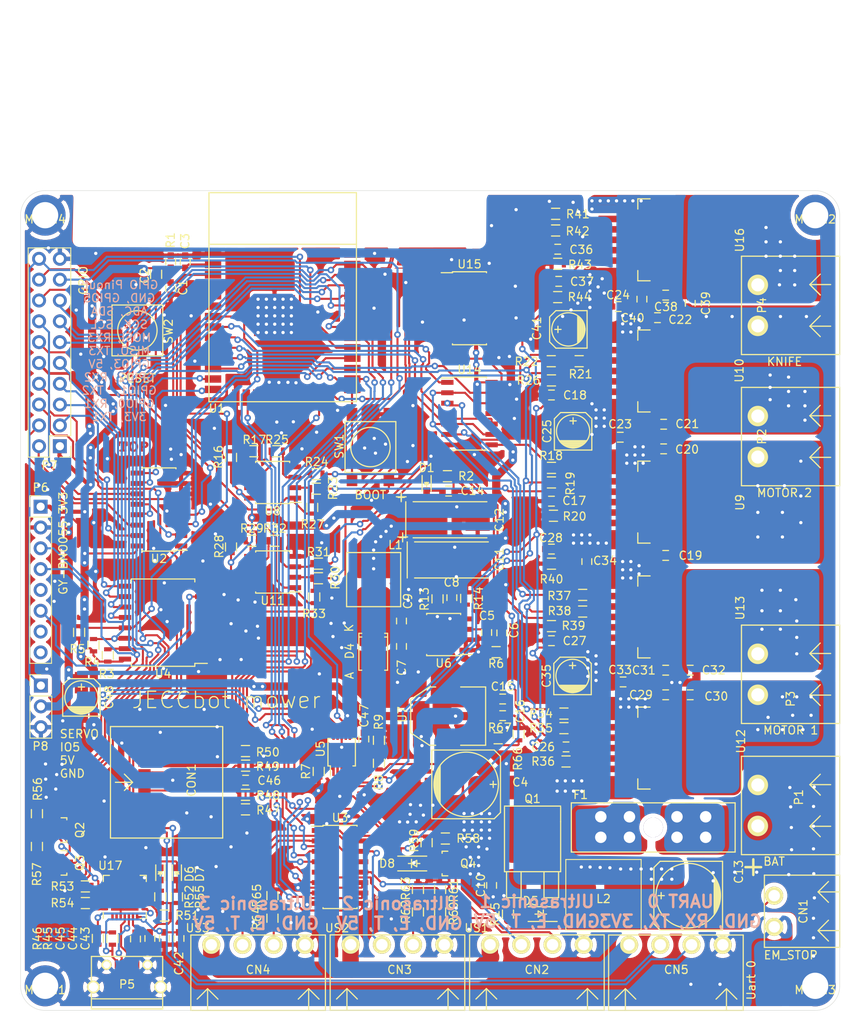
<source format=kicad_pcb>
(kicad_pcb (version 20171130) (host pcbnew 5.1.5+dfsg1-2build2)
  (layers (0 F.Cu signal) (31 B.Cu signal) (34 B.Paste user) (35 F.Paste user) (36 B.SilkS user) (37 F.SilkS user) (38 B.Mask user) (39 F.Mask user) (44 Edge.Cuts user))
  (net 0 "")
  (net 1 GND)
  (net 2 +3V3)
  (net 3 /POWERTRAIN/OUT_B1)
  (net 4 +BATT)
  (net 5 /POWERTRAIN/OUT_B2)
  (net 6 /POWERTRAIN/OUT_A1)
  (net 7 /POWERTRAIN/OUT_A2)
  (net 8 "Net-(C27-Pad1)")
  (net 9 VIO)
  (net 10 "Net-(CON1-Pad8)")
  (net 11 "Net-(CON1-Pad7)")
  (net 12 "Net-(CON1-Pad5)")
  (net 13 "Net-(CON1-Pad3)")
  (net 14 "Net-(CON1-Pad2)")
  (net 15 "Net-(CON1-Pad1)")
  (net 16 "Net-(D1-Pad1)")
  (net 17 SDA)
  (net 18 SCL)
  (net 19 /INT)
  (net 20 /POWERTRAIN/VREF_B)
  (net 21 "Net-(R21-Pad1)")
  (net 22 "Net-(R22-Pad1)")
  (net 23 /POWERTRAIN/VREF_A)
  (net 24 "Net-(R31-Pad1)")
  (net 25 CS)
  (net 26 MOSI)
  (net 27 SCK)
  (net 28 MISO)
  (net 29 "Net-(R37-Pad1)")
  (net 30 TX0_USB)
  (net 31 RX0_USB)
  (net 32 /MUX2_COM2)
  (net 33 /MUX2_B)
  (net 34 "Net-(U1-Pad22)")
  (net 35 "Net-(U1-Pad21)")
  (net 36 "Net-(U1-Pad20)")
  (net 37 /MUX2_A)
  (net 38 "Net-(U1-Pad17)")
  (net 39 "Net-(U1-Pad18)")
  (net 40 "Net-(U1-Pad19)")
  (net 41 /MUX2_COM1)
  (net 42 /RX)
  (net 43 /TX)
  (net 44 "Net-(U1-Pad32)")
  (net 45 /MUX1_B)
  (net 46 /MUX1_A)
  (net 47 RX2)
  (net 48 RX1)
  (net 49 RX0)
  (net 50 RX3)
  (net 51 TX1)
  (net 52 TX3)
  (net 53 TX2)
  (net 54 TX0)
  (net 55 U3_TRIG)
  (net 56 U2_TRIG)
  (net 57 U1_TRIG)
  (net 58 U2_ECHO)
  (net 59 U3_ECHO)
  (net 60 U1_ECHO)
  (net 61 GPIO3)
  (net 62 GPIO2)
  (net 63 GPIO1)
  (net 64 GPIO0)
  (net 65 INT_BNO055)
  (net 66 EM_STOP)
  (net 67 /POWER/COMP)
  (net 68 "Net-(C6-Pad2)")
  (net 69 /POWER/FB)
  (net 70 /POWER/BUO)
  (net 71 /POWER/BDS)
  (net 72 "Net-(C10-Pad1)")
  (net 73 +5V)
  (net 74 "Net-(C17-Pad1)")
  (net 75 "Net-(C18-Pad1)")
  (net 76 "Net-(C26-Pad1)")
  (net 77 "Net-(C36-Pad1)")
  (net 78 "Net-(C42-Pad1)")
  (net 79 "Net-(CN1-Pad2)")
  (net 80 "Net-(CN2-Pad3)")
  (net 81 "Net-(CN3-Pad3)")
  (net 82 "Net-(CN4-Pad3)")
  (net 83 "Net-(D5-Pad2)")
  (net 84 "Net-(D5-Pad1)")
  (net 85 "Net-(D6-Pad1)")
  (net 86 "Net-(D6-Pad2)")
  (net 87 "Net-(D7-Pad1)")
  (net 88 "Net-(D7-Pad2)")
  (net 89 "Net-(D8-Pad2)")
  (net 90 "Net-(F1-Pad1)")
  (net 91 "Net-(P5-Pad4)")
  (net 92 "Net-(P5-Pad3)")
  (net 93 "Net-(P5-Pad2)")
  (net 94 "Net-(P6-Pad8)")
  (net 95 "Net-(P6-Pad7)")
  (net 96 "Net-(P6-Pad5)")
  (net 97 "Net-(R16-Pad2)")
  (net 98 /POWERTRAIN/IN3)
  (net 99 "Net-(R18-Pad1)")
  (net 100 "Net-(R19-Pad1)")
  (net 101 /POWERTRAIN/IN4)
  (net 102 "Net-(R23-Pad1)")
  (net 103 "Net-(R24-Pad1)")
  (net 104 "Net-(R28-Pad2)")
  (net 105 "Net-(R30-Pad1)")
  (net 106 /POWERTRAIN/IN1)
  (net 107 "Net-(R34-Pad1)")
  (net 108 "Net-(R35-Pad1)")
  (net 109 /POWERTRAIN/IN2)
  (net 110 "Net-(R38-Pad1)")
  (net 111 /KNIFE/IN_KNIFE)
  (net 112 "Net-(R41-Pad1)")
  (net 113 "Net-(R42-Pad1)")
  (net 114 "Net-(R45-Pad1)")
  (net 115 "Net-(R51-Pad1)")
  (net 116 "Net-(R53-Pad1)")
  (net 117 "Net-(R54-Pad1)")
  (net 118 "Net-(U15-Pad11)")
  (net 119 "Net-(U15-Pad8)")
  (net 120 "Net-(U15-Pad6)")
  (net 121 "Net-(U17-Pad27)")
  (net 122 "Net-(U17-Pad23)")
  (net 123 "Net-(U17-Pad22)")
  (net 124 "Net-(U17-Pad21)")
  (net 125 "Net-(U17-Pad20)")
  (net 126 "Net-(U17-Pad17)")
  (net 127 "Net-(U17-Pad16)")
  (net 128 "Net-(U17-Pad15)")
  (net 129 "Net-(U17-Pad14)")
  (net 130 "Net-(U17-Pad13)")
  (net 131 "Net-(U17-Pad12)")
  (net 132 "Net-(U17-Pad11)")
  (net 133 "Net-(U17-Pad10)")
  (net 134 "Net-(U17-Pad2)")
  (net 135 "Net-(U17-Pad1)")
  (net 136 "Net-(C38-Pad2)")
  (net 137 RESET)
  (net 138 "Net-(Q2-Pad2)")
  (net 139 "Net-(Q2-Pad1)")
  (net 140 BOOT)
  (net 141 "Net-(Q3-Pad2)")
  (net 142 "Net-(Q3-Pad1)")
  (net 143 "Net-(R66-Pad1)")
  (net 144 DRIVE_IS)
  (net 145 KNIFE_IS)
  (net 146 GPIO5)
  (net 147 ADC)
  (net 148 "Net-(R7-Pad1)")
  (net 149 VBAT_SENSE)
  (net 150 DRIVE_INH)
  (net 151 DRIVE_BEMF2)
  (net 152 DRIVE_BEMF1)
  (net 153 KNIFE_INH)
  (net 154 KNIFE_PWM)
  (net 155 DRIVE_PWM4)
  (net 156 DRIVE_PWM3)
  (net 157 DRIVE_PWM2)
  (net 158 DRIVE_PWM1)
  (net 159 "Net-(U3-Pad11)")
  (net 160 "Net-(U3-Pad4)")
  (net 161 "Net-(U5-Pad2)")
  (module capacitors:c_elec_4x4.5 (layer F.Cu) (at 57.43 111.82 90)
    (fp_text reference C48 (at 0.02 3.37 90) (layer F.SilkS))
    (fp_text value DNI)
    (pad 2 smd rect (at -1.80086 0 90) (size 2.60096 1.6002) (layers F.Cu F.Paste F.Mask) (net 1 GND))
    (pad 1 smd rect (at 1.80086 0 90) (size 2.60096 1.6002) (layers F.Cu F.Paste F.Mask) (net 73 +5V))
  )
  (module capacitors:c_elec_4x4.5 (layer F.Cu) (at 116.87 66.93 180)
    (fp_text reference C41 (at 3.84 0.128 90) (layer F.SilkS))
    (fp_text value DNI)
    (pad 2 smd rect (at -1.80086 0 180) (size 2.60096 1.6002) (layers F.Cu F.Paste F.Mask) (net 1 GND))
    (pad 1 smd rect (at 1.80086 0 180) (size 2.60096 1.6002) (layers F.Cu F.Paste F.Mask) (net 4 +BATT))
  )
  (module capacitors:c_elec_4x4.5 (layer F.Cu) (at 117.38 109.2 90)
    (fp_text reference C35 (at 0 -3.175 270) (layer F.SilkS))
    (fp_text value DNI)
    (pad 2 smd rect (at -1.80086 0 90) (size 2.60096 1.6002) (layers F.Cu F.Paste F.Mask) (net 1 GND))
    (pad 1 smd rect (at 1.80086 0 90) (size 2.60096 1.6002) (layers F.Cu F.Paste F.Mask) (net 4 +BATT))
  )
  (module capacitors:c_elec_4x4.5 (layer F.Cu) (at 117.45 79.36 90)
    (fp_text reference C25 (at 0 -3.175 90) (layer F.SilkS))
    (fp_text value DNI)
    (pad 2 smd rect (at -1.80086 0 90) (size 2.60096 1.6002) (layers F.Cu F.Paste F.Mask) (net 1 GND))
    (pad 1 smd rect (at 1.80086 0 90) (size 2.60096 1.6002) (layers F.Cu F.Paste F.Mask) (net 4 +BATT))
  )
  (module labels:Bot (layer F.Cu) (at 54.175 140.525 180)
    (fp_text reference L5 hide)
    (fp_text value Label hide)
    (fp_poly (pts (xy 1.414032 0.601632) (xy 1.443856 0.601624) (xy 1.471743 0.601611) (xy 1.497697 0.601591) (xy 1.521719 0.601566) (xy 1.543813 0.601535) (xy 1.56398 0.601498) (xy 1.582224 0.601456) (xy 1.598547 0.601407) (xy 1.612951 0.601353) (xy 1.625439 0.601293) (xy 1.636013 0.601227) (xy 1.644676 0.601155) (xy 1.651431 0.601077) (xy 1.656279 0.600994) (xy 1.659224 0.600904) (xy 1.659802 0.600872) (xy 1.674113 0.599518) (xy 1.686661 0.597542) (xy 1.697565 0.594836) (xy 1.706948 0.591294) (xy 1.714931 0.586807) (xy 1.721633 0.581268) (xy 1.727178 0.574571) (xy 1.731684 0.566607) (xy 1.735274 0.557269) (xy 1.738068 0.54645) (xy 1.740188 0.534044) (xy 1.740828 0.529004) (xy 1.741128 0.526321) (xy 1.741417 0.523461) (xy 1.741698 0.52033) (xy 1.741975 0.516836) (xy 1.742252 0.512886) (xy 1.742534 0.508387) (xy 1.742824 0.503246) (xy 1.743126 0.497371) (xy 1.743445 0.490668) (xy 1.743784 0.483044) (xy 1.744147 0.474407) (xy 1.744538 0.464664) (xy 1.744961 0.453722) (xy 1.745421 0.441488) (xy 1.745921 0.427869) (xy 1.746465 0.412772) (xy 1.747058 0.396104) (xy 1.747702 0.377773) (xy 1.748403 0.357686) (xy 1.749164 0.335749) (xy 1.749255 0.333131) (xy 1.750109 0.308219) (xy 1.750882 0.285255) (xy 1.751573 0.264235) (xy 1.752182 0.245153) (xy 1.75271 0.228007) (xy 1.753156 0.212791) (xy 1.75352 0.199501) (xy 1.753804 0.188133) (xy 1.754006 0.178683) (xy 1.754127 0.171146) (xy 1.754167 0.165518) (xy 1.754127 0.161794) (xy 1.754105 0.161193) (xy 1.752851 0.1444) (xy 1.750583 0.129235) (xy 1.747271 0.115641) (xy 1.742885 0.103557) (xy 1.737394 0.092925) (xy 1.730769 0.083684) (xy 1.722979 0.075776) (xy 1.713993 0.069142) (xy 1.704574 0.064079) (xy 1.693472 0.059877) (xy 1.681146 0.056765) (xy 1.66801 0.054765) (xy 1.654477 0.0539) (xy 1.640959 0.054192) (xy 1.627869 0.055663) (xy 1.615621 0.058335) (xy 1.6129 0.059142) (xy 1.600273 0.064001) (xy 1.588672 0.07028) (xy 1.578238 0.077849) (xy 1.569113 0.086579) (xy 1.561438 0.09634) (xy 1.555353 0.107002) (xy 1.55211 0.114953) (xy 1.551425 0.117075) (xy 1.550798 0.11936) (xy 1.550221 0.121915) (xy 1.549689 0.124847) (xy 1.549196 0.128264) (xy 1.548735 0.132271) (xy 1.5483 0.136975) (xy 1.547884 0.142484) (xy 1.547481 0.148905) (xy 1.547086 0.156343) (xy 1.546691 0.164907) (xy 1.546291 0.174702) (xy 1.545879 0.185836) (xy 1.545449 0.198415) (xy 1.544995 0.212546) (xy 1.544509 0.228337) (xy 1.543988 0.245893) (xy 1.543566 0.26035) (xy 1.543152 0.274547) (xy 1.542744 0.288334) (xy 1.542347 0.301567) (xy 1.541965 0.314105) (xy 1.541603 0.325803) (xy 1.541265 0.336519) (xy 1.540957 0.34611) (xy 1.540681 0.354433) (xy 1.540444 0.361345) (xy 1.54025 0.366703) (xy 1.540102 0.370364) (xy 1.540022 0.371964) (xy 1.539448 0.381) (xy 1.3335 0.381) (xy 1.3335 -0.35853) (xy 1.425715 -0.35853) (xy 1.441573 -0.358541) (xy 1.456449 -0.358574) (xy 1.470238 -0.358627) (xy 1.482836 -0.3587) (xy 1.494136 -0.358791) (xy 1.504035 -0.358899) (xy 1.512427 -0.359024) (xy 1.519207 -0.359164) (xy 1.524271 -0.359319) (xy 1.527514 -0.359487) (xy 1.528048 -0.359533) (xy 1.543876 -0.36168) (xy 1.558076 -0.364844) (xy 1.570711 -0.36906) (xy 1.581841 -0.374361) (xy 1.591528 -0.380783) (xy 1.599834 -0.38836) (xy 1.60682 -0.397126) (xy 1.612438 -0.406888) (xy 1.61639 -0.416154) (xy 1.619437 -0.425948) (xy 1.621634 -0.436564) (xy 1.623035 -0.448296) (xy 1.623695 -0.461439) (xy 1.623764 -0.467946) (xy 1.623336 -0.482849) (xy 1.622015 -0.496192) (xy 1.619747 -0.50818) (xy 1.616483 -0.519015) (xy 1.612171 -0.528902) (xy 1.606758 -0.538044) (xy 1.605576 -0.53975) (xy 1.598248 -0.548541) (xy 1.589543 -0.556181) (xy 1.579397 -0.562705) (xy 1.567745 -0.56815) (xy 1.554522 -0.572553) (xy 1.541436 -0.575612) (xy 1.53035 -0.577767) (xy 1.208942 -0.577933) (xy 1.183923 -0.577943) (xy 1.159369 -0.577949) (xy 1.135356 -0.577949) (xy 1.111957 -0.577944) (xy 1.089247 -0.577935) (xy 1.0673 -0.577921) (xy 1.046191 -0.577903) (xy 1.025994 -0.57788) (xy 1.006783 -0.577854) (xy 0.988632 -0.577823) (xy 0.971616 -0.577789) (xy 0.95581 -0.577751) (xy 0.941286 -0.577709) (xy 0.928121 -0.577664) (xy 0.916387 -0.577616) (xy 0.90616 -0.577565) (xy 0.897513 -0.577511) (xy 0.890522 -0.577455) (xy 0.885259 -0.577395) (xy 0.881801 -0.577333) (xy 0.88022 -0.577269) (xy 0.880207 -0.577268) (xy 0.864159 -0.57481) (xy 0.849688 -0.571238) (xy 0.836746 -0.566522) (xy 0.825285 -0.560632) (xy 0.815257 -0.553537) (xy 0.806612 -0.545207) (xy 0.799304 -0.535611) (xy 0.793283 -0.524719) (xy 0.792012 -0.521881) (xy 0.788425 -0.511691) (xy 0.785719 -0.500132) (xy 0.783904 -0.487584) (xy 0.78299 -0.474427) (xy 0.782985 -0.46104) (xy 0.783898 -0.447803) (xy 0.78574 -0.435096) (xy 0.78852 -0.423298) (xy 0.789511 -0.420077) (xy 0.794353 -0.408107) (xy 0.800647 -0.397444) (xy 0.808383 -0.388096) (xy 0.817551 -0.380071) (xy 0.828143 -0.373378) (xy 0.840148 -0.368026) (xy 0.850099 -0.364889) (xy 0.853446 -0.363998) (xy 0.856492 -0.363206) (xy 0.859367 -0.362506) (xy 0.8622 -0.361892) (xy 0.865123 -0.361357) (xy 0.868264 -0.360897) (xy 0.871753 -0.360503) (xy 0.87572 -0.360171) (xy 0.880294 -0.359894) (xy 0.885606 -0.359666) (xy 0.891785 -0.35948) (xy 0.898961 -0.35933) (xy 0.907263 -0.359211) (xy 0.916822 -0.359115) (xy 0.927767 -0.359037) (xy 0.940227 -0.35897) (xy 0.954333 -0.358909) (xy 0.970214 -0.358846) (xy 0.976679 -0.358821) (xy 1.075592 -0.358436) (xy 1.075592 0.381) (xy 0.869628 0.381) (xy 0.869079 0.373918) (xy 0.868977 0.371982) (xy 0.868826 0.368232) (xy 0.868629 0.362806) (xy 0.868393 0.355842) (xy 0.868119 0.347478) (xy 0.867814 0.337853) (xy 0.867482 0.327106) (xy 0.867126 0.315375) (xy 0.866751 0.302797) (xy 0.866362 0.289513) (xy 0.865962 0.275659) (xy 0.865597 0.262793) (xy 0.865077 0.244336) (xy 0.86461 0.227727) (xy 0.864192 0.212863) (xy 0.863817 0.199639) (xy 0.86348 0.187951) (xy 0.863178 0.177695) (xy 0.862905 0.168766) (xy 0.862657 0.161061) (xy 0.862429 0.154474) (xy 0.862216 0.148902) (xy 0.862014 0.14424) (xy 0.861818 0.140384) (xy 0.861624 0.137231) (xy 0.861426 0.134674) (xy 0.861221 0.132611) (xy 0.861002 0.130937) (xy 0.860767 0.129548) (xy 0.860509 0.128339) (xy 0.860225 0.127206) (xy 0.859909 0.126046) (xy 0.859558 0.124753) (xy 0.859379 0.12407) (xy 0.855967 0.112715) (xy 0.851896 0.102865) (xy 0.846949 0.094124) (xy 0.840907 0.086095) (xy 0.835334 0.080108) (xy 0.825665 0.07188) (xy 0.814803 0.065192) (xy 0.802762 0.060048) (xy 0.789558 0.056455) (xy 0.775207 0.054417) (xy 0.759723 0.05394) (xy 0.756138 0.054046) (xy 0.740269 0.055298) (xy 0.725876 0.057751) (xy 0.712923 0.061444) (xy 0.701374 0.066415) (xy 0.691193 0.072702) (xy 0.682345 0.080344) (xy 0.674793 0.089379) (xy 0.668502 0.099845) (xy 0.663435 0.11178) (xy 0.659558 0.125223) (xy 0.656833 0.140213) (xy 0.655226 0.156787) (xy 0.654953 0.16217) (xy 0.654928 0.164567) (xy 0.654972 0.168788) (xy 0.655078 0.174707) (xy 0.655243 0.182193) (xy 0.655463 0.191121) (xy 0.655733 0.201361) (xy 0.656049 0.212786) (xy 0.656407 0.225268) (xy 0.656803 0.238678) (xy 0.657233 0.25289) (xy 0.657691 0.267774) (xy 0.658175 0.283203) (xy 0.65868 0.299049) (xy 0.659202 0.315184) (xy 0.659736 0.33148) (xy 0.660278 0.347808) (xy 0.660825 0.364042) (xy 0.661371 0.380053) (xy 0.661913 0.395713) (xy 0.662447 0.410895) (xy 0.662967 0.425469) (xy 0.663471 0.439309) (xy 0.663954 0.452285) (xy 0.664411 0.464272) (xy 0.664838 0.475139) (xy 0.665232 0.48476) (xy 0.665588 0.493006) (xy 0.665901 0.499749) (xy 0.666168 0.504862) (xy 0.666299 0.507023) (xy 0.667472 0.521667) (xy 0.668973 0.534519) (xy 0.670864 0.545724) (xy 0.673205 0.555426) (xy 0.676058 0.563769) (xy 0.679482 0.570898) (xy 0.683541 0.576957) (xy 0.688294 0.58209) (xy 0.693803 0.586441) (xy 0.700128 0.590154) (xy 0.701836 0.590996) (xy 0.706732 0.593163) (xy 0.711664 0.59495) (xy 0.717089 0.596485) (xy 0.723468 0.597895) (xy 0.731259 0.599307) (xy 0.732741 0.599553) (xy 0.733627 0.599686) (xy 0.734671 0.599811) (xy 0.735926 0.59993) (xy 0.737445 0.600043) (xy 0.739282 0.600149) (xy 0.74149 0.600249) (xy 0.744122 0.600343) (xy 0.747232 0.600431) (xy 0.750873 0.600515) (xy 0.755099 0.600593) (xy 0.759962 0.600666) (xy 0.765517 0.600735) (xy 0.771816 0.600799) (xy 0.778913 0.600859) (xy 0.786861 0.600915) (xy 0.795714 0.600968) (xy 0.805525 0.601017) (xy 0.816348 0.601062) (xy 0.828235 0.601105) (xy 0.84124 0.601145) (xy 0.855417 0.601182) (xy 0.870819 0.601217) (xy 0.887499 0.60125) (xy 0.90551 0.601281) (xy 0.924906 0.60131) (xy 0.945741 0.601338) (xy 0.968067 0.601365) (xy 0.991939 0.601391) (xy 1.017409 0.601416) (xy 1.04453 0.60144) (xy 1.073357 0.601465) (xy 1.103942 0.601489) (xy 1.136339 0.601514) (xy 1.170601 0.601539) (xy 1.194288 0.601556) (xy 1.235782 0.601583) (xy 1.275325 0.601604) (xy 1.312918 0.60162) (xy 1.348566 0.60163) (xy 1.38227 0.601634) (xy 1.414032 0.601632)) (layer B.Cu) (width 0.01))
    (fp_poly (pts (xy -1.302587 0.599719) (xy -1.285014 0.599706) (xy -1.268847 0.599684) (xy -1.254008 0.599649) (xy -1.240419 0.599603) (xy -1.228002 0.599543) (xy -1.216679 0.59947) (xy -1.20637 0.599381) (xy -1.196999 0.599278) (xy -1.188487 0.599158) (xy -1.180755 0.599021) (xy -1.173726 0.598866) (xy -1.16732 0.598693) (xy -1.161461 0.5985) (xy -1.15607 0.598287) (xy -1.151068 0.598052) (xy -1.146378 0.597796) (xy -1.14192 0.597517) (xy -1.137618 0.597215) (xy -1.133392 0.596888) (xy -1.129165 0.596536) (xy -1.127369 0.596381) (xy -1.095726 0.592947) (xy -1.065513 0.588311) (xy -1.036743 0.582479) (xy -1.009429 0.575461) (xy -0.983583 0.567264) (xy -0.959219 0.557895) (xy -0.936348 0.547363) (xy -0.914985 0.535675) (xy -0.895142 0.52284) (xy -0.876831 0.508865) (xy -0.860066 0.493758) (xy -0.844858 0.477526) (xy -0.831222 0.460179) (xy -0.81917 0.441722) (xy -0.808714 0.422166) (xy -0.799868 0.401516) (xy -0.79706 0.393761) (xy -0.792253 0.378755) (xy -0.788308 0.363965) (xy -0.78515 0.348977) (xy -0.782704 0.333376) (xy -0.780895 0.316749) (xy -0.779649 0.29868) (xy -0.77956 0.296949) (xy -0.779176 0.272213) (xy -0.780514 0.248332) (xy -0.783568 0.225324) (xy -0.788332 0.203208) (xy -0.794801 0.182003) (xy -0.80297 0.161727) (xy -0.812832 0.142399) (xy -0.824383 0.124038) (xy -0.83496 0.109903) (xy -0.843873 0.099647) (xy -0.854217 0.089125) (xy -0.865576 0.078701) (xy -0.877532 0.068741) (xy -0.889666 0.05961) (xy -0.901551 0.05168) (xy -0.910369 0.046209) (xy -0.898463 0.041494) (xy -0.873716 0.030921) (xy -0.850715 0.019491) (xy -0.829443 0.007181) (xy -0.809882 -0.006028) (xy -0.792012 -0.020158) (xy -0.775816 -0.035229) (xy -0.761276 -0.051263) (xy -0.748373 -0.06828) (xy -0.737089 -0.086301) (xy -0.727405 -0.105347) (xy -0.719304 -0.125438) (xy -0.712766 -0.146596) (xy -0.707774 -0.168841) (xy -0.706379 -0.176946) (xy -0.704922 -0.186754) (xy -0.703807 -0.195887) (xy -0.702997 -0.204854) (xy -0.702458 -0.214163) (xy -0.702153 -0.22432) (xy -0.702045 -0.235834) (xy -0.702043 -0.23788) (xy -0.70219 -0.251335) (xy -0.702646 -0.263348) (xy -0.703454 -0.274413) (xy -0.704656 -0.285023) (xy -0.706291 -0.295674) (xy -0.707418 -0.301869) (xy -0.713127 -0.326764) (xy -0.720568 -0.350767) (xy -0.729722 -0.373842) (xy -0.740567 -0.395958) (xy -0.753085 -0.417081) (xy -0.767255 -0.437178) (xy -0.783058 -0.456216) (xy -0.800473 -0.474162) (xy -0.819481 -0.490983) (xy -0.822661 -0.493561) (xy -0.842802 -0.508521) (xy -0.863996 -0.52196) (xy -0.886285 -0.533895) (xy -0.909709 -0.544341) (xy -0.934309 -0.553313) (xy -0.960125 -0.560828) (xy -0.987197 -0.566899) (xy -1.015567 -0.571544) (xy -1.03141 -0.573462) (xy -1.035109 -0.573859) (xy -1.038559 -0.574231) (xy -1.041831 -0.574579) (xy -1.044996 -0.574902) (xy -1.048123 -0.575203) (xy -1.051284 -0.575481) (xy -1.054549 -0.575739) (xy -1.057988 -0.575976) (xy -1.061673 -0.576193) (xy -1.065675 -0.576392) (xy -1.070062 -0.576574) (xy -1.074908 -0.576739) (xy -1.08028 -0.576888) (xy -1.086252 -0.577022) (xy -1.092893 -0.577142) (xy -1.100273 -0.577249) (xy -1.108464 -0.577344) (xy -1.117535 -0.577427) (xy -1.127558 -0.5775) (xy -1.138604 -0.577563) (xy -1.150742 -0.577618) (xy -1.164044 -0.577665) (xy -1.17858 -0.577705) (xy -1.194421 -0.57774) (xy -1.211636 -0.577769) (xy -1.230298 -0.577794) (xy -1.250477 -0.577816) (xy -1.272242 -0.577835) (xy -1.295666 -0.577853) (xy -1.320817 -0.57787) (xy -1.347768 -0.577888) (xy -1.376589 -0.577906) (xy -1.382346 -0.57791) (xy -1.407293 -0.577924) (xy -1.431696 -0.577932) (xy -1.455483 -0.577935) (xy -1.47858 -0.577932) (xy -1.500915 -0.577924) (xy -1.522415 -0.577911) (xy -1.543005 -0.577893) (xy -1.562614 -0.57787) (xy -1.581168 -0.577843) (xy -1.598593 -0.577811) (xy -1.614817 -0.577774) (xy -1.629766 -0.577734) (xy -1.643368 -0.577689) (xy -1.65555 -0.577641) (xy -1.666237 -0.577589) (xy -1.675357 -0.577533) (xy -1.682837 -0.577474) (xy -1.688604 -0.577411) (xy -1.692585 -0.577346) (xy -1.694705 -0.577277) (xy -1.694962 -0.577257) (xy -1.710734 -0.574813) (xy -1.724879 -0.571335) (xy -1.737459 -0.566774) (xy -1.748532 -0.561081) (xy -1.758159 -0.554208) (xy -1.7664 -0.546108) (xy -1.773316 -0.53673) (xy -1.778966 -0.526028) (xy -1.783412 -0.513951) (xy -1.78598 -0.504016) (xy -1.786697 -0.500538) (xy -1.787244 -0.497293) (xy -1.787643 -0.493934) (xy -1.787918 -0.490113) (xy -1.788091 -0.485484) (xy -1.788184 -0.479699) (xy -1.788222 -0.472411) (xy -1.788226 -0.4699) (xy -1.788186 -0.460762) (xy -1.788012 -0.453201) (xy -1.787653 -0.446842) (xy -1.787057 -0.44131) (xy -1.786172 -0.436229) (xy -1.784946 -0.431224) (xy -1.783327 -0.42592) (xy -1.781364 -0.420222) (xy -1.777868 -0.411557) (xy -1.77386 -0.404043) (xy -1.768959 -0.397087) (xy -1.762782 -0.390096) (xy -1.760517 -0.387797) (xy -1.756314 -0.383714) (xy -1.752859 -0.380662) (xy -1.74958 -0.378226) (xy -1.745908 -0.375995) (xy -1.741273 -0.373555) (xy -1.7399 -0.372865) (xy -1.730448 -0.368625) (xy -1.723771 -0.366346) (xy -1.417516 -0.366346) (xy -1.329348 -0.36634) (xy -1.315748 -0.366328) (xy -1.302247 -0.366295) (xy -1.289038 -0.366242) (xy -1.276311 -0.366171) (xy -1.264257 -0.366085) (xy -1.253067 -0.365983) (xy -1.242932 -0.365869) (xy -1.234042 -0.365744) (xy -1.22659 -0.365609) (xy -1.220766 -0.365467) (xy -1.217735 -0.365362) (xy -1.191146 -0.363909) (xy -1.16637 -0.361815) (xy -1.143366 -0.359058) (xy -1.122095 -0.355616) (xy -1.102514 -0.351468) (xy -1.084585 -0.34659) (xy -1.068266 -0.340961) (xy -1.053516 -0.334559) (xy -1.040296 -0.327361) (xy -1.028565 -0.319346) (xy -1.018283 -0.310491) (xy -1.009408 -0.300775) (xy -1.001901 -0.290174) (xy -0.995721 -0.278668) (xy -0.990827 -0.266234) (xy -0.987179 -0.25285) (xy -0.984736 -0.238493) (xy -0.984695 -0.238158) (xy -0.984234 -0.232703) (xy -0.983976 -0.225878) (xy -0.983909 -0.218156) (xy -0.984023 -0.210011) (xy -0.984305 -0.201918) (xy -0.984743 -0.194351) (xy -0.985327 -0.187783) (xy -0.986045 -0.18269) (xy -0.986048 -0.182671) (xy -0.989645 -0.167489) (xy -0.994572 -0.15354) (xy -1.000875 -0.140779) (xy -1.008599 -0.129165) (xy -1.017793 -0.118652) (xy -1.028502 -0.1092) (xy -1.040773 -0.100763) (xy -1.054651 -0.0933) (xy -1.070184 -0.086766) (xy -1.087418 -0.081118) (xy -1.098239 -0.078226) (xy -1.110054 -0.075562) (xy -1.122966 -0.073165) (xy -1.13716 -0.071007) (xy -1.152821 -0.069062) (xy -1.170133 -0.067304) (xy -1.181589 -0.066311) (xy -1.185021 -0.066114) (xy -1.19035 -0.065925) (xy -1.197521 -0.065746) (xy -1.206477 -0.065576) (xy -1.217162 -0.065417) (xy -1.22952 -0.06527) (xy -1.243495 -0.065134) (xy -1.25903 -0.065011) (xy -1.276069 -0.064902) (xy -1.294556 -0.064807) (xy -1.306391 -0.064756) (xy -1.417516 -0.064319) (xy -1.417516 -0.366346) (xy -1.723771 -0.366346) (xy -1.720875 -0.365358) (xy -1.710811 -0.362988) (xy -1.699886 -0.361442) (xy -1.687731 -0.360645) (xy -1.678598 -0.360492) (xy -1.664677 -0.360484) (xy -1.664677 0.135577) (xy -1.417516 0.135577) (xy -1.329837 0.136072) (xy -1.31335 0.136172) (xy -1.298683 0.136277) (xy -1.2857 0.136391) (xy -1.274266 0.136515) (xy -1.264247 0.136653) (xy -1.255507 0.136806) (xy -1.247912 0.136978) (xy -1.241326 0.13717) (xy -1.235616 0.137387) (xy -1.230646 0.137629) (xy -1.226282 0.137901) (xy -1.22317 0.138138) (xy -1.202667 0.140172) (xy -1.183952 0.14275) (xy -1.16693 0.145904) (xy -1.151502 0.149668) (xy -1.137572 0.154074) (xy -1.125043 0.159156) (xy -1.113817 0.164946) (xy -1.103798 0.171478) (xy -1.094889 0.178784) (xy -1.090224 0.183356) (xy -1.082283 0.192681) (xy -1.075987 0.20246) (xy -1.071025 0.213205) (xy -1.069326 0.217947) (xy -1.066139 0.22986) (xy -1.064024 0.242917) (xy -1.062992 0.25662) (xy -1.063056 0.270473) (xy -1.064225 0.283978) (xy -1.066512 0.296639) (xy -1.067463 0.300364) (xy -1.07198 0.31335) (xy -1.07807 0.325226) (xy -1.085742 0.335999) (xy -1.095003 0.345673) (xy -1.105863 0.354256) (xy -1.118328 0.361753) (xy -1.132407 0.368169) (xy -1.148107 0.373512) (xy -1.165437 0.377786) (xy -1.17475 0.37953) (xy -1.179021 0.38025) (xy -1.18294 0.380891) (xy -1.186639 0.381461) (xy -1.19025 0.381962) (xy -1.193907 0.3824) (xy -1.197742 0.38278) (xy -1.201888 0.383107) (xy -1.206477 0.383386) (xy -1.211642 0.383621) (xy -1.217515 0.383818) (xy -1.22423 0.383982) (xy -1.231919 0.384116) (xy -1.240715 0.384227) (xy -1.25075 0.384319) (xy -1.262157 0.384397) (xy -1.275069 0.384465) (xy -1.289618 0.38453) (xy -1.305937 0.384595) (xy -1.312741 0.384622) (xy -1.417516 0.385027) (xy -1.417516 0.135577) (xy -1.664677 0.135577) (xy -1.664677 0.379047) (xy -1.675254 0.379047) (xy -1.692098 0.379681) (xy -1.707492 0.381595) (xy -1.721476 0.38481) (xy -1.734091 0.389343) (xy -1.745379 0.395213) (xy -1.755381 0.402439) (xy -1.764137 0.41104) (xy -1.771688 0.421035) (xy -1.773714 0.424291) (xy -1.779282 0.435297) (xy -1.783546 0.447453) (xy -1.786529 0.460857) (xy -1.788253 0.475605) (xy -1.788746 0.490078) (xy -1.788572 0.500863) (xy -1.788016 0.510193) (xy -1.787031 0.51854) (xy -1.785569 0.526374) (xy -1.784712 0.529981) (xy -1.780921 0.542234) (xy -1.776049 0.553123) (xy -1.770009 0.562718) (xy -1.762716 0.57109) (xy -1.754082 0.578309) (xy -1.744021 0.584445) (xy -1.732447 0.589568) (xy -1.719274 0.593749) (xy -1.704414 0.597058) (xy -1.70165 0.59755) (xy -1.700508 0.597732) (xy -1.699231 0.597902) (xy -1.697747 0.598059) (xy -1.695982 0.598205) (xy -1.693862 0.598339) (xy -1.691316 0.598463) (xy -1.688268 0.598576) (xy -1.684648 0.598681) (xy -1.68038 0.598777) (xy -1.675392 0.598864) (xy -1.66961 0.598944) (xy -1.662962 0.599016) (xy -1.655375 0.599083) (xy -1.646774 0.599143) (xy -1.637087 0.599198) (xy -1.626241 0.599248) (xy -1.614162 0.599294) (xy -1.600778 0.599337) (xy -1.586014 0.599377) (xy -1.569798 0.599414) (xy -1.552057 0.599449) (xy -1.532717 0.599483) (xy -1.511706 0.599517) (xy -1.488949 0.59955) (xy -1.464374 0.599584) (xy -1.441939 0.599614) (xy -1.414285 0.599648) (xy -1.388507 0.599677) (xy -1.364526 0.599699) (xy -1.342265 0.599714) (xy -1.321644 0.599721) (xy -1.302587 0.599719)) (layer B.Cu) (width 0.01))
    (fp_poly (pts (xy -0.006759 0.631579) (xy 0.004256 0.63139) (xy 0.014512 0.631092) (xy 0.023677 0.630683) (xy 0.03142 0.630163) (xy 0.035169 0.629807) (xy 0.055986 0.627287) (xy 0.075289 0.624428) (xy 0.0935 0.62114) (xy 0.111045 0.617334) (xy 0.128345 0.612918) (xy 0.145825 0.607803) (xy 0.159727 0.603313) (xy 0.189672 0.592271) (xy 0.218657 0.579544) (xy 0.246646 0.565171) (xy 0.273601 0.549191) (xy 0.299486 0.53164) (xy 0.324264 0.512559) (xy 0.347898 0.491983) (xy 0.370352 0.469953) (xy 0.391587 0.446505) (xy 0.411568 0.421679) (xy 0.430257 0.395512) (xy 0.447617 0.368041) (xy 0.463613 0.339307) (xy 0.478206 0.309346) (xy 0.49136 0.278196) (xy 0.501793 0.249604) (xy 0.511503 0.21854) (xy 0.519733 0.186937) (xy 0.526518 0.154609) (xy 0.531891 0.121372) (xy 0.535889 0.087041) (xy 0.538389 0.05422) (xy 0.53868 0.047592) (xy 0.538888 0.039448) (xy 0.539016 0.030118) (xy 0.539067 0.019935) (xy 0.539046 0.009231) (xy 0.538954 -0.001661) (xy 0.538795 -0.012409) (xy 0.538573 -0.022682) (xy 0.538291 -0.032146) (xy 0.537951 -0.04047) (xy 0.537558 -0.047322) (xy 0.537366 -0.049823) (xy 0.533534 -0.086235) (xy 0.528359 -0.121306) (xy 0.521813 -0.155141) (xy 0.513869 -0.187844) (xy 0.504498 -0.219521) (xy 0.493671 -0.250276) (xy 0.481361 -0.280214) (xy 0.467539 -0.30944) (xy 0.467441 -0.309634) (xy 0.451655 -0.338854) (xy 0.434449 -0.366846) (xy 0.415867 -0.393552) (xy 0.395957 -0.418917) (xy 0.374765 -0.442887) (xy 0.352335 -0.465405) (xy 0.328714 -0.486417) (xy 0.306265 -0.50415) (xy 0.280287 -0.522301) (xy 0.253318 -0.538784) (xy 0.225417 -0.553584) (xy 0.19664 -0.566683) (xy 0.167042 -0.578064) (xy 0.136682 -0.58771) (xy 0.105614 -0.595604) (xy 0.073897 -0.601729) (xy 0.041585 -0.606068) (xy 0.008737 -0.608605) (xy -0.024591 -0.609322) (xy -0.043473 -0.608922) (xy -0.056875 -0.608196) (xy -0.071552 -0.606985) (xy -0.086906 -0.605359) (xy -0.102339 -0.603391) (xy -0.117254 -0.601153) (xy -0.131052 -0.598717) (xy -0.135585 -0.597815) (xy -0.167304 -0.590343) (xy -0.198079 -0.581172) (xy -0.227955 -0.570283) (xy -0.256974 -0.557653) (xy -0.285179 -0.543262) (xy -0.312614 -0.52709) (xy -0.339322 -0.509115) (xy -0.365347 -0.489316) (xy -0.372208 -0.4837) (xy -0.377378 -0.479222) (xy -0.383574 -0.473558) (xy -0.39052 -0.466983) (xy -0.397944 -0.459772) (xy -0.405573 -0.452199) (xy -0.413131 -0.444539) (xy -0.420346 -0.437066) (xy -0.426944 -0.430054) (xy -0.432651 -0.423779) (xy -0.437113 -0.418611) (xy -0.458294 -0.391591) (xy -0.477822 -0.363531) (xy -0.495695 -0.334438) (xy -0.511911 -0.304319) (xy -0.526466 -0.273181) (xy -0.539359 -0.24103) (xy -0.550587 -0.207874) (xy -0.560147 -0.17372) (xy -0.568036 -0.138575) (xy -0.574252 -0.102445) (xy -0.578793 -0.065338) (xy -0.581349 -0.032772) (xy -0.581638 -0.026309) (xy -0.581849 -0.018324) (xy -0.581986 -0.009138) (xy -0.58204 -0.000455) (xy -0.294634 -0.000455) (xy -0.293621 -0.029944) (xy -0.291518 -0.058925) (xy -0.288335 -0.087079) (xy -0.284078 -0.114087) (xy -0.281256 -0.128465) (xy -0.275008 -0.154613) (xy -0.267548 -0.179709) (xy -0.258925 -0.203629) (xy -0.249192 -0.226249) (xy -0.238397 -0.247445) (xy -0.226592 -0.267092) (xy -0.222932 -0.272561) (xy -0.209336 -0.290791) (xy -0.194675 -0.307408) (xy -0.178981 -0.322392) (xy -0.162286 -0.335722) (xy -0.144624 -0.347378) (xy -0.126025 -0.357338) (xy -0.106523 -0.365583) (xy -0.086149 -0.372092) (xy -0.064937 -0.376843) (xy -0.05715 -0.378113) (xy -0.05305 -0.378619) (xy -0.047698 -0.379143) (xy -0.041793 -0.37962) (xy -0.036146 -0.379984) (xy -0.030507 -0.380259) (xy -0.025488 -0.380411) (xy -0.020608 -0.380437) (xy -0.015388 -0.380328) (xy -0.009349 -0.380079) (xy -0.002011 -0.379684) (xy 0.000977 -0.379509) (xy 0.019362 -0.377582) (xy 0.038114 -0.374031) (xy 0.056731 -0.368982) (xy 0.074708 -0.36256) (xy 0.082802 -0.3591) (xy 0.101423 -0.349617) (xy 0.119066 -0.338463) (xy 0.135712 -0.325669) (xy 0.151343 -0.311264) (xy 0.165939 -0.295281) (xy 0.179483 -0.27775) (xy 0.191954 -0.258701) (xy 0.203335 -0.238166) (xy 0.213606 -0.216175) (xy 0.222749 -0.192759) (xy 0.230746 -0.167949) (xy 0.237576 -0.141776) (xy 0.243222 -0.11427) (xy 0.247141 -0.089388) (xy 0.248897 -0.075691) (xy 0.250318 -0.062613) (xy 0.25143 -0.049738) (xy 0.252259 -0.036649) (xy 0.252829 -0.022928) (xy 0.253168 -0.00816) (xy 0.2533 0.008072) (xy 0.253304 0.010747) (xy 0.252957 0.038171) (xy 0.251865 0.064027) (xy 0.249995 0.088563) (xy 0.247315 0.11203) (xy 0.243794 0.134676) (xy 0.2394 0.156752) (xy 0.2341 0.178507) (xy 0.230027 0.193029) (xy 0.224528 0.210112) (xy 0.218115 0.227331) (xy 0.210985 0.244238) (xy 0.203333 0.260383) (xy 0.195356 0.27532) (xy 0.190017 0.284285) (xy 0.182109 0.29608) (xy 0.173069 0.308066) (xy 0.163253 0.319835) (xy 0.153019 0.330978) (xy 0.142723 0.341088) (xy 0.132861 0.349644) (xy 0.115906 0.362036) (xy 0.09788 0.37283) (xy 0.078917 0.381966) (xy 0.059149 0.389384) (xy 0.03871 0.395023) (xy 0.026301 0.397508) (xy 0.007613 0.400003) (xy -0.011741 0.401216) (xy -0.031296 0.40116) (xy -0.050589 0.399845) (xy -0.069156 0.397284) (xy -0.081696 0.394703) (xy -0.102389 0.388824) (xy -0.122123 0.381256) (xy -0.140882 0.37202) (xy -0.158649 0.361141) (xy -0.175407 0.34864) (xy -0.191139 0.33454) (xy -0.20583 0.318863) (xy -0.219462 0.301632) (xy -0.232019 0.282869) (xy -0.243484 0.262597) (xy -0.253841 0.240838) (xy -0.263072 0.217615) (xy -0.271162 0.19295) (xy -0.278093 0.166866) (xy -0.283849 0.139385) (xy -0.287626 0.116209) (xy -0.291054 0.087874) (xy -0.293358 0.058773) (xy -0.294549 0.029224) (xy -0.294634 -0.000455) (xy -0.58204 -0.000455) (xy -0.582049 0.00093) (xy -0.582044 0.01156) (xy -0.581972 0.022432) (xy -0.581836 0.033228) (xy -0.58164 0.043627) (xy -0.581387 0.05331) (xy -0.581078 0.061957) (xy -0.580718 0.069249) (xy -0.580365 0.074247) (xy -0.577234 0.104975) (xy -0.573266 0.134218) (xy -0.568398 0.162281) (xy -0.562567 0.189472) (xy -0.555712 0.216097) (xy -0.54777 0.242464) (xy -0.543986 0.253858) (xy -0.53219 0.285639) (xy -0.518879 0.316349) (xy -0.504092 0.345939) (xy -0.487868 0.374357) (xy -0.470245 0.401552) (xy -0.451264 0.427473) (xy -0.430962 0.45207) (xy -0.409379 0.47529) (xy -0.386554 0.497084) (xy -0.362525 0.517399) (xy -0.337333 0.536186) (xy -0.318312 0.548854) (xy -0.291934 0.564545) (xy -0.264929 0.578552) (xy -0.237204 0.590908) (xy -0.208664 0.601644) (xy -0.179216 0.61079) (xy -0.148767 0.618378) (xy -0.117223 0.62444) (xy -0.084492 0.629007) (xy -0.077177 0.629809) (xy -0.07016 0.630393) (xy -0.061575 0.630866) (xy -0.051754 0.63123) (xy -0.041029 0.631482) (xy -0.029734 0.631625) (xy -0.018199 0.631657) (xy -0.006759 0.631579)) (layer B.Cu) (width 0.01))
  )
  (module labels:Top (layer F.Cu) (at 63.75 81.225)
    (fp_text reference L4 hide)
    (fp_text value Label hide)
    (fp_poly (pts (xy 1.184742 -0.619251) (xy 1.208114 -0.619246) (xy 1.229712 -0.619238) (xy 1.249622 -0.619225) (xy 1.26793 -0.619206) (xy 1.284722 -0.61918) (xy 1.300084 -0.619146) (xy 1.314102 -0.619101) (xy 1.326862 -0.619046) (xy 1.33845 -0.618979) (xy 1.348952 -0.618899) (xy 1.358454 -0.618805) (xy 1.367042 -0.618695) (xy 1.374802 -0.618569) (xy 1.38182 -0.618425) (xy 1.388182 -0.618261) (xy 1.393974 -0.618078) (xy 1.399281 -0.617873) (xy 1.404191 -0.617646) (xy 1.408789 -0.617395) (xy 1.413161 -0.61712) (xy 1.417393 -0.616818) (xy 1.421571 -0.616489) (xy 1.42578 -0.616132) (xy 1.430108 -0.615745) (xy 1.43464 -0.615327) (xy 1.437132 -0.615095) (xy 1.471749 -0.611207) (xy 1.504946 -0.606138) (xy 1.53668 -0.599899) (xy 1.566911 -0.5925) (xy 1.595595 -0.583954) (xy 1.622692 -0.574271) (xy 1.648159 -0.563462) (xy 1.667099 -0.554134) (xy 1.690604 -0.540755) (xy 1.712462 -0.526186) (xy 1.732674 -0.510425) (xy 1.751241 -0.493472) (xy 1.768164 -0.475325) (xy 1.783443 -0.455984) (xy 1.797078 -0.435448) (xy 1.809071 -0.413715) (xy 1.819422 -0.390786) (xy 1.828131 -0.366658) (xy 1.8352 -0.341331) (xy 1.840429 -0.315976) (xy 1.843815 -0.292106) (xy 1.845971 -0.26704) (xy 1.846891 -0.241206) (xy 1.846567 -0.215033) (xy 1.844992 -0.188949) (xy 1.842918 -0.169164) (xy 1.838481 -0.140823) (xy 1.832422 -0.113702) (xy 1.824743 -0.087806) (xy 1.81545 -0.063137) (xy 1.804546 -0.039699) (xy 1.792034 -0.017495) (xy 1.777919 0.003472) (xy 1.762204 0.023198) (xy 1.744893 0.041681) (xy 1.725991 0.058917) (xy 1.7055 0.074903) (xy 1.683425 0.089636) (xy 1.65977 0.103112) (xy 1.634538 0.115329) (xy 1.607734 0.126283) (xy 1.57936 0.13597) (xy 1.549422 0.144389) (xy 1.517922 0.151535) (xy 1.484865 0.157405) (xy 1.450255 0.161997) (xy 1.44526 0.16254) (xy 1.439144 0.163184) (xy 1.433509 0.163761) (xy 1.428211 0.164275) (xy 1.423111 0.164732) (xy 1.418066 0.165134) (xy 1.412935 0.165486) (xy 1.407577 0.165792) (xy 1.401849 0.166056) (xy 1.395611 0.166282) (xy 1.388721 0.166474) (xy 1.381038 0.166637) (xy 1.37242 0.166773) (xy 1.362725 0.166889) (xy 1.351813 0.166986) (xy 1.339542 0.167071) (xy 1.32577 0.167146) (xy 1.310356 0.167215) (xy 1.293158 0.167284) (xy 1.27889 0.167337) (xy 1.159256 0.16778) (xy 1.159256 0.378968) (xy 1.219531 0.378968) (xy 1.231969 0.378987) (xy 1.243751 0.379043) (xy 1.25469 0.379132) (xy 1.264596 0.379253) (xy 1.273281 0.379401) (xy 1.280557 0.379574) (xy 1.286234 0.37977) (xy 1.290123 0.379985) (xy 1.290905 0.380052) (xy 1.307596 0.382347) (xy 1.322626 0.385806) (xy 1.336003 0.390432) (xy 1.347733 0.39623) (xy 1.357824 0.403202) (xy 1.366282 0.411351) (xy 1.369436 0.41524) (xy 1.3754 0.424226) (xy 1.380226 0.433869) (xy 1.383983 0.444412) (xy 1.386743 0.456098) (xy 1.388576 0.469169) (xy 1.389554 0.483868) (xy 1.389563 0.484124) (xy 1.389554 0.501572) (xy 1.38821 0.517555) (xy 1.385518 0.532153) (xy 1.381465 0.545445) (xy 1.377708 0.554228) (xy 1.371621 0.564882) (xy 1.364313 0.574202) (xy 1.355705 0.582232) (xy 1.345721 0.589018) (xy 1.334283 0.594606) (xy 1.321313 0.599041) (xy 1.306734 0.602369) (xy 1.292138 0.604459) (xy 1.290062 0.604573) (xy 1.286079 0.60468) (xy 1.28031 0.60478) (xy 1.272874 0.604872) (xy 1.263893 0.604957) (xy 1.253489 0.605035) (xy 1.241783 0.605106) (xy 1.228894 0.605169) (xy 1.214945 0.605225) (xy 1.200056 0.605274) (xy 1.184349 0.605316) (xy 1.167944 0.605351) (xy 1.150963 0.605378) (xy 1.133526 0.605399) (xy 1.115755 0.605412) (xy 1.09777 0.605418) (xy 1.079694 0.605417) (xy 1.061645 0.60541) (xy 1.043747 0.605395) (xy 1.026119 0.605373) (xy 1.008883 0.605344) (xy 0.99216 0.605308) (xy 0.97607 0.605266) (xy 0.960736 0.605216) (xy 0.946277 0.605159) (xy 0.932816 0.605096) (xy 0.920472 0.605026) (xy 0.909367 0.604948) (xy 0.899623 0.604864) (xy 0.891359 0.604774) (xy 0.884698 0.604676) (xy 0.879759 0.604572) (xy 0.876665 0.604461) (xy 0.875792 0.604396) (xy 0.859446 0.601812) (xy 0.844704 0.597993) (xy 0.831545 0.592925) (xy 0.819947 0.586593) (xy 0.809891 0.578983) (xy 0.801355 0.570081) (xy 0.794319 0.559872) (xy 0.788761 0.548342) (xy 0.78696 0.543395) (xy 0.783468 0.530635) (xy 0.781083 0.516878) (xy 0.779801 0.502531) (xy 0.779615 0.488001) (xy 0.78052 0.473694) (xy 0.782512 0.460018) (xy 0.785583 0.447378) (xy 0.788358 0.439401) (xy 0.794411 0.426848) (xy 0.801945 0.415669) (xy 0.810911 0.405898) (xy 0.82126 0.397572) (xy 0.832942 0.390726) (xy 0.84591 0.385395) (xy 0.860114 0.381615) (xy 0.869999 0.380006) (xy 0.874293 0.379604) (xy 0.879899 0.379275) (xy 0.886096 0.379052) (xy 0.892163 0.378968) (xy 0.906272 0.378968) (xy 0.906272 -0.065024) (xy 1.159256 -0.065024) (xy 1.229106 -0.065048) (xy 1.241716 -0.065067) (xy 1.254401 -0.065113) (xy 1.266903 -0.065184) (xy 1.278966 -0.065277) (xy 1.290335 -0.06539) (xy 1.300755 -0.06552) (xy 1.309968 -0.065664) (xy 1.317719 -0.06582) (xy 1.323753 -0.065985) (xy 1.324864 -0.066023) (xy 1.342946 -0.06688) (xy 1.359394 -0.068085) (xy 1.37458 -0.069685) (xy 1.38888 -0.071729) (xy 1.402667 -0.074266) (xy 1.416315 -0.077342) (xy 1.41986 -0.078229) (xy 1.440055 -0.084153) (xy 1.458546 -0.091184) (xy 1.475335 -0.099322) (xy 1.49042 -0.108569) (xy 1.503805 -0.118924) (xy 1.515488 -0.130389) (xy 1.525471 -0.142964) (xy 1.533754 -0.15665) (xy 1.540338 -0.171447) (xy 1.545224 -0.187356) (xy 1.547489 -0.198294) (xy 1.548634 -0.20735) (xy 1.549247 -0.217555) (xy 1.549343 -0.228326) (xy 1.548935 -0.239081) (xy 1.548037 -0.249237) (xy 1.546661 -0.258212) (xy 1.546035 -0.261112) (xy 1.541335 -0.276954) (xy 1.535027 -0.291631) (xy 1.527097 -0.305156) (xy 1.517528 -0.317543) (xy 1.506308 -0.328803) (xy 1.493422 -0.33895) (xy 1.478854 -0.347996) (xy 1.462591 -0.355955) (xy 1.444619 -0.362837) (xy 1.424922 -0.368657) (xy 1.4224 -0.369295) (xy 1.414326 -0.371237) (xy 1.40647 -0.372977) (xy 1.398682 -0.374526) (xy 1.390808 -0.375893) (xy 1.382697 -0.37709) (xy 1.374195 -0.378127) (xy 1.365153 -0.379014) (xy 1.355416 -0.379763) (xy 1.344833 -0.380382) (xy 1.333252 -0.380884) (xy 1.32052 -0.381279) (xy 1.306487 -0.381577) (xy 1.290998 -0.381788) (xy 1.273903 -0.381924) (xy 1.25505 -0.381995) (xy 1.238758 -0.382011) (xy 1.159256 -0.382016) (xy 1.159256 -0.065024) (xy 0.906272 -0.065024) (xy 0.906272 -0.389833) (xy 0.889762 -0.390446) (xy 0.874138 -0.391521) (xy 0.860147 -0.393566) (xy 0.8476 -0.396652) (xy 0.836306 -0.400848) (xy 0.826077 -0.406225) (xy 0.816724 -0.412854) (xy 0.808069 -0.420792) (xy 0.799875 -0.430573) (xy 0.793094 -0.441624) (xy 0.7877 -0.454013) (xy 0.783665 -0.467805) (xy 0.780963 -0.483068) (xy 0.780193 -0.49022) (xy 0.77943 -0.506526) (xy 0.78005 -0.522127) (xy 0.782013 -0.536868) (xy 0.78528 -0.550593) (xy 0.789811 -0.563147) (xy 0.795566 -0.574373) (xy 0.802505 -0.584117) (xy 0.804949 -0.586876) (xy 0.813082 -0.594544) (xy 0.822137 -0.601064) (xy 0.832312 -0.606528) (xy 0.843806 -0.611029) (xy 0.85682 -0.614658) (xy 0.871072 -0.61743) (xy 0.87236 -0.617624) (xy 0.873767 -0.617805) (xy 0.875371 -0.617971) (xy 0.877251 -0.618125) (xy 0.879483 -0.618265) (xy 0.882146 -0.618394) (xy 0.885319 -0.618511) (xy 0.889079 -0.618616) (xy 0.893504 -0.618712) (xy 0.898673 -0.618797) (xy 0.904663 -0.618873) (xy 0.911552 -0.61894) (xy 0.919419 -0.618999) (xy 0.928342 -0.61905) (xy 0.938398 -0.619093) (xy 0.949666 -0.619131) (xy 0.962224 -0.619161) (xy 0.976149 -0.619187) (xy 0.991521 -0.619207) (xy 1.008416 -0.619223) (xy 1.026913 -0.619234) (xy 1.047091 -0.619243) (xy 1.069026 -0.619248) (xy 1.092798 -0.619251) (xy 1.118483 -0.619252) (xy 1.15951 -0.619252) (xy 1.184742 -0.619251)) (layer F.Cu) (width 0.01))
    (fp_poly (pts (xy -1.031815 -0.621633) (xy -1.000798 -0.621625) (xy -0.971795 -0.621611) (xy -0.944804 -0.621591) (xy -0.91982 -0.621565) (xy -0.896843 -0.621533) (xy -0.875869 -0.621494) (xy -0.856895 -0.62145) (xy -0.839919 -0.6214) (xy -0.824939 -0.621343) (xy -0.811952 -0.621281) (xy -0.800955 -0.621212) (xy -0.791945 -0.621137) (xy -0.78492 -0.621056) (xy -0.779878 -0.620969) (xy -0.776815 -0.620876) (xy -0.776214 -0.620843) (xy -0.761331 -0.619435) (xy -0.748281 -0.61738) (xy -0.73694 -0.614566) (xy -0.727182 -0.610881) (xy -0.71888 -0.606215) (xy -0.711909 -0.600455) (xy -0.706144 -0.593489) (xy -0.701457 -0.585207) (xy -0.697724 -0.575496) (xy -0.694818 -0.564245) (xy -0.692613 -0.551341) (xy -0.691947 -0.5461) (xy -0.691635 -0.54331) (xy -0.691335 -0.540335) (xy -0.691042 -0.537079) (xy -0.690754 -0.533445) (xy -0.690466 -0.529337) (xy -0.690173 -0.524659) (xy -0.689871 -0.519312) (xy -0.689557 -0.513202) (xy -0.689226 -0.506231) (xy -0.688873 -0.498302) (xy -0.688496 -0.48932) (xy -0.688089 -0.479187) (xy -0.687648 -0.467807) (xy -0.68717 -0.455084) (xy -0.68665 -0.44092) (xy -0.686084 -0.425219) (xy -0.685468 -0.407885) (xy -0.684798 -0.38882) (xy -0.684069 -0.367929) (xy -0.683278 -0.345115) (xy -0.683183 -0.342392) (xy -0.682294 -0.316484) (xy -0.681491 -0.292602) (xy -0.680772 -0.27074) (xy -0.680139 -0.250896) (xy -0.67959 -0.233063) (xy -0.679126 -0.217239) (xy -0.678747 -0.203417) (xy -0.678453 -0.191595) (xy -0.678242 -0.181766) (xy -0.678116 -0.173928) (xy -0.678074 -0.168075) (xy -0.678116 -0.164202) (xy -0.678139 -0.163576) (xy -0.679443 -0.146112) (xy -0.681802 -0.130341) (xy -0.685246 -0.116203) (xy -0.689808 -0.103636) (xy -0.695518 -0.092578) (xy -0.702409 -0.082967) (xy -0.71051 -0.074743) (xy -0.719855 -0.067844) (xy -0.729651 -0.062579) (xy -0.741197 -0.058208) (xy -0.754016 -0.054972) (xy -0.767677 -0.052892) (xy -0.781752 -0.051992) (xy -0.795811 -0.052296) (xy -0.809424 -0.053825) (xy -0.822162 -0.056604) (xy -0.824992 -0.057444) (xy -0.838125 -0.062497) (xy -0.85019 -0.069027) (xy -0.861041 -0.076899) (xy -0.870531 -0.085979) (xy -0.878513 -0.09613) (xy -0.884841 -0.107219) (xy -0.888214 -0.115487) (xy -0.888926 -0.117694) (xy -0.889579 -0.12007) (xy -0.890178 -0.122728) (xy -0.890731 -0.125777) (xy -0.891244 -0.12933) (xy -0.891724 -0.133498) (xy -0.892177 -0.13839) (xy -0.892609 -0.14412) (xy -0.893028 -0.150797) (xy -0.893439 -0.158533) (xy -0.893849 -0.167439) (xy -0.894266 -0.177626) (xy -0.894694 -0.189205) (xy -0.895141 -0.202287) (xy -0.895614 -0.216984) (xy -0.896118 -0.233406) (xy -0.896661 -0.251665) (xy -0.897099 -0.2667) (xy -0.89753 -0.281465) (xy -0.897954 -0.295803) (xy -0.898367 -0.309566) (xy -0.898765 -0.322605) (xy -0.899141 -0.334771) (xy -0.899492 -0.345916) (xy -0.899813 -0.35589) (xy -0.900099 -0.364546) (xy -0.900346 -0.371735) (xy -0.900549 -0.377307) (xy -0.900702 -0.381115) (xy -0.900786 -0.382778) (xy -0.901382 -0.392176) (xy -1.115568 -0.392176) (xy -1.115568 0.376936) (xy -1.019664 0.376936) (xy -1.003172 0.376947) (xy -0.987701 0.376981) (xy -0.97336 0.377036) (xy -0.960259 0.377112) (xy -0.948507 0.377206) (xy -0.938212 0.377319) (xy -0.929484 0.377449) (xy -0.922433 0.377595) (xy -0.917166 0.377755) (xy -0.913794 0.37793) (xy -0.913238 0.377978) (xy -0.896777 0.380211) (xy -0.882009 0.383502) (xy -0.868869 0.387886) (xy -0.857294 0.3934) (xy -0.847219 0.400078) (xy -0.838581 0.407958) (xy -0.831315 0.417075) (xy -0.825473 0.427228) (xy -0.821363 0.436864) (xy -0.818194 0.44705) (xy -0.815909 0.45809) (xy -0.814452 0.470292) (xy -0.813766 0.483961) (xy -0.813693 0.490728) (xy -0.814138 0.506227) (xy -0.815513 0.520104) (xy -0.817871 0.532571) (xy -0.821265 0.54384) (xy -0.82575 0.554122) (xy -0.831379 0.56363) (xy -0.83261 0.565404) (xy -0.840231 0.574547) (xy -0.849283 0.582492) (xy -0.859835 0.589277) (xy -0.871953 0.59494) (xy -0.885705 0.599519) (xy -0.899315 0.6027) (xy -0.910844 0.604942) (xy -1.245108 0.605114) (xy -1.271129 0.605125) (xy -1.296665 0.605131) (xy -1.321638 0.605131) (xy -1.345973 0.605126) (xy -1.369591 0.605116) (xy -1.392416 0.605102) (xy -1.414369 0.605083) (xy -1.435374 0.60506) (xy -1.455354 0.605032) (xy -1.474231 0.605) (xy -1.491927 0.604964) (xy -1.508366 0.604925) (xy -1.523471 0.604882) (xy -1.537163 0.604835) (xy -1.549366 0.604785) (xy -1.560002 0.604732) (xy -1.568994 0.604676) (xy -1.576266 0.604617) (xy -1.581738 0.604555) (xy -1.585335 0.604491) (xy -1.586979 0.604424) (xy -1.586992 0.604423) (xy -1.603683 0.601866) (xy -1.618733 0.598152) (xy -1.632193 0.593247) (xy -1.644112 0.587121) (xy -1.654541 0.579742) (xy -1.663531 0.571079) (xy -1.671132 0.561099) (xy -1.677394 0.549772) (xy -1.678716 0.54682) (xy -1.682446 0.536222) (xy -1.68526 0.524201) (xy -1.687148 0.511151) (xy -1.688099 0.497468) (xy -1.688104 0.483545) (xy -1.687154 0.469779) (xy -1.685238 0.456564) (xy -1.682348 0.444294) (xy -1.681317 0.440944) (xy -1.676281 0.428495) (xy -1.669735 0.417406) (xy -1.66169 0.407683) (xy -1.652155 0.399338) (xy -1.64114 0.392377) (xy -1.628654 0.386811) (xy -1.618305 0.383549) (xy -1.614825 0.382622) (xy -1.611657 0.381798) (xy -1.608667 0.38107) (xy -1.60572 0.380431) (xy -1.60268 0.379876) (xy -1.599414 0.379397) (xy -1.595785 0.378988) (xy -1.59166 0.378642) (xy -1.586902 0.378354) (xy -1.581378 0.378116) (xy -1.574952 0.377923) (xy -1.567489 0.377767) (xy -1.558854 0.377643) (xy -1.548913 0.377543) (xy -1.537531 0.377462) (xy -1.524572 0.377393) (xy -1.509902 0.377329) (xy -1.493386 0.377264) (xy -1.486662 0.377238) (xy -1.383792 0.376837) (xy -1.383792 -0.392176) (xy -1.597995 -0.392176) (xy -1.598566 -0.38481) (xy -1.598672 -0.382798) (xy -1.598829 -0.378898) (xy -1.599034 -0.373254) (xy -1.59928 -0.366011) (xy -1.599564 -0.357313) (xy -1.599881 -0.347304) (xy -1.600227 -0.336126) (xy -1.600597 -0.323926) (xy -1.600987 -0.310845) (xy -1.601392 -0.297029) (xy -1.601808 -0.282622) (xy -1.602188 -0.26924) (xy -1.602728 -0.250045) (xy -1.603213 -0.232772) (xy -1.603649 -0.217314) (xy -1.604039 -0.203561) (xy -1.604389 -0.191406) (xy -1.604703 -0.180739) (xy -1.604987 -0.171453) (xy -1.605245 -0.163439) (xy -1.605482 -0.156589) (xy -1.605703 -0.150794) (xy -1.605913 -0.145946) (xy -1.606117 -0.141936) (xy -1.606319 -0.138656) (xy -1.606525 -0.135997) (xy -1.606739 -0.133852) (xy -1.606966 -0.132111) (xy -1.607211 -0.130666) (xy -1.607479 -0.129409) (xy -1.607774 -0.128231) (xy -1.608103 -0.127024) (xy -1.608468 -0.125679) (xy -1.608655 -0.124968) (xy -1.612202 -0.113159) (xy -1.616436 -0.102916) (xy -1.621581 -0.093826) (xy -1.627865 -0.085475) (xy -1.633661 -0.079248) (xy -1.643717 -0.070691) (xy -1.655014 -0.063735) (xy -1.667536 -0.058386) (xy -1.681268 -0.05465) (xy -1.696193 -0.05253) (xy -1.712296 -0.052033) (xy -1.716024 -0.052143) (xy -1.732528 -0.053446) (xy -1.747497 -0.055997) (xy -1.760968 -0.059838) (xy -1.772979 -0.065008) (xy -1.783567 -0.071546) (xy -1.792769 -0.079494) (xy -1.800623 -0.08889) (xy -1.807166 -0.099774) (xy -1.812435 -0.112187) (xy -1.816468 -0.126168) (xy -1.819301 -0.141758) (xy -1.820973 -0.158995) (xy -1.821258 -0.164592) (xy -1.821283 -0.167085) (xy -1.821238 -0.171476) (xy -1.821127 -0.177631) (xy -1.820956 -0.185417) (xy -1.820727 -0.194702) (xy -1.820446 -0.205352) (xy -1.820117 -0.217234) (xy -1.819745 -0.230215) (xy -1.819333 -0.244161) (xy -1.818886 -0.258941) (xy -1.818409 -0.274421) (xy -1.817906 -0.290467) (xy -1.817381 -0.306947) (xy -1.816838 -0.323727) (xy -1.816283 -0.340675) (xy -1.815719 -0.357657) (xy -1.81515 -0.37454) (xy -1.814582 -0.391192) (xy -1.814019 -0.407478) (xy -1.813464 -0.423267) (xy -1.812922 -0.438424) (xy -1.812398 -0.452817) (xy -1.811897 -0.466313) (xy -1.811421 -0.478778) (xy -1.810977 -0.490081) (xy -1.810567 -0.500086) (xy -1.810197 -0.508662) (xy -1.809871 -0.515675) (xy -1.809594 -0.520992) (xy -1.809457 -0.52324) (xy -1.808237 -0.538469) (xy -1.806676 -0.551836) (xy -1.80471 -0.563489) (xy -1.802275 -0.573579) (xy -1.799308 -0.582256) (xy -1.795746 -0.58967) (xy -1.791526 -0.595972) (xy -1.786582 -0.60131) (xy -1.780854 -0.605835) (xy -1.774275 -0.609697) (xy -1.772498 -0.610572) (xy -1.767407 -0.612825) (xy -1.762278 -0.614684) (xy -1.756635 -0.61628) (xy -1.750001 -0.617747) (xy -1.741899 -0.619215) (xy -1.740358 -0.619472) (xy -1.739436 -0.619609) (xy -1.73835 -0.61974) (xy -1.737045 -0.619863) (xy -1.735465 -0.61998) (xy -1.733555 -0.620091) (xy -1.731259 -0.620195) (xy -1.728521 -0.620293) (xy -1.725287 -0.620385) (xy -1.7215 -0.620471) (xy -1.717106 -0.620553) (xy -1.712048 -0.620629) (xy -1.706271 -0.6207) (xy -1.69972 -0.620767) (xy -1.692339 -0.62083) (xy -1.684073 -0.620888) (xy -1.674865 -0.620943) (xy -1.664662 -0.620993) (xy -1.653407 -0.621041) (xy -1.641044 -0.621085) (xy -1.627518 -0.621127) (xy -1.612774 -0.621165) (xy -1.596757 -0.621202) (xy -1.57941 -0.621236) (xy -1.560678 -0.621268) (xy -1.540506 -0.621299) (xy -1.518838 -0.621328) (xy -1.495618 -0.621356) (xy -1.470792 -0.621382) (xy -1.444303 -0.621409) (xy -1.416097 -0.621434) (xy -1.386117 -0.621459) (xy -1.354309 -0.621485) (xy -1.320616 -0.62151) (xy -1.284983 -0.621536) (xy -1.260348 -0.621554) (xy -1.217195 -0.621582) (xy -1.176071 -0.621605) (xy -1.136973 -0.621621) (xy -1.0999 -0.621631) (xy -1.064848 -0.621635) (xy -1.031815 -0.621633)) (layer F.Cu) (width 0.01))
    (fp_poly (pts (xy 0.038691 -0.652778) (xy 0.050146 -0.652582) (xy 0.060812 -0.652271) (xy 0.070344 -0.651846) (xy 0.078396 -0.651306) (xy 0.082296 -0.650935) (xy 0.103945 -0.648314) (xy 0.12402 -0.645341) (xy 0.14296 -0.641922) (xy 0.161206 -0.637963) (xy 0.179199 -0.633371) (xy 0.197378 -0.628051) (xy 0.211836 -0.623382) (xy 0.242978 -0.611898) (xy 0.273123 -0.598662) (xy 0.302231 -0.583714) (xy 0.330265 -0.567094) (xy 0.357186 -0.548842) (xy 0.382955 -0.528997) (xy 0.407534 -0.507599) (xy 0.430885 -0.484687) (xy 0.45297 -0.460302) (xy 0.47375 -0.434482) (xy 0.493187 -0.407268) (xy 0.511242 -0.378699) (xy 0.527877 -0.348815) (xy 0.543054 -0.317656) (xy 0.556734 -0.28526) (xy 0.567585 -0.255524) (xy 0.577683 -0.223218) (xy 0.586242 -0.19035) (xy 0.593298 -0.156729) (xy 0.598887 -0.122163) (xy 0.603045 -0.086459) (xy 0.605644 -0.052324) (xy 0.605947 -0.045432) (xy 0.606163 -0.036962) (xy 0.606296 -0.027259) (xy 0.60635 -0.016668) (xy 0.606327 -0.005537) (xy 0.606232 0.005791) (xy 0.606067 0.016969) (xy 0.605836 0.027653) (xy 0.605542 0.037496) (xy 0.605189 0.046153) (xy 0.60478 0.053279) (xy 0.60458 0.05588) (xy 0.600595 0.093748) (xy 0.595213 0.130222) (xy 0.588406 0.16541) (xy 0.580144 0.199422) (xy 0.570397 0.232366) (xy 0.559138 0.264351) (xy 0.546335 0.295487) (xy 0.53196 0.325882) (xy 0.531859 0.326083) (xy 0.515441 0.356473) (xy 0.497546 0.385583) (xy 0.478222 0.413358) (xy 0.457515 0.439738) (xy 0.435475 0.464666) (xy 0.412148 0.488085) (xy 0.387582 0.509937) (xy 0.364236 0.52838) (xy 0.337218 0.547257) (xy 0.309171 0.5644) (xy 0.280154 0.579792) (xy 0.250225 0.593414) (xy 0.219444 0.60525) (xy 0.187869 0.615282) (xy 0.155559 0.623492) (xy 0.122572 0.629862) (xy 0.088969 0.634375) (xy 0.054807 0.637013) (xy 0.020145 0.637759) (xy 0.000508 0.637342) (xy -0.013431 0.636588) (xy -0.028695 0.635328) (xy -0.044662 0.633638) (xy -0.060713 0.631591) (xy -0.076224 0.629263) (xy -0.090575 0.62673) (xy -0.095289 0.625792) (xy -0.128276 0.618021) (xy -0.160283 0.608483) (xy -0.191353 0.597158) (xy -0.221533 0.584023) (xy -0.250867 0.569057) (xy -0.279399 0.552237) (xy -0.307176 0.533543) (xy -0.334241 0.512953) (xy -0.341376 0.507112) (xy -0.346754 0.502454) (xy -0.353197 0.496564) (xy -0.360421 0.489726) (xy -0.368142 0.482227) (xy -0.376076 0.474351) (xy -0.383937 0.466384) (xy -0.39144 0.458612) (xy -0.398302 0.45132) (xy -0.404238 0.444794) (xy -0.408878 0.43942) (xy -0.430906 0.411319) (xy -0.451215 0.382136) (xy -0.469803 0.351879) (xy -0.486667 0.320555) (xy -0.501805 0.288172) (xy -0.515214 0.254735) (xy -0.526891 0.220253) (xy -0.536833 0.184733) (xy -0.545038 0.148182) (xy -0.551503 0.110607) (xy -0.556225 0.072016) (xy -0.558883 0.038147) (xy -0.559184 0.031425) (xy -0.559404 0.023121) (xy -0.559545 0.013568) (xy -0.559602 0.004537) (xy -0.260699 0.004537) (xy -0.259646 0.035206) (xy -0.257459 0.065346) (xy -0.254148 0.094626) (xy -0.249722 0.122714) (xy -0.246787 0.137668) (xy -0.240288 0.164861) (xy -0.23253 0.190961) (xy -0.223563 0.215839) (xy -0.21344 0.239363) (xy -0.202213 0.261407) (xy -0.189936 0.281839) (xy -0.186129 0.287528) (xy -0.17199 0.306487) (xy -0.156742 0.323769) (xy -0.14042 0.339352) (xy -0.123058 0.353215) (xy -0.104689 0.365337) (xy -0.085346 0.375696) (xy -0.065064 0.38427) (xy -0.043875 0.391039) (xy -0.021814 0.395981) (xy -0.013716 0.397301) (xy -0.009453 0.397828) (xy -0.003886 0.398372) (xy 0.002255 0.398869) (xy 0.008128 0.399247) (xy 0.013992 0.399533) (xy 0.019212 0.399692) (xy 0.024287 0.399718) (xy 0.029716 0.399605) (xy 0.035997 0.399346) (xy 0.043628 0.398935) (xy 0.046736 0.398753) (xy 0.065856 0.396749) (xy 0.085359 0.393056) (xy 0.10472 0.387805) (xy 0.123416 0.381126) (xy 0.131834 0.377528) (xy 0.1512 0.367666) (xy 0.169549 0.356066) (xy 0.186861 0.342759) (xy 0.203117 0.327779) (xy 0.218297 0.311156) (xy 0.232382 0.292924) (xy 0.245352 0.273113) (xy 0.257188 0.251757) (xy 0.26787 0.228886) (xy 0.277379 0.204534) (xy 0.285695 0.178731) (xy 0.292799 0.151511) (xy 0.298671 0.122905) (xy 0.302747 0.097028) (xy 0.304573 0.082783) (xy 0.306051 0.069182) (xy 0.307207 0.055792) (xy 0.308069 0.042179) (xy 0.308662 0.027909) (xy 0.309014 0.012551) (xy 0.309152 -0.004331) (xy 0.309156 -0.007112) (xy 0.308795 -0.035634) (xy 0.307659 -0.062524) (xy 0.305714 -0.088042) (xy 0.302928 -0.112447) (xy 0.299266 -0.135999) (xy 0.294696 -0.158958) (xy 0.289184 -0.181583) (xy 0.284948 -0.196686) (xy 0.279229 -0.214452) (xy 0.27256 -0.23236) (xy 0.265144 -0.249943) (xy 0.257186 -0.266735) (xy 0.24889 -0.282269) (xy 0.243338 -0.291592) (xy 0.235113 -0.30386) (xy 0.225712 -0.316325) (xy 0.215503 -0.328564) (xy 0.20486 -0.340153) (xy 0.194152 -0.350667) (xy 0.183895 -0.359566) (xy 0.166262 -0.372453) (xy 0.147515 -0.383679) (xy 0.127793 -0.39318) (xy 0.107234 -0.400895) (xy 0.085978 -0.40676) (xy 0.073073 -0.409344) (xy 0.053637 -0.411939) (xy 0.033509 -0.413201) (xy 0.013172 -0.413142) (xy -0.006893 -0.411775) (xy -0.026202 -0.409111) (xy -0.039245 -0.406427) (xy -0.060765 -0.400313) (xy -0.081289 -0.392442) (xy -0.100798 -0.382837) (xy -0.119275 -0.371523) (xy -0.136703 -0.358522) (xy -0.153065 -0.343858) (xy -0.168343 -0.327554) (xy -0.182521 -0.309633) (xy -0.19558 -0.29012) (xy -0.207504 -0.269037) (xy -0.218274 -0.246408) (xy -0.227875 -0.222256) (xy -0.236288 -0.196604) (xy -0.243497 -0.169477) (xy -0.249484 -0.140897) (xy -0.253411 -0.116793) (xy -0.256976 -0.087325) (xy -0.259373 -0.05706) (xy -0.260611 -0.026329) (xy -0.260699 0.004537) (xy -0.559602 0.004537) (xy -0.559612 0.003097) (xy -0.559606 -0.007958) (xy -0.559531 -0.019266) (xy -0.55939 -0.030493) (xy -0.559186 -0.041308) (xy -0.558922 -0.051378) (xy -0.558602 -0.060371) (xy -0.558227 -0.067955) (xy -0.557859 -0.073152) (xy -0.554604 -0.10511) (xy -0.550477 -0.135523) (xy -0.545414 -0.164708) (xy -0.53935 -0.192987) (xy -0.532221 -0.220677) (xy -0.523961 -0.248099) (xy -0.520025 -0.259948) (xy -0.507758 -0.293) (xy -0.493915 -0.324939) (xy -0.478536 -0.355713) (xy -0.461663 -0.385267) (xy -0.443335 -0.41355) (xy -0.423594 -0.440508) (xy -0.40248 -0.466089) (xy -0.380034 -0.490238) (xy -0.356296 -0.512903) (xy -0.331307 -0.534032) (xy -0.305107 -0.55357) (xy -0.285325 -0.566744) (xy -0.257892 -0.583062) (xy -0.229807 -0.597631) (xy -0.200972 -0.610481) (xy -0.17129 -0.621645) (xy -0.140665 -0.631157) (xy -0.108998 -0.639049) (xy -0.076193 -0.645354) (xy -0.042151 -0.650104) (xy -0.034544 -0.650937) (xy -0.027247 -0.651545) (xy -0.018318 -0.652037) (xy -0.008104 -0.652415) (xy 0.003049 -0.652678) (xy 0.014797 -0.652826) (xy 0.026792 -0.652859) (xy 0.038691 -0.652778)) (layer F.Cu) (width 0.01))
  )
  (module labels:jecc_logo_7.2x2.2 (layer F.Cu) (at 97.725 59.5)
    (fp_text reference L3 hide)
    (fp_text value Label hide)
    (fp_poly (pts (xy -2.100139 -2.156463) (xy -2.035106 -2.13205) (xy -2.024939 -2.126137) (xy -1.990824 -2.095245) (xy -1.965643 -2.053738) (xy -1.952895 -2.008995) (xy -1.953899 -1.976289) (xy -1.977831 -1.91151) (xy -2.018999 -1.850116) (xy -2.073499 -1.796709) (xy -2.137426 -1.755893) (xy -2.143108 -1.753181) (xy -2.17906 -1.741913) (xy -2.227719 -1.733652) (xy -2.281476 -1.728962) (xy -2.332719 -1.728407) (xy -2.373837 -1.732551) (xy -2.384635 -1.735282) (xy -2.439922 -1.761656) (xy -2.484788 -1.799879) (xy -2.515888 -1.846013) (xy -2.529876 -1.89612) (xy -2.530326 -1.906786) (xy -2.520367 -1.952688) (xy -2.492574 -1.999908) (xy -2.449923 -2.04585) (xy -2.39539 -2.087915) (xy -2.331951 -2.123508) (xy -2.262582 -2.150032) (xy -2.246434 -2.154491) (xy -2.172497 -2.164188) (xy -2.100139 -2.156463)) (layer F.Cu) (width 0.01))
    (fp_poly (pts (xy 3.01327 -1.61661) (xy 3.08449 -1.615561) (xy 3.14265 -1.613575) (xy 3.189372 -1.610554) (xy 3.226279 -1.606396) (xy 3.254992 -1.601003) (xy 3.277134 -1.594274) (xy 3.294326 -1.586109) (xy 3.308192 -1.576408) (xy 3.318377 -1.567078) (xy 3.3382 -1.544377) (xy 3.347564 -1.522391) (xy 3.349792 -1.491726) (xy 3.349552 -1.478947) (xy 3.345404 -1.440064) (xy 3.33562 -1.386849) (xy 3.321647 -1.324929) (xy 3.304931 -1.259929) (xy 3.286918 -1.197473) (xy 3.269055 -1.143188) (xy 3.252892 -1.102922) (xy 3.226408 -1.056736) (xy 3.200291 -1.030015) (xy 3.175628 -1.023049) (xy 3.153503 -1.036128) (xy 3.135002 -1.06954) (xy 3.134341 -1.071336) (xy 3.129299 -1.093929) (xy 3.123804 -1.132992) (xy 3.118388 -1.183842) (xy 3.113587 -1.241798) (xy 3.111711 -1.269891) (xy 3.106979 -1.339367) (xy 3.102279 -1.389666) (xy 3.09715 -1.422783) (xy 3.091132 -1.440711) (xy 3.083762 -1.445444) (xy 3.074581 -1.438976) (xy 3.073031 -1.437177) (xy 3.064016 -1.418852) (xy 3.052827 -1.385787) (xy 3.041039 -1.344084) (xy 3.030226 -1.299843) (xy 3.021962 -1.259167) (xy 3.01782 -1.228157) (xy 3.017613 -1.222362) (xy 3.013313 -1.182412) (xy 3.002123 -1.138354) (xy 2.986613 -1.097869) (xy 2.969349 -1.068632) (xy 2.964459 -1.063424) (xy 2.937011 -1.050833) (xy 2.907011 -1.056696) (xy 2.87899 -1.07951) (xy 2.86792 -1.09544) (xy 2.855898 -1.126747) (xy 2.845226 -1.174799) (xy 2.836499 -1.235179) (xy 2.83031 -1.303469) (xy 2.827254 -1.375253) (xy 2.827034 -1.399502) (xy 2.827034 -1.492422) (xy 2.676158 -1.492363) (xy 2.595418 -1.49129) (xy 2.53347 -1.487581) (xy 2.488008 -1.48039) (xy 2.456725 -1.468875) (xy 2.437313 -1.452193) (xy 2.427465 -1.429499) (xy 2.424871 -1.400476) (xy 2.422395 -1.368847) (xy 2.415244 -1.320692) (xy 2.404215 -1.259943) (xy 2.390104 -1.190531) (xy 2.373709 -1.116386) (xy 2.355827 -1.041439) (xy 2.338333 -0.973623) (xy 2.319277 -0.896936) (xy 2.303081 -0.82029) (xy 2.290308 -0.747471) (xy 2.281523 -0.682267) (xy 2.277287 -0.628466) (xy 2.278165 -0.589856) (xy 2.279843 -0.580397) (xy 2.285813 -0.564765) (xy 2.29644 -0.551873) (xy 2.31372 -0.541383) (xy 2.339647 -0.532955) (xy 2.376217 -0.526251) (xy 2.425426 -0.520931) (xy 2.489269 -0.516656) (xy 2.569742 -0.513087) (xy 2.668839 -0.509886) (xy 2.699981 -0.509016) (xy 2.793253 -0.506253) (xy 2.867732 -0.503495) (xy 2.925799 -0.500565) (xy 2.969833 -0.497286) (xy 3.002217 -0.493481) (xy 3.02533 -0.488972) (xy 3.041435 -0.483636) (xy 3.071353 -0.464305) (xy 3.080868 -0.442096) (xy 3.069714 -0.418823) (xy 3.052942 -0.405073) (xy 3.029717 -0.397148) (xy 2.986897 -0.390319) (xy 2.926039 -0.384624) (xy 2.848698 -0.380103) (xy 2.756428 -0.376794) (xy 2.650784 -0.374738) (xy 2.533323 -0.373972) (xy 2.405598 -0.374538) (xy 2.269166 -0.376473) (xy 2.125582 -0.379817) (xy 2.091185 -0.380805) (xy 1.991902 -0.38409) (xy 1.912163 -0.388774) (xy 1.850344 -0.396888) (xy 1.804823 -0.410463) (xy 1.773978 -0.431527) (xy 1.756185 -0.462113) (xy 1.749823 -0.504249) (xy 1.753268 -0.559965) (xy 1.758161 -0.589978) (xy 1.980737 -0.589978) (xy 1.980762 -0.588131) (xy 1.981623 -0.569217) (xy 1.98459 -0.565824) (xy 1.992033 -0.579365) (xy 2.001548 -0.60051) (xy 2.012874 -0.629172) (xy 2.028044 -0.671894) (xy 2.044899 -0.722426) (xy 2.05825 -0.76462) (xy 2.07354 -0.81609) (xy 2.092162 -0.881615) (xy 2.112316 -0.954707) (xy 2.132205 -1.028874) (xy 2.14404 -1.074206) (xy 2.161966 -1.143245) (xy 2.180345 -1.213163) (xy 2.197649 -1.278201) (xy 2.212348 -1.3326) (xy 2.220421 -1.361807) (xy 2.231726 -1.406657) (xy 2.238999 -1.444933) (xy 2.241301 -1.471168) (xy 2.240328 -1.477976) (xy 2.235495 -1.487126) (xy 2.229978 -1.488156) (xy 2.222831 -1.479016) (xy 2.213108 -1.457657) (xy 2.199863 -1.42203) (xy 2.182148 -1.370086) (xy 2.16142 -1.307137) (xy 2.130791 -1.210473) (xy 2.101178 -1.111599) (xy 2.073277 -1.013281) (xy 2.047783 -0.918287) (xy 2.02539 -0.829381) (xy 2.006794 -0.749331) (xy 1.992689 -0.680903) (xy 1.983772 -0.626864) (xy 1.980737 -0.589978) (xy 1.758161 -0.589978) (xy 1.764898 -0.631293) (xy 1.783089 -0.720262) (xy 1.790841 -0.756574) (xy 1.80468 -0.819248) (xy 1.822056 -0.894901) (xy 1.841204 -0.976012) (xy 1.860359 -1.055061) (xy 1.87037 -1.095382) (xy 1.887928 -1.16538) (xy 1.905915 -1.23714) (xy 1.922817 -1.304611) (xy 1.937117 -1.361745) (xy 1.944641 -1.391839) (xy 1.957781 -1.443683) (xy 1.970976 -1.49448) (xy 1.982195 -1.536453) (xy 1.986498 -1.551949) (xy 2.001905 -1.606182) (xy 2.565345 -1.613441) (xy 2.705027 -1.615138) (xy 2.825161 -1.616298) (xy 2.927367 -1.616822) (xy 3.01327 -1.61661)) (layer F.Cu) (width 0.01))
    (fp_poly (pts (xy 1.086196 -1.625994) (xy 1.166896 -1.624983) (xy 1.236029 -1.623386) (xy 1.290619 -1.621174) (xy 1.301913 -1.620504) (xy 1.381844 -1.614682) (xy 1.443525 -1.608222) (xy 1.48988 -1.600183) (xy 1.523833 -1.589628) (xy 1.548306 -1.575616) (xy 1.566223 -1.557207) (xy 1.580508 -1.533464) (xy 1.581968 -1.530516) (xy 1.59069 -1.511653) (xy 1.595522 -1.495276) (xy 1.596343 -1.476396) (xy 1.59303 -1.450023) (xy 1.585462 -1.411168) (xy 1.578233 -1.376993) (xy 1.553484 -1.271037) (xy 1.528231 -1.182712) (xy 1.502783 -1.11283) (xy 1.47745 -1.062204) (xy 1.452544 -1.031645) (xy 1.444119 -1.025912) (xy 1.422965 -1.01783) (xy 1.406707 -1.024191) (xy 1.396924 -1.033208) (xy 1.384708 -1.051486) (xy 1.374456 -1.081069) (xy 1.365829 -1.124007) (xy 1.358489 -1.182354) (xy 1.352098 -1.258162) (xy 1.347394 -1.333606) (xy 1.339455 -1.476541) (xy 1.304293 -1.344194) (xy 1.280669 -1.263631) (xy 1.255318 -1.192011) (xy 1.22944 -1.131966) (xy 1.204238 -1.086133) (xy 1.180914 -1.057147) (xy 1.169941 -1.049613) (xy 1.149955 -1.043909) (xy 1.134525 -1.051904) (xy 1.123573 -1.064541) (xy 1.106226 -1.0934) (xy 1.096637 -1.119702) (xy 1.090983 -1.154167) (xy 1.084994 -1.203242) (xy 1.079268 -1.260382) (xy 1.074404 -1.319039) (xy 1.070999 -1.372671) (xy 1.069652 -1.41473) (xy 1.069651 -1.415036) (xy 1.067815 -1.450577) (xy 1.063225 -1.477116) (xy 1.057902 -1.487733) (xy 1.043912 -1.489347) (xy 1.01262 -1.489238) (xy 0.967819 -1.487535) (xy 0.913302 -1.484367) (xy 0.872437 -1.481428) (xy 0.698537 -1.467976) (xy 0.682792 -1.413813) (xy 0.671694 -1.372621) (xy 0.659699 -1.323588) (xy 0.652381 -1.291042) (xy 0.643047 -1.249529) (xy 0.630462 -1.196406) (xy 0.616745 -1.140547) (xy 0.610685 -1.116557) (xy 0.596584 -1.057795) (xy 0.580102 -0.98337) (xy 0.562301 -0.898514) (xy 0.544241 -0.808459) (xy 0.526984 -0.718437) (xy 0.51159 -0.633678) (xy 0.505077 -0.595819) (xy 0.490503 -0.509178) (xy 0.867334 -0.50553) (xy 0.974269 -0.504333) (xy 1.062049 -0.50288) (xy 1.132698 -0.500976) (xy 1.188238 -0.498424) (xy 1.230689 -0.495029) (xy 1.262074 -0.490593) (xy 1.284415 -0.484922) (xy 1.299733 -0.47782) (xy 1.310051 -0.469089) (xy 1.315255 -0.462102) (xy 1.322609 -0.443784) (xy 1.313811 -0.430155) (xy 1.299751 -0.42144) (xy 1.277753 -0.411325) (xy 1.250858 -0.402857) (xy 1.217064 -0.395874) (xy 1.174366 -0.390211) (xy 1.120761 -0.385704) (xy 1.054245 -0.38219) (xy 0.972816 -0.379505) (xy 0.874468 -0.377486) (xy 0.7572 -0.375968) (xy 0.741248 -0.375807) (xy 0.646066 -0.375133) (xy 0.552841 -0.374966) (xy 0.464836 -0.375276) (xy 0.385313 -0.376032) (xy 0.317533 -0.377205) (xy 0.264758 -0.378765) (xy 0.233036 -0.380456) (xy 0.148851 -0.388835) (xy 0.079179 -0.399718) (xy 0.026409 -0.412664) (xy -0.001236 -0.423778) (xy -0.017558 -0.444226) (xy -0.020885 -0.468431) (xy -0.017794 -0.511309) (xy -0.011219 -0.557562) (xy 0.213274 -0.557562) (xy 0.215032 -0.550113) (xy 0.2212 -0.559139) (xy 0.232548 -0.582809) (xy 0.246628 -0.616016) (xy 0.246737 -0.616286) (xy 0.264333 -0.66337) (xy 0.285585 -0.725608) (xy 0.30881 -0.797667) (xy 0.332325 -0.87421) (xy 0.354445 -0.949902) (xy 0.371184 -1.01068) (xy 0.383834 -1.058335) (xy 0.39948 -1.11732) (xy 0.415698 -1.178495) (xy 0.424536 -1.211847) (xy 0.43842 -1.270602) (xy 0.450544 -1.333417) (xy 0.459201 -1.390888) (xy 0.461979 -1.418308) (xy 0.464806 -1.461406) (xy 0.465228 -1.48667) (xy 0.462815 -1.497346) (xy 0.457142 -1.496684) (xy 0.452228 -1.492422) (xy 0.442674 -1.476527) (xy 0.42935 -1.446363) (xy 0.414446 -1.407981) (xy 0.400152 -1.367433) (xy 0.388659 -1.330771) (xy 0.382156 -1.304044) (xy 0.381442 -1.296843) (xy 0.378948 -1.283484) (xy 0.371921 -1.253186) (xy 0.361224 -1.209488) (xy 0.34772 -1.155927) (xy 0.334857 -1.10597) (xy 0.3103 -1.009763) (xy 0.287492 -0.917169) (xy 0.266896 -0.830333) (xy 0.248974 -0.751399) (xy 0.234189 -0.682511) (xy 0.223003 -0.625813) (xy 0.215877 -0.583448) (xy 0.213274 -0.557562) (xy -0.011219 -0.557562) (xy -0.009371 -0.570562) (xy 0.003656 -0.642273) (xy 0.020556 -0.722526) (xy 0.040601 -0.807407) (xy 0.04699 -0.832689) (xy 0.061055 -0.887617) (xy 0.07367 -0.937098) (xy 0.083674 -0.976567) (xy 0.089907 -1.001458) (xy 0.090865 -1.005386) (xy 0.095912 -1.024901) (xy 0.105418 -1.060331) (xy 0.118166 -1.107188) (xy 0.13294 -1.160987) (xy 0.138215 -1.180084) (xy 0.157257 -1.249497) (xy 0.178347 -1.327293) (xy 0.19885 -1.403708) (xy 0.215339 -1.465953) (xy 0.251462 -1.603594) (xy 0.297835 -1.610455) (xy 0.330499 -1.613661) (xy 0.381361 -1.616579) (xy 0.447445 -1.61918) (xy 0.525773 -1.621433) (xy 0.613369 -1.62331) (xy 0.707256 -1.624779) (xy 0.804459 -1.625813) (xy 0.902001 -1.626379) (xy 0.996906 -1.62645) (xy 1.086196 -1.625994)) (layer F.Cu) (width 0.01))
    (fp_poly (pts (xy -0.862133 -1.629629) (xy -0.722194 -1.628298) (xy -0.60161 -1.626027) (xy -0.499477 -1.622771) (xy -0.414895 -1.618488) (xy -0.34696 -1.613133) (xy -0.294772 -1.606662) (xy -0.257427 -1.599033) (xy -0.237666 -1.592082) (xy -0.211844 -1.576299) (xy -0.1933 -1.555439) (xy -0.181928 -1.527246) (xy -0.17762 -1.489464) (xy -0.180272 -1.439834) (xy -0.189775 -1.376101) (xy -0.206023 -1.296007) (xy -0.22065 -1.231978) (xy -0.235243 -1.169409) (xy -0.248744 -1.110466) (xy -0.26012 -1.059738) (xy -0.268339 -1.021816) (xy -0.271652 -1.005386) (xy -0.280533 -0.957741) (xy -0.619309 -0.950209) (xy -0.708566 -0.948095) (xy -0.796823 -0.945766) (xy -0.880286 -0.94334) (xy -0.955161 -0.940934) (xy -1.017654 -0.938666) (xy -1.06397 -0.936654) (xy -1.074655 -0.936089) (xy -1.191224 -0.929501) (xy -1.225916 -0.800686) (xy -1.239529 -0.745701) (xy -1.250564 -0.692665) (xy -1.257847 -0.647809) (xy -1.260221 -0.618569) (xy -1.258527 -0.585391) (xy -1.251863 -0.565723) (xy -1.236937 -0.551966) (xy -1.229321 -0.547241) (xy -1.200552 -0.535147) (xy -1.157696 -0.525033) (xy -1.099117 -0.516684) (xy -1.023175 -0.509882) (xy -0.928232 -0.50441) (xy -0.894559 -0.502945) (xy -0.791778 -0.497852) (xy -0.699078 -0.491459) (xy -0.618749 -0.484006) (xy -0.553082 -0.475734) (xy -0.50437 -0.466885) (xy -0.478175 -0.45916) (xy -0.451872 -0.442999) (xy -0.446039 -0.425979) (xy -0.460133 -0.409876) (xy -0.493612 -0.396462) (xy -0.497642 -0.395427) (xy -0.521432 -0.39213) (xy -0.563707 -0.389022) (xy -0.621775 -0.386146) (xy -0.692944 -0.383546) (xy -0.774523 -0.381266) (xy -0.863822 -0.37935) (xy -0.95815 -0.377842) (xy -1.054814 -0.376785) (xy -1.151125 -0.376223) (xy -1.24439 -0.376201) (xy -1.33192 -0.376761) (xy -1.411022 -0.377949) (xy -1.471591 -0.37955) (xy -1.542571 -0.382172) (xy -1.596019 -0.384895) (xy -1.635575 -0.388172) (xy -1.664879 -0.392458) (xy -1.687572 -0.398207) (xy -1.707293 -0.405873) (xy -1.716128 -0.410049) (xy -1.748019 -0.428261) (xy -1.770122 -0.448667) (xy -1.782951 -0.474397) (xy -1.787016 -0.50858) (xy -1.78283 -0.554348) (xy -1.770906 -0.614829) (xy -1.767906 -0.627321) (xy -1.524106 -0.627321) (xy -1.52354 -0.593778) (xy -1.521645 -0.57868) (xy -1.517217 -0.579294) (xy -1.509052 -0.59289) (xy -1.508985 -0.593013) (xy -1.49942 -0.61601) (xy -1.487341 -0.652554) (xy -1.475048 -0.695569) (xy -1.472597 -0.704988) (xy -1.462484 -0.749677) (xy -1.45364 -0.797994) (xy -1.446601 -0.845522) (xy -1.4419 -0.887841) (xy -1.440071 -0.920534) (xy -1.441647 -0.939181) (xy -1.443977 -0.94186) (xy -1.455427 -0.932042) (xy -1.468548 -0.905321) (xy -1.482298 -0.865794) (xy -1.495631 -0.817559) (xy -1.507505 -0.764711) (xy -1.516876 -0.71135) (xy -1.5227 -0.661571) (xy -1.524106 -0.627321) (xy -1.767906 -0.627321) (xy -1.758255 -0.667492) (xy -1.744668 -0.728623) (xy -1.732713 -0.794827) (xy -1.723999 -0.856527) (xy -1.720826 -0.889834) (xy -1.714019 -0.965145) (xy -1.704678 -1.02196) (xy -1.69212 -1.062877) (xy -1.67566 -1.090494) (xy -1.665315 -1.100475) (xy -1.643474 -1.117655) (xy -1.006391 -1.117655) (xy -1.000896 -1.116467) (xy -0.977794 -1.115637) (xy -0.938871 -1.115274) (xy -0.931616 -1.115267) (xy -0.890424 -1.115548) (xy -0.86478 -1.116314) (xy -0.856469 -1.117454) (xy -0.867275 -1.118857) (xy -0.870736 -1.119088) (xy -0.919204 -1.120608) (xy -0.971633 -1.12005) (xy -0.992495 -1.119088) (xy -1.006391 -1.117655) (xy -1.643474 -1.117655) (xy -1.639674 -1.120644) (xy -1.680038 -1.128196) (xy -1.719228 -1.142047) (xy -1.740832 -1.166526) (xy -1.746536 -1.196257) (xy -1.738456 -1.233661) (xy -1.715711 -1.259749) (xy -1.682114 -1.270273) (xy -1.680098 -1.270315) (xy -1.645367 -1.276271) (xy -1.616391 -1.294936) (xy -1.593802 -1.325604) (xy -1.374368 -1.325604) (xy -1.374189 -1.302946) (xy -1.367337 -1.28796) (xy -1.366315 -1.286686) (xy -1.349178 -1.277246) (xy -1.330431 -1.28853) (xy -1.30989 -1.320684) (xy -1.301359 -1.3389) (xy -1.289436 -1.373968) (xy -1.287893 -1.381595) (xy -1.089117 -1.381595) (xy -1.088384 -1.36857) (xy -1.085148 -1.332976) (xy -1.080933 -1.306416) (xy -1.077259 -1.295728) (xy -1.058066 -1.287036) (xy -1.022608 -1.27998) (xy -0.975748 -1.274773) (xy -0.922349 -1.271627) (xy -0.867274 -1.270756) (xy -0.815386 -1.272371) (xy -0.771548 -1.276685) (xy -0.748473 -1.281363) (xy -0.713838 -1.297666) (xy -0.712161 -1.299957) (xy -0.476343 -1.299957) (xy -0.468892 -1.291812) (xy -0.452506 -1.29377) (xy -0.436136 -1.304596) (xy -0.435252 -1.305618) (xy -0.42411 -1.329162) (xy -0.41555 -1.365198) (xy -0.410982 -1.405079) (xy -0.411816 -1.440153) (xy -0.412552 -1.444777) (xy -0.41847 -1.476541) (xy -0.430645 -1.444777) (xy -0.442666 -1.411612) (xy -0.455225 -1.374175) (xy -0.466335 -1.338768) (xy -0.474008 -1.311689) (xy -0.476343 -1.299957) (xy -0.712161 -1.299957) (xy -0.698181 -1.319051) (xy -0.688841 -1.366268) (xy -0.692443 -1.416299) (xy -0.703849 -1.449819) (xy -0.716267 -1.468237) (xy -0.733857 -1.479011) (xy -0.763413 -1.485598) (xy -0.778033 -1.487579) (xy -0.815016 -1.490363) (xy -0.864795 -1.491665) (xy -0.91903 -1.491335) (xy -0.943553 -1.490578) (xy -0.992883 -1.488193) (xy -1.025707 -1.485055) (xy -1.046694 -1.480064) (xy -1.060511 -1.472117) (xy -1.071611 -1.460381) (xy -1.083597 -1.441072) (xy -1.088997 -1.417193) (xy -1.089117 -1.381595) (xy -1.287893 -1.381595) (xy -1.281709 -1.41214) (xy -1.278543 -1.448012) (xy -1.280298 -1.476182) (xy -1.287338 -1.491246) (xy -1.29106 -1.492422) (xy -1.307251 -1.483189) (xy -1.326414 -1.45908) (xy -1.345365 -1.42548) (xy -1.360923 -1.387776) (xy -1.368014 -1.362192) (xy -1.374368 -1.325604) (xy -1.593802 -1.325604) (xy -1.591816 -1.328299) (xy -1.570287 -1.378348) (xy -1.550448 -1.447072) (xy -1.545461 -1.467979) (xy -1.534385 -1.514452) (xy -1.523613 -1.55706) (xy -1.514975 -1.588634) (xy -1.512828 -1.595653) (xy -1.501712 -1.630063) (xy -1.022328 -1.630063) (xy -0.862133 -1.629629)) (layer F.Cu) (width 0.01))
    (fp_poly (pts (xy 0.493703 -0.103486) (xy 0.705091 -0.103264) (xy 0.916697 -0.102878) (xy 1.127228 -0.102329) (xy 1.335395 -0.101618) (xy 1.539906 -0.100749) (xy 1.739471 -0.099724) (xy 1.932799 -0.098544) (xy 2.1186 -0.097212) (xy 2.295582 -0.095729) (xy 2.462455 -0.094099) (xy 2.617927 -0.092323) (xy 2.760709 -0.090403) (xy 2.889509 -0.088342) (xy 3.003036 -0.086141) (xy 3.1 -0.083803) (xy 3.17911 -0.08133) (xy 3.239076 -0.078723) (xy 3.264303 -0.077171) (xy 3.308848 -0.073574) (xy 3.336154 -0.069825) (xy 3.350132 -0.064689) (xy 3.354691 -0.056932) (xy 3.354299 -0.048769) (xy 3.343601 -0.0298) (xy 3.321011 -0.009792) (xy 3.31407 -0.00538) (xy 3.309844 -0.002984) (xy 3.30512 -0.00077) (xy 3.299076 0.001268) (xy 3.290889 0.003139) (xy 3.279738 0.00485) (xy 3.2648 0.006409) (xy 3.245253 0.007823) (xy 3.220276 0.009099) (xy 3.189046 0.010247) (xy 3.15074 0.011272) (xy 3.104538 0.012183) (xy 3.049617 0.012987) (xy 2.985154 0.013693) (xy 2.910328 0.014307) (xy 2.824316 0.014837) (xy 2.726297 0.015291) (xy 2.615449 0.015677) (xy 2.490948 0.016001) (xy 2.351974 0.016273) (xy 2.197704 0.016498) (xy 2.027315 0.016686) (xy 1.839987 0.016843) (xy 1.634897 0.016977) (xy 1.411222 0.017096) (xy 1.16814 0.017208) (xy 0.904831 0.017319) (xy 0.863007 0.017337) (xy 0.634958 0.017402) (xy 0.410651 0.017409) (xy 0.19115 0.01736) (xy -0.022476 0.017257) (xy -0.229164 0.017102) (xy -0.427845 0.016897) (xy -0.617453 0.016645) (xy -0.796923 0.016347) (xy -0.965189 0.016007) (xy -1.121183 0.015626) (xy -1.263839 0.015207) (xy -1.392092 0.014751) (xy -1.504875 0.014261) (xy -1.601122 0.01374) (xy -1.679766 0.013189) (xy -1.739741 0.012611) (xy -1.779981 0.012007) (xy -1.789223 0.01179) (xy -1.876102 0.008996) (xy -1.943983 0.005709) (xy -1.995045 0.001565) (xy -2.031465 -0.003803) (xy -2.055421 -0.01076) (xy -2.06909 -0.019672) (xy -2.074651 -0.030904) (xy -2.075092 -0.036221) (xy -2.067814 -0.04657) (xy -2.045207 -0.055795) (xy -2.006113 -0.064084) (xy -1.949374 -0.071626) (xy -1.873831 -0.078612) (xy -1.778326 -0.085229) (xy -1.773342 -0.085533) (xy -1.720103 -0.088046) (xy -1.647286 -0.090362) (xy -1.556181 -0.092482) (xy -1.448078 -0.094409) (xy -1.324269 -0.096146) (xy -1.186045 -0.097693) (xy -1.034695 -0.099055) (xy -0.871511 -0.100231) (xy -0.697784 -0.101226) (xy -0.514805 -0.10204) (xy -0.323864 -0.102677) (xy -0.126251 -0.103137) (xy 0.076741 -0.103424) (xy 0.283823 -0.10354) (xy 0.493703 -0.103486)) (layer F.Cu) (width 0.01))
    (fp_poly (pts (xy -2.390894 -1.62705) (xy -2.360961 -1.626005) (xy -2.286552 -1.622249) (xy -2.230156 -1.618238) (xy -2.188614 -1.613438) (xy -2.158766 -1.607315) (xy -2.137451 -1.599335) (xy -2.12151 -1.588963) (xy -2.116665 -1.584714) (xy -2.104888 -1.571664) (xy -2.098568 -1.556321) (xy -2.096727 -1.532944) (xy -2.098386 -1.49579) (xy -2.099298 -1.482769) (xy -2.104997 -1.433938) (xy -2.116013 -1.367387) (xy -2.131724 -1.285723) (xy -2.151511 -1.191552) (xy -2.174752 -1.087481) (xy -2.200826 -0.976117) (xy -2.229112 -0.860065) (xy -2.25899 -0.741932) (xy -2.289839 -0.624324) (xy -2.321038 -0.509848) (xy -2.351965 -0.401111) (xy -2.376954 -0.317183) (xy -2.405651 -0.226542) (xy -2.43124 -0.154403) (xy -2.455016 -0.09855) (xy -2.478273 -0.056773) (xy -2.502304 -0.026858) (xy -2.528403 -0.006593) (xy -2.557863 0.006236) (xy -2.567681 0.008998) (xy -2.591998 0.012436) (xy -2.634853 0.015556) (xy -2.693612 0.018324) (xy -2.76564 0.020706) (xy -2.848302 0.022665) (xy -2.938963 0.024167) (xy -3.034989 0.025178) (xy -3.133743 0.025662) (xy -3.232593 0.025586) (xy -3.328901 0.024913) (xy -3.420035 0.023609) (xy -3.503358 0.02164) (xy -3.509732 0.021448) (xy -3.601026 0.01851) (xy -3.673345 0.015656) (xy -3.728883 0.012533) (xy -3.769836 0.008786) (xy -3.798399 0.004061) (xy -3.816767 -0.001996) (xy -3.827135 -0.009738) (xy -3.831699 -0.019521) (xy -3.832658 -0.030641) (xy -3.822453 -0.065592) (xy -3.79336 -0.097494) (xy -3.750144 -0.122729) (xy -3.733841 -0.128564) (xy -3.713058 -0.133143) (xy -3.685577 -0.136539) (xy -3.649176 -0.138826) (xy -3.601634 -0.14008) (xy -3.540732 -0.140375) (xy -3.464247 -0.139785) (xy -3.369961 -0.138385) (xy -3.313859 -0.137375) (xy -3.202075 -0.137337) (xy -3.110812 -0.141817) (xy -3.039899 -0.150835) (xy -2.989164 -0.16441) (xy -2.984123 -0.167045) (xy -2.681923 -0.167045) (xy -2.676703 -0.15904) (xy -2.664562 -0.169381) (xy -2.653628 -0.187483) (xy -2.637367 -0.224485) (xy -2.617752 -0.277784) (xy -2.595408 -0.344974) (xy -2.570959 -0.423649) (xy -2.54503 -0.511401) (xy -2.518247 -0.605824) (xy -2.491232 -0.704513) (xy -2.464612 -0.805059) (xy -2.43901 -0.905057) (xy -2.415051 -1.0021) (xy -2.393361 -1.093781) (xy -2.374563 -1.177695) (xy -2.359282 -1.251434) (xy -2.348143 -1.312592) (xy -2.34177 -1.358762) (xy -2.340789 -1.387538) (xy -2.341275 -1.390897) (xy -2.3457 -1.390536) (xy -2.354734 -1.37162) (xy -2.367793 -1.336122) (xy -2.384295 -1.286017) (xy -2.403655 -1.223277) (xy -2.42529 -1.149876) (xy -2.448618 -1.067789) (xy -2.473055 -0.978988) (xy -2.498018 -0.885448) (xy -2.522924 -0.789143) (xy -2.544341 -0.703635) (xy -2.553929 -0.665346) (xy -2.566962 -0.614166) (xy -2.582464 -0.553852) (xy -2.599452 -0.488162) (xy -2.61695 -0.420856) (xy -2.633977 -0.355692) (xy -2.649554 -0.296428) (xy -2.662702 -0.246822) (xy -2.672442 -0.210633) (xy -2.677444 -0.192777) (xy -2.681923 -0.167045) (xy -2.984123 -0.167045) (xy -2.965013 -0.177033) (xy -2.94703 -0.194217) (xy -2.928816 -0.220536) (xy -2.909763 -0.257597) (xy -2.889267 -0.30701) (xy -2.86672 -0.370383) (xy -2.841518 -0.449324) (xy -2.813055 -0.545442) (xy -2.780725 -0.660345) (xy -2.774636 -0.68246) (xy -2.754908 -0.754272) (xy -2.732735 -0.83491) (xy -2.710731 -0.914875) (xy -2.691507 -0.984672) (xy -2.690175 -0.989504) (xy -2.671494 -1.060746) (xy -2.651606 -1.142319) (xy -2.633003 -1.223704) (xy -2.619306 -1.288663) (xy -2.589296 -1.439593) (xy -2.611216 -1.461513) (xy -2.63657 -1.477321) (xy -2.671636 -1.48826) (xy -2.679687 -1.489569) (xy -2.730178 -1.501574) (xy -2.761399 -1.521856) (xy -2.77366 -1.550636) (xy -2.773884 -1.55587) (xy -2.768933 -1.581909) (xy -2.759328 -1.597199) (xy -2.739818 -1.604882) (xy -2.702935 -1.611883) (xy -2.652478 -1.617928) (xy -2.592247 -1.622742) (xy -2.52604 -1.62605) (xy -2.457656 -1.627577) (xy -2.390894 -1.62705)) (layer F.Cu) (width 0.01))
  )
  (module fuse_holders_and_fuses:Fuseholder_ATO_Blade_littlefuse_8_Pin (layer F.Cu) (at 130.13 128.88 180)
    (fp_text reference F1 (at 11.766 5.182) (layer F.SilkS))
    (fp_text value 15A)
    (pad 2 thru_hole circle (at 9.3 2.5 180) (size 2.3 2.3) (drill 1.4) (layers *.Cu *.Mask) (net 72 "Net-(C10-Pad1)"))
    (pad 2 thru_hole circle (at 9.3 0 180) (size 2.3 2.3) (drill 1.4) (layers *.Cu *.Mask) (net 72 "Net-(C10-Pad1)"))
    (pad 1 thru_hole circle (at -3.5 2.5 180) (size 2.3 2.3) (drill 1.4) (layers *.Cu *.Mask) (net 90 "Net-(F1-Pad1)"))
    (pad 1 thru_hole circle (at -3.5 0 180) (size 2.3 2.3) (drill 1.4) (layers *.Cu *.Mask) (net 90 "Net-(F1-Pad1)"))
    (pad 2 thru_hole circle (at 5.8 2.5 180) (size 2.3 2.3) (drill 1.4) (layers *.Cu *.Mask) (net 72 "Net-(C10-Pad1)"))
    (pad 1 thru_hole circle (at 0 2.5 180) (size 2.3 2.3) (drill 1.4) (layers *.Cu *.Mask) (net 90 "Net-(F1-Pad1)"))
    (pad 1 thru_hole circle (at 0 0 180) (size 2.3 2.3) (drill 1.4) (layers *.Cu *.Mask) (net 90 "Net-(F1-Pad1)"))
    (pad 2 thru_hole circle (at 5.8 0 180) (size 2.3 2.3) (drill 1.4) (layers *.Cu *.Mask) (net 72 "Net-(C10-Pad1)"))
    (pad "" thru_hole circle (at 2.9 1.2 180) (size 2.4 2.4) (drill 2.4) (layers *.Cu *.Mask))
  )
  (module SSOP:MSOP-10_3x3mm_Pitch0.5mm (layer F.Cu) (at 89.2 118.5 90)
    (fp_text reference U5 (at 0.39 -2.586 90) (layer F.SilkS))
    (fp_text value ADS1015)
    (pad 10 smd rect (at 2.2 -1 90) (size 1.4 0.3) (layers F.Cu F.Paste F.Mask) (net 18 SCL))
    (pad 9 smd rect (at 2.2 -0.5 90) (size 1.4 0.3) (layers F.Cu F.Paste F.Mask) (net 17 SDA))
    (pad 8 smd rect (at 2.2 0 90) (size 1.4 0.3) (layers F.Cu F.Paste F.Mask) (net 2 +3V3))
    (pad 7 smd rect (at 2.2 0.5 90) (size 1.4 0.3) (layers F.Cu F.Paste F.Mask) (net 147 ADC))
    (pad 6 smd rect (at 2.2 1 90) (size 1.4 0.3) (layers F.Cu F.Paste F.Mask) (net 149 VBAT_SENSE))
    (pad 5 smd rect (at -2.2 1 90) (size 1.4 0.3) (layers F.Cu F.Paste F.Mask) (net 145 KNIFE_IS))
    (pad 4 smd rect (at -2.2 0.5 90) (size 1.4 0.3) (layers F.Cu F.Paste F.Mask) (net 144 DRIVE_IS))
    (pad 3 smd rect (at -2.2 0 90) (size 1.4 0.3) (layers F.Cu F.Paste F.Mask) (net 1 GND))
    (pad 2 smd rect (at -2.2 -0.5 90) (size 1.4 0.3) (layers F.Cu F.Paste F.Mask) (net 161 "Net-(U5-Pad2)"))
    (pad 1 smd rect (at -2.2 -1 90) (size 1.4 0.3) (layers F.Cu F.Paste F.Mask) (net 148 "Net-(R7-Pad1)"))
  )
  (module resistors:R_0603 (layer F.Cu) (at 93.75 117.05 90)
    (fp_text reference R9 (at 2.242 -0.024 90) (layer F.SilkS))
    (fp_text value 20k)
    (pad 2 smd rect (at 0.75 0 90) (size 0.5 0.9) (layers F.Cu F.Paste F.Mask) (net 1 GND))
    (pad 1 smd rect (at -0.75 0 90) (size 0.5 0.9) (layers F.Cu F.Paste F.Mask) (net 149 VBAT_SENSE))
  )
  (module resistors:R_0603 (layer F.Cu) (at 93.75 119.85 90)
    (fp_text reference R8 (at -2.324 -0.024 90) (layer F.SilkS))
    (fp_text value 150k)
    (pad 2 smd rect (at 0.75 0 90) (size 0.5 0.9) (layers F.Cu F.Paste F.Mask) (net 149 VBAT_SENSE))
    (pad 1 smd rect (at -0.75 0 90) (size 0.5 0.9) (layers F.Cu F.Paste F.Mask) (net 4 +BATT))
  )
  (module resistors:R_0603 (layer F.Cu) (at 86.4 120.85 270)
    (fp_text reference R7 (at 0 1.564 90) (layer F.SilkS))
    (fp_text value DNI)
    (pad 2 smd rect (at 0.75 0 270) (size 0.5 0.9) (layers F.Cu F.Paste F.Mask) (net 1 GND))
    (pad 1 smd rect (at -0.75 0 270) (size 0.5 0.9) (layers F.Cu F.Paste F.Mask) (net 148 "Net-(R7-Pad1)"))
  )
  (module Connector_PinHeader_2.54mm:PinHeader_2x10_P2.54mm_Vertical (layer F.Cu) (at 54.8 81.18 180)
    (fp_text reference P7 (at 1.27 -2.33) (layer F.SilkS))
    (fp_text value CONN_02X10)
    (pad 20 thru_hole oval (at 2.54 22.86 180) (size 1.7 1.7) (drill 1) (layers *.Cu *.Mask) (net 146 GPIO5))
    (pad 19 thru_hole oval (at 0 22.86 180) (size 1.7 1.7) (drill 1) (layers *.Cu *.Mask) (net 1 GND))
    (pad 18 thru_hole oval (at 2.54 20.32 180) (size 1.7 1.7) (drill 1) (layers *.Cu *.Mask) (net 17 SDA))
    (pad 17 thru_hole oval (at 0 20.32 180) (size 1.7 1.7) (drill 1) (layers *.Cu *.Mask) (net 147 ADC))
    (pad 16 thru_hole oval (at 2.54 17.78 180) (size 1.7 1.7) (drill 1) (layers *.Cu *.Mask) (net 18 SCL))
    (pad 15 thru_hole oval (at 0 17.78 180) (size 1.7 1.7) (drill 1) (layers *.Cu *.Mask) (net 27 SCK))
    (pad 14 thru_hole oval (at 2.54 15.24 180) (size 1.7 1.7) (drill 1) (layers *.Cu *.Mask) (net 50 RX3))
    (pad 13 thru_hole oval (at 0 15.24 180) (size 1.7 1.7) (drill 1) (layers *.Cu *.Mask) (net 26 MOSI))
    (pad 12 thru_hole oval (at 2.54 12.7 180) (size 1.7 1.7) (drill 1) (layers *.Cu *.Mask) (net 52 TX3))
    (pad 11 thru_hole oval (at 0 12.7 180) (size 1.7 1.7) (drill 1) (layers *.Cu *.Mask) (net 28 MISO))
    (pad 10 thru_hole oval (at 2.54 10.16 180) (size 1.7 1.7) (drill 1) (layers *.Cu *.Mask) (net 73 +5V))
    (pad 9 thru_hole oval (at 0 10.16 180) (size 1.7 1.7) (drill 1) (layers *.Cu *.Mask) (net 61 GPIO3))
    (pad 8 thru_hole oval (at 2.54 7.62 180) (size 1.7 1.7) (drill 1) (layers *.Cu *.Mask) (net 47 RX2))
    (pad 7 thru_hole oval (at 0 7.62 180) (size 1.7 1.7) (drill 1) (layers *.Cu *.Mask) (net 62 GPIO2))
    (pad 6 thru_hole oval (at 2.54 5.08 180) (size 1.7 1.7) (drill 1) (layers *.Cu *.Mask) (net 53 TX2))
    (pad 5 thru_hole oval (at 0 5.08 180) (size 1.7 1.7) (drill 1) (layers *.Cu *.Mask) (net 63 GPIO1))
    (pad 4 thru_hole oval (at 2.54 2.54 180) (size 1.7 1.7) (drill 1) (layers *.Cu *.Mask) (net 48 RX1))
    (pad 3 thru_hole oval (at 0 2.54 180) (size 1.7 1.7) (drill 1) (layers *.Cu *.Mask) (net 64 GPIO0))
    (pad 2 thru_hole oval (at 2.54 0 180) (size 1.7 1.7) (drill 1) (layers *.Cu *.Mask) (net 51 TX1))
    (pad 1 thru_hole rect (at 0 0 180) (size 1.7 1.7) (drill 1) (layers *.Cu *.Mask) (net 2 +3V3))
  )
  (module capacitors:C_0603 (layer F.Cu) (at 91.9 116.9 90)
    (fp_text reference C47 (at 2.854 0.048 90) (layer F.SilkS))
    (fp_text value 100nF)
    (pad 2 smd rect (at 0.75 0 90) (size 0.8 0.75) (layers F.Cu F.Paste F.Mask) (net 1 GND))
    (pad 1 smd rect (at -0.75 0 90) (size 0.8 0.75) (layers F.Cu F.Paste F.Mask) (net 2 +3V3))
  )
  (module SOT_TO:SOT-223 (layer F.Cu) (at 102.2 114.1 90)
    (fp_text reference U7 (at 0.2 -5.6 90) (layer F.SilkS))
    (fp_text value LM317)
    (pad 4 smd rect (at 0 -3.302 90) (size 3.6576 2.032) (layers F.Cu F.Paste F.Mask) (net 73 +5V))
    (pad 2 smd rect (at 0 3.302 90) (size 1.016 2.032) (layers F.Cu F.Paste F.Mask) (net 73 +5V))
    (pad 3 smd rect (at 2.286 3.302 90) (size 1.016 2.032) (layers F.Cu F.Paste F.Mask) (net 4 +BATT))
    (pad 1 smd rect (at -2.286 3.302 90) (size 1.016 2.032) (layers F.Cu F.Paste F.Mask) (net 143 "Net-(R66-Pad1)"))
  )
  (module resistors:R_0603 (layer F.Cu) (at 108.3 116.8 180)
    (fp_text reference R67 (at -0.2 1.3) (layer F.SilkS))
    (fp_text value 240)
    (pad 2 smd rect (at 0.75 0 180) (size 0.5 0.9) (layers F.Cu F.Paste F.Mask) (net 143 "Net-(R66-Pad1)"))
    (pad 1 smd rect (at -0.75 0 180) (size 0.5 0.9) (layers F.Cu F.Paste F.Mask) (net 73 +5V))
  )
  (module resistors:R_0603 (layer F.Cu) (at 110.8 116.3 90)
    (fp_text reference R66 (at -3 -0.1 90) (layer F.SilkS))
    (fp_text value 720)
    (pad 2 smd rect (at 0.75 0 90) (size 0.5 0.9) (layers F.Cu F.Paste F.Mask) (net 1 GND))
    (pad 1 smd rect (at -0.75 0 90) (size 0.5 0.9) (layers F.Cu F.Paste F.Mask) (net 143 "Net-(R66-Pad1)"))
  )
  (module resistors:R_0603 (layer F.Cu) (at 52 130 90)
    (fp_text reference R57 (at -3.4 0 90) (layer F.SilkS))
    (fp_text value 10k)
    (pad 2 smd rect (at 0.75 0 90) (size 0.5 0.9) (layers F.Cu F.Paste F.Mask) (net 138 "Net-(Q2-Pad2)"))
    (pad 1 smd rect (at -0.75 0 90) (size 0.5 0.9) (layers F.Cu F.Paste F.Mask) (net 142 "Net-(Q3-Pad1)"))
  )
  (module resistors:R_0603 (layer F.Cu) (at 52 126 90)
    (fp_text reference R56 (at 3 0.1 90) (layer F.SilkS))
    (fp_text value 10k)
    (pad 2 smd rect (at 0.75 0 90) (size 0.5 0.9) (layers F.Cu F.Paste F.Mask) (net 141 "Net-(Q3-Pad2)"))
    (pad 1 smd rect (at -0.75 0 90) (size 0.5 0.9) (layers F.Cu F.Paste F.Mask) (net 139 "Net-(Q2-Pad1)"))
  )
  (module SOT_TO:SOT-23 (layer F.Cu) (at 55 132 270)
    (fp_text reference Q3 (at 0 -2.25 90) (layer F.SilkS))
    (fp_text value BC847)
    (pad 3 smd rect (at 0 -0.99822 270) (size 0.8001 0.8001) (layers F.Cu F.Paste F.Mask) (net 140 BOOT))
    (pad 2 smd rect (at 0.95 1.00076 270) (size 0.8001 0.8001) (layers F.Cu F.Paste F.Mask) (net 141 "Net-(Q3-Pad2)"))
    (pad 1 smd rect (at -0.95 1.00076 270) (size 0.8001 0.8001) (layers F.Cu F.Paste F.Mask) (net 142 "Net-(Q3-Pad1)"))
  )
  (module SOT_TO:SOT-23 (layer F.Cu) (at 55 128 270)
    (fp_text reference Q2 (at 0 -2.25 90) (layer F.SilkS))
    (fp_text value BC847)
    (pad 3 smd rect (at 0 -0.99822 270) (size 0.8001 0.8001) (layers F.Cu F.Paste F.Mask) (net 137 RESET))
    (pad 2 smd rect (at 0.95 1.00076 270) (size 0.8001 0.8001) (layers F.Cu F.Paste F.Mask) (net 138 "Net-(Q2-Pad2)"))
    (pad 1 smd rect (at -0.95 1.00076 270) (size 0.8001 0.8001) (layers F.Cu F.Paste F.Mask) (net 139 "Net-(Q2-Pad1)"))
  )
  (module L_power:WE-LHMI80xx (layer F.Cu) (at 121.158 135.89)
    (fp_text reference L2 (at 0 0.5) (layer F.SilkS))
    (fp_text value 74437346082)
    (pad 2 smd rect (at 3.62 0) (size 2.42 3.7) (layers F.Cu F.Paste F.Mask) (net 4 +BATT))
    (pad 1 smd rect (at -3.62 0) (size 2.42 3.7) (layers F.Cu F.Paste F.Mask) (net 84 "Net-(D5-Pad1)"))
  )
  (module QFN:QFN-28-1EP_5x5mm_Pitch0.5mm (layer F.Cu) (at 62.7225 136.1525 90)
    (fp_text reference U17 (at 3.8185 -1.7625 180) (layer F.SilkS))
    (fp_text value CP2102N_28)
    (pad 29 smd rect (at -0.8375 -0.8375 90) (size 1.675 1.675) (layers F.Cu F.Paste F.Mask) (net 1 GND))
    (pad 29 smd rect (at -0.8375 0.8375 90) (size 1.675 1.675) (layers F.Cu F.Paste F.Mask) (net 1 GND))
    (pad 29 smd rect (at 0.8375 -0.8375 90) (size 1.675 1.675) (layers F.Cu F.Paste F.Mask) (net 1 GND))
    (pad 29 smd rect (at 0.8375 0.8375 90) (size 1.675 1.675) (layers F.Cu F.Paste F.Mask) (net 1 GND))
    (pad 28 smd oval (at -1.5 -2.45 180) (size 0.85 0.3) (layers F.Cu F.Paste F.Mask) (net 141 "Net-(Q3-Pad2)"))
    (pad 27 smd oval (at -1 -2.45 180) (size 0.85 0.3) (layers F.Cu F.Paste F.Mask) (net 121 "Net-(U17-Pad27)"))
    (pad 26 smd oval (at -0.5 -2.45 180) (size 0.85 0.3) (layers F.Cu F.Paste F.Mask) (net 117 "Net-(R54-Pad1)"))
    (pad 25 smd oval (at 0 -2.45 180) (size 0.85 0.3) (layers F.Cu F.Paste F.Mask) (net 116 "Net-(R53-Pad1)"))
    (pad 24 smd oval (at 0.5 -2.45 180) (size 0.85 0.3) (layers F.Cu F.Paste F.Mask) (net 138 "Net-(Q2-Pad2)"))
    (pad 23 smd oval (at 1 -2.45 180) (size 0.85 0.3) (layers F.Cu F.Paste F.Mask) (net 122 "Net-(U17-Pad23)"))
    (pad 22 smd oval (at 1.5 -2.45 180) (size 0.85 0.3) (layers F.Cu F.Paste F.Mask) (net 123 "Net-(U17-Pad22)"))
    (pad 21 smd oval (at 2.45 -1.5 90) (size 0.85 0.3) (layers F.Cu F.Paste F.Mask) (net 124 "Net-(U17-Pad21)"))
    (pad 20 smd oval (at 2.45 -1 90) (size 0.85 0.3) (layers F.Cu F.Paste F.Mask) (net 125 "Net-(U17-Pad20)"))
    (pad 19 smd oval (at 2.45 -0.5 90) (size 0.85 0.3) (layers F.Cu F.Paste F.Mask) (net 87 "Net-(D7-Pad1)"))
    (pad 18 smd oval (at 2.45 0 90) (size 0.85 0.3) (layers F.Cu F.Paste F.Mask) (net 85 "Net-(D6-Pad1)"))
    (pad 17 smd oval (at 2.45 0.5 90) (size 0.85 0.3) (layers F.Cu F.Paste F.Mask) (net 126 "Net-(U17-Pad17)"))
    (pad 16 smd oval (at 2.45 1 90) (size 0.85 0.3) (layers F.Cu F.Paste F.Mask) (net 127 "Net-(U17-Pad16)"))
    (pad 15 smd oval (at 2.45 1.5 90) (size 0.85 0.3) (layers F.Cu F.Paste F.Mask) (net 128 "Net-(U17-Pad15)"))
    (pad 14 smd oval (at 1.5 2.45 180) (size 0.85 0.3) (layers F.Cu F.Paste F.Mask) (net 129 "Net-(U17-Pad14)"))
    (pad 13 smd oval (at 1 2.45 180) (size 0.85 0.3) (layers F.Cu F.Paste F.Mask) (net 130 "Net-(U17-Pad13)"))
    (pad 12 smd oval (at 0.5 2.45 180) (size 0.85 0.3) (layers F.Cu F.Paste F.Mask) (net 131 "Net-(U17-Pad12)"))
    (pad 11 smd oval (at 0 2.45 180) (size 0.85 0.3) (layers F.Cu F.Paste F.Mask) (net 132 "Net-(U17-Pad11)"))
    (pad 10 smd oval (at -0.5 2.45 180) (size 0.85 0.3) (layers F.Cu F.Paste F.Mask) (net 133 "Net-(U17-Pad10)"))
    (pad 9 smd oval (at -1 2.45 180) (size 0.85 0.3) (layers F.Cu F.Paste F.Mask) (net 115 "Net-(R51-Pad1)"))
    (pad 8 smd oval (at -1.5 2.45 180) (size 0.85 0.3) (layers F.Cu F.Paste F.Mask) (net 114 "Net-(R45-Pad1)"))
    (pad 7 smd oval (at -2.45 1.5 90) (size 0.85 0.3) (layers F.Cu F.Paste F.Mask) (net 78 "Net-(C42-Pad1)"))
    (pad 6 smd oval (at -2.45 1 90) (size 0.85 0.3) (layers F.Cu F.Paste F.Mask) (net 9 VIO))
    (pad 5 smd oval (at -2.45 0.5 90) (size 0.85 0.3) (layers F.Cu F.Paste F.Mask) (net 93 "Net-(P5-Pad2)"))
    (pad 4 smd oval (at -2.45 0 90) (size 0.85 0.3) (layers F.Cu F.Paste F.Mask) (net 92 "Net-(P5-Pad3)"))
    (pad 3 smd oval (at -2.45 -0.5 90) (size 0.85 0.3) (layers F.Cu F.Paste F.Mask) (net 1 GND))
    (pad 2 smd oval (at -2.45 -1 90) (size 0.85 0.3) (layers F.Cu F.Paste F.Mask) (net 134 "Net-(U17-Pad2)"))
    (pad 1 smd oval (at -2.45 -1.5 90) (size 0.85 0.3) (layers F.Cu F.Paste F.Mask) (net 135 "Net-(U17-Pad1)"))
  )
  (module CON_wuerth:WE_693072010801 (layer F.Cu) (at 74.676 122.174 270)
    (fp_text reference CON1 (at -0.254 3.81 90) (layer F.SilkS))
    (fp_text value Micro_SDCard)
    (pad 0 smd rect (at -6.95 3.85 270) (size 1.45 2) (layers F.Cu F.Paste F.Mask))
    (pad 0 smd rect (at -6.95 12.15 270) (size 1.45 2) (layers F.Cu F.Paste F.Mask))
    (pad 0 smd rect (at 6.8 12.15 270) (size 1.45 2) (layers F.Cu F.Paste F.Mask))
    (pad 0 smd rect (at 6.8 3.85 270) (size 1.45 2) (layers F.Cu F.Paste F.Mask))
    (pad 8 smd rect (at -4.5 9.55 270) (size 0.8 1.5) (layers F.Cu F.Paste F.Mask) (net 10 "Net-(CON1-Pad8)"))
    (pad 7 smd rect (at -3.4 9.55 270) (size 0.8 1.5) (layers F.Cu F.Paste F.Mask) (net 11 "Net-(CON1-Pad7)"))
    (pad 6 smd rect (at -2.3 9.55 270) (size 0.8 1.5) (layers F.Cu F.Paste F.Mask) (net 1 GND))
    (pad 5 smd rect (at -1.2 9.55 270) (size 0.8 1.5) (layers F.Cu F.Paste F.Mask) (net 12 "Net-(CON1-Pad5)"))
    (pad 4 smd rect (at -0.1 9.55 270) (size 0.8 1.5) (layers F.Cu F.Paste F.Mask) (net 2 +3V3))
    (pad 3 smd rect (at 1 9.55 270) (size 0.8 1.5) (layers F.Cu F.Paste F.Mask) (net 13 "Net-(CON1-Pad3)"))
    (pad 2 smd rect (at 2.1 9.55 270) (size 0.8 1.5) (layers F.Cu F.Paste F.Mask) (net 14 "Net-(CON1-Pad2)"))
    (pad 1 smd rect (at 3.2 9.55 270) (size 0.8 1.5) (layers F.Cu F.Paste F.Mask) (net 15 "Net-(CON1-Pad1)"))
  )
  (module capacitors:C_0603 (layer F.Cu) (at 131.75 108.5)
    (fp_text reference C32 (at 2.87 0) (layer F.SilkS))
    (fp_text value 220nF)
    (pad 2 smd rect (at 0.75 0) (size 0.8 0.75) (layers F.Cu F.Paste F.Mask) (net 1 GND))
    (pad 1 smd rect (at -0.75 0) (size 0.8 0.75) (layers F.Cu F.Paste F.Mask) (net 7 /POWERTRAIN/OUT_A2))
  )
  (module capacitors:TantalC_SizeD_EIA-7343_Wave (layer F.Cu) (at 102.6 95.05)
    (fp_text reference C11 (at 5.858 -0.054 90) (layer F.SilkS))
    (fp_text value "330uF 6.3V")
    (fp_text user + (at -5.95376 -2.79908) (layer F.SilkS))
    (pad 1 smd rect (at -3.37566 0) (size 2.94894 2.70002) (layers F.Cu F.Paste F.Mask) (net 2 +3V3))
    (pad 2 smd rect (at 3.37566 0) (size 2.94894 2.70002) (layers F.Cu F.Paste F.Mask) (net 1 GND))
  )
  (module capacitors:c_elec_8x6.7 (layer F.Cu) (at 104.394 122.428)
    (fp_text reference C4 (at 6.604 -0.254) (layer F.SilkS))
    (fp_text value "47uF 50V")
    (pad 2 smd rect (at -3.05054 0) (size 4.0005 1.6002) (layers F.Cu F.Paste F.Mask) (net 1 GND))
    (pad 1 smd rect (at 3.05054 0) (size 4.0005 1.6002) (layers F.Cu F.Paste F.Mask) (net 4 +BATT))
  )
  (module capacitors:c_elec_8x6.7 (layer F.Cu) (at 131.5 136 180)
    (fp_text reference C13 (at -6.168 2.904 270) (layer F.SilkS))
    (fp_text value "47uF 50V")
    (pad 1 smd rect (at 3.05054 0 180) (size 4.0005 1.6002) (layers F.Cu F.Paste F.Mask) (net 4 +BATT))
    (pad 2 smd rect (at -3.05054 0 180) (size 4.0005 1.6002) (layers F.Cu F.Paste F.Mask) (net 1 GND))
  )
  (module SOT_TO:TO-263-7Lead (layer F.Cu) (at 122.85 56)
    (fp_text reference U16 (at 14.94 0.03 90) (layer F.SilkS))
    (fp_text value IFX007T)
    (pad 7 smd rect (at 0 3.81) (size 4.6 0.8) (layers F.Cu F.Paste F.Mask) (net 4 +BATT))
    (pad 1 smd rect (at 0 -3.81) (size 4.6 0.8) (layers F.Cu F.Paste F.Mask) (net 1 GND))
    (pad 6 smd rect (at 0 2.54) (size 4.6 0.8) (layers F.Cu F.Paste F.Mask) (net 145 KNIFE_IS))
    (pad 5 smd rect (at 0 1.27) (size 4.6 0.8) (layers F.Cu F.Paste F.Mask) (net 77 "Net-(C36-Pad1)"))
    (pad 3 smd rect (at 0 -1.27 180) (size 4.6 0.8) (layers F.Cu F.Paste F.Mask) (net 113 "Net-(R42-Pad1)"))
    (pad 8 smd rect (at 9.15 0) (size 9.4 10.8) (layers F.Cu F.Paste F.Mask) (net 136 "Net-(C38-Pad2)"))
    (pad 4 smd rect (at 0 0) (size 4.6 0.8) (layers F.Cu F.Paste F.Mask) (net 136 "Net-(C38-Pad2)"))
    (pad 2 smd rect (at 0 -2.54) (size 4.6 0.8) (layers F.Cu F.Paste F.Mask) (net 112 "Net-(R41-Pad1)"))
  )
  (module SOIC:SOIC-14_3.9x8.7mm_Pitch1.27mm (layer F.Cu) (at 104.8 64.35)
    (fp_text reference U15 (at 0 -5.375) (layer F.SilkS))
    (fp_text value 74xx08)
    (pad 14 smd rect (at 2.7 -3.81) (size 1.5 0.6) (layers F.Cu F.Paste F.Mask) (net 2 +3V3))
    (pad 13 smd rect (at 2.7 -2.54) (size 1.5 0.6) (layers F.Cu F.Paste F.Mask) (net 1 GND))
    (pad 12 smd rect (at 2.7 -1.27) (size 1.5 0.6) (layers F.Cu F.Paste F.Mask) (net 1 GND))
    (pad 11 smd rect (at 2.7 0) (size 1.5 0.6) (layers F.Cu F.Paste F.Mask) (net 118 "Net-(U15-Pad11)"))
    (pad 10 smd rect (at 2.7 1.27) (size 1.5 0.6) (layers F.Cu F.Paste F.Mask) (net 1 GND))
    (pad 9 smd rect (at 2.7 2.54) (size 1.5 0.6) (layers F.Cu F.Paste F.Mask) (net 1 GND))
    (pad 8 smd rect (at 2.7 3.81) (size 1.5 0.6) (layers F.Cu F.Paste F.Mask) (net 119 "Net-(U15-Pad8)"))
    (pad 7 smd rect (at -2.7 3.81) (size 1.5 0.6) (layers F.Cu F.Paste F.Mask) (net 1 GND))
    (pad 6 smd rect (at -2.7 2.54) (size 1.5 0.6) (layers F.Cu F.Paste F.Mask) (net 120 "Net-(U15-Pad6)"))
    (pad 5 smd rect (at -2.7 1.27) (size 1.5 0.6) (layers F.Cu F.Paste F.Mask) (net 1 GND))
    (pad 4 smd rect (at -2.7 0) (size 1.5 0.6) (layers F.Cu F.Paste F.Mask) (net 1 GND))
    (pad 3 smd rect (at -2.7 -1.27) (size 1.5 0.6) (layers F.Cu F.Paste F.Mask) (net 111 /KNIFE/IN_KNIFE))
    (pad 2 smd rect (at -2.7 -2.54) (size 1.5 0.6) (layers F.Cu F.Paste F.Mask) (net 66 EM_STOP))
    (pad 1 smd rect (at -2.7 -3.81) (size 1.5 0.6) (layers F.Cu F.Paste F.Mask) (net 154 KNIFE_PWM))
  )
  (module SOIC:SOIC-14_3.9x8.7mm_Pitch1.27mm (layer F.Cu) (at 104.8 77.2)
    (fp_text reference U14 (at 0 -5.375) (layer F.SilkS))
    (fp_text value 74xx08)
    (pad 14 smd rect (at 2.7 -3.81) (size 1.5 0.6) (layers F.Cu F.Paste F.Mask) (net 2 +3V3))
    (pad 13 smd rect (at 2.7 -2.54) (size 1.5 0.6) (layers F.Cu F.Paste F.Mask) (net 155 DRIVE_PWM4))
    (pad 12 smd rect (at 2.7 -1.27) (size 1.5 0.6) (layers F.Cu F.Paste F.Mask) (net 66 EM_STOP))
    (pad 11 smd rect (at 2.7 0) (size 1.5 0.6) (layers F.Cu F.Paste F.Mask) (net 101 /POWERTRAIN/IN4))
    (pad 10 smd rect (at 2.7 1.27) (size 1.5 0.6) (layers F.Cu F.Paste F.Mask) (net 156 DRIVE_PWM3))
    (pad 9 smd rect (at 2.7 2.54) (size 1.5 0.6) (layers F.Cu F.Paste F.Mask) (net 66 EM_STOP))
    (pad 8 smd rect (at 2.7 3.81) (size 1.5 0.6) (layers F.Cu F.Paste F.Mask) (net 98 /POWERTRAIN/IN3))
    (pad 7 smd rect (at -2.7 3.81) (size 1.5 0.6) (layers F.Cu F.Paste F.Mask) (net 1 GND))
    (pad 6 smd rect (at -2.7 2.54) (size 1.5 0.6) (layers F.Cu F.Paste F.Mask) (net 109 /POWERTRAIN/IN2))
    (pad 5 smd rect (at -2.7 1.27) (size 1.5 0.6) (layers F.Cu F.Paste F.Mask) (net 66 EM_STOP))
    (pad 4 smd rect (at -2.7 0) (size 1.5 0.6) (layers F.Cu F.Paste F.Mask) (net 157 DRIVE_PWM2))
    (pad 3 smd rect (at -2.7 -1.27) (size 1.5 0.6) (layers F.Cu F.Paste F.Mask) (net 106 /POWERTRAIN/IN1))
    (pad 2 smd rect (at -2.7 -2.54) (size 1.5 0.6) (layers F.Cu F.Paste F.Mask) (net 66 EM_STOP))
    (pad 1 smd rect (at -2.7 -3.81) (size 1.5 0.6) (layers F.Cu F.Paste F.Mask) (net 158 DRIVE_PWM1))
  )
  (module SOT_TO:TO-263-7Lead (layer F.Cu) (at 122.85 102)
    (fp_text reference U13 (at 14.99 -1.09 90) (layer F.SilkS))
    (fp_text value IFX007T)
    (pad 7 smd rect (at 0 3.81) (size 4.6 0.8) (layers F.Cu F.Paste F.Mask) (net 4 +BATT))
    (pad 1 smd rect (at 0 -3.81) (size 4.6 0.8) (layers F.Cu F.Paste F.Mask) (net 1 GND))
    (pad 6 smd rect (at 0 2.54) (size 4.6 0.8) (layers F.Cu F.Paste F.Mask) (net 144 DRIVE_IS))
    (pad 5 smd rect (at 0 1.27) (size 4.6 0.8) (layers F.Cu F.Paste F.Mask) (net 8 "Net-(C27-Pad1)"))
    (pad 3 smd rect (at 0 -1.27 180) (size 4.6 0.8) (layers F.Cu F.Paste F.Mask) (net 110 "Net-(R38-Pad1)"))
    (pad 8 smd rect (at 9.15 0) (size 9.4 10.8) (layers F.Cu F.Paste F.Mask) (net 7 /POWERTRAIN/OUT_A2))
    (pad 4 smd rect (at 0 0) (size 4.6 0.8) (layers F.Cu F.Paste F.Mask) (net 7 /POWERTRAIN/OUT_A2))
    (pad 2 smd rect (at 0 -2.54) (size 4.6 0.8) (layers F.Cu F.Paste F.Mask) (net 29 "Net-(R37-Pad1)"))
  )
  (module SOT_TO:TO-263-7Lead (layer F.Cu) (at 122.85 118)
    (fp_text reference U12 (at 15.08 -0.83 90) (layer F.SilkS))
    (fp_text value IFX007T)
    (pad 7 smd rect (at 0 3.81) (size 4.6 0.8) (layers F.Cu F.Paste F.Mask) (net 4 +BATT))
    (pad 1 smd rect (at 0 -3.81) (size 4.6 0.8) (layers F.Cu F.Paste F.Mask) (net 1 GND))
    (pad 6 smd rect (at 0 2.54) (size 4.6 0.8) (layers F.Cu F.Paste F.Mask) (net 144 DRIVE_IS))
    (pad 5 smd rect (at 0 1.27) (size 4.6 0.8) (layers F.Cu F.Paste F.Mask) (net 76 "Net-(C26-Pad1)"))
    (pad 3 smd rect (at 0 -1.27 180) (size 4.6 0.8) (layers F.Cu F.Paste F.Mask) (net 108 "Net-(R35-Pad1)"))
    (pad 8 smd rect (at 9.15 0) (size 9.4 10.8) (layers F.Cu F.Paste F.Mask) (net 6 /POWERTRAIN/OUT_A1))
    (pad 4 smd rect (at 0 0) (size 4.6 0.8) (layers F.Cu F.Paste F.Mask) (net 6 /POWERTRAIN/OUT_A1))
    (pad 2 smd rect (at 0 -2.54) (size 4.6 0.8) (layers F.Cu F.Paste F.Mask) (net 107 "Net-(R34-Pad1)"))
  )
  (module SOIC:SOIC-8_3.9x4.9mm_Pitch1.27mm (layer F.Cu) (at 80.772 96.52 180)
    (fp_text reference U11 (at 0 -3.4925 180) (layer F.SilkS))
    (fp_text value OPA2374AIDCN)
    (pad 8 smd rect (at 2.6955 -1.9085 180) (size 1.55 0.6) (layers F.Cu F.Paste F.Mask) (net 2 +3V3))
    (pad 7 smd rect (at 2.6955 -0.6385 180) (size 1.55 0.6) (layers F.Cu F.Paste F.Mask) (net 23 /POWERTRAIN/VREF_A))
    (pad 6 smd rect (at 2.6955 0.6315 180) (size 1.55 0.6) (layers F.Cu F.Paste F.Mask) (net 23 /POWERTRAIN/VREF_A))
    (pad 5 smd rect (at 2.6955 1.9015 180) (size 1.55 0.6) (layers F.Cu F.Paste F.Mask) (net 104 "Net-(R28-Pad2)"))
    (pad 4 smd rect (at -2.7045 1.9015 180) (size 1.55 0.6) (layers F.Cu F.Paste F.Mask) (net 1 GND))
    (pad 3 smd rect (at -2.7045 0.6315 180) (size 1.55 0.6) (layers F.Cu F.Paste F.Mask) (net 24 "Net-(R31-Pad1)"))
    (pad 2 smd rect (at -2.7045 -0.6385 180) (size 1.55 0.6) (layers F.Cu F.Paste F.Mask) (net 105 "Net-(R30-Pad1)"))
    (pad 1 smd rect (at -2.7045 -1.9085 180) (size 1.55 0.6) (layers F.Cu F.Paste F.Mask) (net 152 DRIVE_BEMF1))
  )
  (module SOT_TO:TO-263-7Lead (layer F.Cu) (at 122.85 72)
    (fp_text reference U10 (at 14.89 -0.06 90) (layer F.SilkS))
    (fp_text value IFX007T)
    (pad 7 smd rect (at 0 3.81) (size 4.6 0.8) (layers F.Cu F.Paste F.Mask) (net 4 +BATT))
    (pad 1 smd rect (at 0 -3.81) (size 4.6 0.8) (layers F.Cu F.Paste F.Mask) (net 1 GND))
    (pad 6 smd rect (at 0 2.54) (size 4.6 0.8) (layers F.Cu F.Paste F.Mask) (net 144 DRIVE_IS))
    (pad 5 smd rect (at 0 1.27) (size 4.6 0.8) (layers F.Cu F.Paste F.Mask) (net 75 "Net-(C18-Pad1)"))
    (pad 3 smd rect (at 0 -1.27 180) (size 4.6 0.8) (layers F.Cu F.Paste F.Mask) (net 22 "Net-(R22-Pad1)"))
    (pad 8 smd rect (at 9.15 0) (size 9.4 10.8) (layers F.Cu F.Paste F.Mask) (net 5 /POWERTRAIN/OUT_B2))
    (pad 4 smd rect (at 0 0) (size 4.6 0.8) (layers F.Cu F.Paste F.Mask) (net 5 /POWERTRAIN/OUT_B2))
    (pad 2 smd rect (at 0 -2.54) (size 4.6 0.8) (layers F.Cu F.Paste F.Mask) (net 21 "Net-(R21-Pad1)"))
  )
  (module SOT_TO:TO-263-7Lead (layer F.Cu) (at 122.85 88)
    (fp_text reference U9 (at 14.98 0.04 90) (layer F.SilkS))
    (fp_text value IFX007T)
    (pad 7 smd rect (at 0 3.81) (size 4.6 0.8) (layers F.Cu F.Paste F.Mask) (net 4 +BATT))
    (pad 1 smd rect (at 0 -3.81) (size 4.6 0.8) (layers F.Cu F.Paste F.Mask) (net 1 GND))
    (pad 6 smd rect (at 0 2.54) (size 4.6 0.8) (layers F.Cu F.Paste F.Mask) (net 144 DRIVE_IS))
    (pad 5 smd rect (at 0 1.27) (size 4.6 0.8) (layers F.Cu F.Paste F.Mask) (net 74 "Net-(C17-Pad1)"))
    (pad 3 smd rect (at 0 -1.27 180) (size 4.6 0.8) (layers F.Cu F.Paste F.Mask) (net 100 "Net-(R19-Pad1)"))
    (pad 8 smd rect (at 9.15 0) (size 9.4 10.8) (layers F.Cu F.Paste F.Mask) (net 3 /POWERTRAIN/OUT_B1))
    (pad 4 smd rect (at 0 0) (size 4.6 0.8) (layers F.Cu F.Paste F.Mask) (net 3 /POWERTRAIN/OUT_B1))
    (pad 2 smd rect (at 0 -2.54) (size 4.6 0.8) (layers F.Cu F.Paste F.Mask) (net 99 "Net-(R18-Pad1)"))
  )
  (module SOIC:SOIC-8_3.9x4.9mm_Pitch1.27mm (layer F.Cu) (at 80.772 85.598 180)
    (fp_text reference U8 (at 0 -3.4925 180) (layer F.SilkS))
    (fp_text value OPA2374AIDCN)
    (pad 8 smd rect (at 2.6955 -1.9085 180) (size 1.55 0.6) (layers F.Cu F.Paste F.Mask) (net 2 +3V3))
    (pad 7 smd rect (at 2.6955 -0.6385 180) (size 1.55 0.6) (layers F.Cu F.Paste F.Mask) (net 20 /POWERTRAIN/VREF_B))
    (pad 6 smd rect (at 2.6955 0.6315 180) (size 1.55 0.6) (layers F.Cu F.Paste F.Mask) (net 20 /POWERTRAIN/VREF_B))
    (pad 5 smd rect (at 2.6955 1.9015 180) (size 1.55 0.6) (layers F.Cu F.Paste F.Mask) (net 97 "Net-(R16-Pad2)"))
    (pad 4 smd rect (at -2.7045 1.9015 180) (size 1.55 0.6) (layers F.Cu F.Paste F.Mask) (net 1 GND))
    (pad 3 smd rect (at -2.7045 0.6315 180) (size 1.55 0.6) (layers F.Cu F.Paste F.Mask) (net 103 "Net-(R24-Pad1)"))
    (pad 2 smd rect (at -2.7045 -0.6385 180) (size 1.55 0.6) (layers F.Cu F.Paste F.Mask) (net 102 "Net-(R23-Pad1)"))
    (pad 1 smd rect (at -2.7045 -1.9085 180) (size 1.55 0.6) (layers F.Cu F.Paste F.Mask) (net 151 DRIVE_BEMF2))
  )
  (module SOIC:SOIC-8-1EP_3.9x4.9mm_Pitch1.27mm (layer F.Cu) (at 101.65 104.15 180)
    (fp_text reference U6 (at 0 -3.5) (layer F.SilkS))
    (fp_text value IFX91041EFJ)
    (pad 9 smd rect (at -0.5875 -0.5875 180) (size 1.175 1.175) (layers F.Cu F.Paste F.Mask) (net 1 GND))
    (pad 9 smd rect (at -0.5875 0.5875 180) (size 1.175 1.175) (layers F.Cu F.Paste F.Mask) (net 1 GND))
    (pad 9 smd rect (at 0.5875 -0.5875 180) (size 1.175 1.175) (layers F.Cu F.Paste F.Mask) (net 1 GND))
    (pad 9 smd rect (at 0.5875 0.5875 180) (size 1.175 1.175) (layers F.Cu F.Paste F.Mask) (net 1 GND))
    (pad 8 smd rect (at 2.7 -1.905 180) (size 1.55 0.6) (layers F.Cu F.Paste F.Mask) (net 4 +BATT))
    (pad 7 smd rect (at 2.7 -0.635 180) (size 1.55 0.6) (layers F.Cu F.Paste F.Mask) (net 4 +BATT))
    (pad 6 smd rect (at 2.7 0.635 180) (size 1.55 0.6) (layers F.Cu F.Paste F.Mask) (net 70 /POWER/BUO))
    (pad 5 smd rect (at 2.7 1.905 180) (size 1.55 0.6) (layers F.Cu F.Paste F.Mask) (net 71 /POWER/BDS))
    (pad 4 smd rect (at -2.7 1.905 180) (size 1.55 0.6) (layers F.Cu F.Paste F.Mask) (net 69 /POWER/FB))
    (pad 3 smd rect (at -2.7 0.635 180) (size 1.55 0.6) (layers F.Cu F.Paste F.Mask) (net 67 /POWER/COMP))
    (pad 2 smd rect (at -2.7 -0.635 180) (size 1.55 0.6) (layers F.Cu F.Paste F.Mask) (net 1 GND))
    (pad 1 smd rect (at -2.7 -1.905 180) (size 1.55 0.6) (layers F.Cu F.Paste F.Mask) (net 1 GND))
  )
  (module SOIC:SOIC-16_7.5x10.3mm_Pitch1.27mm (layer F.Cu) (at 67.4 102.7 180)
    (fp_text reference U4 (at 0 -6.25) (layer F.SilkS))
    (fp_text value TCA9534)
    (pad 16 smd rect (at 4.65 -4.445 180) (size 1.5 0.6) (layers F.Cu F.Paste F.Mask) (net 2 +3V3))
    (pad 15 smd rect (at 4.65 -3.175 180) (size 1.5 0.6) (layers F.Cu F.Paste F.Mask) (net 17 SDA))
    (pad 14 smd rect (at 4.65 -1.905 180) (size 1.5 0.6) (layers F.Cu F.Paste F.Mask) (net 18 SCL))
    (pad 13 smd rect (at 4.65 -0.635 180) (size 1.5 0.6) (layers F.Cu F.Paste F.Mask) (net 19 /INT))
    (pad 12 smd rect (at 4.65 0.635 180) (size 1.5 0.6) (layers F.Cu F.Paste F.Mask) (net 61 GPIO3))
    (pad 11 smd rect (at 4.65 1.905 180) (size 1.5 0.6) (layers F.Cu F.Paste F.Mask) (net 62 GPIO2))
    (pad 10 smd rect (at 4.65 3.175 180) (size 1.5 0.6) (layers F.Cu F.Paste F.Mask) (net 63 GPIO1))
    (pad 9 smd rect (at 4.65 4.445 180) (size 1.5 0.6) (layers F.Cu F.Paste F.Mask) (net 64 GPIO0))
    (pad 8 smd rect (at -4.65 4.445 180) (size 1.5 0.6) (layers F.Cu F.Paste F.Mask) (net 1 GND))
    (pad 7 smd rect (at -4.65 3.175 180) (size 1.5 0.6) (layers F.Cu F.Paste F.Mask) (net 65 INT_BNO055))
    (pad 6 smd rect (at -4.65 1.905 180) (size 1.5 0.6) (layers F.Cu F.Paste F.Mask) (net 153 KNIFE_INH))
    (pad 5 smd rect (at -4.65 0.635 180) (size 1.5 0.6) (layers F.Cu F.Paste F.Mask) (net 66 EM_STOP))
    (pad 4 smd rect (at -4.65 -0.635 180) (size 1.5 0.6) (layers F.Cu F.Paste F.Mask) (net 25 CS))
    (pad 3 smd rect (at -4.65 -1.905 180) (size 1.5 0.6) (layers F.Cu F.Paste F.Mask) (net 1 GND))
    (pad 2 smd rect (at -4.65 -3.175 180) (size 1.5 0.6) (layers F.Cu F.Paste F.Mask) (net 1 GND))
    (pad 1 smd rect (at -4.65 -4.445 180) (size 1.5 0.6) (layers F.Cu F.Paste F.Mask) (net 1 GND))
  )
  (module SOIC:SOIC-16_3.9x9.9mm_Pitch1.27mm (layer F.Cu) (at 89 132.5)
    (fp_text reference U3 (at 0 -6) (layer F.SilkS))
    (fp_text value 74xx4052)
    (pad 16 smd rect (at 2.7 -4.445) (size 1.5 0.6) (layers F.Cu F.Paste F.Mask) (net 2 +3V3))
    (pad 15 smd rect (at 2.7 -3.175) (size 1.5 0.6) (layers F.Cu F.Paste F.Mask) (net 55 U3_TRIG))
    (pad 14 smd rect (at 2.7 -1.905) (size 1.5 0.6) (layers F.Cu F.Paste F.Mask) (net 56 U2_TRIG))
    (pad 13 smd rect (at 2.7 -0.635) (size 1.5 0.6) (layers F.Cu F.Paste F.Mask) (net 41 /MUX2_COM1))
    (pad 12 smd rect (at 2.7 0.635) (size 1.5 0.6) (layers F.Cu F.Paste F.Mask) (net 57 U1_TRIG))
    (pad 11 smd rect (at 2.7 1.905) (size 1.5 0.6) (layers F.Cu F.Paste F.Mask) (net 159 "Net-(U3-Pad11)"))
    (pad 10 smd rect (at 2.7 3.175) (size 1.5 0.6) (layers F.Cu F.Paste F.Mask) (net 37 /MUX2_A))
    (pad 9 smd rect (at 2.7 4.445) (size 1.5 0.6) (layers F.Cu F.Paste F.Mask) (net 33 /MUX2_B))
    (pad 8 smd rect (at -2.7 4.445) (size 1.5 0.6) (layers F.Cu F.Paste F.Mask) (net 1 GND))
    (pad 7 smd rect (at -2.7 3.175) (size 1.5 0.6) (layers F.Cu F.Paste F.Mask) (net 1 GND))
    (pad 6 smd rect (at -2.7 1.905) (size 1.5 0.6) (layers F.Cu F.Paste F.Mask) (net 1 GND))
    (pad 5 smd rect (at -2.7 0.635) (size 1.5 0.6) (layers F.Cu F.Paste F.Mask) (net 58 U2_ECHO))
    (pad 4 smd rect (at -2.7 -0.635) (size 1.5 0.6) (layers F.Cu F.Paste F.Mask) (net 160 "Net-(U3-Pad4)"))
    (pad 3 smd rect (at -2.7 -1.905) (size 1.5 0.6) (layers F.Cu F.Paste F.Mask) (net 32 /MUX2_COM2))
    (pad 2 smd rect (at -2.7 -3.175) (size 1.5 0.6) (layers F.Cu F.Paste F.Mask) (net 59 U3_ECHO))
    (pad 1 smd rect (at -2.7 -4.445) (size 1.5 0.6) (layers F.Cu F.Paste F.Mask) (net 60 U1_ECHO))
  )
  (module SOIC:SOIC-16_3.9x9.9mm_Pitch1.27mm (layer F.Cu) (at 66.9 88.9 180)
    (fp_text reference U2 (at 0 -6) (layer F.SilkS))
    (fp_text value 74xx4052)
    (pad 16 smd rect (at 2.7 -4.445 180) (size 1.5 0.6) (layers F.Cu F.Paste F.Mask) (net 2 +3V3))
    (pad 15 smd rect (at 2.7 -3.175 180) (size 1.5 0.6) (layers F.Cu F.Paste F.Mask) (net 47 RX2))
    (pad 14 smd rect (at 2.7 -1.905 180) (size 1.5 0.6) (layers F.Cu F.Paste F.Mask) (net 48 RX1))
    (pad 13 smd rect (at 2.7 -0.635 180) (size 1.5 0.6) (layers F.Cu F.Paste F.Mask) (net 42 /RX))
    (pad 12 smd rect (at 2.7 0.635 180) (size 1.5 0.6) (layers F.Cu F.Paste F.Mask) (net 49 RX0))
    (pad 11 smd rect (at 2.7 1.905 180) (size 1.5 0.6) (layers F.Cu F.Paste F.Mask) (net 50 RX3))
    (pad 10 smd rect (at 2.7 3.175 180) (size 1.5 0.6) (layers F.Cu F.Paste F.Mask) (net 46 /MUX1_A))
    (pad 9 smd rect (at 2.7 4.445 180) (size 1.5 0.6) (layers F.Cu F.Paste F.Mask) (net 45 /MUX1_B))
    (pad 8 smd rect (at -2.7 4.445 180) (size 1.5 0.6) (layers F.Cu F.Paste F.Mask) (net 1 GND))
    (pad 7 smd rect (at -2.7 3.175 180) (size 1.5 0.6) (layers F.Cu F.Paste F.Mask) (net 1 GND))
    (pad 6 smd rect (at -2.7 1.905 180) (size 1.5 0.6) (layers F.Cu F.Paste F.Mask) (net 1 GND))
    (pad 5 smd rect (at -2.7 0.635 180) (size 1.5 0.6) (layers F.Cu F.Paste F.Mask) (net 51 TX1))
    (pad 4 smd rect (at -2.7 -0.635 180) (size 1.5 0.6) (layers F.Cu F.Paste F.Mask) (net 52 TX3))
    (pad 3 smd rect (at -2.7 -1.905 180) (size 1.5 0.6) (layers F.Cu F.Paste F.Mask) (net 43 /TX))
    (pad 2 smd rect (at -2.7 -3.175 180) (size 1.5 0.6) (layers F.Cu F.Paste F.Mask) (net 53 TX2))
    (pad 1 smd rect (at -2.7 -4.445 180) (size 1.5 0.6) (layers F.Cu F.Paste F.Mask) (net 54 TX0))
  )
  (module MODULE_compute:ESP32-WROOM-32 (layer F.Cu) (at 82 65.25)
    (fp_text reference U1 (at -8.03 11.32) (layer F.SilkS))
    (fp_text value ESP32_WROOM_32)
    (pad 24 smd rect (at 5.715 10 90) (size 2 0.9) (layers F.Cu F.Paste F.Mask) (net 154 KNIFE_PWM))
    (pad 23 smd rect (at 4.445 10 90) (size 2 0.9) (layers F.Cu F.Paste F.Mask) (net 33 /MUX2_B))
    (pad 22 smd rect (at 3.175 10 90) (size 2 0.9) (layers F.Cu F.Paste F.Mask) (net 34 "Net-(U1-Pad22)"))
    (pad 21 smd rect (at 1.905 10 90) (size 2 0.9) (layers F.Cu F.Paste F.Mask) (net 35 "Net-(U1-Pad21)"))
    (pad 20 smd rect (at 0.635 10 90) (size 2 0.9) (layers F.Cu F.Paste F.Mask) (net 36 "Net-(U1-Pad20)"))
    (pad 15 smd rect (at -5.715 10 90) (size 2 0.9) (layers F.Cu F.Paste F.Mask) (net 1 GND))
    (pad 16 smd rect (at -4.445 10 90) (size 2 0.9) (layers F.Cu F.Paste F.Mask) (net 37 /MUX2_A))
    (pad 17 smd rect (at -3.175 10 90) (size 2 0.9) (layers F.Cu F.Paste F.Mask) (net 38 "Net-(U1-Pad17)"))
    (pad 18 smd rect (at -1.905 10 90) (size 2 0.9) (layers F.Cu F.Paste F.Mask) (net 39 "Net-(U1-Pad18)"))
    (pad 19 smd rect (at -0.635 10 90) (size 2 0.9) (layers F.Cu F.Paste F.Mask) (net 40 "Net-(U1-Pad19)"))
    (pad 25 smd rect (at 8.5 9) (size 2 0.9) (layers F.Cu F.Paste F.Mask) (net 140 BOOT))
    (pad 26 smd rect (at 8.5 7.73) (size 2 0.9) (layers F.Cu F.Paste F.Mask) (net 41 /MUX2_COM1))
    (pad 27 smd rect (at 8.5 6.46) (size 2 0.9) (layers F.Cu F.Paste F.Mask) (net 42 /RX))
    (pad 28 smd rect (at 8.5 5.19) (size 2 0.9) (layers F.Cu F.Paste F.Mask) (net 43 /TX))
    (pad 29 smd rect (at 8.5 3.92) (size 2 0.9) (layers F.Cu F.Paste F.Mask) (net 146 GPIO5))
    (pad 30 smd rect (at 8.5 2.65) (size 2 0.9) (layers F.Cu F.Paste F.Mask) (net 27 SCK))
    (pad 31 smd rect (at 8.5 1.38) (size 2 0.9) (layers F.Cu F.Paste F.Mask) (net 28 MISO))
    (pad 38 smd rect (at 8.5 -7.51) (size 2 0.9) (layers F.Cu F.Paste F.Mask) (net 1 GND))
    (pad 37 smd rect (at 8.5 -6.24) (size 2 0.9) (layers F.Cu F.Paste F.Mask) (net 26 MOSI))
    (pad 36 smd rect (at 8.5 -4.97) (size 2 0.9) (layers F.Cu F.Paste F.Mask) (net 18 SCL))
    (pad 35 smd rect (at 8.5 -3.7) (size 2 0.9) (layers F.Cu F.Paste F.Mask) (net 30 TX0_USB))
    (pad 34 smd rect (at 8.5 -2.43) (size 2 0.9) (layers F.Cu F.Paste F.Mask) (net 31 RX0_USB))
    (pad 33 smd rect (at 8.5 -1.16) (size 2 0.9) (layers F.Cu F.Paste F.Mask) (net 17 SDA))
    (pad 32 smd rect (at 8.5 0.11) (size 2 0.9) (layers F.Cu F.Paste F.Mask) (net 44 "Net-(U1-Pad32)"))
    (pad 14 smd rect (at -8.5 9) (size 2 0.9) (layers F.Cu F.Paste F.Mask) (net 45 /MUX1_B))
    (pad 13 smd rect (at -8.5 7.73) (size 2 0.9) (layers F.Cu F.Paste F.Mask) (net 46 /MUX1_A))
    (pad 12 smd rect (at -8.5 6.46) (size 2 0.9) (layers F.Cu F.Paste F.Mask) (net 150 DRIVE_INH))
    (pad 11 smd rect (at -8.5 5.19) (size 2 0.9) (layers F.Cu F.Paste F.Mask) (net 155 DRIVE_PWM4))
    (pad 10 smd rect (at -8.5 3.92) (size 2 0.9) (layers F.Cu F.Paste F.Mask) (net 156 DRIVE_PWM3))
    (pad 9 smd rect (at -8.5 2.65) (size 2 0.9) (layers F.Cu F.Paste F.Mask) (net 157 DRIVE_PWM2))
    (pad 8 smd rect (at -8.5 1.38) (size 2 0.9) (layers F.Cu F.Paste F.Mask) (net 158 DRIVE_PWM1))
    (pad 1 smd rect (at -8.5 -7.51) (size 2 0.9) (layers F.Cu F.Paste F.Mask) (net 1 GND))
    (pad 2 smd rect (at -8.5 -6.24) (size 2 0.9) (layers F.Cu F.Paste F.Mask) (net 2 +3V3))
    (pad 3 smd rect (at -8.5 -4.97) (size 2 0.9) (layers F.Cu F.Paste F.Mask) (net 137 RESET))
    (pad 4 smd rect (at -8.5 -3.7) (size 2 0.9) (layers F.Cu F.Paste F.Mask) (net 152 DRIVE_BEMF1))
    (pad 5 smd rect (at -8.5 -2.43) (size 2 0.9) (layers F.Cu F.Paste F.Mask) (net 151 DRIVE_BEMF2))
    (pad 6 smd rect (at -8.5 -1.16) (size 2 0.9) (layers F.Cu F.Paste F.Mask) (net 19 /INT))
    (pad 7 smd rect (at -8.5 0.11) (size 2 0.9) (layers F.Cu F.Paste F.Mask) (net 32 /MUX2_COM2))
    (pad 39 smd rect (at -1 -0.01) (size 5 5) (layers F.Cu F.Paste F.Mask) (net 1 GND))
  )
  (module mechanical-switches:WE_430182050816 (layer F.Cu) (at 64.262 67.056 270)
    (fp_text reference SW2 (at 0.1 -3.8 90) (layer F.SilkS))
    (fp_text value TAST_VER)
    (pad 4 smd rect (at 4 2.25 270) (size 1.55 1.3) (layers F.Cu F.Paste F.Mask) (net 1 GND))
    (pad 3 smd rect (at 4 -2.25 270) (size 1.55 1.3) (layers F.Cu F.Paste F.Mask) (net 137 RESET))
    (pad 2 smd rect (at -4 2.25 270) (size 1.55 1.3) (layers F.Cu F.Paste F.Mask) (net 1 GND))
    (pad 1 smd rect (at -4 -2.25 270) (size 1.55 1.3) (layers F.Cu F.Paste F.Mask) (net 137 RESET))
  )
  (module mechanical-switches:WE_430182050816 (layer F.Cu) (at 92.71 81.28 90)
    (fp_text reference SW1 (at 0.1 -3.8 90) (layer F.SilkS))
    (fp_text value TAST_VER)
    (pad 4 smd rect (at 4 2.25 90) (size 1.55 1.3) (layers F.Cu F.Paste F.Mask) (net 1 GND))
    (pad 3 smd rect (at 4 -2.25 90) (size 1.55 1.3) (layers F.Cu F.Paste F.Mask) (net 140 BOOT))
    (pad 2 smd rect (at -4 2.25 90) (size 1.55 1.3) (layers F.Cu F.Paste F.Mask) (net 1 GND))
    (pad 1 smd rect (at -4 -2.25 90) (size 1.55 1.3) (layers F.Cu F.Paste F.Mask) (net 140 BOOT))
  )
  (module resistors:R_0603 (layer F.Cu) (at 80.75 136 90)
    (fp_text reference R65 (at 0 -1.9 90) (layer F.SilkS))
    (fp_text value 20k)
    (pad 2 smd rect (at 0.75 0 90) (size 0.5 0.9) (layers F.Cu F.Paste F.Mask) (net 1 GND))
    (pad 1 smd rect (at -0.75 0 90) (size 0.5 0.9) (layers F.Cu F.Paste F.Mask) (net 59 U3_ECHO))
  )
  (module resistors:R_0603 (layer F.Cu) (at 80.75 138.75 90)
    (fp_text reference R64 (at 0 -1.9 90) (layer F.SilkS))
    (fp_text value 10k)
    (pad 2 smd rect (at 0.75 0 90) (size 0.5 0.9) (layers F.Cu F.Paste F.Mask) (net 59 U3_ECHO))
    (pad 1 smd rect (at -0.75 0 90) (size 0.5 0.9) (layers F.Cu F.Paste F.Mask) (net 82 "Net-(CN4-Pad3)"))
  )
  (module resistors:R_0603 (layer F.Cu) (at 98.508 135.238 90)
    (fp_text reference R63 (at 0.11 -1.48 90) (layer F.SilkS))
    (fp_text value 20k)
    (pad 2 smd rect (at 0.75 0 90) (size 0.5 0.9) (layers F.Cu F.Paste F.Mask) (net 1 GND))
    (pad 1 smd rect (at -0.75 0 90) (size 0.5 0.9) (layers F.Cu F.Paste F.Mask) (net 58 U2_ECHO))
  )
  (module resistors:R_0603 (layer F.Cu) (at 98.508 137.988 90)
    (fp_text reference R62 (at 0 -1.48 90) (layer F.SilkS))
    (fp_text value 10k)
    (pad 2 smd rect (at 0.75 0 90) (size 0.5 0.9) (layers F.Cu F.Paste F.Mask) (net 58 U2_ECHO))
    (pad 1 smd rect (at -0.75 0 90) (size 0.5 0.9) (layers F.Cu F.Paste F.Mask) (net 81 "Net-(CN3-Pad3)"))
  )
  (module resistors:R_0603 (layer F.Cu) (at 101.218 135.238 90)
    (fp_text reference R61 (at -0.144 1.652 90) (layer F.SilkS))
    (fp_text value 20k)
    (pad 2 smd rect (at 0.75 0 90) (size 0.5 0.9) (layers F.Cu F.Paste F.Mask) (net 1 GND))
    (pad 1 smd rect (at -0.75 0 90) (size 0.5 0.9) (layers F.Cu F.Paste F.Mask) (net 60 U1_ECHO))
  )
  (module resistors:R_0603 (layer F.Cu) (at 101.218 137.988 90)
    (fp_text reference R60 (at -0.188 1.652 90) (layer F.SilkS))
    (fp_text value 10k)
    (pad 2 smd rect (at 0.75 0 90) (size 0.5 0.9) (layers F.Cu F.Paste F.Mask) (net 60 U1_ECHO))
    (pad 1 smd rect (at -0.75 0 90) (size 0.5 0.9) (layers F.Cu F.Paste F.Mask) (net 80 "Net-(CN2-Pad3)"))
  )
  (module resistors:R_0603 (layer F.Cu) (at 99.568 129.54 270)
    (fp_text reference R59 (at -0.254 1.524 90) (layer F.SilkS))
    (fp_text value 10k)
    (pad 2 smd rect (at 0.75 0 270) (size 0.5 0.9) (layers F.Cu F.Paste F.Mask) (net 89 "Net-(D8-Pad2)"))
    (pad 1 smd rect (at -0.75 0 270) (size 0.5 0.9) (layers F.Cu F.Paste F.Mask) (net 2 +3V3))
  )
  (module resistors:R_0603 (layer F.Cu) (at 101.854 129.032)
    (fp_text reference R58 (at 2.794 0) (layer F.SilkS))
    (fp_text value 10k)
    (pad 2 smd rect (at 0.75 0) (size 0.5 0.9) (layers F.Cu F.Paste F.Mask) (net 79 "Net-(CN1-Pad2)"))
    (pad 1 smd rect (at -0.75 0) (size 0.5 0.9) (layers F.Cu F.Paste F.Mask) (net 2 +3V3))
  )
  (module resistors:R_0603 (layer F.Cu) (at 69.088 136.144 270)
    (fp_text reference R55 (at 0 -2.794 90) (layer F.SilkS))
    (fp_text value 1k)
    (pad 2 smd rect (at 0.75 0 270) (size 0.5 0.9) (layers F.Cu F.Paste F.Mask) (net 9 VIO))
    (pad 1 smd rect (at -0.75 0 270) (size 0.5 0.9) (layers F.Cu F.Paste F.Mask) (net 88 "Net-(D7-Pad2)"))
  )
  (module resistors:R_0603 (layer F.Cu) (at 57.912 136.906 180)
    (fp_text reference R54 (at 2.794 0) (layer F.SilkS))
    (fp_text value 100R)
    (pad 2 smd rect (at 0.75 0 180) (size 0.5 0.9) (layers F.Cu F.Paste F.Mask) (net 31 RX0_USB))
    (pad 1 smd rect (at -0.75 0 180) (size 0.5 0.9) (layers F.Cu F.Paste F.Mask) (net 117 "Net-(R54-Pad1)"))
  )
  (module resistors:R_0603 (layer F.Cu) (at 57.912 134.874 180)
    (fp_text reference R53 (at 2.794 0) (layer F.SilkS))
    (fp_text value 100R)
    (pad 2 smd rect (at 0.75 0 180) (size 0.5 0.9) (layers F.Cu F.Paste F.Mask) (net 30 TX0_USB))
    (pad 1 smd rect (at -0.75 0 180) (size 0.5 0.9) (layers F.Cu F.Paste F.Mask) (net 116 "Net-(R53-Pad1)"))
  )
  (module resistors:R_0603 (layer F.Cu) (at 67.056 136.144 270)
    (fp_text reference R52 (at 0 -3.556 90) (layer F.SilkS))
    (fp_text value 1k)
    (pad 2 smd rect (at 0.75 0 270) (size 0.5 0.9) (layers F.Cu F.Paste F.Mask) (net 9 VIO))
    (pad 1 smd rect (at -0.75 0 270) (size 0.5 0.9) (layers F.Cu F.Paste F.Mask) (net 86 "Net-(D6-Pad2)"))
  )
  (module resistors:R_0603 (layer F.Cu) (at 67.564 138.43)
    (fp_text reference R51 (at 2.794 0) (layer F.SilkS))
    (fp_text value 1k)
    (pad 2 smd rect (at 0.75 0) (size 0.5 0.9) (layers F.Cu F.Paste F.Mask) (net 9 VIO))
    (pad 1 smd rect (at -0.75 0) (size 0.5 0.9) (layers F.Cu F.Paste F.Mask) (net 115 "Net-(R51-Pad1)"))
  )
  (module resistors:R_0603 (layer F.Cu) (at 77.458 118.364)
    (fp_text reference R50 (at 2.722 0.146) (layer F.SilkS))
    (fp_text value 100R)
    (pad 2 smd rect (at 0.75 0) (size 0.5 0.9) (layers F.Cu F.Paste F.Mask) (net 28 MISO))
    (pad 1 smd rect (at -0.75 0) (size 0.5 0.9) (layers F.Cu F.Paste F.Mask) (net 11 "Net-(CON1-Pad7)"))
  )
  (module resistors:R_0603 (layer F.Cu) (at 77.47 120.142)
    (fp_text reference R49 (at 2.71 0.118) (layer F.SilkS))
    (fp_text value 100R)
    (pad 2 smd rect (at 0.75 0) (size 0.5 0.9) (layers F.Cu F.Paste F.Mask) (net 27 SCK))
    (pad 1 smd rect (at -0.75 0) (size 0.5 0.9) (layers F.Cu F.Paste F.Mask) (net 12 "Net-(CON1-Pad5)"))
  )
  (module resistors:R_0603 (layer F.Cu) (at 77.458 123.698)
    (fp_text reference R48 (at 2.762 0.082) (layer F.SilkS))
    (fp_text value 100R)
    (pad 2 smd rect (at 0.75 0) (size 0.5 0.9) (layers F.Cu F.Paste F.Mask) (net 26 MOSI))
    (pad 1 smd rect (at -0.75 0) (size 0.5 0.9) (layers F.Cu F.Paste F.Mask) (net 13 "Net-(CON1-Pad3)"))
  )
  (module resistors:R_0603 (layer F.Cu) (at 77.458 125.476)
    (fp_text reference R47 (at 2.762 0.114) (layer F.SilkS))
    (fp_text value 100R)
    (pad 2 smd rect (at 0.75 0) (size 0.5 0.9) (layers F.Cu F.Paste F.Mask) (net 25 CS))
    (pad 1 smd rect (at -0.75 0) (size 0.5 0.9) (layers F.Cu F.Paste F.Mask) (net 14 "Net-(CON1-Pad2)"))
  )
  (module resistors:R_0603 (layer F.Cu) (at 59.436 141.224 90)
    (fp_text reference R46 (at 0 -7.366 270) (layer F.SilkS))
    (fp_text value 47k5)
    (pad 2 smd rect (at 0.75 0 90) (size 0.5 0.9) (layers F.Cu F.Paste F.Mask) (net 114 "Net-(R45-Pad1)"))
    (pad 1 smd rect (at -0.75 0 90) (size 0.5 0.9) (layers F.Cu F.Paste F.Mask) (net 1 GND))
  )
  (module resistors:R_0603 (layer F.Cu) (at 61.214 141.236 270)
    (fp_text reference R45 (at -0.012 7.874 90) (layer F.SilkS))
    (fp_text value 22k1)
    (pad 2 smd rect (at 0.75 0 270) (size 0.5 0.9) (layers F.Cu F.Paste F.Mask) (net 78 "Net-(C42-Pad1)"))
    (pad 1 smd rect (at -0.75 0 270) (size 0.5 0.9) (layers F.Cu F.Paste F.Mask) (net 114 "Net-(R45-Pad1)"))
  )
  (module resistors:R_0603 (layer F.Cu) (at 115.57 62.992 180)
    (fp_text reference R44 (at -2.67 0.012) (layer F.SilkS))
    (fp_text value 1k)
    (pad 2 smd rect (at 0.75 0 180) (size 0.5 0.9) (layers F.Cu F.Paste F.Mask) (net 1 GND))
    (pad 1 smd rect (at -0.75 0 180) (size 0.5 0.9) (layers F.Cu F.Paste F.Mask) (net 145 KNIFE_IS))
  )
  (module resistors:R_0603 (layer F.Cu) (at 115.57 58.928 180)
    (fp_text reference R43 (at -2.72 -0.102) (layer F.SilkS))
    (fp_text value 510)
    (pad 2 smd rect (at 0.75 0 180) (size 0.5 0.9) (layers F.Cu F.Paste F.Mask) (net 1 GND))
    (pad 1 smd rect (at -0.75 0 180) (size 0.5 0.9) (layers F.Cu F.Paste F.Mask) (net 77 "Net-(C36-Pad1)"))
  )
  (module resistors:R_0603 (layer F.Cu) (at 115.316 54.864 180)
    (fp_text reference R42 (at -2.684 -0.096) (layer F.SilkS))
    (fp_text value 10k)
    (pad 2 smd rect (at 0.75 0 180) (size 0.5 0.9) (layers F.Cu F.Paste F.Mask) (net 153 KNIFE_INH))
    (pad 1 smd rect (at -0.75 0 180) (size 0.5 0.9) (layers F.Cu F.Paste F.Mask) (net 113 "Net-(R42-Pad1)"))
  )
  (module resistors:R_0603 (layer F.Cu) (at 115.316 52.832 180)
    (fp_text reference R41 (at -2.714 -0.038) (layer F.SilkS))
    (fp_text value 10k)
    (pad 2 smd rect (at 0.75 0 180) (size 0.5 0.9) (layers F.Cu F.Paste F.Mask) (net 111 /KNIFE/IN_KNIFE))
    (pad 1 smd rect (at -0.75 0 180) (size 0.5 0.9) (layers F.Cu F.Paste F.Mask) (net 112 "Net-(R41-Pad1)"))
  )
  (module resistors:R_0603 (layer F.Cu) (at 114.808 95.504 180)
    (fp_text reference R40 (at 0 -1.9) (layer F.SilkS))
    (fp_text value 1k)
    (pad 2 smd rect (at 0.75 0 180) (size 0.5 0.9) (layers F.Cu F.Paste F.Mask) (net 1 GND))
    (pad 1 smd rect (at -0.75 0 180) (size 0.5 0.9) (layers F.Cu F.Paste F.Mask) (net 144 DRIVE_IS))
  )
  (module resistors:R_0603 (layer F.Cu) (at 114.808 103.124 180)
    (fp_text reference R39 (at -2.692 0.044) (layer F.SilkS))
    (fp_text value 510)
    (pad 2 smd rect (at 0.75 0 180) (size 0.5 0.9) (layers F.Cu F.Paste F.Mask) (net 1 GND))
    (pad 1 smd rect (at -0.75 0 180) (size 0.5 0.9) (layers F.Cu F.Paste F.Mask) (net 8 "Net-(C27-Pad1)"))
  )
  (module resistors:R_0603 (layer F.Cu) (at 118.618 101.346 180)
    (fp_text reference R38 (at 2.828 0.076) (layer F.SilkS))
    (fp_text value 10k)
    (pad 2 smd rect (at 0.75 0 180) (size 0.5 0.9) (layers F.Cu F.Paste F.Mask) (net 150 DRIVE_INH))
    (pad 1 smd rect (at -0.75 0 180) (size 0.5 0.9) (layers F.Cu F.Paste F.Mask) (net 110 "Net-(R38-Pad1)"))
  )
  (module resistors:R_0603 (layer F.Cu) (at 118.618 99.314 180)
    (fp_text reference R37 (at 2.858 -0.116) (layer F.SilkS))
    (fp_text value 10k)
    (pad 2 smd rect (at 0.75 0 180) (size 0.5 0.9) (layers F.Cu F.Paste F.Mask) (net 109 /POWERTRAIN/IN2))
    (pad 1 smd rect (at -0.75 0 180) (size 0.5 0.9) (layers F.Cu F.Paste F.Mask) (net 29 "Net-(R37-Pad1)"))
  )
  (module resistors:R_0603 (layer F.Cu) (at 116.586 119.634 180)
    (fp_text reference R36 (at 2.794 0) (layer F.SilkS))
    (fp_text value 510)
    (pad 2 smd rect (at 0.75 0 180) (size 0.5 0.9) (layers F.Cu F.Paste F.Mask) (net 1 GND))
    (pad 1 smd rect (at -0.75 0 180) (size 0.5 0.9) (layers F.Cu F.Paste F.Mask) (net 76 "Net-(C26-Pad1)"))
  )
  (module resistors:R_0603 (layer F.Cu) (at 116.332 115.57 180)
    (fp_text reference R35 (at 2.794 0) (layer F.SilkS))
    (fp_text value 10k)
    (pad 2 smd rect (at 0.75 0 180) (size 0.5 0.9) (layers F.Cu F.Paste F.Mask) (net 150 DRIVE_INH))
    (pad 1 smd rect (at -0.75 0 180) (size 0.5 0.9) (layers F.Cu F.Paste F.Mask) (net 108 "Net-(R35-Pad1)"))
  )
  (module resistors:R_0603 (layer F.Cu) (at 116.332 113.792 180)
    (fp_text reference R34 (at 2.794 0) (layer F.SilkS))
    (fp_text value 10k)
    (pad 2 smd rect (at 0.75 0 180) (size 0.5 0.9) (layers F.Cu F.Paste F.Mask) (net 106 /POWERTRAIN/IN1))
    (pad 1 smd rect (at -0.75 0 180) (size 0.5 0.9) (layers F.Cu F.Paste F.Mask) (net 107 "Net-(R34-Pad1)"))
  )
  (module resistors:R_0603 (layer F.Cu) (at 85.852 99.568 90)
    (fp_text reference R33 (at -2.042 -0.022 180) (layer F.SilkS))
    (fp_text value 22k)
    (pad 2 smd rect (at 0.75 0 90) (size 0.5 0.9) (layers F.Cu F.Paste F.Mask) (net 105 "Net-(R30-Pad1)"))
    (pad 1 smd rect (at -0.75 0 90) (size 0.5 0.9) (layers F.Cu F.Paste F.Mask) (net 152 DRIVE_BEMF1))
  )
  (module resistors:R_0603 (layer F.Cu) (at 81.026 92.71 180)
    (fp_text reference R32 (at -0.014 1.5) (layer F.SilkS))
    (fp_text value 22k)
    (pad 2 smd rect (at 0.75 0 180) (size 0.5 0.9) (layers F.Cu F.Paste F.Mask) (net 23 /POWERTRAIN/VREF_A))
    (pad 1 smd rect (at -0.75 0 180) (size 0.5 0.9) (layers F.Cu F.Paste F.Mask) (net 24 "Net-(R31-Pad1)"))
  )
  (module resistors:R_0603 (layer F.Cu) (at 86.36 95.504)
    (fp_text reference R31 (at 0.03 -1.424 180) (layer F.SilkS))
    (fp_text value 56k)
    (pad 2 smd rect (at 0.75 0) (size 0.5 0.9) (layers F.Cu F.Paste F.Mask) (net 7 /POWERTRAIN/OUT_A2))
    (pad 1 smd rect (at -0.75 0) (size 0.5 0.9) (layers F.Cu F.Paste F.Mask) (net 24 "Net-(R31-Pad1)"))
  )
  (module resistors:R_0603 (layer F.Cu) (at 86.36 97.282)
    (fp_text reference R30 (at 2.07 -0.052 90) (layer F.SilkS))
    (fp_text value 56k)
    (pad 2 smd rect (at 0.75 0) (size 0.5 0.9) (layers F.Cu F.Paste F.Mask) (net 6 /POWERTRAIN/OUT_A1))
    (pad 1 smd rect (at -0.75 0) (size 0.5 0.9) (layers F.Cu F.Paste F.Mask) (net 105 "Net-(R30-Pad1)"))
  )
  (module resistors:R_0603 (layer F.Cu) (at 78.232 92.71)
    (fp_text reference R29 (at 0 -1.5) (layer F.SilkS))
    (fp_text value 10k)
    (pad 2 smd rect (at 0.75 0) (size 0.5 0.9) (layers F.Cu F.Paste F.Mask) (net 1 GND))
    (pad 1 smd rect (at -0.75 0) (size 0.5 0.9) (layers F.Cu F.Paste F.Mask) (net 104 "Net-(R28-Pad2)"))
  )
  (module resistors:R_0603 (layer F.Cu) (at 75.692 93.472 90)
    (fp_text reference R28 (at 0.062 -1.442 90) (layer F.SilkS))
    (fp_text value 10k)
    (pad 2 smd rect (at 0.75 0 90) (size 0.5 0.9) (layers F.Cu F.Paste F.Mask) (net 104 "Net-(R28-Pad2)"))
    (pad 1 smd rect (at -0.75 0 90) (size 0.5 0.9) (layers F.Cu F.Paste F.Mask) (net 2 +3V3))
  )
  (module resistors:R_0603 (layer F.Cu) (at 85.598 88.646 90)
    (fp_text reference R27 (at -2.054 0.032 180) (layer F.SilkS))
    (fp_text value 22k)
    (pad 2 smd rect (at 0.75 0 90) (size 0.5 0.9) (layers F.Cu F.Paste F.Mask) (net 102 "Net-(R23-Pad1)"))
    (pad 1 smd rect (at -0.75 0 90) (size 0.5 0.9) (layers F.Cu F.Paste F.Mask) (net 151 DRIVE_BEMF2))
  )
  (module resistors:R_0603 (layer F.Cu) (at 114.808 73.152 180)
    (fp_text reference R26 (at 2.794 -0.008) (layer F.SilkS))
    (fp_text value 510)
    (pad 2 smd rect (at 0.75 0 180) (size 0.5 0.9) (layers F.Cu F.Paste F.Mask) (net 1 GND))
    (pad 1 smd rect (at -0.75 0 180) (size 0.5 0.9) (layers F.Cu F.Paste F.Mask) (net 75 "Net-(C18-Pad1)"))
  )
  (module resistors:R_0603 (layer F.Cu) (at 81.28 81.788 180)
    (fp_text reference R25 (at -0.02 1.408) (layer F.SilkS))
    (fp_text value 22k)
    (pad 2 smd rect (at 0.75 0 180) (size 0.5 0.9) (layers F.Cu F.Paste F.Mask) (net 20 /POWERTRAIN/VREF_B))
    (pad 1 smd rect (at -0.75 0 180) (size 0.5 0.9) (layers F.Cu F.Paste F.Mask) (net 103 "Net-(R24-Pad1)"))
  )
  (module resistors:R_0603 (layer F.Cu) (at 86.106 84.582)
    (fp_text reference R24 (at 0.034 -1.492) (layer F.SilkS))
    (fp_text value 56k)
    (pad 2 smd rect (at 0.75 0) (size 0.5 0.9) (layers F.Cu F.Paste F.Mask) (net 5 /POWERTRAIN/OUT_B2))
    (pad 1 smd rect (at -0.75 0) (size 0.5 0.9) (layers F.Cu F.Paste F.Mask) (net 103 "Net-(R24-Pad1)"))
  )
  (module resistors:R_0603 (layer F.Cu) (at 86.106 86.36)
    (fp_text reference R23 (at 2.034 -0.05 90) (layer F.SilkS))
    (fp_text value 56k)
    (pad 2 smd rect (at 0.75 0) (size 0.5 0.9) (layers F.Cu F.Paste F.Mask) (net 3 /POWERTRAIN/OUT_B1))
    (pad 1 smd rect (at -0.75 0) (size 0.5 0.9) (layers F.Cu F.Paste F.Mask) (net 102 "Net-(R23-Pad1)"))
  )
  (module resistors:R_0603 (layer F.Cu) (at 114.78 70.81 180)
    (fp_text reference R22 (at 3.02 -0.056) (layer F.SilkS))
    (fp_text value 10k)
    (pad 2 smd rect (at 0.75 0 180) (size 0.5 0.9) (layers F.Cu F.Paste F.Mask) (net 150 DRIVE_INH))
    (pad 1 smd rect (at -0.75 0 180) (size 0.5 0.9) (layers F.Cu F.Paste F.Mask) (net 22 "Net-(R22-Pad1)"))
  )
  (module resistors:R_0603 (layer F.Cu) (at 118.19 70.81 180)
    (fp_text reference R21 (at -0.174 -1.58) (layer F.SilkS))
    (fp_text value 10k)
    (pad 2 smd rect (at 0.75 0 180) (size 0.5 0.9) (layers F.Cu F.Paste F.Mask) (net 101 /POWERTRAIN/IN4))
    (pad 1 smd rect (at -0.75 0 180) (size 0.5 0.9) (layers F.Cu F.Paste F.Mask) (net 21 "Net-(R21-Pad1)"))
  )
  (module resistors:R_0603 (layer F.Cu) (at 115.05 89.662 180)
    (fp_text reference R20 (at -2.58 -0.078) (layer F.SilkS))
    (fp_text value 510)
    (pad 2 smd rect (at 0.75 0 180) (size 0.5 0.9) (layers F.Cu F.Paste F.Mask) (net 1 GND))
    (pad 1 smd rect (at -0.75 0 180) (size 0.5 0.9) (layers F.Cu F.Paste F.Mask) (net 74 "Net-(C17-Pad1)"))
  )
  (module resistors:R_0603 (layer F.Cu) (at 114.808 85.598 180)
    (fp_text reference R19 (at -2.302 -0.132 90) (layer F.SilkS))
    (fp_text value 10k)
    (pad 2 smd rect (at 0.75 0 180) (size 0.5 0.9) (layers F.Cu F.Paste F.Mask) (net 150 DRIVE_INH))
    (pad 1 smd rect (at -0.75 0 180) (size 0.5 0.9) (layers F.Cu F.Paste F.Mask) (net 100 "Net-(R19-Pad1)"))
  )
  (module resistors:R_0603 (layer F.Cu) (at 114.808 83.82 180)
    (fp_text reference R18 (at 0.048 1.47 180) (layer F.SilkS))
    (fp_text value 10k)
    (pad 2 smd rect (at 0.75 0 180) (size 0.5 0.9) (layers F.Cu F.Paste F.Mask) (net 98 /POWERTRAIN/IN3))
    (pad 1 smd rect (at -0.75 0 180) (size 0.5 0.9) (layers F.Cu F.Paste F.Mask) (net 99 "Net-(R18-Pad1)"))
  )
  (module resistors:R_0603 (layer F.Cu) (at 78.486 81.788)
    (fp_text reference R17 (at 0.054 -1.398) (layer F.SilkS))
    (fp_text value 10k)
    (pad 2 smd rect (at 0.75 0) (size 0.5 0.9) (layers F.Cu F.Paste F.Mask) (net 1 GND))
    (pad 1 smd rect (at -0.75 0) (size 0.5 0.9) (layers F.Cu F.Paste F.Mask) (net 97 "Net-(R16-Pad2)"))
  )
  (module resistors:R_0603 (layer F.Cu) (at 75.692 82.55 90)
    (fp_text reference R16 (at 0.06 -1.522 90) (layer F.SilkS))
    (fp_text value 10k)
    (pad 2 smd rect (at 0.75 0 90) (size 0.5 0.9) (layers F.Cu F.Paste F.Mask) (net 97 "Net-(R16-Pad2)"))
    (pad 1 smd rect (at -0.75 0 90) (size 0.5 0.9) (layers F.Cu F.Paste F.Mask) (net 2 +3V3))
  )
  (module resistors:R_0603 (layer F.Cu) (at 109.5 138.25 90)
    (fp_text reference R15 (at 0 -1.55 90) (layer F.SilkS))
    (fp_text value 10k)
    (pad 2 smd rect (at 0.75 0 90) (size 0.5 0.9) (layers F.Cu F.Paste F.Mask) (net 1 GND))
    (pad 1 smd rect (at -0.75 0 90) (size 0.5 0.9) (layers F.Cu F.Paste F.Mask) (net 83 "Net-(D5-Pad2)"))
  )
  (module resistors:R_0603 (layer F.Cu) (at 104.4 99.75 90)
    (fp_text reference R14 (at 0 1.518 90) (layer F.SilkS))
    (fp_text value 2k2)
    (pad 2 smd rect (at 0.75 0 90) (size 0.5 0.9) (layers F.Cu F.Paste F.Mask) (net 1 GND))
    (pad 1 smd rect (at -0.75 0 90) (size 0.5 0.9) (layers F.Cu F.Paste F.Mask) (net 69 /POWER/FB))
  )
  (module resistors:R_0603 (layer F.Cu) (at 100.9 99.8 270)
    (fp_text reference R13 (at 0.022 1.586 90) (layer F.SilkS))
    (fp_text value 10k)
    (pad 2 smd rect (at 0.75 0 270) (size 0.5 0.9) (layers F.Cu F.Paste F.Mask) (net 69 /POWER/FB))
    (pad 1 smd rect (at -0.75 0 270) (size 0.5 0.9) (layers F.Cu F.Paste F.Mask) (net 2 +3V3))
  )
  (module resistors:R_0603 (layer F.Cu) (at 108.05 106.3 180)
    (fp_text reference R6 (at 0 -1.396) (layer F.SilkS))
    (fp_text value 22k)
    (pad 2 smd rect (at 0.75 0 180) (size 0.5 0.9) (layers F.Cu F.Paste F.Mask) (net 1 GND))
    (pad 1 smd rect (at -0.75 0 180) (size 0.5 0.9) (layers F.Cu F.Paste F.Mask) (net 68 "Net-(C6-Pad2)"))
  )
  (module resistors:R_0603 (layer F.Cu) (at 57.15 103.886 90)
    (fp_text reference R5 (at -2.034 -0.2 180) (layer F.SilkS))
    (fp_text value 10k)
    (pad 2 smd rect (at 0.75 0 90) (size 0.5 0.9) (layers F.Cu F.Paste F.Mask) (net 19 /INT))
    (pad 1 smd rect (at -0.75 0 90) (size 0.5 0.9) (layers F.Cu F.Paste F.Mask) (net 2 +3V3))
  )
  (module resistors:R_0603 (layer F.Cu) (at 58.9 105.45 90)
    (fp_text reference R4 (at -2.06 -0.17 180) (layer F.SilkS))
    (fp_text value 10k)
    (pad 2 smd rect (at 0.75 0 90) (size 0.5 0.9) (layers F.Cu F.Paste F.Mask) (net 18 SCL))
    (pad 1 smd rect (at -0.75 0 90) (size 0.5 0.9) (layers F.Cu F.Paste F.Mask) (net 2 +3V3))
  )
  (module resistors:R_0603 (layer F.Cu) (at 60.65 106.7 90)
    (fp_text reference R3 (at -2.24 -0.14 180) (layer F.SilkS))
    (fp_text value 10k)
    (pad 2 smd rect (at 0.75 0 90) (size 0.5 0.9) (layers F.Cu F.Paste F.Mask) (net 17 SDA))
    (pad 1 smd rect (at -0.75 0 90) (size 0.5 0.9) (layers F.Cu F.Paste F.Mask) (net 2 +3V3))
  )
  (module resistors:R_0603 (layer F.Cu) (at 102.108 84.836)
    (fp_text reference R2 (at 2.286 0) (layer F.SilkS))
    (fp_text value 220)
    (pad 2 smd rect (at 0.75 0) (size 0.5 0.9) (layers F.Cu F.Paste F.Mask) (net 1 GND))
    (pad 1 smd rect (at -0.75 0) (size 0.5 0.9) (layers F.Cu F.Paste F.Mask) (net 16 "Net-(D1-Pad1)"))
  )
  (module resistors:R_0603 (layer F.Cu) (at 66.548 60.21 270)
    (fp_text reference R1 (at -4.15 -1.762 90) (layer F.SilkS))
    (fp_text value 10k)
    (pad 2 smd rect (at 0.75 0 270) (size 0.5 0.9) (layers F.Cu F.Paste F.Mask) (net 137 RESET))
    (pad 1 smd rect (at -0.75 0 270) (size 0.5 0.9) (layers F.Cu F.Paste F.Mask) (net 2 +3V3))
  )
  (module SOT_TO:SOT-23 (layer F.Cu) (at 102.108 132.08 90)
    (fp_text reference Q4 (at 0 2.54 180) (layer F.SilkS))
    (fp_text value 2N7002)
    (pad 3 smd rect (at 0 -0.99822 90) (size 0.8001 0.8001) (layers F.Cu F.Paste F.Mask) (net 89 "Net-(D8-Pad2)"))
    (pad 2 smd rect (at 0.95 1.00076 90) (size 0.8001 0.8001) (layers F.Cu F.Paste F.Mask) (net 1 GND))
    (pad 1 smd rect (at -0.95 1.00076 90) (size 0.8001 0.8001) (layers F.Cu F.Paste F.Mask) (net 79 "Net-(CN1-Pad2)"))
  )
  (module SOT_TO:TO-252-2Lead (layer F.Cu) (at 112.5 134.6)
    (fp_text reference Q1 (at 0 -10.414) (layer F.SilkS))
    (fp_text value "IPD90P03P4L- 04")
    (pad 3 smd rect (at 2.286 0) (size 1.651 3.048) (layers F.Cu F.Paste F.Mask) (net 84 "Net-(D5-Pad1)"))
    (pad 2 smd rect (at 0 -6.35) (size 6.096 6.096) (layers F.Cu F.Paste F.Mask) (net 72 "Net-(C10-Pad1)"))
    (pad 1 smd rect (at -2.286 0) (size 1.651 3.048) (layers F.Cu F.Paste F.Mask) (net 1 GND))
  )
  (module Connector_PinHeader_2.54mm:PinHeader_1x08_P2.54mm_Vertical (layer F.Cu) (at 52.45 88.55)
    (fp_text reference P6 (at 0 -2.33) (layer F.SilkS))
    (fp_text value CONN_01X08)
    (pad 8 thru_hole oval (at 0 17.78) (size 1.7 1.7) (drill 1) (layers *.Cu *.Mask) (net 94 "Net-(P6-Pad8)"))
    (pad 7 thru_hole oval (at 0 15.24) (size 1.7 1.7) (drill 1) (layers *.Cu *.Mask) (net 95 "Net-(P6-Pad7)"))
    (pad 6 thru_hole oval (at 0 12.7) (size 1.7 1.7) (drill 1) (layers *.Cu *.Mask) (net 65 INT_BNO055))
    (pad 5 thru_hole oval (at 0 10.16) (size 1.7 1.7) (drill 1) (layers *.Cu *.Mask) (net 96 "Net-(P6-Pad5)"))
    (pad 4 thru_hole oval (at 0 7.62) (size 1.7 1.7) (drill 1) (layers *.Cu *.Mask) (net 17 SDA))
    (pad 3 thru_hole oval (at 0 5.08) (size 1.7 1.7) (drill 1) (layers *.Cu *.Mask) (net 18 SCL))
    (pad 2 thru_hole oval (at 0 2.54) (size 1.7 1.7) (drill 1) (layers *.Cu *.Mask) (net 1 GND))
    (pad 1 thru_hole rect (at 0 0) (size 1.7 1.7) (drill 1) (layers *.Cu *.Mask) (net 2 +3V3))
  )
  (module mechanical-connectors:USB_Micro-B (layer F.Cu) (at 63 146)
    (fp_text reference P5 (at 0 0.812) (layer F.SilkS))
    (fp_text value USB_OTG)
    (pad 6 thru_hole circle (at 4.1 1.13746 90) (size 1.55 1.55) (drill 1.15) (layers *.Cu *.Mask F.SilkS) (net 1 GND))
    (pad 6 thru_hole circle (at -4.1 1.13746 90) (size 1.55 1.55) (drill 1.15) (layers *.Cu *.Mask F.SilkS) (net 1 GND))
    (pad 6 thru_hole circle (at 2.4991 -1.56254 90) (size 1.25 1.25) (drill 0.85) (layers *.Cu *.Mask F.SilkS) (net 1 GND))
    (pad 6 thru_hole circle (at -2.5009 -1.56254 90) (size 1.25 1.25) (drill 0.85) (layers *.Cu *.Mask F.SilkS) (net 1 GND))
    (pad 5 smd rect (at 1.2991 -1.56254 90) (size 1.35 0.4) (layers F.Cu F.Paste F.Mask) (net 1 GND))
    (pad 4 smd rect (at 0.6491 -1.56254 90) (size 1.35 0.4) (layers F.Cu F.Paste F.Mask) (net 91 "Net-(P5-Pad4)"))
    (pad 3 smd rect (at -0.0009 -1.56254 90) (size 1.35 0.4) (layers F.Cu F.Paste F.Mask) (net 92 "Net-(P5-Pad3)"))
    (pad 2 smd rect (at -0.6509 -1.56254 90) (size 1.35 0.4) (layers F.Cu F.Paste F.Mask) (net 93 "Net-(P5-Pad2)"))
    (pad 1 smd rect (at -1.3009 -1.56254 90) (size 1.35 0.4) (layers F.Cu F.Paste F.Mask) (net 78 "Net-(C42-Pad1)"))
  )
  (module mechanical-connectors:WR-TBL_691313710002 (layer F.Cu) (at 140 64 90)
    (fp_text reference P4 (at 0 0.5 90) (layer F.SilkS))
    (fp_text value WR-TBL_691313710002 hide)
    (pad 2 thru_hole circle (at 2.5 0 90) (size 2.5 2.5) (drill 1.6) (layers *.Cu *.Mask F.SilkS) (net 136 "Net-(C38-Pad2)"))
    (pad 1 thru_hole circle (at -2.5 0 90) (size 2.5 2.5) (drill 1.6) (layers *.Cu *.Mask F.SilkS) (net 1 GND))
  )
  (module mechanical-connectors:WR-TBL_691313710002 (layer F.Cu) (at 140 109 90)
    (fp_text reference P3 (at -3 4 90) (layer F.SilkS))
    (fp_text value WR-TBL_691313710002 hide)
    (pad 2 thru_hole circle (at 2.5 0 90) (size 2.5 2.5) (drill 1.6) (layers *.Cu *.Mask F.SilkS) (net 7 /POWERTRAIN/OUT_A2))
    (pad 1 thru_hole circle (at -2.5 0 90) (size 2.5 2.5) (drill 1.6) (layers *.Cu *.Mask F.SilkS) (net 6 /POWERTRAIN/OUT_A1))
  )
  (module mechanical-connectors:WR-TBL_691313710002 (layer F.Cu) (at 140 80 90)
    (fp_text reference P2 (at 0 0.5 90) (layer F.SilkS))
    (fp_text value WR-TBL_691313710002 hide)
    (pad 2 thru_hole circle (at 2.5 0 90) (size 2.5 2.5) (drill 1.6) (layers *.Cu *.Mask F.SilkS) (net 5 /POWERTRAIN/OUT_B2))
    (pad 1 thru_hole circle (at -2.5 0 90) (size 2.5 2.5) (drill 1.6) (layers *.Cu *.Mask F.SilkS) (net 3 /POWERTRAIN/OUT_B1))
  )
  (module mechanical-connectors:WR-TBL_691313710002 (layer F.Cu) (at 140 125 90)
    (fp_text reference P1 (at 1 5 90) (layer F.SilkS))
    (fp_text value WR-TBL_691313710002 hide)
    (pad 2 thru_hole circle (at 2.5 0 90) (size 2.5 2.5) (drill 1.6) (layers *.Cu *.Mask F.SilkS) (net 1 GND))
    (pad 1 thru_hole circle (at -2.5 0 90) (size 2.5 2.5) (drill 1.6) (layers *.Cu *.Mask F.SilkS) (net 90 "Net-(F1-Pad1)"))
  )
  (module MECH_mounting_holes:MHP_3.2_5.0 (layer F.Cu) (at 53 53)
    (fp_text reference MECH4 (at 0 0.5) (layer F.SilkS))
    (fp_text value MHP_3.2_5.0)
    (pad 1 thru_hole circle (at 0 0) (size 5 5) (drill 3.2) (layers *.Cu *.Mask) (net 1 GND))
  )
  (module MECH_mounting_holes:MHP_3.2_5.0 (layer F.Cu) (at 147 147)
    (fp_text reference MECH3 (at 0 0.5) (layer F.SilkS))
    (fp_text value MHP_3.2_5.0)
    (pad 1 thru_hole circle (at 0 0) (size 5 5) (drill 3.2) (layers *.Cu *.Mask) (net 1 GND))
  )
  (module MECH_mounting_holes:MHP_3.2_5.0 (layer F.Cu) (at 147 53)
    (fp_text reference MECH2 (at 0 0.5) (layer F.SilkS))
    (fp_text value MHP_3.2_5.0)
    (pad 1 thru_hole circle (at 0 0) (size 5 5) (drill 3.2) (layers *.Cu *.Mask) (net 1 GND))
  )
  (module MECH_mounting_holes:MHP_3.2_5.0 (layer F.Cu) (at 53 147)
    (fp_text reference MECH1 (at 0 0.5) (layer F.SilkS))
    (fp_text value MHP_3.2_5.0)
    (pad 1 thru_hole circle (at 0 0) (size 5 5) (drill 3.2) (layers *.Cu *.Mask) (net 1 GND))
  )
  (module L_power:WE-LHMI70xx (layer F.Cu) (at 93.1 97.45 90)
    (fp_text reference L1 (at 4.232 2.658 180) (layer F.SilkS))
    (fp_text value 74437346220)
    (pad 2 smd rect (at 2.725 0 90) (size 2.95 3.5) (layers F.Cu F.Paste F.Mask) (net 2 +3V3))
    (pad 1 smd rect (at -2.725 0 90) (size 2.95 3.5) (layers F.Cu F.Paste F.Mask) (net 70 /POWER/BUO))
  )
  (module diodes:SOD-123 (layer F.Cu) (at 98.044 132.08)
    (fp_text reference D8 (at -3.302 0) (layer F.SilkS))
    (fp_text value BAT46W)
    (pad 2 smd rect (at 1.635 0) (size 0.91 1.22) (layers F.Cu F.Paste F.Mask) (net 89 "Net-(D8-Pad2)"))
    (pad 1 smd rect (at -1.635 0) (size 0.91 1.22) (layers F.Cu F.Paste F.Mask) (net 66 EM_STOP))
  )
  (module LEDs:LED_0603 (layer F.Cu) (at 69.088 133.35 270)
    (fp_text reference D7 (at 0 -2.794 90) (layer F.SilkS))
    (fp_text value green)
    (pad 1 smd rect (at -0.7493 0 90) (size 0.79756 0.79756) (layers F.Cu F.Paste F.Mask) (net 87 "Net-(D7-Pad1)"))
    (pad 2 smd rect (at 0.7493 0 90) (size 0.79756 0.79756) (layers F.Cu F.Paste F.Mask) (net 88 "Net-(D7-Pad2)"))
  )
  (module LEDs:LED_0603 (layer F.Cu) (at 67.056 133.35 270)
    (fp_text reference D6 (at 0 -3.556 90) (layer F.SilkS))
    (fp_text value green)
    (pad 1 smd rect (at -0.7493 0 90) (size 0.79756 0.79756) (layers F.Cu F.Paste F.Mask) (net 85 "Net-(D6-Pad1)"))
    (pad 2 smd rect (at 0.7493 0 90) (size 0.79756 0.79756) (layers F.Cu F.Paste F.Mask) (net 86 "Net-(D6-Pad2)"))
  )
  (module diodes:SOD-123 (layer F.Cu) (at 113.5 138.25 180)
    (fp_text reference D5 (at 1.232 1.598) (layer F.SilkS))
    (fp_text value 10V)
    (pad 2 smd rect (at 1.635 0 180) (size 0.91 1.22) (layers F.Cu F.Paste F.Mask) (net 83 "Net-(D5-Pad2)"))
    (pad 1 smd rect (at -1.635 0 180) (size 0.91 1.22) (layers F.Cu F.Paste F.Mask) (net 84 "Net-(D5-Pad1)"))
  )
  (module diodes:SMA_Standard (layer F.Cu) (at 93.05 106.25102 270)
    (fp_text reference D4 (at -0.07902 2.88 90) (layer F.SilkS))
    (fp_text value SSA34)
    (fp_text user A (at 2.9 2.9 90) (layer F.SilkS))
    (fp_text user K (at -2.9 2.95 90) (layer F.SilkS))
    (pad 2 smd rect (at 1.99898 0 270) (size 2.49936 1.80086) (layers F.Cu F.Paste F.Mask) (net 1 GND))
    (pad 1 smd rect (at -1.99898 0 270) (size 2.49936 1.80086) (layers F.Cu F.Paste F.Mask) (net 70 /POWER/BUO))
  )
  (module LEDs:LED_0603 (layer F.Cu) (at 99.568 85.852 270)
    (fp_text reference D1 (at -2.032 0 180) (layer F.SilkS))
    (fp_text value Led_Small)
    (pad 1 smd rect (at -0.7493 0 90) (size 0.79756 0.79756) (layers F.Cu F.Paste F.Mask) (net 16 "Net-(D1-Pad1)"))
    (pad 2 smd rect (at 0.7493 0 90) (size 0.79756 0.79756) (layers F.Cu F.Paste F.Mask) (net 2 +3V3))
  )
  (module CON_wuerth:WR-TBL_691322310004 (layer F.Cu) (at 130 142)
    (fp_text reference CN5 (at 0.048 3.034) (layer F.SilkS))
    (fp_text value 691322310004 hide)
    (pad 3 thru_hole circle (at 1.905 0) (size 2.2 2.2) (drill 1.4) (layers *.Cu *.Mask F.SilkS) (net 49 RX0))
    (pad 2 thru_hole circle (at -1.905 0) (size 2.2 2.2) (drill 1.4) (layers *.Cu *.Mask F.SilkS) (net 54 TX0))
    (pad 1 thru_hole circle (at -5.715 0) (size 2.2 2.2) (drill 1.4) (layers *.Cu *.Mask F.SilkS) (net 2 +3V3))
    (pad 4 thru_hole circle (at 5.715 0) (size 2.2 2.2) (drill 1.4) (layers *.Cu *.Mask F.SilkS) (net 1 GND))
  )
  (module CON_wuerth:WR-TBL_691322310004 (layer F.Cu) (at 79 142)
    (fp_text reference CN4 (at -0.006 3.034) (layer F.SilkS))
    (fp_text value 691322310004 hide)
    (pad 3 thru_hole circle (at 1.905 0) (size 2.2 2.2) (drill 1.4) (layers *.Cu *.Mask F.SilkS) (net 82 "Net-(CN4-Pad3)"))
    (pad 2 thru_hole circle (at -1.905 0) (size 2.2 2.2) (drill 1.4) (layers *.Cu *.Mask F.SilkS) (net 55 U3_TRIG))
    (pad 1 thru_hole circle (at -5.715 0) (size 2.2 2.2) (drill 1.4) (layers *.Cu *.Mask F.SilkS) (net 73 +5V))
    (pad 4 thru_hole circle (at 5.715 0) (size 2.2 2.2) (drill 1.4) (layers *.Cu *.Mask F.SilkS) (net 1 GND))
  )
  (module CON_wuerth:WR-TBL_691322310004 (layer F.Cu) (at 96.012 141.986)
    (fp_text reference CN3 (at 0.254 3.048) (layer F.SilkS))
    (fp_text value 691322310004 hide)
    (pad 3 thru_hole circle (at 1.905 0) (size 2.2 2.2) (drill 1.4) (layers *.Cu *.Mask F.SilkS) (net 81 "Net-(CN3-Pad3)"))
    (pad 2 thru_hole circle (at -1.905 0) (size 2.2 2.2) (drill 1.4) (layers *.Cu *.Mask F.SilkS) (net 56 U2_TRIG))
    (pad 1 thru_hole circle (at -5.715 0) (size 2.2 2.2) (drill 1.4) (layers *.Cu *.Mask F.SilkS) (net 73 +5V))
    (pad 4 thru_hole circle (at 5.715 0) (size 2.2 2.2) (drill 1.4) (layers *.Cu *.Mask F.SilkS) (net 1 GND))
  )
  (module CON_wuerth:WR-TBL_691322310004 (layer F.Cu) (at 113.03 141.986)
    (fp_text reference CN2 (at 0 3.048) (layer F.SilkS))
    (fp_text value 691322310004 hide)
    (pad 3 thru_hole circle (at 1.905 0) (size 2.2 2.2) (drill 1.4) (layers *.Cu *.Mask F.SilkS) (net 80 "Net-(CN2-Pad3)"))
    (pad 2 thru_hole circle (at -1.905 0) (size 2.2 2.2) (drill 1.4) (layers *.Cu *.Mask F.SilkS) (net 57 U1_TRIG))
    (pad 1 thru_hole circle (at -5.715 0) (size 2.2 2.2) (drill 1.4) (layers *.Cu *.Mask F.SilkS) (net 73 +5V))
    (pad 4 thru_hole circle (at 5.715 0) (size 2.2 2.2) (drill 1.4) (layers *.Cu *.Mask F.SilkS) (net 1 GND))
  )
  (module CON_wuerth:WR-TBL_691322310002 (layer F.Cu) (at 142 137.905 90)
    (fp_text reference CN1 (at -0.017 3.542 90) (layer F.SilkS))
    (fp_text value 691322310002 hide)
    (pad 2 thru_hole circle (at 1.905 0 90) (size 2.2 2.2) (drill 1.4) (layers *.Cu *.Mask F.SilkS) (net 79 "Net-(CN1-Pad2)"))
    (pad 1 thru_hole circle (at -1.905 0 90) (size 2.2 2.2) (drill 1.4) (layers *.Cu *.Mask F.SilkS) (net 1 GND))
  )
  (module capacitors:C_0603 (layer F.Cu) (at 77.47 121.92)
    (fp_text reference C46 (at 2.89 0.04) (layer F.SilkS))
    (fp_text value 100n)
    (pad 2 smd rect (at 0.75 0) (size 0.8 0.75) (layers F.Cu F.Paste F.Mask) (net 1 GND))
    (pad 1 smd rect (at -0.75 0) (size 0.8 0.75) (layers F.Cu F.Paste F.Mask) (net 2 +3V3))
  )
  (module capacitors:C_0603 (layer F.Cu) (at 64.03 141.29 270)
    (fp_text reference C45 (at -0.066 9.166 90) (layer F.SilkS))
    (fp_text value 100n)
    (pad 2 smd rect (at 0.75 0 270) (size 0.8 0.75) (layers F.Cu F.Paste F.Mask) (net 1 GND))
    (pad 1 smd rect (at -0.75 0 270) (size 0.8 0.75) (layers F.Cu F.Paste F.Mask) (net 9 VIO))
  )
  (module capacitors:C_0603 (layer F.Cu) (at 65.786 141.224 270)
    (fp_text reference C44 (at 0 9.398 90) (layer F.SilkS))
    (fp_text value 10u)
    (pad 2 smd rect (at 0.75 0 270) (size 0.8 0.75) (layers F.Cu F.Paste F.Mask) (net 1 GND))
    (pad 1 smd rect (at -0.75 0 270) (size 0.8 0.75) (layers F.Cu F.Paste F.Mask) (net 9 VIO))
  )
  (module capacitors:C_0603 (layer F.Cu) (at 67.564 141.224 270)
    (fp_text reference C43 (at 0 9.652 90) (layer F.SilkS))
    (fp_text value 100n)
    (pad 2 smd rect (at 0.75 0 270) (size 0.8 0.75) (layers F.Cu F.Paste F.Mask) (net 1 GND))
    (pad 1 smd rect (at -0.75 0 270) (size 0.8 0.75) (layers F.Cu F.Paste F.Mask) (net 78 "Net-(C42-Pad1)"))
  )
  (module capacitors:C_0603 (layer F.Cu) (at 69.342 141.224 270)
    (fp_text reference C42 (at 3.048 0 90) (layer F.SilkS))
    (fp_text value 10u)
    (pad 2 smd rect (at 0.75 0 270) (size 0.8 0.75) (layers F.Cu F.Paste F.Mask) (net 1 GND))
    (pad 1 smd rect (at -0.75 0 270) (size 0.8 0.75) (layers F.Cu F.Paste F.Mask) (net 78 "Net-(C42-Pad1)"))
  )
  (module capacitors:C_0603 (layer F.Cu) (at 125.85 63.24 270)
    (fp_text reference C40 (at 2.292 1.136) (layer F.SilkS))
    (fp_text value 100nF)
    (pad 2 smd rect (at 0.75 0 270) (size 0.8 0.75) (layers F.Cu F.Paste F.Mask) (net 1 GND))
    (pad 1 smd rect (at -0.75 0 270) (size 0.8 0.75) (layers F.Cu F.Paste F.Mask) (net 4 +BATT))
  )
  (module capacitors:C_0603 (layer F.Cu) (at 131.75 63.75 270)
    (fp_text reference C39 (at 0 -1.9 90) (layer F.SilkS))
    (fp_text value 220nF)
    (pad 2 smd rect (at 0.75 0 270) (size 0.8 0.75) (layers F.Cu F.Paste F.Mask) (net 1 GND))
    (pad 1 smd rect (at -0.75 0 270) (size 0.8 0.75) (layers F.Cu F.Paste F.Mask) (net 136 "Net-(C38-Pad2)"))
  )
  (module capacitors:C_0603 (layer F.Cu) (at 128.75 62.75)
    (fp_text reference C38 (at 0.028 1.43 180) (layer F.SilkS))
    (fp_text value 220nF)
    (pad 2 smd rect (at 0.75 0) (size 0.8 0.75) (layers F.Cu F.Paste F.Mask) (net 136 "Net-(C38-Pad2)"))
    (pad 1 smd rect (at -0.75 0) (size 0.8 0.75) (layers F.Cu F.Paste F.Mask) (net 4 +BATT))
  )
  (module capacitors:C_0603 (layer F.Cu) (at 115.69 61.068 180)
    (fp_text reference C37 (at -2.84 -0.032) (layer F.SilkS))
    (fp_text value 1n)
    (pad 2 smd rect (at 0.75 0 180) (size 0.8 0.75) (layers F.Cu F.Paste F.Mask) (net 1 GND))
    (pad 1 smd rect (at -0.75 0 180) (size 0.8 0.75) (layers F.Cu F.Paste F.Mask) (net 145 KNIFE_IS))
  )
  (module capacitors:C_0603 (layer F.Cu) (at 115.57 57.15 180)
    (fp_text reference C36 (at -2.88 -0.05) (layer F.SilkS))
    (fp_text value 100nF)
    (pad 2 smd rect (at 0.75 0 180) (size 0.8 0.75) (layers F.Cu F.Paste F.Mask) (net 1 GND))
    (pad 1 smd rect (at -0.75 0 180) (size 0.8 0.75) (layers F.Cu F.Paste F.Mask) (net 77 "Net-(C36-Pad1)"))
  )
  (module capacitors:C_0603 (layer F.Cu) (at 119.126 95.25 270)
    (fp_text reference C34 (at -0.11 -2.224 180) (layer F.SilkS))
    (fp_text value 100nF)
    (pad 2 smd rect (at 0.75 0 270) (size 0.8 0.75) (layers F.Cu F.Paste F.Mask) (net 1 GND))
    (pad 1 smd rect (at -0.75 0 270) (size 0.8 0.75) (layers F.Cu F.Paste F.Mask) (net 4 +BATT))
  )
  (module capacitors:C_0603 (layer F.Cu) (at 123.55 109.93)
    (fp_text reference C33 (at -0.36 -1.472) (layer F.SilkS))
    (fp_text value 100nF)
    (pad 2 smd rect (at 0.75 0) (size 0.8 0.75) (layers F.Cu F.Paste F.Mask) (net 1 GND))
    (pad 1 smd rect (at -0.75 0) (size 0.8 0.75) (layers F.Cu F.Paste F.Mask) (net 4 +BATT))
  )
  (module capacitors:C_0603 (layer F.Cu) (at 128.75 108.5)
    (fp_text reference C31 (at -2.67 0.01 180) (layer F.SilkS))
    (fp_text value 220nF)
    (pad 2 smd rect (at 0.75 0) (size 0.8 0.75) (layers F.Cu F.Paste F.Mask) (net 7 /POWERTRAIN/OUT_A2))
    (pad 1 smd rect (at -0.75 0) (size 0.8 0.75) (layers F.Cu F.Paste F.Mask) (net 4 +BATT))
  )
  (module capacitors:C_0603 (layer F.Cu) (at 131.75 111.5)
    (fp_text reference C30 (at 3.18 0.19) (layer F.SilkS))
    (fp_text value 220nF)
    (pad 2 smd rect (at 0.75 0) (size 0.8 0.75) (layers F.Cu F.Paste F.Mask) (net 1 GND))
    (pad 1 smd rect (at -0.75 0) (size 0.8 0.75) (layers F.Cu F.Paste F.Mask) (net 6 /POWERTRAIN/OUT_A1))
  )
  (module capacitors:C_0603 (layer F.Cu) (at 128.75 111.5)
    (fp_text reference C29 (at -3.02 0.006 180) (layer F.SilkS))
    (fp_text value 220nF)
    (pad 2 smd rect (at 0.75 0) (size 0.8 0.75) (layers F.Cu F.Paste F.Mask) (net 6 /POWERTRAIN/OUT_A1))
    (pad 1 smd rect (at -0.75 0) (size 0.8 0.75) (layers F.Cu F.Paste F.Mask) (net 4 +BATT))
  )
  (module capacitors:C_0603 (layer F.Cu) (at 114.808 93.726 180)
    (fp_text reference C28 (at 0.058 1.366) (layer F.SilkS))
    (fp_text value 1n)
    (pad 2 smd rect (at 0.75 0 180) (size 0.8 0.75) (layers F.Cu F.Paste F.Mask) (net 1 GND))
    (pad 1 smd rect (at -0.75 0 180) (size 0.8 0.75) (layers F.Cu F.Paste F.Mask) (net 144 DRIVE_IS))
  )
  (module capacitors:C_0603 (layer F.Cu) (at 114.808 104.902 180)
    (fp_text reference C27 (at -2.822 -0.018) (layer F.SilkS))
    (fp_text value 100nF)
    (pad 2 smd rect (at 0.75 0 180) (size 0.8 0.75) (layers F.Cu F.Paste F.Mask) (net 1 GND))
    (pad 1 smd rect (at -0.75 0 180) (size 0.8 0.75) (layers F.Cu F.Paste F.Mask) (net 8 "Net-(C27-Pad1)"))
  )
  (module capacitors:C_0603 (layer F.Cu) (at 116.586 117.856 180)
    (fp_text reference C26 (at 2.794 0) (layer F.SilkS))
    (fp_text value 100nF)
    (pad 2 smd rect (at 0.75 0 180) (size 0.8 0.75) (layers F.Cu F.Paste F.Mask) (net 1 GND))
    (pad 1 smd rect (at -0.75 0 180) (size 0.8 0.75) (layers F.Cu F.Paste F.Mask) (net 76 "Net-(C26-Pad1)"))
  )
  (module capacitors:C_0603 (layer F.Cu) (at 122.96 64.14)
    (fp_text reference C24 (at -0.024 -1.402) (layer F.SilkS))
    (fp_text value 100nF)
    (pad 2 smd rect (at 0.75 0) (size 0.8 0.75) (layers F.Cu F.Paste F.Mask) (net 1 GND))
    (pad 1 smd rect (at -0.75 0) (size 0.8 0.75) (layers F.Cu F.Paste F.Mask) (net 4 +BATT))
  )
  (module capacitors:C_0603 (layer F.Cu) (at 123.21 80.08)
    (fp_text reference C23 (at -0.02 -1.594) (layer F.SilkS))
    (fp_text value 100nF)
    (pad 2 smd rect (at 0.75 0) (size 0.8 0.75) (layers F.Cu F.Paste F.Mask) (net 1 GND))
    (pad 1 smd rect (at -0.75 0) (size 0.8 0.75) (layers F.Cu F.Paste F.Mask) (net 4 +BATT))
  )
  (module capacitors:C_0603 (layer F.Cu) (at 127.75 65.5 180)
    (fp_text reference C22 (at -2.78 -0.24 180) (layer F.SilkS))
    (fp_text value 220nF)
    (pad 2 smd rect (at 0.75 0 180) (size 0.8 0.75) (layers F.Cu F.Paste F.Mask) (net 1 GND))
    (pad 1 smd rect (at -0.75 0 180) (size 0.8 0.75) (layers F.Cu F.Paste F.Mask) (net 5 /POWERTRAIN/OUT_B2))
  )
  (module capacitors:C_0603 (layer F.Cu) (at 128.5 78.5)
    (fp_text reference C21 (at 2.89 -0.04) (layer F.SilkS))
    (fp_text value 220nF)
    (pad 2 smd rect (at 0.75 0) (size 0.8 0.75) (layers F.Cu F.Paste F.Mask) (net 5 /POWERTRAIN/OUT_B2))
    (pad 1 smd rect (at -0.75 0) (size 0.8 0.75) (layers F.Cu F.Paste F.Mask) (net 4 +BATT))
  )
  (module capacitors:C_0603 (layer F.Cu) (at 128.5 81.5 180)
    (fp_text reference C20 (at -2.86 -0.07) (layer F.SilkS))
    (fp_text value 220nF)
    (pad 2 smd rect (at 0.75 0 180) (size 0.8 0.75) (layers F.Cu F.Paste F.Mask) (net 1 GND))
    (pad 1 smd rect (at -0.75 0 180) (size 0.8 0.75) (layers F.Cu F.Paste F.Mask) (net 3 /POWERTRAIN/OUT_B1))
  )
  (module capacitors:C_0603 (layer F.Cu) (at 128.75 94.5)
    (fp_text reference C19 (at 3.03 0.02) (layer F.SilkS))
    (fp_text value 220nF)
    (pad 2 smd rect (at 0.75 0) (size 0.8 0.75) (layers F.Cu F.Paste F.Mask) (net 3 /POWERTRAIN/OUT_B1))
    (pad 1 smd rect (at -0.75 0) (size 0.8 0.75) (layers F.Cu F.Paste F.Mask) (net 4 +BATT))
  )
  (module capacitors:C_0603 (layer F.Cu) (at 114.808 74.93 180)
    (fp_text reference C18 (at -2.872 -0.03) (layer F.SilkS))
    (fp_text value 100nF)
    (pad 2 smd rect (at 0.75 0 180) (size 0.8 0.75) (layers F.Cu F.Paste F.Mask) (net 1 GND))
    (pad 1 smd rect (at -0.75 0 180) (size 0.8 0.75) (layers F.Cu F.Paste F.Mask) (net 75 "Net-(C18-Pad1)"))
  )
  (module capacitors:C_0603 (layer F.Cu) (at 114.808 87.884 180)
    (fp_text reference C17 (at -2.782 0.054) (layer F.SilkS))
    (fp_text value 100nF)
    (pad 2 smd rect (at 0.75 0 180) (size 0.8 0.75) (layers F.Cu F.Paste F.Mask) (net 1 GND))
    (pad 1 smd rect (at -0.75 0 180) (size 0.8 0.75) (layers F.Cu F.Paste F.Mask) (net 74 "Net-(C17-Pad1)"))
  )
  (module capacitors:C_0603 (layer F.Cu) (at 108.85 114.046)
    (fp_text reference C16 (at 2.15 -0.546 90) (layer F.SilkS))
    (fp_text value 22u)
    (pad 2 smd rect (at 0.75 0) (size 0.8 0.75) (layers F.Cu F.Paste F.Mask) (net 1 GND))
    (pad 1 smd rect (at -0.75 0) (size 0.8 0.75) (layers F.Cu F.Paste F.Mask) (net 73 +5V))
  )
  (module capacitors:C_0603 (layer F.Cu) (at 108.85 112.014)
    (fp_text reference C15 (at 0 -1.524) (layer F.SilkS))
    (fp_text value 10u)
    (pad 2 smd rect (at 0.75 0) (size 0.8 0.75) (layers F.Cu F.Paste F.Mask) (net 1 GND))
    (pad 1 smd rect (at -0.75 0) (size 0.8 0.75) (layers F.Cu F.Paste F.Mask) (net 4 +BATT))
  )
  (module capacitors:C_0603 (layer F.Cu) (at 102.25 86.65)
    (fp_text reference C14 (at 2.906 -0.036) (layer F.SilkS))
    (fp_text value 100nF)
    (pad 2 smd rect (at 0.75 0) (size 0.8 0.75) (layers F.Cu F.Paste F.Mask) (net 1 GND))
    (pad 1 smd rect (at -0.75 0) (size 0.8 0.75) (layers F.Cu F.Paste F.Mask) (net 2 +3V3))
  )
  (module capacitors:TantalC_SizeD_EIA-7343_Wave (layer F.Cu) (at 102.42434 90.15)
    (fp_text reference C12 (at 6.03366 0.02 90) (layer F.SilkS))
    (fp_text value "330uF 6.3V")
    (fp_text user + (at -5.95376 -2.79908) (layer F.SilkS))
    (pad 1 smd rect (at -3.37566 0) (size 2.94894 2.70002) (layers F.Cu F.Paste F.Mask) (net 2 +3V3))
    (pad 2 smd rect (at 3.37566 0) (size 2.94894 2.70002) (layers F.Cu F.Paste F.Mask) (net 1 GND))
  )
  (module capacitors:C_0603 (layer F.Cu) (at 107.5 134.75 270)
    (fp_text reference C10 (at 0 1.328 90) (layer F.SilkS))
    (fp_text value 100nF)
    (pad 2 smd rect (at 0.75 0 270) (size 0.8 0.75) (layers F.Cu F.Paste F.Mask) (net 1 GND))
    (pad 1 smd rect (at -0.75 0 270) (size 0.8 0.75) (layers F.Cu F.Paste F.Mask) (net 72 "Net-(C10-Pad1)"))
  )
  (module capacitors:C_0603 (layer F.Cu) (at 96.5 102.5 270)
    (fp_text reference C9 (at -2.424 -0.782 90) (layer F.SilkS))
    (fp_text value 220nF)
    (pad 2 smd rect (at 0.75 0 270) (size 0.8 0.75) (layers F.Cu F.Paste F.Mask) (net 70 /POWER/BUO))
    (pad 1 smd rect (at -0.75 0 270) (size 0.8 0.75) (layers F.Cu F.Paste F.Mask) (net 71 /POWER/BDS))
  )
  (module capacitors:C_0603 (layer F.Cu) (at 102.65 99.65 90)
    (fp_text reference C8 (at 1.86 -0.034 180) (layer F.SilkS))
    (fp_text value 470pF)
    (pad 2 smd rect (at 0.75 0 90) (size 0.8 0.75) (layers F.Cu F.Paste F.Mask) (net 1 GND))
    (pad 1 smd rect (at -0.75 0 90) (size 0.8 0.75) (layers F.Cu F.Paste F.Mask) (net 69 /POWER/FB))
  )
  (module capacitors:C_0603 (layer F.Cu) (at 96.5 105.6 270)
    (fp_text reference C7 (at 2.604 -0.02 90) (layer F.SilkS))
    (fp_text value 100nF)
    (pad 2 smd rect (at 0.75 0 270) (size 0.8 0.75) (layers F.Cu F.Paste F.Mask) (net 1 GND))
    (pad 1 smd rect (at -0.75 0 270) (size 0.8 0.75) (layers F.Cu F.Paste F.Mask) (net 4 +BATT))
  )
  (module capacitors:C_0603 (layer F.Cu) (at 108.75 103.95 270)
    (fp_text reference C6 (at -0.318 -1.486 90) (layer F.SilkS))
    (fp_text value 22nF)
    (pad 2 smd rect (at 0.75 0 270) (size 0.8 0.75) (layers F.Cu F.Paste F.Mask) (net 68 "Net-(C6-Pad2)"))
    (pad 1 smd rect (at -0.75 0 270) (size 0.8 0.75) (layers F.Cu F.Paste F.Mask) (net 67 /POWER/COMP))
  )
  (module capacitors:C_0603 (layer F.Cu) (at 106.9 103.9 270)
    (fp_text reference C5 (at -2.046 -0.034 180) (layer F.SilkS))
    (fp_text value DNI)
    (pad 2 smd rect (at 0.75 0 270) (size 0.8 0.75) (layers F.Cu F.Paste F.Mask) (net 1 GND))
    (pad 1 smd rect (at -0.75 0 270) (size 0.8 0.75) (layers F.Cu F.Paste F.Mask) (net 67 /POWER/COMP))
  )
  (module capacitors:C_0603 (layer F.Cu) (at 70.104 58.674 90)
    (fp_text reference C3 (at 2.504 -0.014 90) (layer F.SilkS))
    (fp_text value 10uF)
    (pad 2 smd rect (at 0.75 0 90) (size 0.8 0.75) (layers F.Cu F.Paste F.Mask) (net 1 GND))
    (pad 1 smd rect (at -0.75 0 90) (size 0.8 0.75) (layers F.Cu F.Paste F.Mask) (net 2 +3V3))
  )
  (module capacitors:C_0603 (layer F.Cu) (at 68.326 58.674 90)
    (fp_text reference C2 (at -1.716 -3.186 90) (layer F.SilkS))
    (fp_text value 10uF)
    (pad 2 smd rect (at 0.75 0 90) (size 0.8 0.75) (layers F.Cu F.Paste F.Mask) (net 1 GND))
    (pad 1 smd rect (at -0.75 0 90) (size 0.8 0.75) (layers F.Cu F.Paste F.Mask) (net 2 +3V3))
  )
  (module capacitors:C_0603 (layer F.Cu) (at 68.326 61.964 270)
    (fp_text reference C1 (at -0.154 -1.504 90) (layer F.SilkS))
    (fp_text value 100n)
    (pad 2 smd rect (at 0.75 0 270) (size 0.8 0.75) (layers F.Cu F.Paste F.Mask) (net 1 GND))
    (pad 1 smd rect (at -0.75 0 270) (size 0.8 0.75) (layers F.Cu F.Paste F.Mask) (net 137 RESET))
  )
  (module Connector_PinHeader_2.54mm:PinHeader_1x03_P2.54mm_Vertical (layer F.Cu) (at 52.48 110.375)
    (fp_text reference P8 (at -0.05 7.395) (layer F.SilkS))
    (fp_text value CONN_01X03)
    (pad 1 thru_hole rect (at 0 0) (size 1.7 1.7) (drill 1) (layers *.Cu *.Mask) (net 146 GPIO5))
    (pad 2 thru_hole oval (at 0 2.54) (size 1.7 1.7) (drill 1) (layers *.Cu *.Mask) (net 73 +5V))
    (pad 3 thru_hole oval (at 0 5.08) (size 1.7 1.7) (drill 1) (layers *.Cu *.Mask) (net 1 GND))
  )
  (gr_text "SERVO \nIO5\n5V\nGND" (at 54.7 118.69) (layer F.SilkS) (effects (font (size 1 1)) (justify left)))
  (gr_arc (start 53 147) (end 50 147) (angle -90) (layer Edge.Cuts) (width 0.05))
  (gr_arc (start 53 53) (end 53 50) (angle -90) (layer Edge.Cuts) (width 0.05))
  (gr_arc (start 147 53) (end 150 53) (angle -90) (layer Edge.Cuts) (width 0.05))
  (gr_arc (start 147 147) (end 147 150) (angle -90) (layer Edge.Cuts) (width 0.05))
  (gr_text "JECCbot mower" (at 75.12 112.14) (layer F.SilkS) (effects (font (size 2 2))))
  (gr_text "GPIO Pinout:\nGND, GPIO5\nADC, SDA\nSCK, SCL\nMOSI, RX3\nMISO, TX3\nGPIO3, 5V\nGPIO2, RX2\nGPIO1,  TX2\nGPIO0, RX1\n3V3, TX1" (at 62.05 69.55) (layer B.SilkS) (effects (font (size 1 1)) (justify mirror)))
  (gr_text BOOT (at 92.71 87.122) (layer F.SilkS) (effects (font (size 1 1))))
  (gr_text RESET (at 64.262 72.898) (layer F.SilkS) (effects (font (size 1 1))))
  (gr_text GPIO (at 57.658 60.96 90) (layer F.SilkS) (effects (font (size 1 1))))
  (gr_text "GY-BNO055 3V3" (at 55.21 93.01 90) (layer F.SilkS) (effects (font (size 1 1))))
  (gr_text "Uart 0" (at 139.192 146.304 90) (layer F.SilkS) (effects (font (size 1 1))))
  (gr_text US1 (at 105.664 139.954) (layer F.SilkS) (effects (font (size 1 1))))
  (gr_text US2 (at 88.646 139.954) (layer F.SilkS) (effects (font (size 1 1))))
  (gr_text US3 (at 71.628 139.954) (layer F.SilkS) (effects (font (size 1 1))))
  (gr_text KNIFE (at 143.256 70.866) (layer F.SilkS) (effects (font (size 1 1))))
  (gr_text "MOTOR 2" (at 143.256 86.868) (layer F.SilkS) (effects (font (size 1 1))))
  (gr_text "MOTOR 1" (at 144.018 115.824) (layer F.SilkS) (effects (font (size 1 1))))
  (gr_text BAT (at 141.986 131.826) (layer F.SilkS) (effects (font (size 1 1))))
  (gr_text EM_STOP (at 144.018 143.256) (layer F.SilkS) (effects (font (size 1 1))))
  (gr_text + (at 139.446 132.334) (layer F.SilkS) (effects (font (size 2.5 2.5) (thickness 0.3)) (justify mirror)))
  (gr_text "UART 0\nGND, RX, TX, 3V3" (at 130.556 137.922) (layer B.SilkS) (effects (font (size 1.5 1.5) (thickness 0.3)) (justify mirror)))
  (gr_text "Ultrasonic 3\nGND, E, T, 5V" (at 78.74 138.176) (layer B.SilkS) (effects (font (size 1.5 1.5) (thickness 0.3)) (justify mirror)))
  (gr_text "Ultrasonic 2\nGND, E, T, 5V" (at 96.266 138.176) (layer B.SilkS) (effects (font (size 1.5 1.5) (thickness 0.3)) (justify mirror)))
  (gr_text "Ultrasonic 1\nGND, E, T, 5V" (at 113.03 137.922) (layer B.SilkS) (effects (font (size 1.5 1.5) (thickness 0.3)) (justify mirror)))
  (gr_line (start 53 50) (end 147 50) (layer Edge.Cuts) (width 0.05))
  (gr_line (start 50 53) (end 50 147) (layer Edge.Cuts) (width 0.05))
  (gr_line (start 150 53) (end 150 147) (layer Edge.Cuts) (width 0.05))
  (gr_line (start 53 150) (end 147 150) (layer Edge.Cuts) (width 0.05))
  (via (at 58.94 90.5) (size 0.8) (drill 0.4) (layers F.Cu B.Cu) (net 1))
  (segment (start 56.22173 89.85299) (end 56.86874 90.5) (width 0.25) (layer F.Cu) (net 1))
  (segment (start 55.04701 89.85299) (end 56.22173 89.85299) (width 0.25) (layer F.Cu) (net 1))
  (segment (start 56.86874 90.5) (end 58.94 90.5) (width 0.25) (layer F.Cu) (net 1))
  (segment (start 54.7 90.2) (end 55.04701 89.85299) (width 0.25) (layer F.Cu) (net 1))
  (segment (start 54.7 90.3) (end 54.2 90.8) (width 0.25) (layer F.Cu) (net 1))
  (segment (start 54.7 90.2) (end 54.7 90.3) (width 0.25) (layer F.Cu) (net 1))
  (via (at 83.058 67.31) (size 0.8) (drill 0.4) (layers F.Cu B.Cu) (net 1))
  (via (at 82.042 67.31) (size 0.8) (drill 0.4) (layers F.Cu B.Cu) (net 1))
  (via (at 81.026 67.31) (size 0.8) (drill 0.4) (layers F.Cu B.Cu) (net 1))
  (via (at 80.01 67.31) (size 0.8) (drill 0.4) (layers F.Cu B.Cu) (net 1))
  (via (at 83.058 66.294) (size 0.8) (drill 0.4) (layers F.Cu B.Cu) (net 1))
  (via (at 82.042 66.294) (size 0.8) (drill 0.4) (layers F.Cu B.Cu) (net 1))
  (via (at 81.026 66.294) (size 0.8) (drill 0.4) (layers F.Cu B.Cu) (net 1))
  (via (at 80.01 66.294) (size 0.8) (drill 0.4) (layers F.Cu B.Cu) (net 1))
  (via (at 83.058 65.278) (size 0.8) (drill 0.4) (layers F.Cu B.Cu) (net 1))
  (via (at 82.042 65.278) (size 0.8) (drill 0.4) (layers F.Cu B.Cu) (net 1))
  (via (at 81.026 65.278) (size 0.8) (drill 0.4) (layers F.Cu B.Cu) (net 1))
  (via (at 80.01 65.278) (size 0.8) (drill 0.4) (layers F.Cu B.Cu) (net 1))
  (via (at 83.058 64.262) (size 0.8) (drill 0.4) (layers F.Cu B.Cu) (net 1))
  (via (at 82.042 64.262) (size 0.8) (drill 0.4) (layers F.Cu B.Cu) (net 1))
  (via (at 81.026 64.262) (size 0.8) (drill 0.4) (layers F.Cu B.Cu) (net 1))
  (via (at 80.01 64.262) (size 0.8) (drill 0.4) (layers F.Cu B.Cu) (net 1))
  (via (at 78.994 67.31) (size 0.8) (drill 0.4) (layers F.Cu B.Cu) (net 1))
  (via (at 78.994 66.294) (size 0.8) (drill 0.4) (layers F.Cu B.Cu) (net 1))
  (via (at 78.994 65.278) (size 0.8) (drill 0.4) (layers F.Cu B.Cu) (net 1))
  (via (at 78.994 64.262) (size 0.8) (drill 0.4) (layers F.Cu B.Cu) (net 1))
  (via (at 83.058 63.246) (size 0.8) (drill 0.4) (layers F.Cu B.Cu) (net 1))
  (via (at 82.042 63.246) (size 0.8) (drill 0.4) (layers F.Cu B.Cu) (net 1))
  (via (at 81.026 63.246) (size 0.8) (drill 0.4) (layers F.Cu B.Cu) (net 1))
  (via (at 80.01 63.246) (size 0.8) (drill 0.4) (layers F.Cu B.Cu) (net 1))
  (via (at 78.994 63.246) (size 0.8) (drill 0.4) (layers F.Cu B.Cu) (net 1))
  (via (at 109 136) (size 0.8) (drill 0.4) (layers F.Cu B.Cu) (net 1))
  (segment (start 132.5 110) (end 132.5 108.5) (width 1) (layer F.Cu) (net 1))
  (segment (start 132.5 111.5) (end 132.5 110) (width 1) (layer F.Cu) (net 1))
  (segment (start 129.5 110) (end 129.5 110) (width 1) (layer F.Cu) (net 1))
  (segment (start 129.5 110) (end 130.5 110) (width 1) (layer F.Cu) (net 1))
  (via (at 129.5 110) (size 0.8) (drill 0.4) (layers F.Cu B.Cu) (net 1))
  (segment (start 130.5 110) (end 132.5 110) (width 1) (layer F.Cu) (net 1))
  (via (at 130.5 110) (size 0.8) (drill 0.4) (layers F.Cu B.Cu) (net 1))
  (via (at 123.25 112) (size 0.8) (drill 0.4) (layers F.Cu B.Cu) (net 1))
  (via (at 124.25 112) (size 0.8) (drill 0.4) (layers F.Cu B.Cu) (net 1))
  (via (at 125.25 112) (size 0.8) (drill 0.4) (layers F.Cu B.Cu) (net 1))
  (via (at 126.25 112) (size 0.8) (drill 0.4) (layers F.Cu B.Cu) (net 1))
  (via (at 123.25 113) (size 0.8) (drill 0.4) (layers F.Cu B.Cu) (net 1))
  (via (at 124.25 113) (size 0.8) (drill 0.4) (layers F.Cu B.Cu) (net 1))
  (via (at 125.25 113) (size 0.8) (drill 0.4) (layers F.Cu B.Cu) (net 1))
  (via (at 126.25 113) (size 0.8) (drill 0.4) (layers F.Cu B.Cu) (net 1))
  (via (at 123.5 95.25) (size 0.8) (drill 0.4) (layers F.Cu B.Cu) (net 1))
  (via (at 124.5 95.25) (size 0.8) (drill 0.4) (layers F.Cu B.Cu) (net 1))
  (via (at 123.5 96.25) (size 0.8) (drill 0.4) (layers F.Cu B.Cu) (net 1))
  (via (at 124.5 96.25) (size 0.8) (drill 0.4) (layers F.Cu B.Cu) (net 1))
  (via (at 123.5 97.25) (size 0.8) (drill 0.4) (layers F.Cu B.Cu) (net 1))
  (via (at 124.5 97.25) (size 0.8) (drill 0.4) (layers F.Cu B.Cu) (net 1))
  (via (at 125.5 96.75) (size 0.8) (drill 0.4) (layers F.Cu B.Cu) (net 1))
  (via (at 125.5 95.75) (size 0.8) (drill 0.4) (layers F.Cu B.Cu) (net 1))
  (via (at 126 83.25) (size 0.8) (drill 0.4) (layers F.Cu B.Cu) (net 1))
  (via (at 126 82.25) (size 0.8) (drill 0.4) (layers F.Cu B.Cu) (net 1))
  (via (at 126 81.25) (size 0.8) (drill 0.4) (layers F.Cu B.Cu) (net 1))
  (via (at 125 81.25) (size 0.8) (drill 0.4) (layers F.Cu B.Cu) (net 1))
  (via (at 125 82.25) (size 0.8) (drill 0.4) (layers F.Cu B.Cu) (net 1))
  (via (at 125 83.25) (size 0.8) (drill 0.4) (layers F.Cu B.Cu) (net 1))
  (via (at 124 83.25) (size 0.8) (drill 0.4) (layers F.Cu B.Cu) (net 1))
  (via (at 124 82.25) (size 0.8) (drill 0.4) (layers F.Cu B.Cu) (net 1))
  (segment (start 127.75 81.5) (end 125.5 81.5) (width 1) (layer F.Cu) (net 1))
  (via (at 123.5 66.25) (size 0.8) (drill 0.4) (layers F.Cu B.Cu) (net 1))
  (via (at 124.5 66.25) (size 0.8) (drill 0.4) (layers F.Cu B.Cu) (net 1))
  (via (at 124.5 65.25) (size 0.8) (drill 0.4) (layers F.Cu B.Cu) (net 1))
  (via (at 123.5 67.25) (size 0.8) (drill 0.4) (layers F.Cu B.Cu) (net 1))
  (via (at 124.5 67.25) (size 0.8) (drill 0.4) (layers F.Cu B.Cu) (net 1))
  (via (at 125.5 65.75) (size 0.8) (drill 0.4) (layers F.Cu B.Cu) (net 1))
  (via (at 123.5 65.25) (size 0.8) (drill 0.4) (layers F.Cu B.Cu) (net 1))
  (via (at 125.5 66.75) (size 0.8) (drill 0.4) (layers F.Cu B.Cu) (net 1))
  (segment (start 125.25 65.5) (end 124.5 66.25) (width 0.25) (layer F.Cu) (net 1))
  (segment (start 127 65.5) (end 125.25 65.5) (width 1) (layer F.Cu) (net 1))
  (segment (start 125.00114 64.5) (end 124.50114 64) (width 0.25) (layer F.Cu) (net 1))
  (via (at 119.75 52.25) (size 0.8) (drill 0.4) (layers F.Cu B.Cu) (net 1))
  (via (at 125.75 51.25) (size 0.8) (drill 0.4) (layers F.Cu B.Cu) (net 1))
  (via (at 124.75 51.25) (size 0.8) (drill 0.4) (layers F.Cu B.Cu) (net 1))
  (via (at 123.75 51.25) (size 0.8) (drill 0.4) (layers F.Cu B.Cu) (net 1))
  (segment (start 123.5 51.25) (end 122.75 51.25) (width 1) (layer B.Cu) (net 1))
  (via (at 120.75 51.25) (size 0.8) (drill 0.4) (layers F.Cu B.Cu) (net 1))
  (via (at 121.75 51.25) (size 0.8) (drill 0.4) (layers F.Cu B.Cu) (net 1))
  (segment (start 122.75 51.25) (end 122 51.25) (width 1) (layer B.Cu) (net 1))
  (via (at 122.75 51.25) (size 0.8) (drill 0.4) (layers F.Cu B.Cu) (net 1))
  (segment (start 147 53) (end 147 54.25) (width 0.25) (layer B.Cu) (net 1))
  (segment (start 147 54.25) (end 148.75 56) (width 0.25) (layer B.Cu) (net 1))
  (via (at 107.25 126) (size 0.8) (drill 0.4) (layers F.Cu B.Cu) (net 1))
  (via (at 106.25 126) (size 0.8) (drill 0.4) (layers F.Cu B.Cu) (net 1))
  (via (at 106.25 127) (size 0.8) (drill 0.4) (layers F.Cu B.Cu) (net 1))
  (via (at 106.25 128) (size 0.8) (drill 0.4) (layers F.Cu B.Cu) (net 1))
  (via (at 106.25 129) (size 0.8) (drill 0.4) (layers F.Cu B.Cu) (net 1))
  (via (at 107.25 129) (size 0.8) (drill 0.4) (layers F.Cu B.Cu) (net 1))
  (via (at 107.25 128) (size 0.8) (drill 0.4) (layers F.Cu B.Cu) (net 1))
  (via (at 107.25 127) (size 0.8) (drill 0.4) (layers F.Cu B.Cu) (net 1))
  (segment (start 134.55054 136) (end 134.55054 134.19946) (width 1) (layer F.Cu) (net 1))
  (segment (start 134.55054 133.19946) (end 134.55054 133.19946) (width 1) (layer F.Cu) (net 1))
  (segment (start 134.55054 134.19946) (end 134.55054 133.19946) (width 1) (layer F.Cu) (net 1))
  (via (at 134.55054 134.19946) (size 0.8) (drill 0.4) (layers F.Cu B.Cu) (net 1))
  (via (at 134.55054 133.19946) (size 0.8) (drill 0.4) (layers F.Cu B.Cu) (net 1))
  (segment (start 120.65 67.056) (end 120.904 66.802) (width 0.25) (layer F.Cu) (net 1))
  (segment (start 122.724 113.526) (end 123.25 113) (width 0.25) (layer F.Cu) (net 1))
  (segment (start 125.23914 64.262) (end 125.00114 64.5) (width 1) (layer F.Cu) (net 1))
  (segment (start 131.512 64.262) (end 125.23914 64.262) (width 1) (layer F.Cu) (net 1))
  (segment (start 131.75 64.5) (end 131.512 64.262) (width 1) (layer F.Cu) (net 1))
  (via (at 146.79 143.37) (size 0.8) (drill 0.4) (layers F.Cu B.Cu) (net 1))
  (via (at 146.79 141.14) (size 0.8) (drill 0.4) (layers F.Cu B.Cu) (net 1))
  (via (at 146.79 138.76) (size 0.8) (drill 0.4) (layers F.Cu B.Cu) (net 1))
  (via (at 146.9 136.27) (size 0.8) (drill 0.4) (layers F.Cu B.Cu) (net 1))
  (via (at 146.83 133.32) (size 0.8) (drill 0.4) (layers F.Cu B.Cu) (net 1))
  (via (at 146.79 130.29) (size 0.8) (drill 0.4) (layers F.Cu B.Cu) (net 1))
  (via (at 146.79 127.53) (size 0.8) (drill 0.4) (layers F.Cu B.Cu) (net 1))
  (via (at 146.8 125.12) (size 0.8) (drill 0.4) (layers F.Cu B.Cu) (net 1))
  (via (at 143.91 122.81) (size 0.8) (drill 0.4) (layers F.Cu B.Cu) (net 1))
  (via (at 146.88 122.75) (size 0.8) (drill 0.4) (layers F.Cu B.Cu) (net 1))
  (via (at 144.01 125.17) (size 0.8) (drill 0.4) (layers F.Cu B.Cu) (net 1))
  (via (at 144.09 127.69) (size 0.8) (drill 0.4) (layers F.Cu B.Cu) (net 1))
  (via (at 144.12 130.4) (size 0.8) (drill 0.4) (layers F.Cu B.Cu) (net 1))
  (via (at 143.77 133.43) (size 0.8) (drill 0.4) (layers F.Cu B.Cu) (net 1))
  (via (at 137.18 133.14) (size 0.8) (drill 0.4) (layers F.Cu B.Cu) (net 1))
  (via (at 139.86 133.14) (size 0.8) (drill 0.4) (layers F.Cu B.Cu) (net 1))
  (segment (start 102.858 86.508) (end 103 86.65) (width 0.25) (layer F.Cu) (net 1))
  (segment (start 102.858 84.836) (end 102.858 86.508) (width 0.25) (layer F.Cu) (net 1))
  (via (at 97.9 81.1) (size 0.8) (drill 0.4) (layers F.Cu B.Cu) (net 1))
  (via (at 94.55 80.925) (size 0.8) (drill 0.4) (layers F.Cu B.Cu) (net 1))
  (via (at 103.25 88.57) (size 0.8) (drill 0.4) (layers F.Cu B.Cu) (net 1))
  (segment (start 119.126 96) (end 119.81 96) (width 0.25) (layer F.Cu) (net 1))
  (segment (start 120.98 97.25) (end 119.97 96.24) (width 0.25) (layer F.Cu) (net 1))
  (segment (start 123.5 97.25) (end 120.98 97.25) (width 0.25) (layer F.Cu) (net 1))
  (segment (start 119.81 96) (end 119.97 96.24) (width 0.25) (layer F.Cu) (net 1))
  (via (at 110.4 61.66) (size 0.8) (drill 0.4) (layers F.Cu B.Cu) (net 1))
  (via (at 107.49 54.27) (size 0.8) (drill 0.4) (layers F.Cu B.Cu) (net 1))
  (via (at 53.13 124) (size 0.8) (drill 0.4) (layers F.Cu B.Cu) (net 1))
  (via (at 109.23 98.07) (size 0.8) (drill 0.4) (layers F.Cu B.Cu) (net 1))
  (via (at 74 115.4) (size 0.8) (drill 0.4) (layers F.Cu B.Cu) (net 1))
  (via (at 78.9 112.1) (size 0.8) (drill 0.4) (layers F.Cu B.Cu) (net 1))
  (via (at 74.03 119.05) (size 0.8) (drill 0.4) (layers F.Cu B.Cu) (net 1))
  (via (at 65.13 133.81) (size 0.8) (drill 0.4) (layers F.Cu B.Cu) (net 1))
  (segment (start 62.2225 137.3275) (end 61.885 136.99) (width 0.25) (layer F.Cu) (net 1))
  (segment (start 62.2225 138.6025) (end 62.2225 137.3275) (width 0.25) (layer F.Cu) (net 1))
  (segment (start 65.065 133.81) (end 65.13 133.81) (width 0.25) (layer F.Cu) (net 1))
  (segment (start 63.56 135.315) (end 65.065 133.81) (width 0.25) (layer F.Cu) (net 1))
  (segment (start 86.3 135.675) (end 84.615 135.675) (width 0.25) (layer F.Cu) (net 1))
  (segment (start 84.615 135.675) (end 83.97 135.03) (width 0.25) (layer F.Cu) (net 1))
  (segment (start 83.97 135.03) (end 83.87 135.03) (width 0.25) (layer F.Cu) (net 1))
  (via (at 84.99 137.088999) (size 0.8) (drill 0.4) (layers F.Cu B.Cu) (net 1))
  (segment (start 85.133999 136.945) (end 84.99 137.088999) (width 0.25) (layer F.Cu) (net 1))
  (segment (start 86.3 136.945) (end 85.133999 136.945) (width 0.25) (layer F.Cu) (net 1))
  (segment (start 84.548352 133.35) (end 83.738352 132.54) (width 0.25) (layer F.Cu) (net 1))
  (segment (start 83.738352 132.54) (end 82.4 132.54) (width 0.25) (layer F.Cu) (net 1))
  (segment (start 84.56 133.35) (end 84.548352 133.35) (width 0.25) (layer F.Cu) (net 1))
  (segment (start 84.56 133.6) (end 84.56 133.35) (width 0.25) (layer F.Cu) (net 1))
  (segment (start 85.32 134.36) (end 84.56 133.6) (width 0.25) (layer F.Cu) (net 1))
  (segment (start 86.255 134.36) (end 85.32 134.36) (width 0.25) (layer F.Cu) (net 1))
  (segment (start 86.3 134.405) (end 86.255 134.36) (width 0.25) (layer F.Cu) (net 1))
  (segment (start 83.87 135.03) (end 83.34 135.03) (width 0.25) (layer F.Cu) (net 1))
  (via (at 83.87 135.03) (size 0.8) (drill 0.4) (layers F.Cu B.Cu) (net 1))
  (via (at 103.18 137.52) (size 0.8) (drill 0.4) (layers F.Cu B.Cu) (net 1))
  (via (at 98.03 131.97) (size 0.8) (drill 0.4) (layers F.Cu B.Cu) (net 1))
  (segment (start 99.502 134.488) (end 99.86 134.13) (width 0.25) (layer F.Cu) (net 1))
  (segment (start 98.508 134.488) (end 99.502 134.488) (width 0.25) (layer F.Cu) (net 1))
  (segment (start 100.86 134.13) (end 101.218 134.488) (width 0.25) (layer F.Cu) (net 1))
  (segment (start 99.86 134.13) (end 100.86 134.13) (width 0.25) (layer F.Cu) (net 1))
  (via (at 102.42 102.21) (size 0.8) (drill 0.4) (layers F.Cu B.Cu) (net 1))
  (via (at 100.88 101.96) (size 0.8) (drill 0.4) (layers F.Cu B.Cu) (net 1))
  (via (at 98.76 100.04) (size 0.8) (drill 0.4) (layers F.Cu B.Cu) (net 1))
  (via (at 97.37 98.65) (size 0.8) (drill 0.4) (layers F.Cu B.Cu) (net 1))
  (via (at 97.32 99.98) (size 0.8) (drill 0.4) (layers F.Cu B.Cu) (net 1))
  (via (at 98.82 98.7) (size 0.8) (drill 0.4) (layers F.Cu B.Cu) (net 1))
  (via (at 74.35 107.21) (size 0.8) (drill 0.4) (layers F.Cu B.Cu) (net 1))
  (via (at 67.13 101.12) (size 0.8) (drill 0.4) (layers F.Cu B.Cu) (net 1))
  (via (at 67.45 108.29) (size 0.8) (drill 0.4) (layers F.Cu B.Cu) (net 1))
  (via (at 72.26 95.18) (size 0.8) (drill 0.4) (layers F.Cu B.Cu) (net 1))
  (via (at 74.84 99.27) (size 0.8) (drill 0.4) (layers F.Cu B.Cu) (net 1))
  (via (at 73.79 91.88) (size 0.8) (drill 0.4) (layers F.Cu B.Cu) (net 1))
  (via (at 86.76 92.96) (size 0.8) (drill 0.4) (layers F.Cu B.Cu) (net 1))
  (via (at 105.89 106.27) (size 0.8) (drill 0.4) (layers F.Cu B.Cu) (net 1))
  (via (at 110.55 75.438) (size 0.8) (drill 0.4) (layers F.Cu B.Cu) (net 1))
  (via (at 109.68 70.23) (size 0.8) (drill 0.4) (layers F.Cu B.Cu) (net 1))
  (via (at 107.21 58.87) (size 0.8) (drill 0.4) (layers F.Cu B.Cu) (net 1))
  (via (at 64.09 61.47) (size 0.8) (drill 0.4) (layers F.Cu B.Cu) (net 1))
  (via (at 60.23 66.02) (size 0.8) (drill 0.4) (layers F.Cu B.Cu) (net 1))
  (via (at 110.28 77.79) (size 0.8) (drill 0.4) (layers F.Cu B.Cu) (net 1))
  (via (at 108.39 70.37) (size 0.8) (drill 0.4) (layers F.Cu B.Cu) (net 1))
  (segment (start 110.28 78.595002) (end 108.7 80.175002) (width 0.25) (layer F.Cu) (net 1))
  (segment (start 110.28 77.79) (end 110.28 78.595002) (width 0.25) (layer F.Cu) (net 1))
  (segment (start 108.490003 80.384999) (end 105.395001 80.384999) (width 0.25) (layer F.Cu) (net 1))
  (segment (start 108.7 80.175002) (end 108.490003 80.384999) (width 0.25) (layer F.Cu) (net 1))
  (segment (start 105.395001 80.384999) (end 105.27 80.51) (width 0.25) (layer F.Cu) (net 1))
  (via (at 99.06 66.04) (size 0.8) (drill 0.4) (layers F.Cu B.Cu) (net 1))
  (via (at 93.15 64.34) (size 0.8) (drill 0.4) (layers F.Cu B.Cu) (net 1))
  (via (at 86.29 64.81) (size 0.8) (drill 0.4) (layers F.Cu B.Cu) (net 1))
  (via (at 67.54 65.17) (size 0.8) (drill 0.4) (layers F.Cu B.Cu) (net 1))
  (via (at 65.29 67.95) (size 0.8) (drill 0.4) (layers F.Cu B.Cu) (net 1))
  (segment (start 71.15 61.23) (end 70.54 61.23) (width 0.25) (layer F.Cu) (net 1))
  (segment (start 70.54 61.23) (end 70.24 61.53) (width 0.25) (layer F.Cu) (net 1))
  (segment (start 71.15 61.23) (end 71.715685 61.23) (width 0.25) (layer B.Cu) (net 1))
  (via (at 60.15 70.24) (size 0.8) (drill 0.4) (layers F.Cu B.Cu) (net 1))
  (via (at 71.275 70.8) (size 0.8) (drill 0.4) (layers F.Cu B.Cu) (net 1))
  (via (at 95.26 138.84) (size 0.8) (drill 0.4) (layers F.Cu B.Cu) (net 1))
  (via (at 66.4 95.11) (size 0.8) (drill 0.4) (layers F.Cu B.Cu) (net 1))
  (via (at 59.182 57.658) (size 0.8) (drill 0.4) (layers F.Cu B.Cu) (net 1))
  (via (at 53.4 57) (size 0.8) (drill 0.4) (layers F.Cu B.Cu) (net 1))
  (segment (start 105.850001 130.115999) (end 105.156 130.81) (width 0.25) (layer B.Cu) (net 1))
  (segment (start 105.850001 129.399999) (end 105.850001 130.115999) (width 0.25) (layer B.Cu) (net 1))
  (segment (start 106.25 129) (end 105.850001 129.399999) (width 0.25) (layer B.Cu) (net 1))
  (segment (start 105.156 130.81) (end 105.156 134.874) (width 0.25) (layer B.Cu) (net 1))
  (segment (start 106.25 129.716) (end 105.918 130.048) (width 0.25) (layer B.Cu) (net 1))
  (segment (start 104.902 131.064) (end 104.902 131.318) (width 0.25) (layer B.Cu) (net 1))
  (segment (start 106.25 129) (end 105.156 130.094) (width 0.25) (layer B.Cu) (net 1))
  (segment (start 105.156 130.094) (end 105.156 130.556) (width 0.25) (layer B.Cu) (net 1))
  (segment (start 106.25 129.716) (end 105.156 130.81) (width 0.25) (layer B.Cu) (net 1))
  (segment (start 106.25 129) (end 106.25 129.716) (width 0.25) (layer B.Cu) (net 1))
  (segment (start 105.156 130.81) (end 104.648 130.81) (width 0.25) (layer B.Cu) (net 1))
  (via (at 105.156 125.984) (size 0.8) (drill 0.4) (layers F.Cu B.Cu) (net 1))
  (via (at 104.14 125.984) (size 0.8) (drill 0.4) (layers F.Cu B.Cu) (net 1))
  (via (at 104.14 127) (size 0.8) (drill 0.4) (layers F.Cu B.Cu) (net 1))
  (via (at 104.14 128.016) (size 0.8) (drill 0.4) (layers F.Cu B.Cu) (net 1))
  (via (at 104.14 129.032) (size 0.8) (drill 0.4) (layers F.Cu B.Cu) (net 1))
  (via (at 105.156 129.032) (size 0.8) (drill 0.4) (layers F.Cu B.Cu) (net 1))
  (via (at 105.156 128.016) (size 0.8) (drill 0.4) (layers F.Cu B.Cu) (net 1))
  (via (at 105.156 127) (size 0.8) (drill 0.4) (layers F.Cu B.Cu) (net 1))
  (via (at 107.696 136.144) (size 0.8) (drill 0.4) (layers F.Cu B.Cu) (net 1))
  (via (at 105.918 134.62) (size 0.8) (drill 0.4) (layers F.Cu B.Cu) (net 1))
  (via (at 105.918 133.35) (size 0.8) (drill 0.4) (layers F.Cu B.Cu) (net 1))
  (via (at 105.918 132.334) (size 0.8) (drill 0.4) (layers F.Cu B.Cu) (net 1))
  (via (at 105.918 131.318) (size 0.8) (drill 0.4) (layers F.Cu B.Cu) (net 1))
  (segment (start 105.918 130.048) (end 104.902 131.064) (width 0.25) (layer B.Cu) (net 1))
  (via (at 105.918 130.048) (size 0.8) (drill 0.4) (layers F.Cu B.Cu) (net 1))
  (segment (start 104.902 132.334) (end 104.902 133.35) (width 0.25) (layer B.Cu) (net 1))
  (via (at 104.902 132.334) (size 0.8) (drill 0.4) (layers F.Cu B.Cu) (net 1))
  (segment (start 104.902 133.35) (end 104.902 133.858) (width 0.25) (layer B.Cu) (net 1))
  (via (at 104.902 133.35) (size 0.8) (drill 0.4) (layers F.Cu B.Cu) (net 1))
  (segment (start 104.902 131.318) (end 104.902 132.334) (width 0.25) (layer B.Cu) (net 1))
  (via (at 104.902 131.318) (size 0.8) (drill 0.4) (layers F.Cu B.Cu) (net 1))
  (via (at 104.394 130.048) (size 0.8) (drill 0.4) (layers F.Cu B.Cu) (net 1))
  (via (at 106.934 130.302) (size 0.8) (drill 0.4) (layers F.Cu B.Cu) (net 1))
  (via (at 100.33 124.968) (size 0.8) (drill 0.4) (layers F.Cu B.Cu) (net 1))
  (via (at 98.298 127) (size 0.8) (drill 0.4) (layers F.Cu B.Cu) (net 1))
  (via (at 96.266 127) (size 0.8) (drill 0.4) (layers F.Cu B.Cu) (net 1))
  (via (at 88.138 104.394) (size 0.8) (drill 0.4) (layers F.Cu B.Cu) (net 1))
  (via (at 75.692 130.048) (size 0.8) (drill 0.4) (layers F.Cu B.Cu) (net 1))
  (via (at 71.56 132.58) (size 0.8) (drill 0.4) (layers F.Cu B.Cu) (net 1))
  (via (at 60.198 124.46) (size 0.8) (drill 0.4) (layers F.Cu B.Cu) (net 1))
  (via (at 74.676 137.922) (size 0.8) (drill 0.4) (layers F.Cu B.Cu) (net 1))
  (via (at 131.826 146.812) (size 0.8) (drill 0.4) (layers F.Cu B.Cu) (net 1))
  (via (at 135.382 146.812) (size 0.8) (drill 0.4) (layers F.Cu B.Cu) (net 1))
  (via (at 73.66 78.994) (size 0.8) (drill 0.4) (layers F.Cu B.Cu) (net 1))
  (via (at 81.28 78.232) (size 0.8) (drill 0.4) (layers F.Cu B.Cu) (net 1))
  (via (at 68.326 81.534) (size 0.8) (drill 0.4) (layers F.Cu B.Cu) (net 1))
  (via (at 52.24 85.93) (size 0.8) (drill 0.4) (layers F.Cu B.Cu) (net 1))
  (via (at 110.49 52.324) (size 0.8) (drill 0.4) (layers F.Cu B.Cu) (net 1))
  (via (at 110.49 65.532) (size 0.8) (drill 0.4) (layers F.Cu B.Cu) (net 1))
  (via (at 97.028 61.214) (size 0.8) (drill 0.4) (layers F.Cu B.Cu) (net 1))
  (via (at 93.218 57.658) (size 0.8) (drill 0.4) (layers F.Cu B.Cu) (net 1))
  (via (at 102.616 58.42) (size 0.8) (drill 0.4) (layers F.Cu B.Cu) (net 1))
  (via (at 78.4 139.2) (size 0.8) (drill 0.4) (layers F.Cu B.Cu) (net 1))
  (via (at 55.4 135.4) (size 0.8) (drill 0.4) (layers F.Cu B.Cu) (net 1))
  (via (at 88 99.7) (size 0.8) (drill 0.4) (layers F.Cu B.Cu) (net 1))
  (via (at 92 81.4) (size 0.8) (drill 0.4) (layers F.Cu B.Cu) (net 1))
  (via (at 88.7 76.8) (size 0.8) (drill 0.4) (layers F.Cu B.Cu) (net 1))
  (via (at 54.1 100.1) (size 0.8) (drill 0.4) (layers F.Cu B.Cu) (net 1))
  (segment (start 53.942081 90.8) (end 54.2 90.8) (width 0.25) (layer F.Cu) (net 1))
  (segment (start 53.652081 91.09) (end 53.942081 90.8) (width 0.25) (layer F.Cu) (net 1))
  (segment (start 52.45 91.09) (end 53.652081 91.09) (width 0.25) (layer F.Cu) (net 1))
  (via (at 60.6 82.7) (size 0.8) (drill 0.4) (layers F.Cu B.Cu) (net 1))
  (via (at 69.6 82.2) (size 0.8) (drill 0.4) (layers F.Cu B.Cu) (net 1))
  (via (at 105.4 82.2) (size 0.8) (drill 0.4) (layers F.Cu B.Cu) (net 1))
  (via (at 100.1 82.4) (size 0.8) (drill 0.4) (layers F.Cu B.Cu) (net 1))
  (segment (start 114.55 117.45) (end 113.697002 117.45) (width 0.25) (layer F.Cu) (net 1))
  (segment (start 113.697002 117.45) (end 112.870001 116.622999) (width 0.25) (layer F.Cu) (net 1))
  (via (at 109.4 115.5) (size 0.8) (drill 0.4) (layers F.Cu B.Cu) (net 1))
  (segment (start 110.293002 114.046) (end 110.25 114.046) (width 0.25) (layer F.Cu) (net 1))
  (segment (start 114.103002 117.856) (end 110.293002 114.046) (width 0.25) (layer F.Cu) (net 1))
  (segment (start 110.25 114.046) (end 109.6 114.046) (width 0.25) (layer F.Cu) (net 1))
  (segment (start 115.836 117.856) (end 114.103002 117.856) (width 0.25) (layer F.Cu) (net 1))
  (via (at 109.3 119.9) (size 0.8) (drill 0.4) (layers F.Cu B.Cu) (net 1))
  (via (at 67.7 76.2) (size 0.8) (drill 0.4) (layers F.Cu B.Cu) (net 1))
  (segment (start 78.22 121.92) (end 78.87 121.92) (width 0.25) (layer F.Cu) (net 1))
  (segment (start 78.87 121.92) (end 79.666222 121.123778) (width 0.25) (layer F.Cu) (net 1))
  (segment (start 79.666222 121.123778) (end 79.666222 119.539463) (width 0.25) (layer F.Cu) (net 1))
  (segment (start 79.666222 119.539463) (end 79.666222 118.973778) (width 0.25) (layer F.Cu) (net 1))
  (via (at 79.666222 118.973778) (size 0.8) (drill 0.4) (layers F.Cu B.Cu) (net 1))
  (segment (start 89.175001 120.824999) (end 89.175001 122.224999) (width 0.25) (layer F.Cu) (net 1))
  (segment (start 89.2 120.8) (end 89.175001 120.824999) (width 0.25) (layer F.Cu) (net 1))
  (segment (start 89.2 120.7) (end 89.2 120.8) (width 0.25) (layer F.Cu) (net 1))
  (segment (start 96.4 117.2) (end 95.05 115.85) (width 0.25) (layer F.Cu) (net 1))
  (segment (start 95.05 115.85) (end 95.05 115.55) (width 0.25) (layer F.Cu) (net 1))
  (segment (start 95.05 115.55) (end 94.7 115.2) (width 0.25) (layer F.Cu) (net 1))
  (segment (start 91.45 115.2) (end 90.95 114.7) (width 0.25) (layer F.Cu) (net 1))
  (segment (start 92.05 116.3) (end 91.9 116.15) (width 0.25) (layer F.Cu) (net 1))
  (segment (start 93.75 116.3) (end 92.05 116.3) (width 0.25) (layer F.Cu) (net 1))
  (segment (start 91.9 115.4) (end 91.7 115.2) (width 0.25) (layer F.Cu) (net 1))
  (segment (start 91.9 116.15) (end 91.9 115.4) (width 0.25) (layer F.Cu) (net 1))
  (segment (start 91.7 115.2) (end 91.45 115.2) (width 0.25) (layer F.Cu) (net 1))
  (segment (start 94.7 115.2) (end 91.7 115.2) (width 0.25) (layer F.Cu) (net 1))
  (via (at 109.2 92.4) (size 0.8) (drill 0.4) (layers F.Cu B.Cu) (net 1))
  (via (at 104.73 140.11) (size 0.8) (drill 0.4) (layers F.Cu B.Cu) (net 1))
  (via (at 85.6 115.7) (size 0.8) (drill 0.4) (layers F.Cu B.Cu) (net 1))
  (via (at 89.916 114.046) (size 0.8) (drill 0.4) (layers F.Cu B.Cu) (net 1))
  (segment (start 91.9 116.15) (end 91.9 115.464315) (width 0.25) (layer F.Cu) (net 1))
  (segment (start 91.9 115.464315) (end 90.481685 114.046) (width 0.25) (layer F.Cu) (net 1))
  (segment (start 90.481685 114.046) (end 89.916 114.046) (width 0.25) (layer F.Cu) (net 1))
  (via (at 81.534 73.406) (size 0.8) (drill 0.4) (layers F.Cu B.Cu) (net 1))
  (via (at 104.14 65.786) (size 0.8) (drill 0.4) (layers F.Cu B.Cu) (net 1))
  (via (at 118.618 55.626) (size 0.8) (drill 0.4) (layers F.Cu B.Cu) (net 1))
  (segment (start 124.75 52.25) (end 125.75 51.25) (width 0.25) (layer B.Cu) (net 1))
  (segment (start 119.75 52.25) (end 124.75 52.25) (width 1) (layer B.Cu) (net 1))
  (segment (start 119.75001 52.24999) (end 119.75 52.25) (width 0.25) (layer B.Cu) (net 1))
  (via (at 114.554 51.308) (size 0.8) (drill 0.4) (layers F.Cu B.Cu) (net 1))
  (via (at 117.45 51.43) (size 0.8) (drill 0.4) (layers F.Cu B.Cu) (net 1))
  (via (at 118.11 52.578) (size 0.8) (drill 0.4) (layers F.Cu B.Cu) (net 1))
  (segment (start 119.75001 51.25) (end 120.75 51.25) (width 0.25) (layer B.Cu) (net 1))
  (segment (start 119.75001 51.25) (end 119.75001 52.24999) (width 0.25) (layer B.Cu) (net 1))
  (segment (start 119.75 52.25) (end 119.75 51.25001) (width 1) (layer B.Cu) (net 1))
  (segment (start 120.25 51.25) (end 119.75001 51.25) (width 1) (layer B.Cu) (net 1))
  (segment (start 119.75 51.25001) (end 119.75001 51.25) (width 0.25) (layer B.Cu) (net 1))
  (segment (start 122 51.25) (end 120.25 51.25) (width 1) (layer B.Cu) (net 1))
  (segment (start 120.25 51.25) (end 120.25 51.25) (width 1) (layer B.Cu) (net 1))
  (via (at 119.75001 51.25) (size 0.8) (drill 0.4) (layers F.Cu B.Cu) (net 1))
  (via (at 94.488 60.198) (size 0.8) (drill 0.4) (layers F.Cu B.Cu) (net 1))
  (via (at 109.728 73.66) (size 0.8) (drill 0.4) (layers F.Cu B.Cu) (net 1))
  (via (at 67.056 116.078) (size 0.8) (drill 0.4) (layers F.Cu B.Cu) (net 1))
  (via (at 91.948 123.698) (size 0.8) (drill 0.4) (layers F.Cu B.Cu) (net 1))
  (via (at 86.36 123.19) (size 0.8) (drill 0.4) (layers F.Cu B.Cu) (net 1))
  (via (at 55.06 119.98) (size 0.8) (drill 0.4) (layers F.Cu B.Cu) (net 1))
  (via (at 53.05 119.94) (size 0.8) (drill 0.4) (layers F.Cu B.Cu) (net 1))
  (via (at 53.07 121.79) (size 0.8) (drill 0.4) (layers F.Cu B.Cu) (net 1))
  (via (at 54.3 123) (size 0.8) (drill 0.4) (layers F.Cu B.Cu) (net 1))
  (via (at 54.41 121.23) (size 0.8) (drill 0.4) (layers F.Cu B.Cu) (net 1))
  (via (at 96.87 108.84) (size 0.8) (drill 0.4) (layers F.Cu B.Cu) (net 1))
  (via (at 71.73 108.67) (size 0.8) (drill 0.4) (layers F.Cu B.Cu) (net 1))
  (via (at 76.93 107.2) (size 0.8) (drill 0.4) (layers F.Cu B.Cu) (net 1))
  (via (at 77.51 103.72) (size 0.8) (drill 0.4) (layers F.Cu B.Cu) (net 1))
  (via (at 67.89 102.57) (size 0.8) (drill 0.4) (layers F.Cu B.Cu) (net 1))
  (via (at 67.55 97.85) (size 0.8) (drill 0.4) (layers F.Cu B.Cu) (net 1))
  (via (at 66.25 93.64) (size 0.8) (drill 0.4) (layers F.Cu B.Cu) (net 1))
  (via (at 67.86 89.08) (size 0.8) (drill 0.4) (layers F.Cu B.Cu) (net 1))
  (via (at 73.18 88.25) (size 0.8) (drill 0.4) (layers F.Cu B.Cu) (net 1))
  (via (at 68.41 82.77) (size 0.8) (drill 0.4) (layers F.Cu B.Cu) (net 1))
  (via (at 53.31 86.46) (size 0.8) (drill 0.4) (layers F.Cu B.Cu) (net 1))
  (via (at 54.18 97.65) (size 0.8) (drill 0.4) (layers F.Cu B.Cu) (net 1))
  (via (at 70.29 125.91) (size 0.8) (drill 0.4) (layers F.Cu B.Cu) (net 1))
  (via (at 73.26 126.38) (size 0.8) (drill 0.4) (layers F.Cu B.Cu) (net 1))
  (via (at 77.63 128.36) (size 0.8) (drill 0.4) (layers F.Cu B.Cu) (net 1))
  (via (at 73.87 132.45) (size 0.8) (drill 0.4) (layers F.Cu B.Cu) (net 1))
  (via (at 71.66 137.73) (size 0.8) (drill 0.4) (layers F.Cu B.Cu) (net 1))
  (via (at 65.3 130.15) (size 0.8) (drill 0.4) (layers F.Cu B.Cu) (net 1))
  (via (at 60.31 131.28) (size 0.8) (drill 0.4) (layers F.Cu B.Cu) (net 1))
  (via (at 83.02 139.29) (size 0.8) (drill 0.4) (layers F.Cu B.Cu) (net 1))
  (via (at 89.2 105.75) (size 0.8) (drill 0.4) (layers F.Cu B.Cu) (net 1))
  (via (at 89.51 102.75) (size 0.8) (drill 0.4) (layers F.Cu B.Cu) (net 1))
  (via (at 87.9 102.79) (size 0.8) (drill 0.4) (layers F.Cu B.Cu) (net 1))
  (via (at 78.92 103.14) (size 0.8) (drill 0.4) (layers F.Cu B.Cu) (net 1))
  (via (at 79.04 104.59) (size 0.8) (drill 0.4) (layers F.Cu B.Cu) (net 1))
  (via (at 75.7 102.83) (size 0.8) (drill 0.4) (layers F.Cu B.Cu) (net 1))
  (via (at 78.62 100.19) (size 0.8) (drill 0.4) (layers F.Cu B.Cu) (net 1))
  (via (at 76.56 99.93) (size 0.8) (drill 0.4) (layers F.Cu B.Cu) (net 1))
  (via (at 86.14 79.47) (size 0.8) (drill 0.4) (layers F.Cu B.Cu) (net 1))
  (via (at 83.3 78.2) (size 0.8) (drill 0.4) (layers F.Cu B.Cu) (net 1))
  (via (at 82.64 73.39) (size 0.8) (drill 0.4) (layers F.Cu B.Cu) (net 1))
  (via (at 83.62 73.44) (size 0.8) (drill 0.4) (layers F.Cu B.Cu) (net 1))
  (via (at 80.36 73.37) (size 0.8) (drill 0.4) (layers F.Cu B.Cu) (net 1))
  (via (at 97.6 124.9) (size 0.8) (drill 0.4) (layers F.Cu B.Cu) (net 1))
  (via (at 98.825 124.975) (size 0.8) (drill 0.4) (layers F.Cu B.Cu) (net 1))
  (via (at 99.175 126.175) (size 0.8) (drill 0.4) (layers F.Cu B.Cu) (net 1))
  (via (at 97.55 126.075) (size 0.8) (drill 0.4) (layers F.Cu B.Cu) (net 1))
  (via (at 97.25 127.025) (size 0.8) (drill 0.4) (layers F.Cu B.Cu) (net 1))
  (via (at 90.05 126.325) (size 0.8) (drill 0.4) (layers F.Cu B.Cu) (net 1))
  (via (at 85 126.65) (size 0.8) (drill 0.4) (layers F.Cu B.Cu) (net 1))
  (via (at 59.175 96.45) (size 0.8) (drill 0.4) (layers F.Cu B.Cu) (net 1))
  (via (at 57.35 69.95) (size 0.8) (drill 0.4) (layers F.Cu B.Cu) (net 1))
  (via (at 56.8 64.575) (size 0.8) (drill 0.4) (layers F.Cu B.Cu) (net 1))
  (via (at 70.825 65.275) (size 0.8) (drill 0.4) (layers F.Cu B.Cu) (net 1))
  (via (at 67.575 68.375) (size 0.8) (drill 0.4) (layers F.Cu B.Cu) (net 1))
  (via (at 103.2 97.1) (size 0.8) (drill 0.4) (layers F.Cu B.Cu) (net 1))
  (via (at 103 93.5) (size 0.8) (drill 0.4) (layers F.Cu B.Cu) (net 1))
  (via (at 86.475 108.95) (size 0.8) (drill 0.4) (layers F.Cu B.Cu) (net 1))
  (via (at 55.15 114.675) (size 0.8) (drill 0.4) (layers F.Cu B.Cu) (net 1))
  (via (at 53.2 108.35) (size 0.8) (drill 0.4) (layers F.Cu B.Cu) (net 1))
  (via (at 81.85 79.55) (size 0.8) (drill 0.4) (layers F.Cu B.Cu) (net 1))
  (via (at 84.35 81.5) (size 0.8) (drill 0.4) (layers F.Cu B.Cu) (net 1))
  (via (at 93.325 82.025) (size 0.8) (drill 0.4) (layers F.Cu B.Cu) (net 1))
  (via (at 93.175 80.225) (size 0.8) (drill 0.4) (layers F.Cu B.Cu) (net 1))
  (via (at 97.9 76.225) (size 0.8) (drill 0.4) (layers F.Cu B.Cu) (net 1))
  (via (at 97.225 83.05) (size 0.8) (drill 0.4) (layers F.Cu B.Cu) (net 1))
  (segment (start 120.22134 66.93) (end 120.58134 67.29) (width 0.25) (layer F.Cu) (net 1))
  (segment (start 118.67086 66.93) (end 120.22134 66.93) (width 2) (layer F.Cu) (net 1))
  (segment (start 120.62134 67.25) (end 123.5 67.25) (width 0.25) (layer F.Cu) (net 1))
  (segment (start 120.58134 67.29) (end 120.62134 67.25) (width 0.25) (layer F.Cu) (net 1))
  (via (at 112.27 68.12) (size 0.8) (drill 0.4) (layers F.Cu B.Cu) (net 1))
  (segment (start 117.45 81.16086) (end 117.45 81.59) (width 0.25) (layer F.Cu) (net 1))
  (segment (start 117.45 81.59) (end 118.11 82.25) (width 0.25) (layer F.Cu) (net 1))
  (segment (start 123.68 82.57) (end 124 82.25) (width 2) (layer F.Cu) (net 1))
  (segment (start 118.43 82.57) (end 123.68 82.57) (width 2) (layer F.Cu) (net 1))
  (segment (start 118.11 82.25) (end 118.43 82.57) (width 2) (layer F.Cu) (net 1))
  (segment (start 123.25 113) (end 119.25 113) (width 2) (layer F.Cu) (net 1))
  (segment (start 119.25 113) (end 118.3 112.05) (width 2) (layer F.Cu) (net 1))
  (segment (start 118.3 111.92086) (end 117.38 111.00086) (width 2) (layer F.Cu) (net 1))
  (segment (start 118.3 112.05) (end 118.3 111.92086) (width 0.25) (layer F.Cu) (net 1))
  (via (at 92.84 87.77) (size 0.8) (drill 0.4) (layers F.Cu B.Cu) (net 1))
  (segment (start 94.06 85.28) (end 93.71 85.63) (width 0.25) (layer F.Cu) (net 1))
  (segment (start 94.96 85.28) (end 94.06 85.28) (width 0.25) (layer F.Cu) (net 1))
  (segment (start 93.71 85.63) (end 93.71 86.48) (width 0.25) (layer F.Cu) (net 1))
  (segment (start 94.96 86.305) (end 94.675 86.59) (width 0.25) (layer F.Cu) (net 1))
  (segment (start 94.96 85.28) (end 94.96 86.305) (width 0.25) (layer F.Cu) (net 1))
  (segment (start 94.02 86.59) (end 92.84 87.77) (width 0.25) (layer F.Cu) (net 1))
  (segment (start 94.675 86.59) (end 94.02 86.59) (width 0.25) (layer F.Cu) (net 1))
  (segment (start 96.659315 83.05) (end 97.225 83.05) (width 0.25) (layer F.Cu) (net 1))
  (segment (start 96.165 83.05) (end 96.659315 83.05) (width 0.25) (layer F.Cu) (net 1))
  (segment (start 94.96 84.255) (end 96.165 83.05) (width 0.25) (layer F.Cu) (net 1))
  (segment (start 94.96 85.28) (end 94.96 84.255) (width 0.25) (layer F.Cu) (net 1))
  (via (at 62.36 117.39) (size 0.8) (drill 0.4) (layers F.Cu B.Cu) (net 1))
  (via (at 72.41 113.28) (size 0.8) (drill 0.4) (layers F.Cu B.Cu) (net 1))
  (via (at 64.56 113.28) (size 0.8) (drill 0.4) (layers F.Cu B.Cu) (net 1))
  (via (at 133.71 65.36) (size 0.8) (drill 0.4) (layers F.Cu B.Cu) (net 1))
  (via (at 136.86 65.36) (size 0.8) (drill 0.4) (layers F.Cu B.Cu) (net 1))
  (via (at 142.76 65.36) (size 0.8) (drill 0.4) (layers F.Cu B.Cu) (net 1))
  (via (at 145.93 65.36) (size 0.8) (drill 0.4) (layers F.Cu B.Cu) (net 1))
  (via (at 96.012 109.982) (size 0.8) (drill 0.4) (layers F.Cu B.Cu) (net 1))
  (via (at 98.552 108.712) (size 0.8) (drill 0.4) (layers F.Cu B.Cu) (net 1))
  (via (at 95.25 90.932) (size 0.8) (drill 0.4) (layers F.Cu B.Cu) (net 2))
  (segment (start 94.107 92.075) (end 94.742 91.44) (width 3) (layer B.Cu) (net 2))
  (via (at 94.615 91.567) (size 0.8) (drill 0.4) (layers F.Cu B.Cu) (net 2))
  (segment (start 93.98 92.202) (end 94.615 91.567) (width 2) (layer B.Cu) (net 2))
  (via (at 93.98 92.202) (size 0.8) (drill 0.4) (layers F.Cu B.Cu) (net 2))
  (segment (start 124.285 142) (end 121.251 145.034) (width 2) (layer B.Cu) (net 2))
  (segment (start 88.49 145.034) (end 87.376 143.92) (width 2) (layer B.Cu) (net 2))
  (segment (start 121.251 145.034) (end 88.49 145.034) (width 2) (layer B.Cu) (net 2))
  (segment (start 87.376 143.92) (end 87.376 139.446) (width 2) (layer B.Cu) (net 2))
  (segment (start 74.168 121.92) (end 74.168 121.92) (width 3) (layer B.Cu) (net 2))
  (segment (start 70.518 59.01) (end 70.104 59.424) (width 0.25) (layer F.Cu) (net 2))
  (segment (start 73.5 59.01) (end 70.518 59.01) (width 0.25) (layer F.Cu) (net 2))
  (segment (start 66.584 59.424) (end 66.548 59.46) (width 0.25) (layer F.Cu) (net 2))
  (segment (start 70.104 59.424) (end 66.584 59.424) (width 0.25) (layer F.Cu) (net 2))
  (segment (start 101.4513 86.6013) (end 101.5 86.65) (width 0.25) (layer F.Cu) (net 2))
  (segment (start 99.568 86.6013) (end 101.4513 86.6013) (width 0.25) (layer F.Cu) (net 2))
  (segment (start 99.04868 88.54999) (end 99.04868 90.15) (width 0.25) (layer F.Cu) (net 2))
  (segment (start 99.20667 88.392) (end 99.04868 88.54999) (width 0.25) (layer F.Cu) (net 2))
  (segment (start 99.568 88.392) (end 99.20667 88.392) (width 0.25) (layer F.Cu) (net 2))
  (segment (start 99.568 86.6013) (end 99.568 88.392) (width 0.25) (layer F.Cu) (net 2))
  (segment (start 76.72 121.92) (end 68.579994 121.92) (width 0.25) (layer F.Cu) (net 2))
  (via (at 68.579994 121.92) (size 0.8) (drill 0.4) (layers F.Cu B.Cu) (net 2))
  (segment (start 68.58 121.92) (end 68.579994 121.92) (width 3) (layer B.Cu) (net 2))
  (segment (start 65.126 122.074) (end 68.425994 122.074) (width 0.25) (layer F.Cu) (net 2))
  (segment (start 68.425994 122.074) (end 68.579994 121.92) (width 0.25) (layer F.Cu) (net 2))
  (segment (start 87.376 118.872) (end 84.328 121.92) (width 3) (layer B.Cu) (net 2))
  (segment (start 84.328 121.92) (end 68.579994 121.92) (width 3) (layer B.Cu) (net 2))
  (segment (start 91.7 127.505) (end 91.41201 127.21701) (width 0.25) (layer F.Cu) (net 2))
  (via (at 87.376 127.21701) (size 0.8) (drill 0.4) (layers F.Cu B.Cu) (net 2))
  (segment (start 91.7 128.055) (end 91.7 127.505) (width 0.25) (layer F.Cu) (net 2))
  (segment (start 91.41201 127.21701) (end 87.376 127.21701) (width 0.25) (layer F.Cu) (net 2))
  (segment (start 87.376 139.446) (end 87.376 127.21701) (width 3) (layer B.Cu) (net 2))
  (segment (start 87.376 127.21701) (end 87.376 125.476004) (width 3) (layer B.Cu) (net 2))
  (via (at 65.08 59.56) (size 0.8) (drill 0.4) (layers F.Cu B.Cu) (net 2))
  (segment (start 65.18 59.46) (end 65.08 59.56) (width 0.25) (layer F.Cu) (net 2))
  (segment (start 66.548 59.46) (end 65.18 59.46) (width 0.25) (layer F.Cu) (net 2))
  (segment (start 65.08 59.56) (end 61.07 59.56) (width 1) (layer B.Cu) (net 2))
  (segment (start 61.07 59.56) (end 58.74 61.89) (width 1) (layer B.Cu) (net 2))
  (via (at 58.74 64.07) (size 0.8) (drill 0.4) (layers F.Cu B.Cu) (net 2))
  (segment (start 58.74 61.89) (end 58.74 64.07) (width 1) (layer B.Cu) (net 2))
  (via (at 61.31 76.02) (size 0.8) (drill 0.4) (layers F.Cu B.Cu) (net 2))
  (via (at 58.56 81.34) (size 0.8) (drill 0.4) (layers F.Cu B.Cu) (net 2))
  (segment (start 58.56 81.34) (end 58.56 81.905685) (width 1) (layer B.Cu) (net 2))
  (segment (start 58.56 85.87) (end 57.82 86.61) (width 1) (layer B.Cu) (net 2))
  (segment (start 57.82 95.4) (end 57.82 95.4) (width 0.25) (layer B.Cu) (net 2))
  (via (at 57.82 95.4) (size 0.8) (drill 0.4) (layers F.Cu B.Cu) (net 2))
  (segment (start 57.82 95.4) (end 57.82 95.965685) (width 1) (layer F.Cu) (net 2))
  (via (at 57.8 99.89) (size 0.8) (drill 0.4) (layers F.Cu B.Cu) (net 2))
  (segment (start 57.82 99.87) (end 57.8 99.89) (width 0.25) (layer F.Cu) (net 2))
  (segment (start 57.82 95.965685) (end 57.82 99.87) (width 1) (layer F.Cu) (net 2))
  (via (at 57.37 105.83) (size 0.8) (drill 0.4) (layers F.Cu B.Cu) (net 2))
  (segment (start 57.8 105.4) (end 57.37 105.83) (width 1) (layer B.Cu) (net 2))
  (via (at 59.89999 73.38) (size 0.8) (drill 0.4) (layers F.Cu B.Cu) (net 2))
  (segment (start 59.9 73.38) (end 59.89999 73.38) (width 0.25) (layer F.Cu) (net 2))
  (segment (start 61.31 76.02) (end 59.89999 74.60999) (width 1) (layer B.Cu) (net 2))
  (segment (start 59.89999 73.945685) (end 59.89999 73.38) (width 1) (layer B.Cu) (net 2))
  (segment (start 59.89999 74.60999) (end 59.89999 73.945685) (width 1) (layer B.Cu) (net 2))
  (via (at 57.35 106.83) (size 0.8) (drill 0.4) (layers F.Cu B.Cu) (net 2))
  (segment (start 57.37 106.81) (end 57.35 106.83) (width 0.25) (layer B.Cu) (net 2))
  (segment (start 57.37 105.83) (end 57.37 106.81) (width 1) (layer B.Cu) (net 2))
  (segment (start 57.37 105.83) (end 57.35 106.83) (width 1) (layer F.Cu) (net 2))
  (via (at 57.81 101.04) (size 0.8) (drill 0.4) (layers F.Cu B.Cu) (net 2))
  (segment (start 57.8 101.03) (end 57.81 101.04) (width 0.25) (layer F.Cu) (net 2))
  (segment (start 57.8 99.89) (end 57.8 101.03) (width 1) (layer F.Cu) (net 2))
  (segment (start 57.81 101.04) (end 57.8 105.4) (width 1) (layer B.Cu) (net 2))
  (segment (start 57.8 99.89) (end 57.81 101.04) (width 1) (layer B.Cu) (net 2))
  (segment (start 57.82 94.28) (end 57.84 94.26) (width 0.25) (layer F.Cu) (net 2))
  (via (at 57.84 94.26) (size 0.8) (drill 0.4) (layers F.Cu B.Cu) (net 2))
  (segment (start 57.84 94.26) (end 57.82 95.4) (width 1) (layer B.Cu) (net 2))
  (segment (start 57.82 95.4) (end 57.82 94.28) (width 1) (layer F.Cu) (net 2))
  (segment (start 58.56 82.57) (end 58.52 82.61) (width 0.25) (layer F.Cu) (net 2))
  (segment (start 58.56 81.34) (end 58.56 82.57) (width 1) (layer F.Cu) (net 2))
  (via (at 58.52 82.61) (size 0.8) (drill 0.4) (layers F.Cu B.Cu) (net 2))
  (segment (start 58.52 82.61) (end 58.56 85.87) (width 1) (layer B.Cu) (net 2))
  (segment (start 58.56 81.905685) (end 58.52 82.61) (width 1) (layer B.Cu) (net 2))
  (via (at 61.31 76.92) (size 0.8) (drill 0.4) (layers F.Cu B.Cu) (net 2))
  (segment (start 61.31 76.02) (end 61.31 76.92) (width 1) (layer B.Cu) (net 2))
  (segment (start 61.31 76.02) (end 61.31 76.92) (width 1) (layer F.Cu) (net 2))
  (segment (start 59.89999 73.38) (end 59.86 73.38) (width 0.25) (layer B.Cu) (net 2))
  (via (at 58.56 85.87) (size 0.8) (drill 0.4) (layers F.Cu B.Cu) (net 2))
  (segment (start 58.27 85.87) (end 58.56 85.87) (width 0.25) (layer F.Cu) (net 2))
  (segment (start 54.75 82.35) (end 58.27 85.87) (width 0.5) (layer F.Cu) (net 2))
  (segment (start 54.75 81.25) (end 54.75 82.35) (width 0.5) (layer F.Cu) (net 2))
  (segment (start 54.17 89.17) (end 57.84 89.17) (width 0.5) (layer F.Cu) (net 2))
  (segment (start 53.55 88.55) (end 54.17 89.17) (width 0.5) (layer F.Cu) (net 2))
  (segment (start 52.45 88.55) (end 53.55 88.55) (width 0.5) (layer F.Cu) (net 2))
  (via (at 57.84 89.17) (size 0.8) (drill 0.4) (layers F.Cu B.Cu) (net 2))
  (segment (start 57.84 89.17) (end 57.84 94.26) (width 1) (layer B.Cu) (net 2))
  (segment (start 57.82 86.61) (end 57.84 89.17) (width 1) (layer B.Cu) (net 2))
  (segment (start 57.15 105.61) (end 57.37 105.83) (width 0.25) (layer F.Cu) (net 2))
  (segment (start 57.15 104.636) (end 57.15 105.61) (width 0.25) (layer F.Cu) (net 2))
  (segment (start 58.53 105.83) (end 58.9 106.2) (width 0.25) (layer F.Cu) (net 2))
  (segment (start 57.37 105.83) (end 58.53 105.83) (width 0.25) (layer F.Cu) (net 2))
  (segment (start 59.95 107.45) (end 60.65 107.45) (width 0.25) (layer F.Cu) (net 2))
  (segment (start 59.65 107.45) (end 59.95 107.45) (width 0.25) (layer F.Cu) (net 2))
  (segment (start 58.9 106.7) (end 59.65 107.45) (width 0.25) (layer F.Cu) (net 2))
  (segment (start 58.9 106.2) (end 58.9 106.7) (width 0.25) (layer F.Cu) (net 2))
  (segment (start 62.445 107.45) (end 62.75 107.145) (width 0.25) (layer F.Cu) (net 2))
  (segment (start 60.65 107.45) (end 62.445 107.45) (width 0.25) (layer F.Cu) (net 2))
  (segment (start 64.2 93.895) (end 64.2 93.345) (width 0.25) (layer F.Cu) (net 2))
  (segment (start 63.835 94.26) (end 64.2 93.895) (width 0.25) (layer F.Cu) (net 2))
  (segment (start 57.84 94.26) (end 63.835 94.26) (width 0.25) (layer F.Cu) (net 2))
  (segment (start 61.31 78.59) (end 58.56 81.34) (width 1) (layer F.Cu) (net 2))
  (segment (start 61.31 76.92) (end 61.31 78.59) (width 1) (layer F.Cu) (net 2))
  (segment (start 99.81 129.032) (end 99.568 128.79) (width 0.25) (layer F.Cu) (net 2))
  (segment (start 101.104 129.032) (end 99.81 129.032) (width 0.25) (layer F.Cu) (net 2))
  (via (at 88.966002 123.886002) (size 0.8) (drill 0.4) (layers F.Cu B.Cu) (net 2))
  (segment (start 95.51882 128.79) (end 90.614822 123.886002) (width 0.25) (layer F.Cu) (net 2))
  (segment (start 90.614822 123.886002) (end 88.966002 123.886002) (width 0.25) (layer F.Cu) (net 2))
  (segment (start 99.568 128.79) (end 95.51882 128.79) (width 0.25) (layer F.Cu) (net 2))
  (segment (start 87.376 125.476004) (end 88.966002 123.886002) (width 3) (layer B.Cu) (net 2))
  (segment (start 77.6015 87.5065) (end 78.0765 87.5065) (width 0.25) (layer F.Cu) (net 2))
  (segment (start 75.692 85.597) (end 77.6015 87.5065) (width 0.25) (layer F.Cu) (net 2))
  (segment (start 75.692 83.3) (end 75.692 85.597) (width 0.25) (layer F.Cu) (net 2))
  (segment (start 75.692 94.722) (end 75.692 94.222) (width 0.25) (layer F.Cu) (net 2))
  (segment (start 77.0515 98.4285) (end 75.692 97.069) (width 0.25) (layer F.Cu) (net 2))
  (segment (start 78.0765 98.4285) (end 77.0515 98.4285) (width 0.25) (layer F.Cu) (net 2))
  (via (at 87.35 90.86) (size 0.8) (drill 0.4) (layers F.Cu B.Cu) (net 2))
  (segment (start 94.615 91.567) (end 92.51 89.462) (width 1) (layer B.Cu) (net 2))
  (segment (start 92.51 89.462) (end 88.748 89.462) (width 1) (layer B.Cu) (net 2))
  (segment (start 87.749999 90.460001) (end 87.35 90.86) (width 1) (layer B.Cu) (net 2))
  (segment (start 87.35 90.86) (end 82.15 90.86) (width 1) (layer F.Cu) (net 2))
  (segment (start 82.15 90.86) (end 81.18 89.89) (width 1) (layer F.Cu) (net 2))
  (segment (start 81.18 89.89) (end 78.25 89.89) (width 1) (layer F.Cu) (net 2))
  (via (at 88.25 89.95) (size 0.8) (drill 0.4) (layers F.Cu B.Cu) (net 2))
  (segment (start 87.35 90.85) (end 88.25 89.95) (width 1) (layer F.Cu) (net 2))
  (segment (start 87.35 90.86) (end 87.35 90.85) (width 0.25) (layer F.Cu) (net 2))
  (segment (start 88.25 89.95) (end 87.749999 90.460001) (width 1) (layer B.Cu) (net 2))
  (segment (start 88.748 89.462) (end 88.25 89.95) (width 1) (layer B.Cu) (net 2))
  (segment (start 78.25 89.89) (end 78.25 89.89) (width 1) (layer F.Cu) (net 2))
  (via (at 78.25 89.89) (size 0.8) (drill 0.4) (layers F.Cu B.Cu) (net 2))
  (via (at 76.702652 86.767348) (size 0.8) (drill 0.4) (layers F.Cu B.Cu) (net 2))
  (segment (start 78.25 88.314696) (end 76.702652 86.767348) (width 0.25) (layer B.Cu) (net 2))
  (segment (start 78.25 89.89) (end 78.25 88.314696) (width 0.25) (layer B.Cu) (net 2))
  (via (at 75.69 95.35) (size 0.8) (drill 0.4) (layers F.Cu B.Cu) (net 2))
  (segment (start 78.25 92.79) (end 75.69 95.35) (width 0.25) (layer B.Cu) (net 2))
  (segment (start 78.25 89.89) (end 78.25 92.79) (width 0.25) (layer B.Cu) (net 2))
  (segment (start 75.69 95.35) (end 75.692 94.722) (width 0.25) (layer F.Cu) (net 2))
  (segment (start 75.692 97.069) (end 75.69 95.35) (width 0.25) (layer F.Cu) (net 2))
  (segment (start 105.75 73.39) (end 107.5 73.39) (width 0.25) (layer F.Cu) (net 2))
  (segment (start 105.63 73.27) (end 105.75 73.39) (width 0.25) (layer F.Cu) (net 2))
  (segment (start 95.25 90.932) (end 108.118 90.932) (width 1) (layer B.Cu) (net 2))
  (segment (start 108.118 90.932) (end 109.18 89.87) (width 1) (layer B.Cu) (net 2))
  (via (at 109.18 89.23) (size 0.8) (drill 0.4) (layers F.Cu B.Cu) (net 2))
  (segment (start 109.18 89.87) (end 109.18 89.23) (width 1) (layer B.Cu) (net 2))
  (via (at 110.09 82.88) (size 0.8) (drill 0.4) (layers F.Cu B.Cu) (net 2))
  (via (at 105.75 73.623) (size 0.8) (drill 0.4) (layers F.Cu B.Cu) (net 2))
  (segment (start 109.18 88.18) (end 108.29 87.29) (width 1) (layer F.Cu) (net 2))
  (segment (start 109.18 89.23) (end 109.18 88.18) (width 1) (layer F.Cu) (net 2))
  (segment (start 108.494999 86.962001) (end 108.22 86.962001) (width 0.25) (layer F.Cu) (net 2))
  (segment (start 110.09 81.51) (end 105.75 77.17) (width 1) (layer B.Cu) (net 2))
  (segment (start 105.75 77.17) (end 105.75 73.623) (width 1) (layer B.Cu) (net 2))
  (via (at 109.18 88.18) (size 0.8) (drill 0.4) (layers F.Cu B.Cu) (net 2))
  (segment (start 109.18 89.23) (end 109.18 88.18) (width 1) (layer B.Cu) (net 2))
  (via (at 110.13 81.87) (size 0.8) (drill 0.4) (layers F.Cu B.Cu) (net 2))
  (segment (start 110.09 81.91) (end 110.13 81.87) (width 0.25) (layer B.Cu) (net 2))
  (segment (start 110.09 82.88) (end 110.09 81.91) (width 1) (layer B.Cu) (net 2))
  (segment (start 110.13 81.87) (end 110.09 81.51) (width 1) (layer B.Cu) (net 2))
  (segment (start 110.09 81.91) (end 110.13 81.87) (width 0.25) (layer F.Cu) (net 2))
  (segment (start 110.09 82.88) (end 110.09 81.91) (width 1) (layer F.Cu) (net 2))
  (segment (start 99.3488 95.05) (end 99.22434 95.05) (width 0.25) (layer F.Cu) (net 2))
  (segment (start 100.94881 96.65001) (end 99.3488 95.05) (width 0.25) (layer F.Cu) (net 2))
  (segment (start 100.9 96.72566) (end 100.94881 96.67685) (width 0.25) (layer F.Cu) (net 2))
  (segment (start 100.94881 96.67685) (end 100.94881 96.65001) (width 0.25) (layer F.Cu) (net 2))
  (segment (start 100.9 99.05) (end 100.9 96.72566) (width 0.25) (layer F.Cu) (net 2))
  (segment (start 105.63 73.27) (end 105.63 71.225032) (width 0.5) (layer F.Cu) (net 2))
  (via (at 105.63 71.225032) (size 0.8) (drill 0.4) (layers F.Cu B.Cu) (net 2))
  (segment (start 105.61 71.136996) (end 105.61 69.775021) (width 0.5) (layer B.Cu) (net 2))
  (via (at 105.61 69.775021) (size 0.8) (drill 0.4) (layers F.Cu B.Cu) (net 2))
  (segment (start 105.63 71.156996) (end 105.63 71.225032) (width 0.25) (layer B.Cu) (net 2))
  (segment (start 105.61 69.209336) (end 105.61 69.775021) (width 0.5) (layer F.Cu) (net 2))
  (segment (start 106.25 60.54) (end 105.61 61.18) (width 0.5) (layer F.Cu) (net 2))
  (segment (start 105.61 61.18) (end 105.61 69.209336) (width 0.5) (layer F.Cu) (net 2))
  (segment (start 107.5 60.54) (end 106.25 60.54) (width 0.5) (layer F.Cu) (net 2))
  (segment (start 105.61 71.136996) (end 105.63 71.156996) (width 0.25) (layer B.Cu) (net 2))
  (segment (start 88.966002 122.833998) (end 93.4 118.4) (width 3) (layer B.Cu) (net 2))
  (segment (start 88.966002 123.886002) (end 88.966002 122.833998) (width 3) (layer B.Cu) (net 2))
  (segment (start 92.928 118.872) (end 93.4 118.4) (width 3) (layer B.Cu) (net 2))
  (segment (start 93.099998 117.991998) (end 93.4 118.292) (width 3) (layer B.Cu) (net 2))
  (segment (start 93.099998 93.082002) (end 93.099998 93.844002) (width 3) (layer B.Cu) (net 2))
  (segment (start 93.98 92.202) (end 93.345 92.837) (width 3) (layer B.Cu) (net 2))
  (segment (start 87.376 118.872) (end 92.928 118.872) (width 3) (layer B.Cu) (net 2))
  (segment (start 89.2 116.3) (end 89.2 117.9) (width 0.25) (layer F.Cu) (net 2))
  (segment (start 89.2 117.9) (end 89.2 117.9) (width 0.25) (layer F.Cu) (net 2))
  (via (at 89.2 117.9) (size 0.8) (drill 0.4) (layers F.Cu B.Cu) (net 2))
  (segment (start 91.65 117.9) (end 91.9 117.65) (width 0.25) (layer F.Cu) (net 2))
  (segment (start 89.2 117.9) (end 91.65 117.9) (width 0.25) (layer F.Cu) (net 2))
  (segment (start 108.22 86.962001) (end 108.066522 86.808523) (width 1) (layer F.Cu) (net 2))
  (segment (start 109.690001 83.279999) (end 110.09 82.88) (width 1) (layer F.Cu) (net 2))
  (segment (start 108.066522 84.903478) (end 109.690001 83.279999) (width 1) (layer F.Cu) (net 2))
  (segment (start 108.066522 86.808523) (end 108.066522 84.903478) (width 1) (layer F.Cu) (net 2))
  (via (at 58.74 65.28) (size 0.8) (drill 0.4) (layers F.Cu B.Cu) (net 2))
  (segment (start 58.74 64.07) (end 58.74 65.28) (width 1) (layer F.Cu) (net 2))
  (segment (start 58.74 64.07) (end 58.74 65.28) (width 1) (layer B.Cu) (net 2))
  (via (at 59.24 72.76) (size 0.8) (drill 0.4) (layers F.Cu B.Cu) (net 2))
  (segment (start 59.86 73.38) (end 59.24 72.76) (width 1) (layer B.Cu) (net 2))
  (segment (start 59.24 72.76) (end 59.9 73.38) (width 1) (layer F.Cu) (net 2))
  (segment (start 58.74 65.28) (end 58.74 72.22) (width 1) (layer F.Cu) (net 2))
  (segment (start 58.74 72.22) (end 59.24 72.76) (width 1) (layer F.Cu) (net 2))
  (segment (start 93.099998 96.130002) (end 93.099998 117.991998) (width 3) (layer B.Cu) (net 2))
  (via (at 93.099998 96.130002) (size 0.8) (drill 0.4) (layers F.Cu B.Cu) (net 2))
  (segment (start 93.099998 94.860002) (end 93.099998 96.130002) (width 3) (layer B.Cu) (net 2))
  (via (at 93.099998 94.860002) (size 0.8) (drill 0.4) (layers F.Cu B.Cu) (net 2))
  (segment (start 93.099998 93.844002) (end 93.099998 94.860002) (width 3) (layer B.Cu) (net 2))
  (via (at 93.099998 93.844002) (size 0.8) (drill 0.4) (layers F.Cu B.Cu) (net 2))
  (segment (start 93.345 92.837) (end 93.099998 93.082002) (width 3) (layer B.Cu) (net 2))
  (via (at 93.345 92.837) (size 0.8) (drill 0.4) (layers F.Cu B.Cu) (net 2))
  (via (at 58.950005 115.149995) (size 0.8) (drill 0.4) (layers F.Cu B.Cu) (net 2))
  (segment (start 64.08 121.92) (end 59.359999 117.199999) (width 2) (layer B.Cu) (net 2))
  (segment (start 58.950005 116.790005) (end 58.96 116.8) (width 1) (layer F.Cu) (net 2))
  (segment (start 68.579994 121.92) (end 64.08 121.92) (width 2) (layer B.Cu) (net 2))
  (segment (start 59.359999 117.199999) (end 58.96 116.8) (width 2) (layer B.Cu) (net 2))
  (segment (start 58.950005 115.149995) (end 58.950005 116.790005) (width 1) (layer F.Cu) (net 2))
  (via (at 58.96 116.8) (size 0.8) (drill 0.4) (layers F.Cu B.Cu) (net 2))
  (segment (start 58.950005 116.790005) (end 58.950005 115.149995) (width 2) (layer B.Cu) (net 2))
  (segment (start 57.35 106.83) (end 58.940094 108.420094) (width 1) (layer F.Cu) (net 2))
  (segment (start 58.940094 108.420094) (end 58.940094 115.140094) (width 1) (layer F.Cu) (net 2))
  (segment (start 58.940094 115.140094) (end 58.95 115.15) (width 1) (layer F.Cu) (net 2))
  (via (at 140 86) (size 0.8) (drill 0.4) (layers F.Cu B.Cu) (net 3))
  (via (at 140 89.25) (size 0.8) (drill 0.4) (layers F.Cu B.Cu) (net 3))
  (via (at 140 92.25) (size 0.8) (drill 0.4) (layers F.Cu B.Cu) (net 3))
  (via (at 143 92.25) (size 0.8) (drill 0.4) (layers F.Cu B.Cu) (net 3))
  (via (at 143 89.25) (size 0.8) (drill 0.4) (layers F.Cu B.Cu) (net 3))
  (via (at 143.25 86) (size 0.8) (drill 0.4) (layers F.Cu B.Cu) (net 3))
  (via (at 145.25 83) (size 0.8) (drill 0.4) (layers F.Cu B.Cu) (net 3))
  (via (at 145.25 87.25) (size 0.8) (drill 0.4) (layers F.Cu B.Cu) (net 3))
  (via (at 145.25 90.5) (size 0.8) (drill 0.4) (layers F.Cu B.Cu) (net 3))
  (segment (start 124.206 88) (end 130.806 88) (width 1) (layer F.Cu) (net 3))
  (segment (start 122.85 88) (end 125.4 88) (width 0.25) (layer F.Cu) (net 3))
  (via (at 88.392 86.36) (size 0.8) (drill 0.4) (layers F.Cu B.Cu) (net 3))
  (segment (start 88.392 86.36) (end 86.856 86.36) (width 0.25) (layer F.Cu) (net 3))
  (segment (start 117.034002 88) (end 115.708864 86.674862) (width 0.25) (layer F.Cu) (net 3))
  (segment (start 122.85 88) (end 117.034002 88) (width 0.25) (layer F.Cu) (net 3))
  (segment (start 109.566523 86.674862) (end 109.166524 86.274863) (width 0.25) (layer F.Cu) (net 3))
  (segment (start 109.081387 86.36) (end 109.166524 86.274863) (width 0.25) (layer B.Cu) (net 3))
  (via (at 109.166524 86.274863) (size 0.8) (drill 0.4) (layers F.Cu B.Cu) (net 3))
  (segment (start 115.708864 86.674862) (end 109.566523 86.674862) (width 0.25) (layer F.Cu) (net 3))
  (segment (start 88.392 86.36) (end 109.081387 86.36) (width 0.25) (layer B.Cu) (net 3))
  (via (at 129.5 132.75) (size 0.8) (drill 0.4) (layers F.Cu B.Cu) (net 4))
  (via (at 128.25 132.75) (size 0.8) (drill 0.4) (layers F.Cu B.Cu) (net 4))
  (via (at 127 132.75) (size 0.8) (drill 0.4) (layers F.Cu B.Cu) (net 4))
  (via (at 125.75 132.75) (size 0.8) (drill 0.4) (layers F.Cu B.Cu) (net 4))
  (via (at 124.5 132.75) (size 0.8) (drill 0.4) (layers F.Cu B.Cu) (net 4))
  (via (at 123.25 132.75) (size 0.8) (drill 0.4) (layers F.Cu B.Cu) (net 4))
  (via (at 121.94 132.6) (size 0.8) (drill 0.4) (layers F.Cu B.Cu) (net 4))
  (via (at 120.75 132.56) (size 0.8) (drill 0.4) (layers F.Cu B.Cu) (net 4))
  (via (at 119.52 132.51) (size 0.8) (drill 0.4) (layers F.Cu B.Cu) (net 4))
  (via (at 118.45 132.51) (size 0.8) (drill 0.4) (layers F.Cu B.Cu) (net 4))
  (via (at 129.5 134) (size 0.8) (drill 0.4) (layers F.Cu B.Cu) (net 4))
  (via (at 128.25 134) (size 0.8) (drill 0.4) (layers F.Cu B.Cu) (net 4))
  (via (at 127 134) (size 0.8) (drill 0.4) (layers F.Cu B.Cu) (net 4))
  (segment (start 128 110.875) (end 128 108.5) (width 1) (layer F.Cu) (net 4))
  (segment (start 128 111.5) (end 128 110.875) (width 1) (layer F.Cu) (net 4))
  (via (at 115.5 122) (size 0.8) (drill 0.4) (layers F.Cu B.Cu) (net 4))
  (via (at 116.5 122) (size 0.8) (drill 0.4) (layers F.Cu B.Cu) (net 4))
  (via (at 117.5 122) (size 0.8) (drill 0.4) (layers F.Cu B.Cu) (net 4))
  (via (at 118.5 122) (size 0.8) (drill 0.4) (layers F.Cu B.Cu) (net 4))
  (via (at 115.5 123.25) (size 0.8) (drill 0.4) (layers F.Cu B.Cu) (net 4))
  (via (at 116.5 123.25) (size 0.8) (drill 0.4) (layers F.Cu B.Cu) (net 4))
  (via (at 117.5 123.25) (size 0.8) (drill 0.4) (layers F.Cu B.Cu) (net 4))
  (via (at 118.5 123.25) (size 0.8) (drill 0.4) (layers F.Cu B.Cu) (net 4))
  (via (at 119.25 106.25) (size 0.8) (drill 0.4) (layers F.Cu B.Cu) (net 4))
  (via (at 119.25 107.25) (size 0.8) (drill 0.4) (layers F.Cu B.Cu) (net 4))
  (via (at 119.25 108.25) (size 0.8) (drill 0.4) (layers F.Cu B.Cu) (net 4))
  (via (at 119.25 109.25) (size 0.8) (drill 0.4) (layers F.Cu B.Cu) (net 4))
  (via (at 120.25 106.75) (size 0.8) (drill 0.4) (layers F.Cu B.Cu) (net 4))
  (via (at 120.25 107.75) (size 0.8) (drill 0.4) (layers F.Cu B.Cu) (net 4))
  (via (at 120.25 108.75) (size 0.8) (drill 0.4) (layers F.Cu B.Cu) (net 4))
  (via (at 120.25 109.75) (size 0.8) (drill 0.4) (layers F.Cu B.Cu) (net 4))
  (segment (start 127.35 108.5) (end 126.6 107.75) (width 1) (layer F.Cu) (net 4))
  (segment (start 128 108.5) (end 127.35 108.5) (width 1) (layer F.Cu) (net 4))
  (segment (start 126.6 107.75) (end 126.25 107.75) (width 0.25) (layer F.Cu) (net 4))
  (segment (start 128 94.5) (end 126.75 94.5) (width 1) (layer F.Cu) (net 4))
  (segment (start 126.75 94.5) (end 125 92.75) (width 1) (layer F.Cu) (net 4))
  (segment (start 125 92.75) (end 124 92.75) (width 0.25) (layer F.Cu) (net 4))
  (via (at 118.5 92) (size 0.8) (drill 0.4) (layers F.Cu B.Cu) (net 4))
  (via (at 118.5 93) (size 0.8) (drill 0.4) (layers F.Cu B.Cu) (net 4))
  (via (at 119.5 92) (size 0.8) (drill 0.4) (layers F.Cu B.Cu) (net 4))
  (via (at 119.5 93) (size 0.8) (drill 0.4) (layers F.Cu B.Cu) (net 4))
  (via (at 120.5 93) (size 0.8) (drill 0.4) (layers F.Cu B.Cu) (net 4))
  (via (at 121.5 93) (size 0.8) (drill 0.4) (layers F.Cu B.Cu) (net 4))
  (via (at 117.5 92) (size 0.8) (drill 0.4) (layers F.Cu B.Cu) (net 4))
  (via (at 117.5 93) (size 0.8) (drill 0.4) (layers F.Cu B.Cu) (net 4))
  (via (at 120.25 76.75) (size 0.8) (drill 0.4) (layers F.Cu B.Cu) (net 4))
  (via (at 120.25 77.75) (size 0.8) (drill 0.4) (layers F.Cu B.Cu) (net 4))
  (via (at 120.25 78.75) (size 0.8) (drill 0.4) (layers F.Cu B.Cu) (net 4))
  (via (at 119.75 79.75) (size 0.8) (drill 0.4) (layers F.Cu B.Cu) (net 4))
  (via (at 121.25 76.75) (size 0.8) (drill 0.4) (layers F.Cu B.Cu) (net 4))
  (via (at 121.25 77.75) (size 0.8) (drill 0.4) (layers F.Cu B.Cu) (net 4))
  (via (at 121.25 78.75) (size 0.8) (drill 0.4) (layers F.Cu B.Cu) (net 4))
  (via (at 119.75 76) (size 0.8) (drill 0.4) (layers F.Cu B.Cu) (net 4))
  (segment (start 127.1 78.5) (end 126.1 77.5) (width 1) (layer F.Cu) (net 4))
  (segment (start 127.75 78.5) (end 127.1 78.5) (width 1) (layer F.Cu) (net 4))
  (segment (start 126.1 77.5) (end 124 77.5) (width 1) (layer F.Cu) (net 4))
  (via (at 121 60.75) (size 0.8) (drill 0.4) (layers F.Cu B.Cu) (net 4))
  (via (at 119.5 60.25) (size 0.8) (drill 0.4) (layers F.Cu B.Cu) (net 4))
  (via (at 119.5 61.25) (size 0.8) (drill 0.4) (layers F.Cu B.Cu) (net 4))
  (via (at 119.5 62.25) (size 0.8) (drill 0.4) (layers F.Cu B.Cu) (net 4))
  (via (at 119.5 63.25) (size 0.8) (drill 0.4) (layers F.Cu B.Cu) (net 4))
  (via (at 120.5 61.75) (size 0.8) (drill 0.4) (layers F.Cu B.Cu) (net 4))
  (via (at 121.25 62.5) (size 0.8) (drill 0.4) (layers F.Cu B.Cu) (net 4))
  (via (at 119.5 64.25) (size 0.8) (drill 0.4) (layers F.Cu B.Cu) (net 4))
  (segment (start 128 62.75) (end 126.25 62.75) (width 1) (layer F.Cu) (net 4))
  (segment (start 126.25 62.75) (end 125.25 61.75) (width 1) (layer F.Cu) (net 4))
  (segment (start 119.38 64.37) (end 119.5 64.25) (width 0.25) (layer F.Cu) (net 4))
  (segment (start 119.888 80.896) (end 119.888 80.264) (width 0.25) (layer F.Cu) (net 4))
  (segment (start 119.888 80.264) (end 120.142 80.264) (width 0.25) (layer F.Cu) (net 4))
  (segment (start 120.142 80.264) (end 120.396 80.01) (width 0.25) (layer F.Cu) (net 4))
  (segment (start 120.142 80.264) (end 120.142 80.518) (width 0.25) (layer F.Cu) (net 4))
  (segment (start 119.126 93.374) (end 119.5 93) (width 0.25) (layer F.Cu) (net 4))
  (segment (start 119.126 94.5) (end 119.126 93.374) (width 0.25) (layer F.Cu) (net 4))
  (segment (start 119.5 93.352) (end 119.5 93) (width 0.25) (layer F.Cu) (net 4))
  (segment (start 119.38 110.62) (end 120.25 109.75) (width 0.25) (layer F.Cu) (net 4))
  (segment (start 107.44454 121.3779) (end 107.44454 122.428) (width 0.25) (layer F.Cu) (net 4))
  (segment (start 102.54 119.95) (end 101.6 119.95) (width 0.25) (layer F.Cu) (net 4))
  (segment (start 101.6 119.95) (end 101.5 119.85) (width 0.25) (layer F.Cu) (net 4))
  (segment (start 101.6 113.14) (end 102.34099 113.14) (width 0.25) (layer F.Cu) (net 4))
  (segment (start 103.72099 111.76) (end 105.852 111.76) (width 0.25) (layer F.Cu) (net 4))
  (segment (start 102.34099 113.14) (end 103.72099 111.76) (width 0.25) (layer F.Cu) (net 4))
  (segment (start 101.3 115.714713) (end 101.3 111.2) (width 2) (layer F.Cu) (net 4))
  (segment (start 101.6 119.95) (end 101.6 116.014713) (width 2) (layer F.Cu) (net 4))
  (segment (start 101.6 116.014713) (end 101.3 115.714713) (width 2) (layer F.Cu) (net 4))
  (segment (start 106.01664 119.95) (end 107.44454 121.3779) (width 2) (layer F.Cu) (net 4))
  (segment (start 101.6 119.95) (end 106.01664 119.95) (width 2) (layer F.Cu) (net 4))
  (segment (start 95.1 119.95) (end 101.6 119.95) (width 0.25) (layer F.Cu) (net 4))
  (segment (start 94.45 120.6) (end 95.1 119.95) (width 0.25) (layer F.Cu) (net 4))
  (segment (start 93.75 120.6) (end 94.45 120.6) (width 0.25) (layer F.Cu) (net 4))
  (segment (start 117.63 65.12) (end 119.5 63.25) (width 0.25) (layer F.Cu) (net 4))
  (segment (start 115.06914 66.93) (end 115.06914 65.8799) (width 0.25) (layer F.Cu) (net 4))
  (segment (start 116.410379 64.929899) (end 116.820101 64.929899) (width 2) (layer F.Cu) (net 4))
  (segment (start 116.170379 65.169899) (end 116.410379 64.929899) (width 2) (layer F.Cu) (net 4))
  (segment (start 116.170379 65.828761) (end 116.170379 65.339621) (width 2) (layer F.Cu) (net 4))
  (segment (start 116.820101 64.929899) (end 117.195 64.555) (width 2) (layer F.Cu) (net 4))
  (segment (start 115.06914 66.93) (end 116.170379 65.828761) (width 2) (layer F.Cu) (net 4))
  (segment (start 116.170379 65.339621) (end 116.170379 65.169899) (width 2) (layer F.Cu) (net 4))
  (via (at 116.170379 65.339621) (size 0.8) (drill 0.4) (layers F.Cu B.Cu) (net 4))
  (segment (start 117.195 64.555) (end 118.025 63.725) (width 2) (layer F.Cu) (net 4))
  (via (at 117.195 64.555) (size 0.8) (drill 0.4) (layers F.Cu B.Cu) (net 4))
  (segment (start 118.025 63.725) (end 119.5 62.25) (width 2) (layer F.Cu) (net 4))
  (via (at 118.025 63.725) (size 0.8) (drill 0.4) (layers F.Cu B.Cu) (net 4))
  (segment (start 120.05914 77.55914) (end 120.25 77.75) (width 0.25) (layer F.Cu) (net 4))
  (segment (start 117.45 77.55914) (end 120.05914 77.55914) (width 2) (layer F.Cu) (net 4))
  (segment (start 119.10086 107.39914) (end 119.25 107.25) (width 0.25) (layer F.Cu) (net 4))
  (segment (start 117.38 107.39914) (end 119.10086 107.39914) (width 2) (layer F.Cu) (net 4))
  (via (at 145.75 78) (size 0.8) (drill 0.4) (layers F.Cu B.Cu) (net 5))
  (via (at 145.75 76.25) (size 0.8) (drill 0.4) (layers F.Cu B.Cu) (net 5))
  (via (at 145.75 74.5) (size 0.8) (drill 0.4) (layers F.Cu B.Cu) (net 5))
  (via (at 143.75 76.25) (size 0.8) (drill 0.4) (layers F.Cu B.Cu) (net 5))
  (via (at 143.75 74.5) (size 0.8) (drill 0.4) (layers F.Cu B.Cu) (net 5))
  (via (at 143.75 72.75) (size 0.8) (drill 0.4) (layers F.Cu B.Cu) (net 5))
  (via (at 141.5 75.5) (size 0.8) (drill 0.4) (layers F.Cu B.Cu) (net 5))
  (via (at 141.5 74) (size 0.8) (drill 0.4) (layers F.Cu B.Cu) (net 5))
  (via (at 141.5 72.5) (size 0.8) (drill 0.4) (layers F.Cu B.Cu) (net 5))
  (segment (start 128 72) (end 123.8 72) (width 1) (layer F.Cu) (net 5))
  (segment (start 132 72) (end 127.05 72) (width 0.25) (layer F.Cu) (net 5))
  (via (at 88.392 84.582) (size 0.8) (drill 0.4) (layers F.Cu B.Cu) (net 5))
  (segment (start 88.392 84.582) (end 86.856 84.582) (width 0.25) (layer F.Cu) (net 5))
  (segment (start 111.323011 72.549714) (end 111.72301 72.949713) (width 0.25) (layer B.Cu) (net 5))
  (segment (start 101.383284 72.549714) (end 111.323011 72.549714) (width 0.25) (layer B.Cu) (net 5))
  (segment (start 99.06 83.312) (end 99.06 74.872998) (width 0.25) (layer B.Cu) (net 5))
  (segment (start 97.79 84.582) (end 99.06 83.312) (width 0.25) (layer B.Cu) (net 5))
  (via (at 111.72301 72.949713) (size 0.8) (drill 0.4) (layers F.Cu B.Cu) (net 5))
  (segment (start 99.06 74.872998) (end 101.383284 72.549714) (width 0.25) (layer B.Cu) (net 5))
  (segment (start 88.392 84.582) (end 97.79 84.582) (width 0.25) (layer B.Cu) (net 5))
  (segment (start 112.123009 72.549714) (end 111.72301 72.949713) (width 0.25) (layer F.Cu) (net 5))
  (segment (start 112.412723 72.26) (end 112.123009 72.549714) (width 0.25) (layer F.Cu) (net 5))
  (segment (start 122.59 72.26) (end 112.412723 72.26) (width 0.25) (layer F.Cu) (net 5))
  (segment (start 122.85 72) (end 122.59 72.26) (width 0.25) (layer F.Cu) (net 5))
  (via (at 140 115.75) (size 0.8) (drill 0.4) (layers F.Cu B.Cu) (net 6))
  (via (at 143 115.75) (size 0.8) (drill 0.4) (layers F.Cu B.Cu) (net 6))
  (via (at 145.5 115.75) (size 0.8) (drill 0.4) (layers F.Cu B.Cu) (net 6))
  (via (at 141.25 114.25) (size 0.8) (drill 0.4) (layers F.Cu B.Cu) (net 6))
  (via (at 144.25 114) (size 0.8) (drill 0.4) (layers F.Cu B.Cu) (net 6))
  (via (at 146.5 114) (size 0.8) (drill 0.4) (layers F.Cu B.Cu) (net 6))
  (via (at 143 111.75) (size 0.8) (drill 0.4) (layers F.Cu B.Cu) (net 6))
  (via (at 144.75 111.75) (size 0.8) (drill 0.4) (layers F.Cu B.Cu) (net 6))
  (via (at 146.5 111.75) (size 0.8) (drill 0.4) (layers F.Cu B.Cu) (net 6))
  (segment (start 128.75 118) (end 124.55 118) (width 1) (layer F.Cu) (net 6))
  (segment (start 132 118) (end 127.05 118) (width 0.25) (layer F.Cu) (net 6))
  (segment (start 91.44 91.694) (end 91.44 91.694) (width 0.25) (layer F.Cu) (net 6))
  (via (at 91.44 91.694) (size 0.8) (drill 0.4) (layers F.Cu B.Cu) (net 6))
  (segment (start 91.44 91.694) (end 90.424 91.694) (width 0.25) (layer B.Cu) (net 6))
  (segment (start 90.424 91.694) (end 89.408 92.71) (width 0.25) (layer B.Cu) (net 6))
  (via (at 88.392 97.282) (size 0.8) (drill 0.4) (layers F.Cu B.Cu) (net 6))
  (segment (start 89.408 96.266) (end 88.392 97.282) (width 0.25) (layer B.Cu) (net 6))
  (segment (start 89.408 92.71) (end 89.408 96.266) (width 0.25) (layer B.Cu) (net 6))
  (segment (start 88.392 97.282) (end 87.11 97.282) (width 0.25) (layer F.Cu) (net 6))
  (segment (start 110.5 112.97) (end 110.5 112.86) (width 0.25) (layer F.Cu) (net 6))
  (segment (start 117.270002 116.43) (end 113.96 116.43) (width 0.25) (layer F.Cu) (net 6))
  (segment (start 113.96 116.43) (end 110.5 112.97) (width 0.25) (layer F.Cu) (net 6))
  (segment (start 118.840002 118) (end 117.270002 116.43) (width 0.25) (layer F.Cu) (net 6))
  (segment (start 122.85 118) (end 118.840002 118) (width 0.25) (layer F.Cu) (net 6))
  (via (at 110.035 110.54) (size 0.8) (drill 0.4) (layers F.Cu B.Cu) (net 6))
  (segment (start 110.434999 112.794999) (end 110.5 112.86) (width 0.25) (layer F.Cu) (net 6))
  (segment (start 110.434999 110.939999) (end 110.434999 112.794999) (width 0.25) (layer F.Cu) (net 6))
  (segment (start 110.035 110.54) (end 110.434999 110.939999) (width 0.25) (layer F.Cu) (net 6))
  (via (at 109.971662 101.886395) (size 0.8) (drill 0.4) (layers F.Cu B.Cu) (net 6))
  (segment (start 110.035 110.54) (end 110.035 101.949733) (width 0.25) (layer B.Cu) (net 6))
  (segment (start 110.035 101.949733) (end 109.971662 101.886395) (width 0.25) (layer B.Cu) (net 6))
  (segment (start 107.775131 99.689864) (end 109.571663 101.486396) (width 0.25) (layer F.Cu) (net 6))
  (segment (start 107.775131 88.578281) (end 107.775131 99.689864) (width 0.25) (layer F.Cu) (net 6))
  (segment (start 103.25785 84.061) (end 107.775131 88.578281) (width 0.25) (layer F.Cu) (net 6))
  (segment (start 99.327 84.061) (end 103.25785 84.061) (width 0.25) (layer F.Cu) (net 6))
  (segment (start 109.571663 101.486396) (end 109.971662 101.886395) (width 0.25) (layer F.Cu) (net 6))
  (segment (start 91.44 91.694) (end 91.839999 91.294001) (width 0.25) (layer F.Cu) (net 6))
  (segment (start 91.839999 91.294001) (end 92.093999 91.294001) (width 0.25) (layer F.Cu) (net 6))
  (segment (start 92.093999 91.294001) (end 99.327 84.061) (width 0.25) (layer F.Cu) (net 6))
  (via (at 140.5 103.5) (size 0.8) (drill 0.4) (layers F.Cu B.Cu) (net 7))
  (via (at 140.5 101.25) (size 0.8) (drill 0.4) (layers F.Cu B.Cu) (net 7))
  (via (at 140.5 98.75) (size 0.8) (drill 0.4) (layers F.Cu B.Cu) (net 7))
  (via (at 142.75 98.75) (size 0.8) (drill 0.4) (layers F.Cu B.Cu) (net 7))
  (via (at 142.75 101.25) (size 0.8) (drill 0.4) (layers F.Cu B.Cu) (net 7))
  (via (at 142.75 103.5) (size 0.8) (drill 0.4) (layers F.Cu B.Cu) (net 7))
  (via (at 144.75 106.5) (size 0.8) (drill 0.4) (layers F.Cu B.Cu) (net 7))
  (via (at 144.75 104.5) (size 0.8) (drill 0.4) (layers F.Cu B.Cu) (net 7))
  (via (at 144.75 102.5) (size 0.8) (drill 0.4) (layers F.Cu B.Cu) (net 7))
  (segment (start 128.25 102) (end 124.05 102) (width 1) (layer F.Cu) (net 7))
  (segment (start 132 102) (end 127.05 102) (width 0.25) (layer F.Cu) (net 7))
  (segment (start 91.44 90.678) (end 91.44 90.678) (width 0.25) (layer F.Cu) (net 7))
  (via (at 91.44 90.678) (size 0.8) (drill 0.4) (layers F.Cu B.Cu) (net 7))
  (segment (start 91.44 90.678) (end 90.424 90.678) (width 0.25) (layer B.Cu) (net 7))
  (segment (start 90.424 90.678) (end 89.662 90.678) (width 0.25) (layer B.Cu) (net 7))
  (via (at 88.392 94.996) (size 0.8) (drill 0.4) (layers F.Cu B.Cu) (net 7))
  (segment (start 88.392 91.948) (end 88.392 94.996) (width 0.25) (layer B.Cu) (net 7))
  (segment (start 89.662 90.678) (end 88.392 91.948) (width 0.25) (layer B.Cu) (net 7))
  (segment (start 88.392 94.996) (end 87.884 95.504) (width 0.25) (layer F.Cu) (net 7))
  (segment (start 87.11 95.504) (end 87.61 95.504) (width 0.25) (layer F.Cu) (net 7))
  (segment (start 87.61 95.504) (end 87.624 95.49) (width 0.25) (layer F.Cu) (net 7))
  (segment (start 87.84 95.49) (end 87.376 95.504) (width 0.25) (layer F.Cu) (net 7))
  (segment (start 87.624 95.49) (end 87.84 95.49) (width 0.25) (layer F.Cu) (net 7))
  (segment (start 87.884 95.504) (end 87.84 95.49) (width 0.25) (layer F.Cu) (net 7))
  (via (at 144.64 99.9) (size 0.8) (drill 0.4) (layers F.Cu B.Cu) (net 7))
  (segment (start 91.839999 90.278001) (end 91.44 90.678) (width 0.25) (layer F.Cu) (net 7))
  (segment (start 103.44425 83.610989) (end 99.015011 83.610989) (width 0.25) (layer F.Cu) (net 7))
  (segment (start 108.225142 98.688146) (end 108.225142 88.391881) (width 0.25) (layer F.Cu) (net 7))
  (segment (start 108.225142 88.391881) (end 103.44425 83.610989) (width 0.25) (layer F.Cu) (net 7))
  (segment (start 120.178999 102.121001) (end 111.657997 102.121001) (width 0.25) (layer F.Cu) (net 7))
  (segment (start 99.015011 83.610989) (end 92.347999 90.278001) (width 0.25) (layer F.Cu) (net 7))
  (segment (start 120.3 102) (end 120.178999 102.121001) (width 0.25) (layer F.Cu) (net 7))
  (segment (start 122.85 102) (end 120.3 102) (width 0.25) (layer F.Cu) (net 7))
  (segment (start 92.347999 90.278001) (end 91.839999 90.278001) (width 0.25) (layer F.Cu) (net 7))
  (segment (start 111.657997 102.121001) (end 108.225142 98.688146) (width 0.25) (layer F.Cu) (net 7))
  (segment (start 115.704 103.27) (end 115.558 103.124) (width 0.25) (layer F.Cu) (net 8))
  (segment (start 122.85 103.27) (end 115.704 103.27) (width 0.25) (layer F.Cu) (net 8))
  (segment (start 115.558 104.902) (end 115.558 103.124) (width 0.25) (layer F.Cu) (net 8))
  (segment (start 64.03 139.89) (end 64.03 140.54) (width 0.25) (layer F.Cu) (net 9))
  (segment (start 63.7225 139.5825) (end 64.03 139.89) (width 0.25) (layer F.Cu) (net 9))
  (segment (start 63.7225 138.6025) (end 63.7225 139.5825) (width 0.25) (layer F.Cu) (net 9))
  (segment (start 65.72 140.54) (end 65.786 140.474) (width 0.25) (layer F.Cu) (net 9))
  (segment (start 64.03 140.54) (end 65.72 140.54) (width 0.25) (layer F.Cu) (net 9))
  (segment (start 65.786 140.474) (end 65.786 140.462) (width 0.25) (layer F.Cu) (net 9))
  (segment (start 65.786 140.462) (end 66.802 139.446) (width 0.25) (layer F.Cu) (net 9))
  (segment (start 68.314 139.13) (end 68.314 138.43) (width 0.25) (layer F.Cu) (net 9))
  (segment (start 67.998 139.446) (end 68.314 139.13) (width 0.25) (layer F.Cu) (net 9))
  (segment (start 66.802 139.446) (end 67.998 139.446) (width 0.25) (layer F.Cu) (net 9))
  (segment (start 68.314 136.918) (end 68.326 136.906) (width 0.25) (layer F.Cu) (net 9))
  (segment (start 68.314 138.43) (end 68.314 136.918) (width 0.25) (layer F.Cu) (net 9))
  (segment (start 68.326 136.906) (end 69.088 136.894) (width 0.25) (layer F.Cu) (net 9))
  (segment (start 67.056 136.894) (end 68.326 136.906) (width 0.25) (layer F.Cu) (net 9))
  (segment (start 76.384 118.04) (end 76.708 118.364) (width 0.25) (layer F.Cu) (net 11))
  (segment (start 72.46 118.04) (end 76.384 118.04) (width 0.25) (layer F.Cu) (net 11))
  (segment (start 71.726 118.774) (end 72.46 118.04) (width 0.25) (layer F.Cu) (net 11))
  (segment (start 65.126 118.774) (end 71.726 118.774) (width 0.25) (layer F.Cu) (net 11))
  (segment (start 66.126 120.974) (end 65.126 120.974) (width 0.25) (layer F.Cu) (net 12))
  (segment (start 75.388 120.974) (end 66.126 120.974) (width 0.25) (layer F.Cu) (net 12))
  (segment (start 76.22 120.142) (end 75.388 120.974) (width 0.25) (layer F.Cu) (net 12))
  (segment (start 76.72 120.142) (end 76.22 120.142) (width 0.25) (layer F.Cu) (net 12))
  (segment (start 76.184 123.174) (end 76.708 123.698) (width 0.25) (layer F.Cu) (net 13))
  (segment (start 65.126 123.174) (end 76.184 123.174) (width 0.25) (layer F.Cu) (net 13))
  (segment (start 66.126 124.274) (end 65.126 124.274) (width 0.25) (layer F.Cu) (net 14))
  (segment (start 75.006 124.274) (end 66.126 124.274) (width 0.25) (layer F.Cu) (net 14))
  (segment (start 76.208 125.476) (end 75.006 124.274) (width 0.25) (layer F.Cu) (net 14))
  (segment (start 76.708 125.476) (end 76.208 125.476) (width 0.25) (layer F.Cu) (net 14))
  (segment (start 99.8347 84.836) (end 99.568 85.1027) (width 0.25) (layer F.Cu) (net 16))
  (segment (start 101.358 84.836) (end 99.8347 84.836) (width 0.25) (layer F.Cu) (net 16))
  (segment (start 60.725 105.875) (end 60.65 105.95) (width 0.25) (layer F.Cu) (net 17))
  (segment (start 62.75 105.875) (end 60.725 105.875) (width 0.25) (layer F.Cu) (net 17))
  (via (at 87.884 64.008) (size 0.8) (drill 0.4) (layers F.Cu B.Cu) (net 17))
  (segment (start 87.884 64.008) (end 91.44 64.008) (width 0.25) (layer F.Cu) (net 17))
  (via (at 62.806526 73.24969) (size 0.8) (drill 0.4) (layers F.Cu B.Cu) (net 17))
  (segment (start 62.75 105.875) (end 63.75 105.875) (width 0.25) (layer F.Cu) (net 17))
  (segment (start 63.75 105.875) (end 64.2 106.325) (width 0.25) (layer F.Cu) (net 17))
  (segment (start 64.2 106.325) (end 64.2 106.6) (width 0.25) (layer F.Cu) (net 17))
  (via (at 64.2 106.6) (size 0.8) (drill 0.4) (layers F.Cu B.Cu) (net 17))
  (segment (start 63.250056 105.650056) (end 64.2 106.6) (width 0.25) (layer B.Cu) (net 17))
  (segment (start 63.250056 73.69322) (end 63.250056 105.650056) (width 0.25) (layer B.Cu) (net 17))
  (segment (start 62.806526 73.24969) (end 63.250056 73.69322) (width 0.25) (layer B.Cu) (net 17))
  (segment (start 63.674 106.6) (end 64.2 106.6) (width 0.25) (layer B.Cu) (net 17))
  (segment (start 61.918998 106.426) (end 63.5 106.426) (width 0.25) (layer B.Cu) (net 17))
  (segment (start 59.879966 104.386968) (end 61.918998 106.426) (width 0.25) (layer B.Cu) (net 17))
  (segment (start 59.879966 100.139966) (end 59.879966 104.386968) (width 0.25) (layer B.Cu) (net 17))
  (segment (start 63.5 106.426) (end 63.674 106.6) (width 0.25) (layer B.Cu) (net 17))
  (segment (start 55.91 96.17) (end 59.879966 100.139966) (width 0.25) (layer B.Cu) (net 17))
  (segment (start 52.45 96.17) (end 55.91 96.17) (width 0.25) (layer B.Cu) (net 17))
  (segment (start 63.206525 72.849691) (end 62.806526 73.24969) (width 0.25) (layer F.Cu) (net 17))
  (segment (start 63.645999 72.410217) (end 63.206525 72.849691) (width 0.25) (layer F.Cu) (net 17))
  (segment (start 63.645999 66.679589) (end 63.645999 72.410217) (width 0.25) (layer F.Cu) (net 17))
  (segment (start 56.56641 59.6) (end 63.645999 66.679589) (width 0.25) (layer F.Cu) (net 17))
  (segment (start 53.54 59.6) (end 56.56641 59.6) (width 0.25) (layer F.Cu) (net 17))
  (segment (start 52.21 60.93) (end 53.54 59.6) (width 0.25) (layer F.Cu) (net 17))
  (segment (start 64.878097 70.650011) (end 63.206525 72.321583) (width 0.25) (layer B.Cu) (net 17))
  (segment (start 68.0364 70.650011) (end 64.878097 70.650011) (width 0.25) (layer B.Cu) (net 17))
  (segment (start 63.206525 72.849691) (end 62.806526 73.24969) (width 0.25) (layer B.Cu) (net 17))
  (segment (start 87.884 62.242021) (end 87.28999 61.648011) (width 0.25) (layer B.Cu) (net 17))
  (segment (start 87.884 64.008) (end 87.884 62.242021) (width 0.25) (layer B.Cu) (net 17))
  (segment (start 87.28999 61.648011) (end 86.394224 61.648011) (width 0.25) (layer B.Cu) (net 17))
  (segment (start 86.394224 61.648011) (end 86.147201 61.895034) (width 0.25) (layer B.Cu) (net 17))
  (segment (start 84.647855 61.895034) (end 83.8028 61.049978) (width 0.25) (layer B.Cu) (net 17))
  (segment (start 86.147201 61.895034) (end 84.647855 61.895034) (width 0.25) (layer B.Cu) (net 17))
  (segment (start 63.206525 72.321583) (end 63.206525 72.849691) (width 0.25) (layer B.Cu) (net 17))
  (segment (start 77.636433 61.049978) (end 68.0364 70.650011) (width 0.25) (layer B.Cu) (net 17))
  (segment (start 83.8028 61.049978) (end 77.636433 61.049978) (width 0.25) (layer B.Cu) (net 17))
  (via (at 60.040095 111.492971) (size 0.8) (drill 0.4) (layers F.Cu B.Cu) (net 17))
  (segment (start 60.440094 111.092972) (end 60.040095 111.492971) (width 0.25) (layer F.Cu) (net 17))
  (segment (start 60.603077 110.929989) (end 76.4364 110.929989) (width 0.25) (layer B.Cu) (net 17))
  (segment (start 64.2 106.6) (end 64.2 107.333066) (width 0.25) (layer F.Cu) (net 17))
  (segment (start 78.689884 113.183473) (end 79.078792 113.183473) (width 0.25) (layer B.Cu) (net 17))
  (segment (start 60.040095 111.492971) (end 60.603077 110.929989) (width 0.25) (layer B.Cu) (net 17))
  (segment (start 88.7 116.3) (end 88.7 115.35) (width 0.25) (layer F.Cu) (net 17))
  (segment (start 88.7 115.35) (end 86.533473 113.183473) (width 0.25) (layer F.Cu) (net 17))
  (via (at 79.078792 113.183473) (size 0.8) (drill 0.4) (layers F.Cu B.Cu) (net 17))
  (segment (start 76.4364 110.929989) (end 78.689884 113.183473) (width 0.25) (layer B.Cu) (net 17))
  (segment (start 86.533473 113.183473) (end 79.644477 113.183473) (width 0.25) (layer F.Cu) (net 17))
  (segment (start 64.2 107.333066) (end 60.440094 111.092972) (width 0.25) (layer F.Cu) (net 17))
  (segment (start 79.644477 113.183473) (end 79.078792 113.183473) (width 0.25) (layer F.Cu) (net 17))
  (segment (start 62.655 104.7) (end 62.75 104.605) (width 0.25) (layer F.Cu) (net 18))
  (segment (start 58.9 104.7) (end 62.655 104.7) (width 0.25) (layer F.Cu) (net 18))
  (via (at 62.232254 72.431012) (size 0.8) (drill 0.4) (layers F.Cu B.Cu) (net 18))
  (segment (start 61.867999 104.248003) (end 61.468 104.648002) (width 0.25) (layer B.Cu) (net 18))
  (segment (start 61.511002 104.605) (end 61.468 104.648002) (width 0.25) (layer F.Cu) (net 18))
  (via (at 61.468 104.648002) (size 0.8) (drill 0.4) (layers F.Cu B.Cu) (net 18))
  (segment (start 62.75 104.605) (end 61.511002 104.605) (width 0.25) (layer F.Cu) (net 18))
  (segment (start 62.50867 103.607332) (end 61.867999 104.248003) (width 0.25) (layer B.Cu) (net 18))
  (segment (start 62.484 102.616) (end 62.50867 103.607332) (width 0.25) (layer B.Cu) (net 18))
  (segment (start 60.734678 102.616) (end 62.484 102.616) (width 0.25) (layer B.Cu) (net 18))
  (segment (start 60.329977 99.953566) (end 60.329977 102.211299) (width 0.25) (layer B.Cu) (net 18))
  (segment (start 60.329977 102.211299) (end 60.734678 102.616) (width 0.25) (layer B.Cu) (net 18))
  (segment (start 54.006411 93.63) (end 60.329977 99.953566) (width 0.25) (layer B.Cu) (net 18))
  (segment (start 52.45 93.63) (end 54.006411 93.63) (width 0.25) (layer B.Cu) (net 18))
  (segment (start 62.232254 72.431012) (end 61.832255 72.831011) (width 0.25) (layer B.Cu) (net 18))
  (segment (start 62.800045 102.299955) (end 62.484 102.616) (width 0.25) (layer B.Cu) (net 18))
  (segment (start 61.832255 73.612255) (end 62.800045 74.580045) (width 0.25) (layer B.Cu) (net 18))
  (segment (start 61.832255 72.831011) (end 61.832255 73.612255) (width 0.25) (layer B.Cu) (net 18))
  (segment (start 62.800045 74.580045) (end 62.800045 102.299955) (width 0.25) (layer B.Cu) (net 18))
  (via (at 78.641493 114.533911) (size 0.8) (drill 0.4) (layers F.Cu B.Cu) (net 18))
  (via (at 86.941989 60.92301) (size 0.8) (drill 0.4) (layers F.Cu B.Cu) (net 18))
  (segment (start 87.723994 60.92301) (end 87.507674 60.92301) (width 0.25) (layer F.Cu) (net 18))
  (segment (start 90.5 60.28) (end 88.367004 60.28) (width 0.25) (layer F.Cu) (net 18))
  (segment (start 88.367004 60.28) (end 87.723994 60.92301) (width 0.25) (layer F.Cu) (net 18))
  (segment (start 87.507674 60.92301) (end 86.941989 60.92301) (width 0.25) (layer F.Cu) (net 18))
  (segment (start 88.2 115.632) (end 88.2 116.3) (width 0.25) (layer F.Cu) (net 18))
  (segment (start 86.41801 113.85001) (end 88.2 115.632) (width 0.25) (layer F.Cu) (net 18))
  (segment (start 79.207178 114.533911) (end 79.891079 113.85001) (width 0.25) (layer F.Cu) (net 18))
  (segment (start 79.891079 113.85001) (end 86.41801 113.85001) (width 0.25) (layer F.Cu) (net 18))
  (segment (start 78.641493 114.533911) (end 79.207178 114.533911) (width 0.25) (layer F.Cu) (net 18))
  (segment (start 62.797939 72.431012) (end 62.232254 72.431012) (width 0.25) (layer F.Cu) (net 18))
  (segment (start 63.057689 72.171262) (end 62.797939 72.431012) (width 0.25) (layer F.Cu) (net 18))
  (segment (start 63.057689 66.727689) (end 63.057689 72.171262) (width 0.25) (layer F.Cu) (net 18))
  (segment (start 58.43 62.1) (end 63.057689 66.727689) (width 0.25) (layer F.Cu) (net 18))
  (segment (start 53.58 62.1) (end 58.43 62.1) (width 0.25) (layer F.Cu) (net 18))
  (segment (start 52.21 63.47) (end 53.58 62.1) (width 0.25) (layer F.Cu) (net 18))
  (segment (start 86.482814 60.92301) (end 86.941989 60.92301) (width 0.25) (layer B.Cu) (net 18))
  (segment (start 62.860684 72.031013) (end 64.691697 70.2) (width 0.25) (layer B.Cu) (net 18))
  (segment (start 62.232254 72.431012) (end 62.632253 72.031013) (width 0.25) (layer B.Cu) (net 18))
  (segment (start 77.450033 60.599967) (end 83.9892 60.599967) (width 0.25) (layer B.Cu) (net 18))
  (segment (start 85.960801 61.445023) (end 86.482814 60.92301) (width 0.25) (layer B.Cu) (net 18))
  (segment (start 67.85 70.2) (end 77.450033 60.599967) (width 0.25) (layer B.Cu) (net 18))
  (segment (start 84.834255 61.445023) (end 85.960801 61.445023) (width 0.25) (layer B.Cu) (net 18))
  (segment (start 83.9892 60.599967) (end 84.834255 61.445023) (width 0.25) (layer B.Cu) (net 18))
  (segment (start 64.691697 70.2) (end 67.85 70.2) (width 0.25) (layer B.Cu) (net 18))
  (segment (start 62.632253 72.031013) (end 62.860684 72.031013) (width 0.25) (layer B.Cu) (net 18))
  (segment (start 64.934418 105.789418) (end 64.934417 107.186937) (width 0.25) (layer F.Cu) (net 18))
  (segment (start 64.934417 107.186937) (end 64.924955 107.196399) (width 0.25) (layer F.Cu) (net 18))
  (segment (start 64.924955 107.196399) (end 64.924955 107.723166) (width 0.25) (layer F.Cu) (net 18))
  (segment (start 62.75 104.605) (end 63.75 104.605) (width 0.25) (layer F.Cu) (net 18))
  (segment (start 60.139745 112.508376) (end 60.05001 112.508376) (width 0.25) (layer F.Cu) (net 18))
  (via (at 60.05001 112.508376) (size 0.8) (drill 0.4) (layers F.Cu B.Cu) (net 18))
  (segment (start 64.924955 107.723166) (end 60.139745 112.508376) (width 0.25) (layer F.Cu) (net 18))
  (segment (start 63.75 104.605) (end 64.934418 105.789418) (width 0.25) (layer F.Cu) (net 18))
  (segment (start 78.641493 114.533911) (end 78.641493 113.771493) (width 0.25) (layer B.Cu) (net 18))
  (segment (start 61.178386 111.38) (end 60.05001 112.508376) (width 0.25) (layer B.Cu) (net 18))
  (segment (start 78.641493 113.771493) (end 76.25 111.38) (width 0.25) (layer B.Cu) (net 18))
  (segment (start 76.25 111.38) (end 61.178386 111.38) (width 0.25) (layer B.Cu) (net 18))
  (segment (start 57.349 103.335) (end 57.15 103.136) (width 0.25) (layer F.Cu) (net 19))
  (segment (start 62.75 103.335) (end 57.349 103.335) (width 0.25) (layer F.Cu) (net 19))
  (via (at 75.184 77.216) (size 0.8) (drill 0.4) (layers F.Cu B.Cu) (net 19))
  (via (at 66 101) (size 0.8) (drill 0.4) (layers F.Cu B.Cu) (net 19))
  (segment (start 66 97.125002) (end 66 100.434315) (width 0.25) (layer B.Cu) (net 19))
  (segment (start 75.184 77.216) (end 75.184 87.941002) (width 0.25) (layer B.Cu) (net 19))
  (segment (start 75.184 87.941002) (end 66 97.125002) (width 0.25) (layer B.Cu) (net 19))
  (segment (start 66 100.434315) (end 66 101) (width 0.25) (layer B.Cu) (net 19))
  (segment (start 62.75 103.335) (end 63.75 103.335) (width 0.25) (layer F.Cu) (net 19))
  (segment (start 63.75 103.335) (end 66 101.085) (width 0.25) (layer F.Cu) (net 19))
  (segment (start 66 101.085) (end 66 101) (width 0.25) (layer F.Cu) (net 19))
  (segment (start 73.672 64.262) (end 73.5 64.09) (width 0.25) (layer F.Cu) (net 19))
  (segment (start 69.53801 76.53801) (end 69.53801 64.9564) (width 0.25) (layer F.Cu) (net 19))
  (segment (start 70.2 77.2) (end 69.53801 76.53801) (width 0.25) (layer F.Cu) (net 19))
  (segment (start 74.602315 77.2) (end 70.2 77.2) (width 0.25) (layer F.Cu) (net 19))
  (segment (start 69.53801 64.9564) (end 70.39441 64.1) (width 0.25) (layer F.Cu) (net 19))
  (segment (start 74.618315 77.216) (end 74.602315 77.2) (width 0.25) (layer F.Cu) (net 19))
  (segment (start 70.39441 64.1) (end 70.6 64.1) (width 0.25) (layer F.Cu) (net 19))
  (segment (start 75.184 77.216) (end 74.618315 77.216) (width 0.25) (layer F.Cu) (net 19))
  (segment (start 70.6 64.1) (end 70.41 64.09) (width 0.25) (layer F.Cu) (net 19))
  (segment (start 73.5 64.09) (end 70.6 64.1) (width 0.25) (layer F.Cu) (net 19))
  (segment (start 78.0765 86.2365) (end 78.0765 84.9665) (width 0.25) (layer F.Cu) (net 20))
  (segment (start 80.53 83.538) (end 80.53 81.788) (width 0.25) (layer F.Cu) (net 20))
  (segment (start 79.1015 84.9665) (end 80.53 83.538) (width 0.25) (layer F.Cu) (net 20))
  (segment (start 78.0765 84.9665) (end 79.1015 84.9665) (width 0.25) (layer F.Cu) (net 20))
  (segment (start 118.94 70.11) (end 118.94 70.81) (width 0.25) (layer F.Cu) (net 21))
  (segment (start 119.59 69.46) (end 118.94 70.11) (width 0.25) (layer F.Cu) (net 21))
  (segment (start 122.85 69.46) (end 119.59 69.46) (width 0.25) (layer F.Cu) (net 21))
  (segment (start 115.53 71.51) (end 115.53 70.81) (width 0.25) (layer F.Cu) (net 22))
  (segment (start 119.444999 71.585001) (end 115.605001 71.585001) (width 0.25) (layer F.Cu) (net 22))
  (segment (start 115.605001 71.585001) (end 115.53 71.51) (width 0.25) (layer F.Cu) (net 22))
  (segment (start 120.3 70.73) (end 119.444999 71.585001) (width 0.25) (layer F.Cu) (net 22))
  (segment (start 122.85 70.73) (end 120.3 70.73) (width 0.25) (layer F.Cu) (net 22))
  (segment (start 80.276 93.41) (end 80.264 93.422) (width 0.25) (layer F.Cu) (net 23))
  (segment (start 80.276 92.71) (end 80.276 93.41) (width 0.25) (layer F.Cu) (net 23))
  (segment (start 80.264 93.422) (end 80.264 94.726) (width 0.25) (layer F.Cu) (net 23))
  (segment (start 79.1015 95.8885) (end 78.0765 95.8885) (width 0.25) (layer F.Cu) (net 23))
  (segment (start 80.264 94.726) (end 79.1015 95.8885) (width 0.25) (layer F.Cu) (net 23))
  (segment (start 78.0765 97.1585) (end 78.0765 95.8885) (width 0.25) (layer F.Cu) (net 23))
  (segment (start 85.2255 95.8885) (end 85.61 95.504) (width 0.25) (layer F.Cu) (net 24))
  (segment (start 83.4765 95.8885) (end 85.2255 95.8885) (width 0.25) (layer F.Cu) (net 24))
  (segment (start 81.776 93.41) (end 81.776 92.71) (width 0.25) (layer F.Cu) (net 24))
  (segment (start 81.776 95.213) (end 81.776 93.41) (width 0.25) (layer F.Cu) (net 24))
  (segment (start 82.4515 95.8885) (end 81.776 95.213) (width 0.25) (layer F.Cu) (net 24))
  (segment (start 83.4765 95.8885) (end 82.4515 95.8885) (width 0.25) (layer F.Cu) (net 24))
  (segment (start 75.839967 106.124967) (end 73.05 103.335) (width 0.25) (layer F.Cu) (net 25))
  (segment (start 73.05 103.335) (end 72.05 103.335) (width 0.25) (layer F.Cu) (net 25))
  (segment (start 77.47 117.028235) (end 75.839967 115.398202) (width 0.25) (layer F.Cu) (net 25))
  (segment (start 75.839967 115.398202) (end 75.839967 106.124967) (width 0.25) (layer F.Cu) (net 25))
  (segment (start 77.47 125.238) (end 77.47 117.028235) (width 0.25) (layer F.Cu) (net 25))
  (segment (start 77.708 125.476) (end 77.47 125.238) (width 0.25) (layer F.Cu) (net 25))
  (segment (start 78.208 125.476) (end 77.708 125.476) (width 0.25) (layer F.Cu) (net 25))
  (via (at 84.725058 107.442) (size 0.8) (drill 0.4) (layers F.Cu B.Cu) (net 26))
  (segment (start 90.5 59.01) (end 88.564 59.01) (width 0.25) (layer F.Cu) (net 26))
  (via (at 87.884 59.69) (size 0.8) (drill 0.4) (layers F.Cu B.Cu) (net 26))
  (segment (start 88.564 59.01) (end 87.884 59.69) (width 0.25) (layer F.Cu) (net 26))
  (segment (start 95.25 62.51) (end 95.25 72.840315) (width 0.25) (layer F.Cu) (net 26))
  (segment (start 84.725058 107.442) (end 84.725058 85.332172) (width 0.25) (layer B.Cu) (net 26))
  (segment (start 90.5 59.01) (end 91.75 59.01) (width 0.25) (layer F.Cu) (net 26))
  (segment (start 84.725058 85.332172) (end 95.25 74.80723) (width 0.25) (layer B.Cu) (net 26))
  (segment (start 95.25 72.840315) (end 95.25 73.406) (width 0.25) (layer F.Cu) (net 26))
  (segment (start 95.25 73.971685) (end 95.25 73.406) (width 0.25) (layer B.Cu) (net 26))
  (segment (start 95.25 74.80723) (end 95.25 73.971685) (width 0.25) (layer B.Cu) (net 26))
  (segment (start 91.75 59.01) (end 95.25 62.51) (width 0.25) (layer F.Cu) (net 26))
  (via (at 95.25 73.406) (size 0.8) (drill 0.4) (layers F.Cu B.Cu) (net 26))
  (segment (start 87.318315 59.69) (end 87.884 59.69) (width 0.25) (layer B.Cu) (net 26))
  (segment (start 86.443002 59.69) (end 87.318315 59.69) (width 0.25) (layer B.Cu) (net 26))
  (segment (start 56.770011 68.030011) (end 62.6264 68.030011) (width 0.25) (layer B.Cu) (net 26))
  (segment (start 85.588001 60.545001) (end 86.443002 59.69) (width 0.25) (layer B.Cu) (net 26))
  (segment (start 84.362 59.699945) (end 85.207055 60.545001) (width 0.25) (layer B.Cu) (net 26))
  (segment (start 70.956465 59.699945) (end 84.362 59.699945) (width 0.25) (layer B.Cu) (net 26))
  (segment (start 62.6264 68.030011) (end 70.956465 59.699945) (width 0.25) (layer B.Cu) (net 26))
  (segment (start 54.75 66.01) (end 56.770011 68.030011) (width 0.25) (layer B.Cu) (net 26))
  (segment (start 85.207055 60.545001) (end 85.588001 60.545001) (width 0.25) (layer B.Cu) (net 26))
  (segment (start 79.524965 117.807202) (end 79.524965 117.173967) (width 0.25) (layer F.Cu) (net 26))
  (segment (start 78.708 123.698) (end 80.57 121.836) (width 0.25) (layer F.Cu) (net 26))
  (segment (start 78.208 123.698) (end 78.708 123.698) (width 0.25) (layer F.Cu) (net 26))
  (segment (start 80.57 118.852237) (end 79.524965 117.807202) (width 0.25) (layer F.Cu) (net 26))
  (segment (start 79.524965 117.173967) (end 77.19 114.839002) (width 0.25) (layer F.Cu) (net 26))
  (segment (start 84.725058 107.927685) (end 84.725058 107.442) (width 0.25) (layer F.Cu) (net 26))
  (segment (start 77.19 114.839002) (end 77.19 109.859999) (width 0.25) (layer F.Cu) (net 26))
  (segment (start 78.882998 108.167002) (end 84.485741 108.167002) (width 0.25) (layer F.Cu) (net 26))
  (segment (start 77.19 109.859999) (end 78.882998 108.167002) (width 0.25) (layer F.Cu) (net 26))
  (segment (start 80.57 121.836) (end 80.57 118.852237) (width 0.25) (layer F.Cu) (net 26))
  (segment (start 84.485741 108.167002) (end 84.725058 107.927685) (width 0.25) (layer F.Cu) (net 26))
  (segment (start 93.472 73.406) (end 93.472 73.406) (width 0.25) (layer F.Cu) (net 27))
  (via (at 93.218 73.406004) (size 0.8) (drill 0.4) (layers F.Cu B.Cu) (net 27))
  (via (at 82.725032 107.442) (size 0.8) (drill 0.4) (layers F.Cu B.Cu) (net 27))
  (segment (start 93.2 75.58441) (end 82.725032 86.059378) (width 0.25) (layer B.Cu) (net 27))
  (segment (start 93.2 74.5) (end 93.2 75.58441) (width 0.25) (layer B.Cu) (net 27))
  (segment (start 93.218 73.406004) (end 93.218 74.482) (width 0.25) (layer B.Cu) (net 27))
  (segment (start 93.218 74.482) (end 93.2 74.5) (width 0.25) (layer B.Cu) (net 27))
  (segment (start 82.725032 106.876315) (end 82.725032 107.442) (width 0.25) (layer B.Cu) (net 27))
  (segment (start 82.725032 86.059378) (end 82.725032 106.876315) (width 0.25) (layer B.Cu) (net 27))
  (segment (start 78.72 120.142) (end 78.94122 119.92078) (width 0.25) (layer F.Cu) (net 27))
  (segment (start 78.94122 119.92078) (end 78.94122 117.226633) (width 0.25) (layer F.Cu) (net 27))
  (segment (start 78.94122 117.226633) (end 76.739989 115.025402) (width 0.25) (layer F.Cu) (net 27))
  (segment (start 82.159347 107.442) (end 82.725032 107.442) (width 0.25) (layer F.Cu) (net 27))
  (segment (start 78.971589 107.442) (end 82.159347 107.442) (width 0.25) (layer F.Cu) (net 27))
  (segment (start 76.739989 109.6736) (end 78.971589 107.442) (width 0.25) (layer F.Cu) (net 27))
  (segment (start 76.739989 115.025402) (end 76.739989 109.6736) (width 0.25) (layer F.Cu) (net 27))
  (segment (start 78.22 120.142) (end 78.72 120.142) (width 0.25) (layer F.Cu) (net 27))
  (segment (start 90.5 67.9) (end 91.75 67.9) (width 0.25) (layer F.Cu) (net 27))
  (segment (start 91.75 67.9) (end 92.513989 68.663989) (width 0.25) (layer F.Cu) (net 27))
  (segment (start 93.218 72.840319) (end 93.218 73.406004) (width 0.25) (layer F.Cu) (net 27))
  (segment (start 92.513989 68.663989) (end 92.513989 72.136308) (width 0.25) (layer F.Cu) (net 27))
  (segment (start 92.513989 72.136308) (end 93.218 72.840319) (width 0.25) (layer F.Cu) (net 27))
  (via (at 85.373687 59.686313) (size 0.8) (drill 0.4) (layers F.Cu B.Cu) (net 27))
  (segment (start 85.373687 65.364689) (end 85.373687 60.251998) (width 0.25) (layer F.Cu) (net 27))
  (segment (start 85.373687 60.251998) (end 85.373687 59.686313) (width 0.25) (layer F.Cu) (net 27))
  (segment (start 87.908998 67.9) (end 85.373687 65.364689) (width 0.25) (layer F.Cu) (net 27))
  (segment (start 90.5 67.9) (end 87.908998 67.9) (width 0.25) (layer F.Cu) (net 27))
  (segment (start 56.225 66.75) (end 57.055 67.58) (width 0.25) (layer B.Cu) (net 27))
  (segment (start 84.973688 59.286314) (end 85.373687 59.686313) (width 0.25) (layer B.Cu) (net 27))
  (segment (start 54.75 64.1) (end 56.225 65.575) (width 0.25) (layer B.Cu) (net 27))
  (segment (start 84.937308 59.249934) (end 84.973688 59.286314) (width 0.25) (layer B.Cu) (net 27))
  (segment (start 70.770065 59.249934) (end 84.937308 59.249934) (width 0.25) (layer B.Cu) (net 27))
  (segment (start 56.225 65.575) (end 56.225 66.75) (width 0.25) (layer B.Cu) (net 27))
  (segment (start 54.75 63.47) (end 54.75 64.1) (width 0.25) (layer B.Cu) (net 27))
  (segment (start 62.44 67.58) (end 70.770065 59.249934) (width 0.25) (layer B.Cu) (net 27))
  (segment (start 57.055 67.58) (end 62.44 67.58) (width 0.25) (layer B.Cu) (net 27))
  (via (at 87.63 66.548) (size 0.8) (drill 0.4) (layers F.Cu B.Cu) (net 28))
  (segment (start 87.712 66.63) (end 87.63 66.548) (width 0.25) (layer F.Cu) (net 28))
  (segment (start 90.5 66.63) (end 87.712 66.63) (width 0.25) (layer F.Cu) (net 28))
  (segment (start 94.234 73.406) (end 94.234 73.406) (width 0.25) (layer F.Cu) (net 28))
  (via (at 94.234 73.406) (size 0.8) (drill 0.4) (layers F.Cu B.Cu) (net 28))
  (segment (start 83.725045 106.876315) (end 83.725045 107.442) (width 0.25) (layer B.Cu) (net 28))
  (segment (start 78.208 117.129824) (end 76.289978 115.211802) (width 0.25) (layer F.Cu) (net 28))
  (segment (start 94.234 75.18682) (end 83.725045 85.695775) (width 0.25) (layer B.Cu) (net 28))
  (segment (start 83.725045 85.695775) (end 83.725045 106.876315) (width 0.25) (layer B.Cu) (net 28))
  (segment (start 78.208 118.364) (end 78.208 117.129824) (width 0.25) (layer F.Cu) (net 28))
  (segment (start 76.289978 109.4872) (end 79.060179 106.716999) (width 0.25) (layer F.Cu) (net 28))
  (segment (start 76.289978 115.211802) (end 76.289978 109.4872) (width 0.25) (layer F.Cu) (net 28))
  (segment (start 83.565729 106.716999) (end 83.725045 106.876315) (width 0.25) (layer F.Cu) (net 28))
  (segment (start 79.060179 106.716999) (end 83.565729 106.716999) (width 0.25) (layer F.Cu) (net 28))
  (segment (start 94.234 73.406) (end 94.234 75.18682) (width 0.25) (layer B.Cu) (net 28))
  (segment (start 83.725045 106.876315) (end 83.725045 107.442) (width 0.25) (layer F.Cu) (net 28))
  (via (at 83.725045 107.442) (size 0.8) (drill 0.4) (layers F.Cu B.Cu) (net 28))
  (segment (start 94.234 72.840315) (end 94.234 73.406) (width 0.25) (layer F.Cu) (net 28))
  (segment (start 90.5 66.63) (end 91.75 66.63) (width 0.25) (layer F.Cu) (net 28))
  (segment (start 91.75 66.63) (end 92.964 67.844) (width 0.25) (layer F.Cu) (net 28))
  (segment (start 92.964 71.570315) (end 94.234 72.840315) (width 0.25) (layer F.Cu) (net 28))
  (segment (start 92.964 67.844) (end 92.964 71.570315) (width 0.25) (layer F.Cu) (net 28))
  (segment (start 62.742821 68.55) (end 55.952081 68.55) (width 0.25) (layer B.Cu) (net 28))
  (segment (start 85.774401 60.995012) (end 85.020655 60.995012) (width 0.25) (layer B.Cu) (net 28))
  (segment (start 55.952081 68.55) (end 54.75 68.55) (width 0.25) (layer B.Cu) (net 28))
  (segment (start 87.318998 60.198) (end 86.571413 60.198) (width 0.25) (layer B.Cu) (net 28))
  (segment (start 88.934012 61.813014) (end 87.318998 60.198) (width 0.25) (layer B.Cu) (net 28))
  (segment (start 86.571413 60.198) (end 85.774401 60.995012) (width 0.25) (layer B.Cu) (net 28))
  (segment (start 84.1756 60.149956) (end 71.142865 60.149956) (width 0.25) (layer B.Cu) (net 28))
  (segment (start 71.142865 60.149956) (end 62.742821 68.55) (width 0.25) (layer B.Cu) (net 28))
  (segment (start 85.020655 60.995012) (end 84.1756 60.149956) (width 0.25) (layer B.Cu) (net 28))
  (segment (start 87.63 66.548) (end 88.934012 65.243988) (width 0.25) (layer B.Cu) (net 28))
  (segment (start 88.934012 65.243988) (end 88.934012 61.813014) (width 0.25) (layer B.Cu) (net 28))
  (segment (start 119.514 99.46) (end 119.368 99.314) (width 0.25) (layer F.Cu) (net 29))
  (segment (start 122.85 99.46) (end 119.514 99.46) (width 0.25) (layer F.Cu) (net 29))
  (via (at 65.860013 105.200787) (size 0.8) (drill 0.4) (layers F.Cu B.Cu) (net 30))
  (via (at 86.784522 62.373021) (size 0.8) (drill 0.4) (layers F.Cu B.Cu) (net 30))
  (segment (start 87.607543 61.55) (end 86.784522 62.373021) (width 0.25) (layer F.Cu) (net 30))
  (segment (start 90.5 61.55) (end 87.607543 61.55) (width 0.25) (layer F.Cu) (net 30))
  (segment (start 64.150078 105.277258) (end 64.150078 73.517921) (width 0.25) (layer B.Cu) (net 30))
  (segment (start 83.6164 61.499989) (end 84.489432 62.373021) (width 0.25) (layer B.Cu) (net 30))
  (segment (start 66.567977 71.100022) (end 68.4228 71.100022) (width 0.25) (layer B.Cu) (net 30))
  (segment (start 64.150078 73.517921) (end 66.567977 71.100022) (width 0.25) (layer B.Cu) (net 30))
  (segment (start 84.489432 62.373021) (end 86.218837 62.373021) (width 0.25) (layer B.Cu) (net 30))
  (segment (start 64.297807 105.424987) (end 64.150078 105.277258) (width 0.25) (layer B.Cu) (net 30))
  (segment (start 65.860013 105.200787) (end 65.635813 105.424987) (width 0.25) (layer B.Cu) (net 30))
  (segment (start 68.4228 71.100022) (end 78.022833 61.499989) (width 0.25) (layer B.Cu) (net 30))
  (segment (start 86.218837 62.373021) (end 86.784522 62.373021) (width 0.25) (layer B.Cu) (net 30))
  (segment (start 65.635813 105.424987) (end 64.297807 105.424987) (width 0.25) (layer B.Cu) (net 30))
  (segment (start 78.022833 61.499989) (end 83.6164 61.499989) (width 0.25) (layer B.Cu) (net 30))
  (segment (start 57.162 134.874) (end 57.162 134.174) (width 0.25) (layer F.Cu) (net 30))
  (segment (start 66.274988 107.755599) (end 67.615191 106.415396) (width 0.25) (layer F.Cu) (net 30))
  (segment (start 67.615191 105.812186) (end 67.003792 105.200787) (width 0.25) (layer F.Cu) (net 30))
  (segment (start 66.425698 105.200787) (end 65.860013 105.200787) (width 0.25) (layer F.Cu) (net 30))
  (segment (start 67.615191 106.415396) (end 67.615191 105.812186) (width 0.25) (layer F.Cu) (net 30))
  (segment (start 58.000002 133.335998) (end 58.000002 121.636409) (width 0.25) (layer F.Cu) (net 30))
  (segment (start 67.003792 105.200787) (end 66.425698 105.200787) (width 0.25) (layer F.Cu) (net 30))
  (segment (start 60.815031 116.375469) (end 60.745031 116.305469) (width 0.25) (layer F.Cu) (net 30))
  (segment (start 57.162 134.174) (end 58.000002 133.335998) (width 0.25) (layer F.Cu) (net 30))
  (segment (start 58.000002 121.636409) (end 60.815031 118.82138) (width 0.25) (layer F.Cu) (net 30))
  (segment (start 66.274988 108.629224) (end 66.274988 107.755599) (width 0.25) (layer F.Cu) (net 30))
  (segment (start 60.745031 116.305469) (end 60.745031 114.159181) (width 0.25) (layer F.Cu) (net 30))
  (segment (start 60.815031 118.82138) (end 60.815031 116.375469) (width 0.25) (layer F.Cu) (net 30))
  (segment (start 60.745031 114.159181) (end 66.274988 108.629224) (width 0.25) (layer F.Cu) (net 30))
  (via (at 64.928196 104.639233) (size 0.8) (drill 0.4) (layers F.Cu B.Cu) (net 31))
  (via (at 86.222982 63.200485) (size 0.8) (drill 0.4) (layers F.Cu B.Cu) (net 31))
  (segment (start 90.5 62.82) (end 89.25 62.82) (width 0.25) (layer F.Cu) (net 31))
  (segment (start 88.869515 63.200485) (end 86.788667 63.200485) (width 0.25) (layer F.Cu) (net 31))
  (segment (start 86.788667 63.200485) (end 86.222982 63.200485) (width 0.25) (layer F.Cu) (net 31))
  (segment (start 89.25 62.82) (end 88.869515 63.200485) (width 0.25) (layer F.Cu) (net 31))
  (segment (start 83.43 61.95) (end 84.680485 63.200485) (width 0.25) (layer B.Cu) (net 31))
  (segment (start 64.600089 73.704321) (end 66.754377 71.550033) (width 0.25) (layer B.Cu) (net 31))
  (segment (start 68.6092 71.550033) (end 78.209233 61.95) (width 0.25) (layer B.Cu) (net 31))
  (segment (start 85.657297 63.200485) (end 86.222982 63.200485) (width 0.25) (layer B.Cu) (net 31))
  (segment (start 84.680485 63.200485) (end 85.657297 63.200485) (width 0.25) (layer B.Cu) (net 31))
  (segment (start 66.754377 71.550033) (end 68.6092 71.550033) (width 0.25) (layer B.Cu) (net 31))
  (segment (start 78.209233 61.95) (end 83.43 61.95) (width 0.25) (layer B.Cu) (net 31))
  (segment (start 64.600089 103.745441) (end 64.600089 73.704321) (width 0.25) (layer B.Cu) (net 31))
  (segment (start 64.928196 104.073548) (end 64.600089 103.745441) (width 0.25) (layer B.Cu) (net 31))
  (segment (start 64.928196 104.639233) (end 64.928196 104.073548) (width 0.25) (layer B.Cu) (net 31))
  (segment (start 65.328195 104.239234) (end 64.928196 104.639233) (width 0.25) (layer F.Cu) (net 31))
  (segment (start 58.450013 121.822809) (end 61.265042 119.00778) (width 0.25) (layer F.Cu) (net 31))
  (segment (start 61.195042 116.119069) (end 61.195042 114.366751) (width 0.25) (layer F.Cu) (net 31))
  (segment (start 66.724999 107.941999) (end 68.065202 106.601796) (width 0.25) (layer F.Cu) (net 31))
  (segment (start 66.67865 104.239234) (end 65.328195 104.239234) (width 0.25) (layer F.Cu) (net 31))
  (segment (start 57.162 136.906) (end 57.662 136.906) (width 0.25) (layer F.Cu) (net 31))
  (segment (start 57.737001 134.235409) (end 58.450013 133.522398) (width 0.25) (layer F.Cu) (net 31))
  (segment (start 61.265042 116.189069) (end 61.195042 116.119069) (width 0.25) (layer F.Cu) (net 31))
  (segment (start 68.065202 105.625786) (end 66.67865 104.239234) (width 0.25) (layer F.Cu) (net 31))
  (segment (start 66.724999 108.836794) (end 66.724999 107.941999) (width 0.25) (layer F.Cu) (net 31))
  (segment (start 57.737001 136.830999) (end 57.737001 134.235409) (width 0.25) (layer F.Cu) (net 31))
  (segment (start 57.662 136.906) (end 57.737001 136.830999) (width 0.25) (layer F.Cu) (net 31))
  (segment (start 68.065202 106.601796) (end 68.065202 105.625786) (width 0.25) (layer F.Cu) (net 31))
  (segment (start 61.195042 114.366751) (end 66.724999 108.836794) (width 0.25) (layer F.Cu) (net 31))
  (segment (start 61.265042 119.00778) (end 61.265042 116.189069) (width 0.25) (layer F.Cu) (net 31))
  (segment (start 58.450013 133.522398) (end 58.450013 121.822809) (width 0.25) (layer F.Cu) (net 31))
  (segment (start 73.687997 65.547997) (end 73.5 65.36) (width 0.25) (layer F.Cu) (net 32))
  (via (at 79.974999 115.2) (size 0.8) (drill 0.4) (layers F.Cu B.Cu) (net 32))
  (segment (start 79.974999 115.2) (end 80.64999 114.525009) (width 0.25) (layer B.Cu) (net 32))
  (segment (start 80.64999 114.525009) (end 80.64999 113.5) (width 0.25) (layer B.Cu) (net 32))
  (segment (start 80.64999 113.5) (end 80.64999 110.3) (width 0.25) (layer B.Cu) (net 32))
  (segment (start 80.64999 110.3) (end 80.64999 101.6) (width 0.25) (layer B.Cu) (net 32))
  (segment (start 80.64999 101.6) (end 80.64999 94.7) (width 0.25) (layer B.Cu) (net 32))
  (segment (start 80.64999 94.7) (end 80.64999 86.64999) (width 0.25) (layer B.Cu) (net 32))
  (segment (start 80.64999 86.64999) (end 80.64999 84.7) (width 0.25) (layer B.Cu) (net 32))
  (segment (start 80.64999 84.7) (end 80.64999 84.04999) (width 0.25) (layer B.Cu) (net 32))
  (segment (start 79.448756 82.825166) (end 79.448756 80.695166) (width 0.25) (layer B.Cu) (net 32))
  (segment (start 80.64999 84.0264) (end 79.448756 82.825166) (width 0.25) (layer B.Cu) (net 32))
  (segment (start 80.64999 84.04999) (end 80.64999 84.0264) (width 0.25) (layer B.Cu) (net 32))
  (segment (start 79.448756 80.695166) (end 78.926795 80.173205) (width 0.25) (layer B.Cu) (net 32))
  (via (at 78.9 73) (size 0.8) (drill 0.4) (layers F.Cu B.Cu) (net 32))
  (segment (start 76.998999 74.901001) (end 78.9 73) (width 0.25) (layer B.Cu) (net 32))
  (segment (start 76.998999 78.245409) (end 76.998999 74.901001) (width 0.25) (layer B.Cu) (net 32))
  (segment (start 78.926795 80.173205) (end 76.998999 78.245409) (width 0.25) (layer B.Cu) (net 32))
  (segment (start 76.76 65.36) (end 73.5 65.36) (width 0.25) (layer F.Cu) (net 32))
  (segment (start 77.3 68) (end 77.3 65.9) (width 0.25) (layer F.Cu) (net 32))
  (segment (start 78.9 69.6) (end 77.3 68) (width 0.25) (layer F.Cu) (net 32))
  (segment (start 77.3 65.9) (end 76.76 65.36) (width 0.25) (layer F.Cu) (net 32))
  (segment (start 78.9 73) (end 78.9 69.6) (width 0.25) (layer F.Cu) (net 32))
  (segment (start 82.005006 126.411963) (end 82.955044 127.362001) (width 0.25) (layer F.Cu) (net 32))
  (via (at 83.355043 127.762) (size 0.8) (drill 0.4) (layers F.Cu B.Cu) (net 32))
  (via (at 83.355043 131.064) (size 0.8) (drill 0.4) (layers F.Cu B.Cu) (net 32))
  (segment (start 83.920728 131.064) (end 83.355043 131.064) (width 0.25) (layer F.Cu) (net 32))
  (segment (start 79.974999 115.2) (end 82.180826 115.2) (width 0.25) (layer F.Cu) (net 32))
  (segment (start 82.180826 115.2) (end 82.7 115.719174) (width 0.25) (layer F.Cu) (net 32))
  (segment (start 83.355043 131.064) (end 83.355043 130.498315) (width 0.25) (layer B.Cu) (net 32))
  (segment (start 82.7 115.719174) (end 82.699999 122.251645) (width 0.25) (layer F.Cu) (net 32))
  (segment (start 82.955044 127.362001) (end 83.355043 127.762) (width 0.25) (layer F.Cu) (net 32))
  (segment (start 82.699999 122.251645) (end 82.005006 122.946638) (width 0.25) (layer F.Cu) (net 32))
  (segment (start 82.005006 122.946638) (end 82.005006 126.411963) (width 0.25) (layer F.Cu) (net 32))
  (segment (start 86.3 130.595) (end 85.3 130.595) (width 0.25) (layer F.Cu) (net 32))
  (segment (start 83.355043 130.498315) (end 83.355043 127.762) (width 0.25) (layer B.Cu) (net 32))
  (segment (start 84.831 131.064) (end 83.920728 131.064) (width 0.25) (layer F.Cu) (net 32))
  (segment (start 85.3 130.595) (end 84.831 131.064) (width 0.25) (layer F.Cu) (net 32))
  (segment (start 84.219999 137.559999) (end 83.82 137.16) (width 0.25) (layer F.Cu) (net 33))
  (segment (start 91.7 137.495) (end 91.381001 137.813999) (width 0.25) (layer F.Cu) (net 33))
  (segment (start 91.7 136.945) (end 91.7 137.495) (width 0.25) (layer F.Cu) (net 33))
  (via (at 83.82 137.16) (size 0.8) (drill 0.4) (layers F.Cu B.Cu) (net 33))
  (segment (start 91.381001 137.813999) (end 84.473999 137.813999) (width 0.25) (layer F.Cu) (net 33))
  (segment (start 84.473999 137.813999) (end 84.219999 137.559999) (width 0.25) (layer F.Cu) (net 33))
  (via (at 86.106 77.724) (size 0.8) (drill 0.4) (layers F.Cu B.Cu) (net 33))
  (segment (start 86.445 77.385) (end 86.445 75.25) (width 0.25) (layer F.Cu) (net 33))
  (segment (start 86.106 77.724) (end 86.445 77.385) (width 0.25) (layer F.Cu) (net 33))
  (via (at 81.28 124.968006) (size 0.8) (drill 0.4) (layers F.Cu B.Cu) (net 33))
  (segment (start 81.28 124.968006) (end 81.28 123.035233) (width 0.25) (layer F.Cu) (net 33))
  (segment (start 81.899982 116.557843) (end 81.899982 115.992158) (width 0.25) (layer F.Cu) (net 33))
  (via (at 81.899982 115.992158) (size 0.8) (drill 0.4) (layers F.Cu B.Cu) (net 33))
  (segment (start 81.28 123.035233) (end 82.207116 122.108117) (width 0.25) (layer F.Cu) (net 33))
  (segment (start 82.207116 116.864977) (end 81.899982 116.557843) (width 0.25) (layer F.Cu) (net 33))
  (segment (start 82.207116 122.108117) (end 82.207116 116.864977) (width 0.25) (layer F.Cu) (net 33))
  (segment (start 86.106 77.724) (end 81.550011 82.279989) (width 0.25) (layer B.Cu) (net 33))
  (segment (start 81.550011 82.279989) (end 81.550011 115.076502) (width 0.25) (layer B.Cu) (net 33))
  (segment (start 81.550011 115.076502) (end 81.899982 115.426473) (width 0.25) (layer B.Cu) (net 33))
  (segment (start 81.899982 115.426473) (end 81.899982 115.992158) (width 0.25) (layer B.Cu) (net 33))
  (segment (start 83.82 137.16) (end 83.82 136.086998) (width 0.25) (layer B.Cu) (net 33))
  (segment (start 81.679999 125.368005) (end 81.28 124.968006) (width 0.25) (layer B.Cu) (net 33))
  (segment (start 81.751002 125.439008) (end 81.679999 125.368005) (width 0.25) (layer B.Cu) (net 33))
  (segment (start 83.82 136.086998) (end 81.730011 133.997009) (width 0.25) (layer B.Cu) (net 33))
  (segment (start 81.730011 126.352993) (end 81.751002 126.332002) (width 0.25) (layer B.Cu) (net 33))
  (segment (start 81.751002 126.332002) (end 81.751002 125.439008) (width 0.25) (layer B.Cu) (net 33))
  (segment (start 81.730011 133.997009) (end 81.730011 126.352993) (width 0.25) (layer B.Cu) (net 33))
  (via (at 82.804 136.144) (size 0.8) (drill 0.4) (layers F.Cu B.Cu) (net 37))
  (segment (start 91.7 136.225) (end 91.624999 136.300001) (width 0.25) (layer F.Cu) (net 37))
  (segment (start 91.7 135.675) (end 91.7 136.225) (width 0.25) (layer F.Cu) (net 37))
  (segment (start 91.624999 136.300001) (end 84.541005 136.300001) (width 0.25) (layer F.Cu) (net 37))
  (segment (start 84.541005 136.300001) (end 84.385004 136.144) (width 0.25) (layer F.Cu) (net 37))
  (segment (start 84.385004 136.144) (end 83.369685 136.144) (width 0.25) (layer F.Cu) (net 37))
  (segment (start 83.369685 136.144) (end 82.804 136.144) (width 0.25) (layer F.Cu) (net 37))
  (via (at 77.724 77.724) (size 0.8) (drill 0.4) (layers F.Cu B.Cu) (net 37))
  (segment (start 77.724 75.419) (end 77.555 75.25) (width 0.25) (layer F.Cu) (net 37))
  (segment (start 77.724 77.724) (end 77.724 75.419) (width 0.25) (layer F.Cu) (net 37))
  (via (at 81.023115 125.986279) (size 0.8) (drill 0.4) (layers F.Cu B.Cu) (net 37))
  (segment (start 80.64999 83.38999) (end 80.64999 83.36999) (width 0.25) (layer B.Cu) (net 37))
  (segment (start 79.898766 82.638766) (end 80.64999 83.38999) (width 0.25) (layer B.Cu) (net 37))
  (segment (start 79.898766 80.508766) (end 79.898766 82.638766) (width 0.25) (layer B.Cu) (net 37))
  (segment (start 77.724 78.334) (end 79.898766 80.508766) (width 0.25) (layer B.Cu) (net 37))
  (segment (start 77.724 77.724) (end 77.724 78.334) (width 0.25) (layer B.Cu) (net 37))
  (segment (start 80.518 123.160822) (end 81.499999 122.178823) (width 0.25) (layer F.Cu) (net 37))
  (segment (start 81.099998 116.399999) (end 80.699999 116) (width 0.25) (layer F.Cu) (net 37))
  (segment (start 80.518 125.481164) (end 80.518 123.160822) (width 0.25) (layer F.Cu) (net 37))
  (segment (start 81.023115 125.986279) (end 80.518 125.481164) (width 0.25) (layer F.Cu) (net 37))
  (segment (start 81.499999 122.178823) (end 81.499999 116.8) (width 0.25) (layer F.Cu) (net 37))
  (via (at 80.699999 116) (size 0.8) (drill 0.4) (layers F.Cu B.Cu) (net 37))
  (segment (start 81.499999 116.8) (end 81.099998 116.399999) (width 0.25) (layer F.Cu) (net 37))
  (segment (start 80.699999 115.434315) (end 80.699999 116) (width 0.25) (layer B.Cu) (net 37))
  (segment (start 81.1 115.034314) (end 80.699999 115.434315) (width 0.25) (layer B.Cu) (net 37))
  (segment (start 81.1 83.84) (end 81.1 115.034314) (width 0.25) (layer B.Cu) (net 37))
  (segment (start 80.64999 83.38999) (end 81.1 83.84) (width 0.25) (layer B.Cu) (net 37))
  (segment (start 81.023115 126.489115) (end 81.023115 125.986279) (width 0.25) (layer B.Cu) (net 37))
  (segment (start 81.28 126.746) (end 81.023115 126.489115) (width 0.25) (layer B.Cu) (net 37))
  (segment (start 81.28 134.62) (end 81.28 126.746) (width 0.25) (layer B.Cu) (net 37))
  (segment (start 82.804 136.144) (end 81.28 134.62) (width 0.25) (layer B.Cu) (net 37))
  (segment (start 90.7 131.865) (end 89.391 130.556) (width 0.25) (layer F.Cu) (net 41))
  (segment (start 91.7 131.865) (end 90.7 131.865) (width 0.25) (layer F.Cu) (net 41))
  (segment (start 89.391 130.556) (end 89.391 130.539) (width 0.25) (layer F.Cu) (net 41))
  (via (at 84.582 130.048) (size 0.8) (drill 0.4) (layers F.Cu B.Cu) (net 41))
  (segment (start 84.660001 129.969999) (end 84.582 130.048) (width 0.25) (layer F.Cu) (net 41))
  (segment (start 88.804999 129.969999) (end 84.660001 129.969999) (width 0.25) (layer F.Cu) (net 41))
  (segment (start 89.391 130.556) (end 88.804999 129.969999) (width 0.25) (layer F.Cu) (net 41))
  (segment (start 90.5 72.98) (end 92.180387 72.98) (width 0.25) (layer F.Cu) (net 41))
  (segment (start 92.180387 72.98) (end 92.200425 73.000038) (width 0.25) (layer F.Cu) (net 41))
  (via (at 92.200425 73.000038) (size 0.8) (drill 0.4) (layers F.Cu B.Cu) (net 41))
  (segment (start 82.000022 86.147978) (end 82.000022 114.399843) (width 0.25) (layer B.Cu) (net 41))
  (via (at 83.425009 115.82483) (size 0.8) (drill 0.4) (layers F.Cu B.Cu) (net 41))
  (segment (start 92.749989 75.398011) (end 82.000022 86.147978) (width 0.25) (layer B.Cu) (net 41))
  (segment (start 92.749989 74.115287) (end 92.749989 75.398011) (width 0.25) (layer B.Cu) (net 41))
  (segment (start 92.200425 73.565723) (end 92.749989 74.115287) (width 0.25) (layer B.Cu) (net 41))
  (segment (start 92.200425 73.000038) (end 92.200425 73.565723) (width 0.25) (layer B.Cu) (net 41))
  (segment (start 82.000022 114.399843) (end 83.02501 115.424831) (width 0.25) (layer B.Cu) (net 41))
  (segment (start 83.02501 115.424831) (end 83.425009 115.82483) (width 0.25) (layer B.Cu) (net 41))
  (segment (start 83.425009 115.82483) (end 83.425009 122.163046) (width 0.25) (layer F.Cu) (net 41))
  (via (at 84.355056 127.762) (size 0.8) (drill 0.4) (layers F.Cu B.Cu) (net 41))
  (segment (start 84.582 130.048) (end 84.582 127.988944) (width 0.25) (layer B.Cu) (net 41))
  (segment (start 84.582 127.988944) (end 84.355056 127.762) (width 0.25) (layer B.Cu) (net 41))
  (segment (start 82.455017 123.133038) (end 82.455017 125.323332) (width 0.25) (layer F.Cu) (net 41))
  (segment (start 83.425009 122.163046) (end 82.455017 123.133038) (width 0.25) (layer F.Cu) (net 41))
  (segment (start 82.455017 125.323332) (end 84.355056 127.223371) (width 0.25) (layer F.Cu) (net 41))
  (segment (start 84.355056 127.223371) (end 84.355056 127.762) (width 0.25) (layer F.Cu) (net 41))
  (via (at 65.786 89.408) (size 0.8) (drill 0.4) (layers F.Cu B.Cu) (net 42))
  (segment (start 64.327 89.408) (end 64.2 89.535) (width 0.25) (layer F.Cu) (net 42))
  (segment (start 65.786 89.408) (end 64.327 89.408) (width 0.25) (layer F.Cu) (net 42))
  (segment (start 87.407813 71.71) (end 86.430379 72.687434) (width 0.25) (layer F.Cu) (net 42))
  (segment (start 90.5 71.71) (end 87.407813 71.71) (width 0.25) (layer F.Cu) (net 42))
  (via (at 86.430379 72.687434) (size 0.8) (drill 0.4) (layers F.Cu B.Cu) (net 42))
  (segment (start 69.088 86.106) (end 70.923989 84.270011) (width 0.25) (layer B.Cu) (net 42))
  (segment (start 77.470622 72.636552) (end 77.50393 72.603244) (width 0.25) (layer B.Cu) (net 42))
  (segment (start 70.923989 77.8396) (end 76.127037 72.636552) (width 0.25) (layer B.Cu) (net 42))
  (segment (start 70.923989 84.270011) (end 70.923989 77.8396) (width 0.25) (layer B.Cu) (net 42))
  (segment (start 66.351002 86.106) (end 69.088 86.106) (width 0.25) (layer B.Cu) (net 42))
  (segment (start 76.127037 72.636552) (end 77.470622 72.636552) (width 0.25) (layer B.Cu) (net 42))
  (segment (start 65.786 89.408) (end 65.786 86.671002) (width 0.25) (layer B.Cu) (net 42))
  (segment (start 65.786 86.671002) (end 66.351002 86.106) (width 0.25) (layer B.Cu) (net 42))
  (segment (start 85.173004 71.8) (end 85.780504 72.4075) (width 0.25) (layer B.Cu) (net 42))
  (segment (start 78.30393 71.8) (end 85.173004 71.8) (width 0.25) (layer B.Cu) (net 42))
  (segment (start 77.50393 72.6) (end 78.30393 71.8) (width 0.25) (layer B.Cu) (net 42))
  (segment (start 86.087434 72.687434) (end 86.430379 72.687434) (width 0.25) (layer B.Cu) (net 42))
  (segment (start 85.9 72.5) (end 86.087434 72.687434) (width 0.25) (layer B.Cu) (net 42))
  (segment (start 85.8075 72.4075) (end 86.087434 72.687434) (width 0.25) (layer B.Cu) (net 42))
  (segment (start 85.780504 72.4075) (end 85.8075 72.4075) (width 0.25) (layer B.Cu) (net 42))
  (via (at 71.374 90.678) (size 0.8) (drill 0.4) (layers F.Cu B.Cu) (net 43))
  (segment (start 69.727 90.678) (end 69.6 90.805) (width 0.25) (layer F.Cu) (net 43))
  (segment (start 71.374 90.678) (end 69.727 90.678) (width 0.25) (layer F.Cu) (net 43))
  (segment (start 71.374 90.678) (end 71.374 78.026) (width 0.25) (layer B.Cu) (net 43))
  (via (at 85.000002 72.7) (size 0.8) (drill 0.4) (layers F.Cu B.Cu) (net 43))
  (segment (start 90.5 70.44) (end 87.260002 70.44) (width 0.25) (layer F.Cu) (net 43))
  (segment (start 87.260002 70.44) (end 85.400001 72.300001) (width 0.25) (layer F.Cu) (net 43))
  (segment (start 85.400001 72.300001) (end 85.000002 72.7) (width 0.25) (layer F.Cu) (net 43))
  (segment (start 85.000002 72.500002) (end 84.75001 72.25001) (width 0.25) (layer B.Cu) (net 43))
  (segment (start 85.000002 72.7) (end 85.000002 72.500002) (width 0.25) (layer B.Cu) (net 43))
  (segment (start 84.75001 72.25001) (end 78.49033 72.25001) (width 0.25) (layer B.Cu) (net 43))
  (segment (start 78.49033 72.253254) (end 77.643584 73.1) (width 0.25) (layer B.Cu) (net 43))
  (segment (start 78.49033 72.25001) (end 78.49033 72.253254) (width 0.25) (layer B.Cu) (net 43))
  (segment (start 76.3 73.1) (end 75.8 73.6) (width 0.25) (layer B.Cu) (net 43))
  (segment (start 77.643584 73.1) (end 76.3 73.1) (width 0.25) (layer B.Cu) (net 43))
  (segment (start 75.8 73.6) (end 76 73.4) (width 0.25) (layer B.Cu) (net 43))
  (segment (start 71.374 78.026) (end 75.8 73.6) (width 0.25) (layer B.Cu) (net 43))
  (via (at 72.136 74.422) (size 0.8) (drill 0.4) (layers F.Cu B.Cu) (net 45))
  (segment (start 73.5 74.25) (end 72.308 74.25) (width 0.25) (layer F.Cu) (net 45))
  (segment (start 72.308 74.25) (end 72.136 74.422) (width 0.25) (layer F.Cu) (net 45))
  (via (at 66.511 84.328) (size 0.8) (drill 0.4) (layers F.Cu B.Cu) (net 45))
  (segment (start 64.2 84.455) (end 66.384 84.455) (width 0.25) (layer F.Cu) (net 45))
  (segment (start 67.31 74.422) (end 72.136 74.422) (width 0.25) (layer B.Cu) (net 45))
  (segment (start 66.384 84.455) (end 66.511 84.328) (width 0.25) (layer F.Cu) (net 45))
  (segment (start 66.511 75.221) (end 67.31 74.422) (width 0.25) (layer B.Cu) (net 45))
  (segment (start 66.511 84.328) (end 66.511 75.221) (width 0.25) (layer B.Cu) (net 45))
  (segment (start 71.964 72.98) (end 71.882 72.898) (width 0.25) (layer F.Cu) (net 46))
  (via (at 71.882 72.898) (size 0.8) (drill 0.4) (layers F.Cu B.Cu) (net 46))
  (segment (start 73.5 72.98) (end 71.964 72.98) (width 0.25) (layer F.Cu) (net 46))
  (via (at 65.786 85.598) (size 0.8) (drill 0.4) (layers F.Cu B.Cu) (net 46))
  (segment (start 64.327 85.598) (end 64.2 85.725) (width 0.25) (layer F.Cu) (net 46))
  (segment (start 65.786 85.598) (end 64.327 85.598) (width 0.25) (layer F.Cu) (net 46))
  (segment (start 71.882 72.898) (end 69.85 72.898) (width 0.25) (layer B.Cu) (net 46))
  (segment (start 69.85 72.898) (end 67.31 72.898) (width 0.25) (layer B.Cu) (net 46))
  (segment (start 67.31 72.898) (end 65.786 74.422) (width 0.25) (layer B.Cu) (net 46))
  (segment (start 65.786 74.422) (end 65.786 85.598) (width 0.25) (layer B.Cu) (net 46))
  (via (at 60.72501 91.186) (size 0.8) (drill 0.4) (layers F.Cu B.Cu) (net 47))
  (via (at 60.547651 85.266138) (size 0.8) (drill 0.4) (layers F.Cu B.Cu) (net 47))
  (segment (start 61.61401 92.075) (end 60.72501 91.186) (width 0.25) (layer F.Cu) (net 47))
  (segment (start 53.87641 77.2) (end 53.89 77.2) (width 0.25) (layer F.Cu) (net 47))
  (segment (start 54.13 77.44) (end 56.11 77.44) (width 0.25) (layer F.Cu) (net 47))
  (segment (start 64.2 92.075) (end 61.61401 92.075) (width 0.25) (layer F.Cu) (net 47))
  (segment (start 59.981966 85.266138) (end 60.547651 85.266138) (width 0.25) (layer F.Cu) (net 47))
  (segment (start 56.86 82.144172) (end 59.981966 85.266138) (width 0.25) (layer F.Cu) (net 47))
  (segment (start 56.11 77.44) (end 56.86 78.19) (width 0.25) (layer F.Cu) (net 47))
  (segment (start 53.48 76.80359) (end 53.87641 77.2) (width 0.25) (layer F.Cu) (net 47))
  (segment (start 52.21 73.63) (end 53.48 74.9) (width 0.25) (layer F.Cu) (net 47))
  (segment (start 53.89 77.2) (end 54.13 77.44) (width 0.25) (layer F.Cu) (net 47))
  (segment (start 60.547651 85.266138) (end 60.547651 91.008641) (width 0.25) (layer B.Cu) (net 47))
  (segment (start 53.48 74.9) (end 53.48 76.80359) (width 0.25) (layer F.Cu) (net 47))
  (segment (start 60.547651 91.008641) (end 60.72501 91.186) (width 0.25) (layer B.Cu) (net 47))
  (segment (start 56.86 78.19) (end 56.86 82.144172) (width 0.25) (layer F.Cu) (net 47))
  (segment (start 63.2 90.805) (end 64.2 90.805) (width 0.25) (layer F.Cu) (net 48))
  (segment (start 60.533 88.138) (end 63.2 90.805) (width 0.25) (layer F.Cu) (net 48))
  (segment (start 56.51359 88.138) (end 60.533 88.138) (width 0.25) (layer F.Cu) (net 48))
  (segment (start 51.034999 82.659409) (end 56.51359 88.138) (width 0.25) (layer F.Cu) (net 48))
  (segment (start 51.034999 79.885001) (end 51.034999 82.659409) (width 0.25) (layer F.Cu) (net 48))
  (segment (start 52.21 78.71) (end 51.034999 79.885001) (width 0.25) (layer F.Cu) (net 48))
  (segment (start 131.905 142) (end 130.141 143.764) (width 0.25) (layer B.Cu) (net 49))
  (segment (start 126.96741 143.764) (end 123.91941 146.812) (width 0.25) (layer B.Cu) (net 49))
  (segment (start 130.141 143.764) (end 126.96741 143.764) (width 0.25) (layer B.Cu) (net 49))
  (via (at 67.855 129.286) (size 0.8) (drill 0.4) (layers F.Cu B.Cu) (net 49))
  (segment (start 67.855 143.16741) (end 67.855 129.286) (width 0.25) (layer B.Cu) (net 49))
  (segment (start 71.49959 146.812) (end 67.855 143.16741) (width 0.25) (layer B.Cu) (net 49))
  (segment (start 123.91941 146.812) (end 71.49959 146.812) (width 0.25) (layer B.Cu) (net 49))
  (segment (start 67.855 128.307) (end 67.855 129.286) (width 0.25) (layer F.Cu) (net 49))
  (segment (start 69.088 94.742) (end 69.088 110.998) (width 0.25) (layer F.Cu) (net 49))
  (segment (start 63.303991 127.311991) (end 64.299 128.307) (width 0.25) (layer F.Cu) (net 49))
  (segment (start 63.303991 116.782009) (end 63.303991 127.311991) (width 0.25) (layer F.Cu) (net 49))
  (segment (start 69.088 110.998) (end 63.303991 116.782009) (width 0.25) (layer F.Cu) (net 49))
  (segment (start 67.056 92.71) (end 69.088 94.742) (width 0.25) (layer F.Cu) (net 49))
  (segment (start 64.299 128.307) (end 67.855 128.307) (width 0.25) (layer F.Cu) (net 49))
  (segment (start 65.716002 88.265) (end 67.056 89.604998) (width 0.25) (layer F.Cu) (net 49))
  (segment (start 67.056 89.604998) (end 67.056 92.71) (width 0.25) (layer F.Cu) (net 49))
  (segment (start 64.2 88.265) (end 65.716002 88.265) (width 0.25) (layer F.Cu) (net 49))
  (via (at 53.471653 83.434347) (size 0.8) (drill 0.4) (layers F.Cu B.Cu) (net 50))
  (segment (start 57.032306 86.995) (end 53.471653 83.434347) (width 0.25) (layer F.Cu) (net 50))
  (segment (start 64.2 86.995) (end 57.032306 86.995) (width 0.25) (layer F.Cu) (net 50))
  (segment (start 53.471653 67.271653) (end 52.21 66.01) (width 0.25) (layer B.Cu) (net 50))
  (segment (start 53.471653 83.434347) (end 53.471653 67.271653) (width 0.25) (layer B.Cu) (net 50))
  (segment (start 52.21 83.198) (end 52.21 81.25) (width 0.25) (layer F.Cu) (net 51))
  (segment (start 68.6 88.265) (end 67.965 87.63) (width 0.25) (layer F.Cu) (net 51))
  (segment (start 69.6 88.265) (end 68.6 88.265) (width 0.25) (layer F.Cu) (net 51))
  (segment (start 56.642 87.63) (end 52.21 83.198) (width 0.25) (layer F.Cu) (net 51))
  (segment (start 67.965 87.63) (end 56.642 87.63) (width 0.25) (layer F.Cu) (net 51))
  (via (at 73.152 83.82) (size 0.8) (drill 0.4) (layers F.Cu B.Cu) (net 52))
  (segment (start 67.31 77.978) (end 73.152 83.82) (width 0.25) (layer F.Cu) (net 52))
  (segment (start 73.152 83.82) (end 73.152 84.582) (width 0.25) (layer B.Cu) (net 52))
  (via (at 72.136 89.154) (size 0.8) (drill 0.4) (layers F.Cu B.Cu) (net 52))
  (segment (start 72.136 85.598) (end 72.136 89.154) (width 0.25) (layer B.Cu) (net 52))
  (segment (start 73.152 84.582) (end 72.136 85.598) (width 0.25) (layer B.Cu) (net 52))
  (segment (start 72.136 89.154) (end 71.882 89.154) (width 0.25) (layer F.Cu) (net 52))
  (segment (start 71.501 89.535) (end 69.6 89.535) (width 0.25) (layer F.Cu) (net 52))
  (segment (start 71.882 89.154) (end 71.501 89.535) (width 0.25) (layer F.Cu) (net 52))
  (segment (start 64.262 74.93) (end 67.31 77.978) (width 0.25) (layer F.Cu) (net 52))
  (segment (start 62.23 74.93) (end 62.41 74.93) (width 0.25) (layer F.Cu) (net 52))
  (segment (start 62.41 74.93) (end 64.262 74.93) (width 0.25) (layer F.Cu) (net 52))
  (segment (start 53.385001 69.725001) (end 52.21 68.55) (width 0.25) (layer F.Cu) (net 52))
  (segment (start 57.525011 72.868271) (end 57.525011 71.725011) (width 0.25) (layer F.Cu) (net 52))
  (segment (start 55.525001 69.725001) (end 53.385001 69.725001) (width 0.25) (layer F.Cu) (net 52))
  (segment (start 59.58674 74.93) (end 57.525011 72.868271) (width 0.25) (layer F.Cu) (net 52))
  (segment (start 57.525011 71.725011) (end 55.525001 69.725001) (width 0.25) (layer F.Cu) (net 52))
  (segment (start 62.41 74.93) (end 59.58674 74.93) (width 0.25) (layer F.Cu) (net 52))
  (via (at 66.802 86.868) (size 0.8) (drill 0.4) (layers F.Cu B.Cu) (net 53))
  (via (at 68.072 91.948) (size 0.8) (drill 0.4) (layers F.Cu B.Cu) (net 53))
  (segment (start 66.802 90.678) (end 68.072 91.948) (width 0.25) (layer B.Cu) (net 53))
  (segment (start 66.802 86.868) (end 66.802 90.678) (width 0.25) (layer B.Cu) (net 53))
  (segment (start 69.473 91.948) (end 69.6 92.075) (width 0.25) (layer F.Cu) (net 53))
  (segment (start 68.072 91.948) (end 69.473 91.948) (width 0.25) (layer F.Cu) (net 53))
  (segment (start 66.402001 86.468001) (end 66.802 86.868) (width 0.25) (layer F.Cu) (net 53))
  (segment (start 59.896997 86.369999) (end 66.303999 86.369999) (width 0.25) (layer F.Cu) (net 53))
  (segment (start 53.574999 77.534999) (end 53.574999 79.274001) (width 0.25) (layer F.Cu) (net 53))
  (segment (start 56.409989 80.6164) (end 56.409989 82.5364) (width 0.25) (layer F.Cu) (net 53))
  (segment (start 55.67859 79.885001) (end 56.409989 80.6164) (width 0.25) (layer F.Cu) (net 53))
  (segment (start 54.185999 79.885001) (end 55.67859 79.885001) (width 0.25) (layer F.Cu) (net 53))
  (segment (start 59.472999 85.946001) (end 59.896997 86.369999) (width 0.25) (layer F.Cu) (net 53))
  (segment (start 53.574999 79.274001) (end 54.185999 79.885001) (width 0.25) (layer F.Cu) (net 53))
  (segment (start 52.21 76.17) (end 53.574999 77.534999) (width 0.25) (layer F.Cu) (net 53))
  (segment (start 66.303999 86.369999) (end 66.402001 86.468001) (width 0.25) (layer F.Cu) (net 53))
  (segment (start 59.472999 85.59941) (end 59.472999 85.946001) (width 0.25) (layer F.Cu) (net 53))
  (segment (start 56.409989 82.5364) (end 59.472999 85.59941) (width 0.25) (layer F.Cu) (net 53))
  (segment (start 128.095 142) (end 123.791 146.304) (width 0.25) (layer B.Cu) (net 54))
  (segment (start 123.73599 146.35901) (end 71.68301 146.35901) (width 0.25) (layer B.Cu) (net 54))
  (segment (start 123.791 146.304) (end 123.73599 146.35901) (width 0.25) (layer B.Cu) (net 54))
  (segment (start 71.68301 146.35901) (end 68.58 143.256) (width 0.25) (layer B.Cu) (net 54))
  (segment (start 68.58 143.256) (end 68.58 127.762) (width 0.25) (layer B.Cu) (net 54))
  (segment (start 68.58 127.762) (end 68.58 127.762) (width 0.25) (layer B.Cu) (net 54))
  (via (at 68.58 127.762) (size 0.8) (drill 0.4) (layers F.Cu B.Cu) (net 54))
  (segment (start 69.6 111.248) (end 69.6 104.898) (width 0.25) (layer F.Cu) (net 54))
  (segment (start 69.6 104.898) (end 69.6 93.895) (width 0.25) (layer F.Cu) (net 54))
  (segment (start 63.754 127) (end 63.754 117.094) (width 0.25) (layer F.Cu) (net 54))
  (segment (start 64.516 127.762) (end 63.754 127) (width 0.25) (layer F.Cu) (net 54))
  (segment (start 68.58 127.762) (end 64.516 127.762) (width 0.25) (layer F.Cu) (net 54))
  (segment (start 69.6 93.895) (end 69.6 93.345) (width 0.25) (layer F.Cu) (net 54))
  (segment (start 63.754 117.094) (end 69.6 111.248) (width 0.25) (layer F.Cu) (net 54))
  (segment (start 88.947589 128.699999) (end 89.57259 129.325) (width 0.25) (layer F.Cu) (net 55))
  (segment (start 90.7 129.325) (end 91.7 129.325) (width 0.25) (layer F.Cu) (net 55))
  (segment (start 77.095 142) (end 77.095 132.834589) (width 0.25) (layer F.Cu) (net 55))
  (segment (start 77.095 132.834589) (end 81.22959 128.699999) (width 0.25) (layer F.Cu) (net 55))
  (segment (start 81.22959 128.699999) (end 88.947589 128.699999) (width 0.25) (layer F.Cu) (net 55))
  (segment (start 89.57259 129.325) (end 90.7 129.325) (width 0.25) (layer F.Cu) (net 55))
  (via (at 93.472 130.81) (size 0.8) (drill 0.4) (layers F.Cu B.Cu) (net 56))
  (segment (start 93.472 130.81) (end 93.218 130.81) (width 0.25) (layer F.Cu) (net 56))
  (segment (start 93.003 130.595) (end 91.7 130.595) (width 0.25) (layer F.Cu) (net 56))
  (segment (start 93.218 130.81) (end 93.003 130.595) (width 0.25) (layer F.Cu) (net 56))
  (segment (start 93.007001 140.886001) (end 93.007001 131.274999) (width 0.25) (layer B.Cu) (net 56))
  (segment (start 93.414999 130.867001) (end 93.472 130.81) (width 0.25) (layer B.Cu) (net 56))
  (segment (start 93.007001 131.274999) (end 93.414999 130.867001) (width 0.25) (layer B.Cu) (net 56))
  (segment (start 94.107 141.986) (end 93.007001 140.886001) (width 0.25) (layer B.Cu) (net 56))
  (segment (start 93.830001 134.200001) (end 94.23 134.6) (width 0.25) (layer F.Cu) (net 57))
  (segment (start 92.765 133.135) (end 93.830001 134.200001) (width 0.25) (layer F.Cu) (net 57))
  (segment (start 91.7 133.135) (end 92.765 133.135) (width 0.25) (layer F.Cu) (net 57))
  (segment (start 94.795685 134.6) (end 94.23 134.6) (width 0.25) (layer B.Cu) (net 57))
  (segment (start 103.739 134.6) (end 94.795685 134.6) (width 0.25) (layer B.Cu) (net 57))
  (via (at 94.23 134.6) (size 0.8) (drill 0.4) (layers F.Cu B.Cu) (net 57))
  (segment (start 111.125 141.986) (end 103.739 134.6) (width 0.25) (layer B.Cu) (net 57))
  (segment (start 98.508 135.988) (end 98.508 137.238) (width 0.25) (layer F.Cu) (net 58))
  (segment (start 98.508 137.238) (end 95.544998 137.238) (width 0.25) (layer F.Cu) (net 58))
  (segment (start 92.710001 133.779999) (end 86.394999 133.779999) (width 0.25) (layer F.Cu) (net 58))
  (segment (start 86.3 133.685) (end 86.3 133.135) (width 0.25) (layer F.Cu) (net 58))
  (segment (start 95.544998 137.238) (end 92.775001 134.468003) (width 0.25) (layer F.Cu) (net 58))
  (segment (start 92.775001 133.844999) (end 92.710001 133.779999) (width 0.25) (layer F.Cu) (net 58))
  (segment (start 92.775001 134.468003) (end 92.775001 133.844999) (width 0.25) (layer F.Cu) (net 58))
  (segment (start 86.394999 133.779999) (end 86.3 133.685) (width 0.25) (layer F.Cu) (net 58))
  (segment (start 80.75 138) (end 80.75 136.75) (width 0.25) (layer F.Cu) (net 59))
  (segment (start 85.3 129.325) (end 85.261 129.286) (width 0.25) (layer F.Cu) (net 59))
  (segment (start 86.3 129.325) (end 85.3 129.325) (width 0.25) (layer F.Cu) (net 59))
  (segment (start 81.534 129.286) (end 77.724 133.096) (width 0.25) (layer F.Cu) (net 59))
  (segment (start 85.261 129.286) (end 81.534 129.286) (width 0.25) (layer F.Cu) (net 59))
  (segment (start 77.724 133.096) (end 77.724 135.89) (width 0.25) (layer F.Cu) (net 59))
  (segment (start 78.584 136.75) (end 80.75 136.75) (width 0.25) (layer F.Cu) (net 59))
  (segment (start 77.724 135.89) (end 78.584 136.75) (width 0.25) (layer F.Cu) (net 59))
  (segment (start 101.218 137.238) (end 101.218 135.988) (width 0.25) (layer F.Cu) (net 60))
  (segment (start 95.575 130.119) (end 94.155999 128.699999) (width 0.25) (layer F.Cu) (net 60))
  (segment (start 89.583999 128.699999) (end 88.939 128.055) (width 0.25) (layer F.Cu) (net 60))
  (segment (start 94.155999 128.699999) (end 89.583999 128.699999) (width 0.25) (layer F.Cu) (net 60))
  (segment (start 95.575 133.109996) (end 95.575 130.119) (width 0.25) (layer F.Cu) (net 60))
  (segment (start 88.939 128.055) (end 86.3 128.055) (width 0.25) (layer F.Cu) (net 60))
  (segment (start 97.528005 135.063001) (end 95.575 133.109996) (width 0.25) (layer F.Cu) (net 60))
  (segment (start 100.793001 135.063001) (end 97.528005 135.063001) (width 0.25) (layer F.Cu) (net 60))
  (segment (start 101.218 135.488) (end 100.793001 135.063001) (width 0.25) (layer F.Cu) (net 60))
  (segment (start 101.218 135.988) (end 101.218 135.488) (width 0.25) (layer F.Cu) (net 60))
  (via (at 61.054979 101.854) (size 0.8) (drill 0.4) (layers F.Cu B.Cu) (net 61))
  (segment (start 62.75 102.065) (end 61.265979 102.065) (width 0.25) (layer F.Cu) (net 61))
  (segment (start 61.265979 102.065) (end 61.054979 101.854) (width 0.25) (layer F.Cu) (net 61))
  (segment (start 61.454978 101.454001) (end 61.054979 101.854) (width 0.25) (layer B.Cu) (net 61))
  (segment (start 62.350034 100.558945) (end 61.454978 101.454001) (width 0.25) (layer B.Cu) (net 61))
  (segment (start 62.350034 79.450032) (end 62.350034 100.558945) (width 0.25) (layer B.Cu) (net 61))
  (segment (start 56.1 73.199998) (end 62.350034 79.450032) (width 0.25) (layer B.Cu) (net 61))
  (segment (start 56.1 72.44) (end 56.1 73.199998) (width 0.25) (layer B.Cu) (net 61))
  (segment (start 54.75 71.09) (end 56.1 72.44) (width 0.25) (layer B.Cu) (net 61))
  (segment (start 61.382627 100.795) (end 61.054987 100.46736) (width 0.25) (layer F.Cu) (net 62))
  (via (at 61.054987 100.46736) (size 0.8) (drill 0.4) (layers F.Cu B.Cu) (net 62))
  (segment (start 62.75 100.795) (end 61.382627 100.795) (width 0.25) (layer F.Cu) (net 62))
  (segment (start 55.599999 74.479999) (end 56.743589 74.479999) (width 0.25) (layer B.Cu) (net 62))
  (segment (start 61.454986 100.067361) (end 61.054987 100.46736) (width 0.25) (layer B.Cu) (net 62))
  (segment (start 61.900023 99.622324) (end 61.454986 100.067361) (width 0.25) (layer B.Cu) (net 62))
  (segment (start 61.900023 79.636433) (end 61.900023 99.622324) (width 0.25) (layer B.Cu) (net 62))
  (segment (start 56.743589 74.479999) (end 61.900023 79.636433) (width 0.25) (layer B.Cu) (net 62))
  (segment (start 54.75 73.63) (end 55.599999 74.479999) (width 0.25) (layer B.Cu) (net 62))
  (segment (start 62.75 99.525) (end 60.926731 99.525) (width 0.25) (layer F.Cu) (net 63))
  (segment (start 60.926731 99.525) (end 60.456866 99.055135) (width 0.25) (layer F.Cu) (net 63))
  (via (at 60.456866 99.055135) (size 0.8) (drill 0.4) (layers F.Cu B.Cu) (net 63))
  (segment (start 61.450012 98.061989) (end 60.856865 98.655136) (width 0.25) (layer B.Cu) (net 63))
  (segment (start 61.450012 79.822832) (end 61.450012 98.061989) (width 0.25) (layer B.Cu) (net 63))
  (segment (start 57.79718 76.17) (end 61.450012 79.822832) (width 0.25) (layer B.Cu) (net 63))
  (segment (start 60.856865 98.655136) (end 60.456866 99.055135) (width 0.25) (layer B.Cu) (net 63))
  (segment (start 54.75 76.17) (end 57.79718 76.17) (width 0.25) (layer B.Cu) (net 63))
  (via (at 60.198004 98.044) (size 0.8) (drill 0.4) (layers F.Cu B.Cu) (net 64))
  (segment (start 60.409004 98.255) (end 60.198004 98.044) (width 0.25) (layer F.Cu) (net 64))
  (segment (start 62.75 98.255) (end 60.409004 98.255) (width 0.25) (layer F.Cu) (net 64))
  (segment (start 59.442766 85.184002) (end 60 85.741236) (width 0.25) (layer B.Cu) (net 64))
  (segment (start 59.442766 78.451996) (end 59.442766 85.184002) (width 0.25) (layer B.Cu) (net 64))
  (segment (start 60 85.741236) (end 60 97.845996) (width 0.25) (layer B.Cu) (net 64))
  (segment (start 58.46077 77.47) (end 59.442766 78.451996) (width 0.25) (layer B.Cu) (net 64))
  (segment (start 55.99 77.47) (end 58.46077 77.47) (width 0.25) (layer B.Cu) (net 64))
  (segment (start 60 97.845996) (end 60.198004 98.044) (width 0.25) (layer B.Cu) (net 64))
  (segment (start 54.75 78.71) (end 55.99 77.47) (width 0.25) (layer B.Cu) (net 64))
  (via (at 70.612 99.568) (size 0.8) (drill 0.4) (layers F.Cu B.Cu) (net 65))
  (segment (start 72.05 99.525) (end 70.655 99.525) (width 0.25) (layer F.Cu) (net 65))
  (segment (start 70.655 99.525) (end 70.612 99.568) (width 0.25) (layer F.Cu) (net 65))
  (segment (start 56.8 107.94) (end 54.32 105.46) (width 0.25) (layer B.Cu) (net 65))
  (segment (start 70.612 103.511381) (end 66.183381 107.94) (width 0.25) (layer B.Cu) (net 65))
  (segment (start 70.612 99.568) (end 70.612 103.511381) (width 0.25) (layer B.Cu) (net 65))
  (segment (start 54.32 105.46) (end 54.32 103.12) (width 0.25) (layer B.Cu) (net 65))
  (segment (start 66.183381 107.94) (end 56.8 107.94) (width 0.25) (layer B.Cu) (net 65))
  (segment (start 54.32 103.12) (end 53.299999 102.099999) (width 0.25) (layer B.Cu) (net 65))
  (segment (start 53.299999 102.099999) (end 52.45 101.25) (width 0.25) (layer B.Cu) (net 65))
  (segment (start 103.1 74.66) (end 102.1 74.66) (width 0.25) (layer F.Cu) (net 66))
  (segment (start 104.24959 74.66) (end 103.1 74.66) (width 0.25) (layer F.Cu) (net 66))
  (segment (start 105.51959 75.93) (end 104.24959 74.66) (width 0.25) (layer F.Cu) (net 66))
  (segment (start 107.5 75.93) (end 105.51959 75.93) (width 0.25) (layer F.Cu) (net 66))
  (segment (start 103.1 78.47) (end 102.1 78.47) (width 0.25) (layer F.Cu) (net 66))
  (segment (start 105.23 78.47) (end 103.1 78.47) (width 0.25) (layer F.Cu) (net 66))
  (segment (start 106.5 79.74) (end 105.23 78.47) (width 0.25) (layer F.Cu) (net 66))
  (segment (start 107.5 79.74) (end 106.5 79.74) (width 0.25) (layer F.Cu) (net 66))
  (segment (start 100.33 78.486) (end 100.33 78.486) (width 0.25) (layer B.Cu) (net 66))
  (segment (start 100.33 78.486) (end 100.33 74.676) (width 0.25) (layer B.Cu) (net 66))
  (via (at 100.33 78.486) (size 0.8) (drill 0.4) (layers F.Cu B.Cu) (net 66))
  (segment (start 100.33 74.676) (end 100.33 74.676) (width 0.25) (layer B.Cu) (net 66))
  (via (at 100.33 74.676) (size 0.8) (drill 0.4) (layers F.Cu B.Cu) (net 66))
  (segment (start 100.346 74.66) (end 100.33 74.676) (width 0.25) (layer F.Cu) (net 66))
  (segment (start 102.1 74.66) (end 100.346 74.66) (width 0.25) (layer F.Cu) (net 66))
  (segment (start 100.346 78.47) (end 100.33 78.486) (width 0.25) (layer F.Cu) (net 66))
  (segment (start 102.1 78.47) (end 100.346 78.47) (width 0.25) (layer F.Cu) (net 66))
  (segment (start 72.05 102.065) (end 73.05 102.065) (width 0.25) (layer F.Cu) (net 66))
  (via (at 83.180024 125.009721) (size 0.8) (drill 0.4) (layers F.Cu B.Cu) (net 66))
  (via (at 79.502 124.02) (size 0.8) (drill 0.4) (layers F.Cu B.Cu) (net 66))
  (segment (start 82.190303 124.02) (end 79.502 124.02) (width 0.25) (layer B.Cu) (net 66))
  (segment (start 83.180024 125.009721) (end 82.190303 124.02) (width 0.25) (layer B.Cu) (net 66))
  (segment (start 83.180024 125.009721) (end 83.580023 125.40972) (width 0.25) (layer F.Cu) (net 66))
  (segment (start 91.50213 125.40972) (end 96.31241 130.22) (width 0.25) (layer F.Cu) (net 66))
  (segment (start 83.580023 125.40972) (end 91.50213 125.40972) (width 0.25) (layer F.Cu) (net 66))
  (segment (start 96.409 130.231) (end 96.42 130.22) (width 0.25) (layer F.Cu) (net 66))
  (segment (start 96.409 132.08) (end 96.409 130.231) (width 0.25) (layer F.Cu) (net 66))
  (segment (start 107.208998 85.364998) (end 109.774977 85.364998) (width 0.25) (layer B.Cu) (net 66))
  (segment (start 109.774977 85.364998) (end 109.874975 85.464996) (width 0.25) (layer B.Cu) (net 66))
  (segment (start 109.874975 86.120801) (end 110.099967 86.345794) (width 0.25) (layer B.Cu) (net 66))
  (segment (start 110.76 101.649412) (end 110.76 116.74) (width 0.25) (layer B.Cu) (net 66))
  (segment (start 110.099967 100.989379) (end 110.76 101.649412) (width 0.25) (layer B.Cu) (net 66))
  (segment (start 110.099967 86.345794) (end 110.099967 100.989379) (width 0.25) (layer B.Cu) (net 66))
  (segment (start 109.874975 85.464996) (end 109.874975 86.120801) (width 0.25) (layer B.Cu) (net 66))
  (segment (start 100.33 78.486) (end 107.208998 85.364998) (width 0.25) (layer B.Cu) (net 66))
  (segment (start 108.5 75.93) (end 107.5 75.93) (width 0.25) (layer F.Cu) (net 66))
  (segment (start 108.712 75.718) (end 108.5 75.93) (width 0.25) (layer F.Cu) (net 66))
  (segment (start 108.712 72.342606) (end 108.712 75.718) (width 0.25) (layer F.Cu) (net 66))
  (segment (start 106.869416 70.500022) (end 108.712 72.342606) (width 0.25) (layer F.Cu) (net 66))
  (segment (start 102.250022 70.500022) (end 106.869416 70.500022) (width 0.25) (layer F.Cu) (net 66))
  (segment (start 100.584 68.834) (end 102.250022 70.500022) (width 0.25) (layer F.Cu) (net 66))
  (segment (start 100.584 62.326) (end 100.584 68.834) (width 0.25) (layer F.Cu) (net 66))
  (segment (start 101.1 61.81) (end 100.584 62.326) (width 0.25) (layer F.Cu) (net 66))
  (segment (start 102.1 61.81) (end 101.1 61.81) (width 0.25) (layer F.Cu) (net 66))
  (segment (start 110.76 116.74) (end 97.679999 129.820001) (width 0.25) (layer B.Cu) (net 66))
  (segment (start 97.679999 129.820001) (end 97.28 130.22) (width 0.25) (layer B.Cu) (net 66))
  (segment (start 96.42 130.22) (end 97.28 130.22) (width 0.25) (layer F.Cu) (net 66))
  (segment (start 96.31241 130.22) (end 96.714315 130.22) (width 0.25) (layer F.Cu) (net 66))
  (segment (start 96.714315 130.22) (end 97.28 130.22) (width 0.25) (layer F.Cu) (net 66))
  (via (at 97.28 130.22) (size 0.8) (drill 0.4) (layers F.Cu B.Cu) (net 66))
  (segment (start 81.020011 122.0224) (end 79.901999 123.140412) (width 0.25) (layer F.Cu) (net 66))
  (segment (start 79.974976 116.987567) (end 79.974976 117.620802) (width 0.25) (layer F.Cu) (net 66))
  (segment (start 85.45006 107.84394) (end 84.63999 108.65401) (width 0.25) (layer F.Cu) (net 66))
  (segment (start 77.640011 114.652602) (end 79.974976 116.987567) (width 0.25) (layer F.Cu) (net 66))
  (segment (start 73.236401 102.884991) (end 76.55141 106.2) (width 0.25) (layer F.Cu) (net 66))
  (segment (start 79.974976 117.620802) (end 81.020011 118.665837) (width 0.25) (layer F.Cu) (net 66))
  (segment (start 73.125001 102.88499) (end 73.236401 102.884991) (width 0.25) (layer F.Cu) (net 66))
  (segment (start 85.45006 107.093998) (end 85.45006 107.84394) (width 0.25) (layer F.Cu) (net 66))
  (segment (start 73.060001 102.709999) (end 73.125001 102.774999) (width 0.25) (layer F.Cu) (net 66))
  (segment (start 84.556062 106.2) (end 85.45006 107.093998) (width 0.25) (layer F.Cu) (net 66))
  (segment (start 73.125001 102.774999) (end 73.125001 102.88499) (width 0.25) (layer F.Cu) (net 66))
  (segment (start 81.020011 118.665837) (end 81.020011 122.0224) (width 0.25) (layer F.Cu) (net 66))
  (segment (start 77.640011 110.046399) (end 77.640011 114.652602) (width 0.25) (layer F.Cu) (net 66))
  (segment (start 79.0324 108.65401) (end 77.640011 110.046399) (width 0.25) (layer F.Cu) (net 66))
  (segment (start 76.55141 106.2) (end 84.556062 106.2) (width 0.25) (layer F.Cu) (net 66))
  (segment (start 84.63999 108.65401) (end 79.0324 108.65401) (width 0.25) (layer F.Cu) (net 66))
  (segment (start 72.05 102.065) (end 72.694999 102.709999) (width 0.25) (layer F.Cu) (net 66))
  (segment (start 72.694999 102.709999) (end 73.060001 102.709999) (width 0.25) (layer F.Cu) (net 66))
  (segment (start 79.901999 123.140412) (end 79.901999 123.620001) (width 0.25) (layer F.Cu) (net 66))
  (segment (start 79.901999 123.620001) (end 79.502 124.02) (width 0.25) (layer F.Cu) (net 66))
  (segment (start 106.535 103.515) (end 106.9 103.15) (width 0.25) (layer F.Cu) (net 67))
  (segment (start 104.35 103.515) (end 106.535 103.515) (width 0.25) (layer F.Cu) (net 67))
  (segment (start 106.95 103.2) (end 106.9 103.15) (width 0.25) (layer F.Cu) (net 67))
  (segment (start 108.75 103.2) (end 106.95 103.2) (width 0.25) (layer F.Cu) (net 67))
  (segment (start 108.75 106.25) (end 108.8 106.3) (width 0.25) (layer F.Cu) (net 68))
  (segment (start 108.75 104.7) (end 108.75 106.25) (width 0.25) (layer F.Cu) (net 68))
  (segment (start 104.35 102.245) (end 104.35 100.55) (width 0.25) (layer F.Cu) (net 69))
  (segment (start 104.35 100.55) (end 104.4 100.5) (width 0.25) (layer F.Cu) (net 69))
  (segment (start 102.65 100.53) (end 102.62 100.56) (width 0.25) (layer F.Cu) (net 69))
  (segment (start 102.65 100.4) (end 102.65 100.53) (width 0.25) (layer F.Cu) (net 69))
  (segment (start 102.62 100.56) (end 104.35 100.55) (width 0.25) (layer F.Cu) (net 69))
  (segment (start 100.9 100.55) (end 102.62 100.56) (width 0.25) (layer F.Cu) (net 69))
  (segment (start 98.455 101.75) (end 98.95 102.245) (width 0.25) (layer F.Cu) (net 71))
  (segment (start 96.5 101.75) (end 98.455 101.75) (width 0.25) (layer F.Cu) (net 71))
  (segment (start 111.75 128.25) (end 112.5 128.25) (width 0.25) (layer F.Cu) (net 72))
  (segment (start 107.5 134) (end 107.5 132.5) (width 1) (layer F.Cu) (net 72))
  (segment (start 107.5 132.5) (end 111.75 128.25) (width 1) (layer F.Cu) (net 72))
  (segment (start 73.285 144.151) (end 73.285 142) (width 2) (layer F.Cu) (net 73))
  (segment (start 74.168 145.034) (end 73.285 144.151) (width 2) (layer F.Cu) (net 73))
  (segment (start 107.442 143.51) (end 105.963634 144.988366) (width 2) (layer F.Cu) (net 73))
  (segment (start 107.285 142) (end 107.285 143.555634) (width 2) (layer F.Cu) (net 73))
  (segment (start 99.314 114.3) (end 99.314 114.046) (width 0.25) (layer B.Cu) (net 73))
  (segment (start 90.424 145.034) (end 74.168 145.034) (width 2) (layer F.Cu) (net 73))
  (segment (start 105.806634 145.034) (end 90.424 145.034) (width 2) (layer F.Cu) (net 73))
  (segment (start 90.285 142) (end 90.285 144.895) (width 2) (layer F.Cu) (net 73))
  (segment (start 90.285 144.895) (end 90.424 145.034) (width 0.25) (layer F.Cu) (net 73))
  (via (at 79.539 110.49) (size 0.8) (drill 0.4) (layers F.Cu B.Cu) (net 73))
  (segment (start 79.756 110.49) (end 79.539 110.49) (width 0.25) (layer F.Cu) (net 73))
  (via (at 78.490653 110.494653) (size 0.8) (drill 0.4) (layers F.Cu B.Cu) (net 73))
  (segment (start 78.495306 110.49) (end 78.490653 110.494653) (width 0.25) (layer F.Cu) (net 73))
  (segment (start 79.539 110.49) (end 78.495306 110.49) (width 1) (layer F.Cu) (net 73))
  (via (at 55.88 109.474) (size 0.8) (drill 0.4) (layers F.Cu B.Cu) (net 73))
  (segment (start 56.134 109.474) (end 55.88 109.474) (width 0.25) (layer B.Cu) (net 73))
  (via (at 58.534596 79.60729) (size 0.8) (drill 0.4) (layers F.Cu B.Cu) (net 73))
  (segment (start 58.534596 78.863902) (end 58.415347 78.744653) (width 0.25) (layer F.Cu) (net 73))
  (segment (start 58.534596 79.60729) (end 58.534596 78.863902) (width 1) (layer F.Cu) (net 73))
  (segment (start 79.534347 110.494653) (end 79.539 110.49) (width 0.25) (layer B.Cu) (net 73))
  (segment (start 78.490653 110.494653) (end 79.534347 110.494653) (width 1) (layer B.Cu) (net 73))
  (via (at 55.88 108.458) (size 0.8) (drill 0.4) (layers F.Cu B.Cu) (net 73))
  (segment (start 55.88 109.474) (end 55.88 108.458) (width 1) (layer B.Cu) (net 73))
  (segment (start 55.88 109.474) (end 55.88 108.458) (width 1) (layer F.Cu) (net 73))
  (via (at 55.88 91.694) (size 0.8) (drill 0.4) (layers F.Cu B.Cu) (net 73))
  (via (at 55.88 90.678) (size 0.8) (drill 0.4) (layers F.Cu B.Cu) (net 73))
  (segment (start 55.88 91.694) (end 55.88 90.678) (width 1) (layer F.Cu) (net 73))
  (segment (start 55.88 91.694) (end 55.88 90.678) (width 0.25) (layer B.Cu) (net 73))
  (via (at 58.415347 78.744653) (size 0.8) (drill 0.4) (layers F.Cu B.Cu) (net 73))
  (segment (start 58.534596 78.863902) (end 58.415347 78.744653) (width 0.25) (layer B.Cu) (net 73))
  (segment (start 58.534596 79.60729) (end 58.534596 78.863902) (width 1) (layer B.Cu) (net 73))
  (segment (start 55.88 108.458) (end 55.88 103.120998) (width 1) (layer F.Cu) (net 73))
  (segment (start 55.88 103.120998) (end 55.626 102.866998) (width 0.25) (layer F.Cu) (net 73))
  (segment (start 55.88 103.120998) (end 55.88 91.694) (width 1) (layer F.Cu) (net 73))
  (segment (start 55.88 90.678) (end 55.88 89.916) (width 1) (layer B.Cu) (net 73))
  (segment (start 55.88 89.916) (end 55.93 89.866) (width 1) (layer B.Cu) (net 73))
  (segment (start 55.93 89.866) (end 55.93 86.58) (width 1) (layer B.Cu) (net 73))
  (segment (start 55.91 86.42) (end 55.92 86.42) (width 1) (layer B.Cu) (net 73))
  (segment (start 55.92 86.42) (end 57.19 85.15) (width 1) (layer B.Cu) (net 73))
  (segment (start 57.19 85.15) (end 57.19 80.951886) (width 1) (layer B.Cu) (net 73))
  (segment (start 57.19 80.951886) (end 58.534596 79.60729) (width 1) (layer B.Cu) (net 73))
  (segment (start 108.1 114.046) (end 105.852 114.046) (width 0.25) (layer F.Cu) (net 73))
  (via (at 103.1 114.1) (size 0.8) (drill 0.4) (layers F.Cu B.Cu) (net 73))
  (segment (start 105.838 114.06) (end 105.852 114.046) (width 0.25) (layer F.Cu) (net 73))
  (segment (start 103.87 114.06) (end 105.838 114.06) (width 0.5) (layer F.Cu) (net 73))
  (segment (start 99.514 114.1) (end 99.314 114.3) (width 0.25) (layer B.Cu) (net 73))
  (segment (start 104.478 114.1) (end 104.724 113.854) (width 0.25) (layer F.Cu) (net 73))
  (segment (start 103.1 114.1) (end 104.478 114.1) (width 1) (layer F.Cu) (net 73))
  (segment (start 103.1 114.1) (end 102.7 113.7) (width 0.25) (layer B.Cu) (net 73))
  (segment (start 103.1 114.1) (end 99.514 114.1) (width 2) (layer B.Cu) (net 73))
  (segment (start 98.898 114.1) (end 98.898 116.424) (width 2) (layer F.Cu) (net 73))
  (via (at 99 117.7) (size 0.8) (drill 0.4) (layers F.Cu B.Cu) (net 73))
  (segment (start 99 118.265685) (end 99 117.7) (width 2) (layer B.Cu) (net 73))
  (segment (start 99 120.202) (end 99 118.265685) (width 2) (layer B.Cu) (net 73))
  (segment (start 90.285 128.917) (end 99 120.202) (width 2) (layer B.Cu) (net 73))
  (segment (start 90.285 142) (end 90.285 128.917) (width 2) (layer B.Cu) (net 73))
  (segment (start 98.914001 114.116001) (end 98.914001 117.614001) (width 2) (layer F.Cu) (net 73))
  (segment (start 98.914001 117.614001) (end 99 117.7) (width 2) (layer F.Cu) (net 73))
  (segment (start 98.898 114.1) (end 98.914001 114.116001) (width 2) (layer F.Cu) (net 73))
  (via (at 98.914001 116.6) (size 0.8) (drill 0.4) (layers F.Cu B.Cu) (net 73))
  (segment (start 99.314 114.3) (end 99.314 116.014006) (width 2) (layer B.Cu) (net 73))
  (segment (start 99.314 116.014006) (end 98.914001 116.414005) (width 2) (layer B.Cu) (net 73))
  (segment (start 99 116.500004) (end 98.914001 116.414005) (width 2) (layer B.Cu) (net 73))
  (segment (start 98.898 116.424) (end 98.907995 116.414005) (width 0.25) (layer F.Cu) (net 73))
  (segment (start 98.907995 116.414005) (end 98.914001 116.414005) (width 0.25) (layer F.Cu) (net 73))
  (segment (start 99 117.7) (end 99 116.500004) (width 2) (layer B.Cu) (net 73))
  (segment (start 92.656 114.1) (end 92.456 114.3) (width 0.25) (layer F.Cu) (net 73))
  (segment (start 98.898 114.1) (end 92.656 114.1) (width 1) (layer F.Cu) (net 73))
  (segment (start 83.312 110.49) (end 79.756 110.49) (width 1) (layer F.Cu) (net 73))
  (segment (start 88.646 110.49) (end 83.312 110.49) (width 1) (layer F.Cu) (net 73))
  (segment (start 92.256 114.1) (end 88.646 110.49) (width 1) (layer F.Cu) (net 73))
  (segment (start 92.656 114.1) (end 92.256 114.1) (width 1) (layer F.Cu) (net 73))
  (segment (start 109.15 117) (end 109.15 117.2) (width 0.25) (layer F.Cu) (net 73))
  (segment (start 108.1 114.046) (end 108.1 116.15) (width 0.25) (layer F.Cu) (net 73))
  (segment (start 108.125001 116.375001) (end 108.125001 116.15) (width 0.25) (layer F.Cu) (net 73))
  (segment (start 108.55 116.8) (end 108.125001 116.375001) (width 0.25) (layer F.Cu) (net 73))
  (segment (start 109.05 116.8) (end 108.55 116.8) (width 0.25) (layer F.Cu) (net 73))
  (segment (start 56.4 72.91) (end 56.4 72.5) (width 1) (layer F.Cu) (net 73))
  (segment (start 58.415347 74.925347) (end 56.4 72.91) (width 1) (layer F.Cu) (net 73))
  (segment (start 58.415347 78.744653) (end 58.415347 74.925347) (width 1) (layer F.Cu) (net 73))
  (segment (start 56.25 72.35) (end 56.4 72.5) (width 0.25) (layer F.Cu) (net 73))
  (segment (start 55.85 72.35) (end 56.25 72.35) (width 0.25) (layer F.Cu) (net 73))
  (segment (start 53.42 72.3) (end 52.21 71.09) (width 0.33) (layer F.Cu) (net 73))
  (segment (start 55.8 72.3) (end 53.42 72.3) (width 0.33) (layer F.Cu) (net 73))
  (segment (start 55.85 72.35) (end 55.8 72.3) (width 0.33) (layer F.Cu) (net 73))
  (segment (start 55.88 111.645) (end 55.88 109.474) (width 1) (layer B.Cu) (net 73))
  (segment (start 54.925 112.6) (end 55.88 111.645) (width 1) (layer B.Cu) (net 73))
  (segment (start 54.61 112.915) (end 52.48 112.915) (width 1) (layer B.Cu) (net 73))
  (segment (start 54.925 112.6) (end 54.61 112.915) (width 1) (layer B.Cu) (net 73))
  (segment (start 56.280346 110.094654) (end 55.875 110.5) (width 1) (layer B.Cu) (net 73))
  (segment (start 78.090654 110.094654) (end 56.280346 110.094654) (width 1) (layer B.Cu) (net 73))
  (segment (start 78.490653 110.494653) (end 78.090654 110.094654) (width 1) (layer B.Cu) (net 73))
  (segment (start 56.88486 109.474) (end 57.43 110.01914) (width 0.25) (layer F.Cu) (net 73))
  (segment (start 55.88 109.474) (end 56.88486 109.474) (width 1) (layer F.Cu) (net 73))
  (segment (start 122.85 89.27) (end 119.01 89.27) (width 0.25) (layer F.Cu) (net 74))
  (segment (start 118.618 89.662) (end 115.8 89.662) (width 0.25) (layer F.Cu) (net 74))
  (segment (start 119.01 89.27) (end 118.618 89.662) (width 0.25) (layer F.Cu) (net 74))
  (segment (start 115.8 88.126) (end 115.558 87.884) (width 0.25) (layer F.Cu) (net 74))
  (segment (start 115.8 89.662) (end 115.8 88.126) (width 0.25) (layer F.Cu) (net 74))
  (segment (start 115.676 73.27) (end 115.558 73.152) (width 0.25) (layer F.Cu) (net 75))
  (segment (start 122.85 73.27) (end 115.676 73.27) (width 0.25) (layer F.Cu) (net 75))
  (segment (start 115.558 74.93) (end 115.558 73.152) (width 0.25) (layer F.Cu) (net 75))
  (segment (start 122.85 119.27) (end 119.49 119.27) (width 0.25) (layer F.Cu) (net 76))
  (segment (start 119.126 119.634) (end 117.336 119.634) (width 0.25) (layer F.Cu) (net 76))
  (segment (start 119.49 119.27) (end 119.126 119.634) (width 0.25) (layer F.Cu) (net 76))
  (segment (start 117.336 119.634) (end 117.336 117.856) (width 0.25) (layer F.Cu) (net 76))
  (segment (start 116.44 57.27) (end 116.32 57.15) (width 0.25) (layer F.Cu) (net 77))
  (segment (start 122.85 57.27) (end 116.44 57.27) (width 0.25) (layer F.Cu) (net 77))
  (segment (start 116.32 58.928) (end 116.32 57.15) (width 0.25) (layer F.Cu) (net 77))
  (segment (start 61.214 142.486) (end 61.214 141.986) (width 0.25) (layer F.Cu) (net 78))
  (segment (start 61.6991 143.96246) (end 61.214 143.47736) (width 0.25) (layer F.Cu) (net 78))
  (segment (start 61.6991 144.43746) (end 61.6991 143.96246) (width 0.25) (layer F.Cu) (net 78))
  (via (at 60.452 142.748) (size 0.8) (drill 0.4) (layers F.Cu B.Cu) (net 78))
  (segment (start 60.452 142.748) (end 61.214 142.748) (width 0.25) (layer F.Cu) (net 78))
  (segment (start 61.214 142.748) (end 61.214 142.486) (width 0.25) (layer F.Cu) (net 78))
  (segment (start 61.214 143.47736) (end 61.214 142.748) (width 0.25) (layer F.Cu) (net 78))
  (segment (start 60.198 142.494) (end 60.452 142.748) (width 0.25) (layer B.Cu) (net 78))
  (segment (start 60.74299 138.90101) (end 64.458315 138.90101) (width 0.25) (layer B.Cu) (net 78))
  (segment (start 64.72549 138.6025) (end 65.024 138.90101) (width 0.25) (layer F.Cu) (net 78))
  (via (at 65.024 138.90101) (size 0.8) (drill 0.4) (layers F.Cu B.Cu) (net 78))
  (segment (start 64.2225 138.6025) (end 64.72549 138.6025) (width 0.25) (layer F.Cu) (net 78))
  (segment (start 60.452 142.748) (end 60.452 139.192) (width 0.25) (layer B.Cu) (net 78))
  (segment (start 60.452 139.192) (end 60.74299 138.90101) (width 0.25) (layer B.Cu) (net 78))
  (segment (start 64.458315 138.90101) (end 65.024 138.90101) (width 0.25) (layer B.Cu) (net 78))
  (via (at 66.957154 140.316152) (size 0.8) (drill 0.4) (layers F.Cu B.Cu) (net 78))
  (segment (start 66.439142 140.316152) (end 66.957154 140.316152) (width 0.25) (layer B.Cu) (net 78))
  (segment (start 65.024 138.90101) (end 66.439142 140.316152) (width 0.25) (layer B.Cu) (net 78))
  (segment (start 67.406152 140.316152) (end 67.564 140.474) (width 0.25) (layer F.Cu) (net 78))
  (segment (start 66.957154 140.316152) (end 67.406152 140.316152) (width 0.25) (layer F.Cu) (net 78))
  (segment (start 69.342 140.474) (end 67.564 140.474) (width 0.25) (layer F.Cu) (net 78))
  (segment (start 102.45871 133.03) (end 102.108 132.67929) (width 0.25) (layer F.Cu) (net 79))
  (segment (start 103.10876 133.03) (end 102.45871 133.03) (width 0.25) (layer F.Cu) (net 79))
  (segment (start 102.604 129.732) (end 102.604 129.032) (width 0.25) (layer F.Cu) (net 79))
  (segment (start 102.108 130.228) (end 102.604 129.732) (width 0.25) (layer F.Cu) (net 79))
  (segment (start 102.108 132.67929) (end 102.108 130.228) (width 0.25) (layer F.Cu) (net 79))
  (segment (start 142 136) (end 137.98801 140.01199) (width 0.25) (layer F.Cu) (net 79))
  (segment (start 137.98801 140.01199) (end 108.898399 140.011989) (width 0.25) (layer F.Cu) (net 79))
  (segment (start 103.10876 133.68005) (end 103.10876 133.03) (width 0.25) (layer F.Cu) (net 79))
  (segment (start 108.898399 140.011989) (end 107.1744 138.287989) (width 0.25) (layer F.Cu) (net 79))
  (segment (start 107.1744 138.287989) (end 105.904399 138.287989) (width 0.25) (layer F.Cu) (net 79))
  (segment (start 105.904399 138.287989) (end 103.10876 135.49235) (width 0.25) (layer F.Cu) (net 79))
  (segment (start 103.10876 135.49235) (end 103.10876 133.68005) (width 0.25) (layer F.Cu) (net 79))
  (segment (start 114.905 142) (end 114.822 142) (width 0.25) (layer F.Cu) (net 80))
  (segment (start 114.935 141.986) (end 114.935 140.843) (width 0.25) (layer F.Cu) (net 80))
  (segment (start 114.935 140.843) (end 114.554 140.462) (width 0.25) (layer F.Cu) (net 80))
  (segment (start 114.554 140.462) (end 108.712 140.462) (width 0.25) (layer F.Cu) (net 80))
  (segment (start 108.712 140.462) (end 106.988 138.738) (width 0.25) (layer F.Cu) (net 80))
  (segment (start 106.988 138.738) (end 101.218 138.738) (width 0.25) (layer F.Cu) (net 80))
  (segment (start 97.917 139.329) (end 98.508 138.738) (width 0.25) (layer F.Cu) (net 81))
  (segment (start 97.917 141.986) (end 97.917 139.329) (width 0.25) (layer F.Cu) (net 81))
  (segment (start 80.905 139.655) (end 80.75 139.5) (width 0.25) (layer F.Cu) (net 82))
  (segment (start 80.905 142) (end 80.905 139.655) (width 0.25) (layer F.Cu) (net 82))
  (segment (start 109.5 139) (end 111.115 139) (width 1) (layer F.Cu) (net 83))
  (segment (start 111.115 139) (end 111.865 138.25) (width 1) (layer F.Cu) (net 83))
  (segment (start 67.056 132.6007) (end 62.9793 132.6007) (width 0.25) (layer F.Cu) (net 85))
  (segment (start 62.7225 132.8575) (end 62.7225 133.7025) (width 0.25) (layer F.Cu) (net 85))
  (segment (start 62.9793 132.6007) (end 62.7225 132.8575) (width 0.25) (layer F.Cu) (net 85))
  (segment (start 67.056 134.0993) (end 67.056 135.394) (width 0.25) (layer F.Cu) (net 86))
  (segment (start 69.088 131.95192) (end 68.96208 131.826) (width 0.25) (layer F.Cu) (net 87))
  (segment (start 69.088 132.6007) (end 69.088 131.95192) (width 0.25) (layer F.Cu) (net 87))
  (segment (start 68.96208 131.826) (end 62.738 131.826) (width 0.25) (layer F.Cu) (net 87))
  (segment (start 62.2225 132.3415) (end 62.2225 133.7025) (width 0.25) (layer F.Cu) (net 87))
  (segment (start 62.738 131.826) (end 62.2225 132.3415) (width 0.25) (layer F.Cu) (net 87))
  (segment (start 69.088 134.0993) (end 69.088 135.394) (width 0.25) (layer F.Cu) (net 88))
  (segment (start 99.568 131.969) (end 99.679 132.08) (width 0.25) (layer F.Cu) (net 89))
  (segment (start 99.568 130.29) (end 99.568 131.969) (width 0.25) (layer F.Cu) (net 89))
  (segment (start 99.679 132.08) (end 101.10978 132.08) (width 0.25) (layer F.Cu) (net 89))
  (segment (start 62.992 142.923498) (end 62.992 143.51) (width 0.25) (layer F.Cu) (net 92))
  (segment (start 62.273053 142.204551) (end 62.992 142.923498) (width 0.25) (layer F.Cu) (net 92))
  (segment (start 62.7225 139.172307) (end 62.273053 139.621754) (width 0.25) (layer F.Cu) (net 92))
  (segment (start 62.7225 138.6025) (end 62.7225 139.172307) (width 0.25) (layer F.Cu) (net 92))
  (segment (start 62.273053 139.621754) (end 62.273053 142.204551) (width 0.25) (layer F.Cu) (net 92))
  (segment (start 62.992 143.51) (end 62.9991 143.51246) (width 0.25) (layer F.Cu) (net 92))
  (segment (start 62.9991 144.43746) (end 62.992 143.51) (width 0.25) (layer F.Cu) (net 92))
  (via (at 61.9975 143.002) (size 0.8) (drill 0.4) (layers F.Cu B.Cu) (net 93))
  (segment (start 61.9975 143.16086) (end 61.9975 143.002) (width 0.25) (layer F.Cu) (net 93))
  (segment (start 62.3491 143.51246) (end 61.9975 143.16086) (width 0.25) (layer F.Cu) (net 93))
  (segment (start 62.3491 144.43746) (end 62.3491 143.51246) (width 0.25) (layer F.Cu) (net 93))
  (segment (start 61.9975 143.002) (end 61.9975 140.6945) (width 0.25) (layer B.Cu) (net 93))
  (via (at 62.998054 139.969755) (size 0.8) (drill 0.4) (layers F.Cu B.Cu) (net 93))
  (segment (start 62.273309 140.6945) (end 62.998054 139.969755) (width 0.25) (layer B.Cu) (net 93))
  (segment (start 61.9975 140.6945) (end 62.273309 140.6945) (width 0.25) (layer B.Cu) (net 93))
  (segment (start 63.2225 139.745309) (end 63.2225 138.6025) (width 0.25) (layer F.Cu) (net 93))
  (segment (start 62.998054 139.969755) (end 63.2225 139.745309) (width 0.25) (layer F.Cu) (net 93))
  (segment (start 78.0765 82.1285) (end 77.736 81.788) (width 0.25) (layer F.Cu) (net 97))
  (segment (start 78.0765 83.6965) (end 78.0765 82.1285) (width 0.25) (layer F.Cu) (net 97))
  (segment (start 75.704 81.788) (end 75.692 81.8) (width 0.25) (layer F.Cu) (net 97))
  (segment (start 77.736 81.788) (end 75.704 81.788) (width 0.25) (layer F.Cu) (net 97))
  (segment (start 111.948 81.01) (end 107.5 81.01) (width 0.25) (layer F.Cu) (net 98))
  (segment (start 114.058 83.12) (end 111.948 81.01) (width 0.25) (layer F.Cu) (net 98))
  (segment (start 114.058 83.82) (end 114.058 83.12) (width 0.25) (layer F.Cu) (net 98))
  (segment (start 122.85 85.46) (end 118.734 85.46) (width 0.25) (layer F.Cu) (net 99))
  (segment (start 117.094 83.82) (end 115.558 83.82) (width 0.25) (layer F.Cu) (net 99))
  (segment (start 118.734 85.46) (end 117.094 83.82) (width 0.25) (layer F.Cu) (net 99))
  (segment (start 122.85 86.73) (end 118.988 86.73) (width 0.25) (layer F.Cu) (net 100))
  (segment (start 117.856 85.598) (end 115.558 85.598) (width 0.25) (layer F.Cu) (net 100))
  (segment (start 118.988 86.73) (end 117.856 85.598) (width 0.25) (layer F.Cu) (net 100))
  (segment (start 117.44 70.644999) (end 117.44 70.81) (width 0.25) (layer F.Cu) (net 101))
  (segment (start 110.998 71.316996) (end 112.279997 70.034999) (width 0.25) (layer F.Cu) (net 101))
  (segment (start 116.83 70.034999) (end 117.44 70.644999) (width 0.25) (layer F.Cu) (net 101))
  (segment (start 110.998 73.916998) (end 110.998 71.316996) (width 0.25) (layer F.Cu) (net 101))
  (segment (start 109.824999 75.089999) (end 110.998 73.916998) (width 0.25) (layer F.Cu) (net 101))
  (segment (start 109.824999 75.875001) (end 109.824999 75.089999) (width 0.25) (layer F.Cu) (net 101))
  (segment (start 108.5 77.2) (end 109.824999 75.875001) (width 0.25) (layer F.Cu) (net 101))
  (segment (start 112.279997 70.034999) (end 116.83 70.034999) (width 0.25) (layer F.Cu) (net 101))
  (segment (start 107.5 77.2) (end 108.5 77.2) (width 0.25) (layer F.Cu) (net 101))
  (segment (start 85.2325 86.2365) (end 85.356 86.36) (width 0.25) (layer F.Cu) (net 102))
  (segment (start 83.4765 86.2365) (end 85.2325 86.2365) (width 0.25) (layer F.Cu) (net 102))
  (segment (start 85.356 87.654) (end 85.598 87.896) (width 0.25) (layer F.Cu) (net 102))
  (segment (start 85.356 86.36) (end 85.356 87.654) (width 0.25) (layer F.Cu) (net 102))
  (segment (start 82.03 82.488) (end 82.042 82.5) (width 0.25) (layer F.Cu) (net 103))
  (segment (start 82.03 81.788) (end 82.03 82.488) (width 0.25) (layer F.Cu) (net 103))
  (segment (start 82.4515 84.9665) (end 83.4765 84.9665) (width 0.25) (layer F.Cu) (net 103))
  (segment (start 82.042 84.557) (end 82.4515 84.9665) (width 0.25) (layer F.Cu) (net 103))
  (segment (start 82.042 82.5) (end 82.042 84.557) (width 0.25) (layer F.Cu) (net 103))
  (segment (start 84.856 84.582) (end 84.836 84.602) (width 0.25) (layer F.Cu) (net 103))
  (segment (start 85.356 84.582) (end 84.856 84.582) (width 0.25) (layer F.Cu) (net 103))
  (segment (start 84.5015 84.9665) (end 83.4765 84.9665) (width 0.25) (layer F.Cu) (net 103))
  (segment (start 84.836 84.632) (end 84.5015 84.9665) (width 0.25) (layer F.Cu) (net 103))
  (segment (start 84.836 84.602) (end 84.836 84.632) (width 0.25) (layer F.Cu) (net 103))
  (segment (start 77.47 92.722) (end 77.482 92.71) (width 0.25) (layer F.Cu) (net 104))
  (segment (start 75.692 92.722) (end 77.47 92.722) (width 0.25) (layer F.Cu) (net 104))
  (segment (start 78.0765 93.3045) (end 77.482 92.71) (width 0.25) (layer F.Cu) (net 104))
  (segment (start 78.0765 94.6185) (end 78.0765 93.3045) (width 0.25) (layer F.Cu) (net 104))
  (segment (start 85.852 97.524) (end 85.61 97.282) (width 0.25) (layer F.Cu) (net 105))
  (segment (start 85.852 98.818) (end 85.852 97.524) (width 0.25) (layer F.Cu) (net 105))
  (segment (start 85.4865 97.1585) (end 85.61 97.282) (width 0.25) (layer F.Cu) (net 105))
  (segment (start 83.4765 97.1585) (end 85.4865 97.1585) (width 0.25) (layer F.Cu) (net 105))
  (via (at 103.886 76.2) (size 0.8) (drill 0.4) (layers F.Cu B.Cu) (net 106))
  (via (at 102.1 75.93) (size 0.8) (drill 0.4) (layers F.Cu B.Cu) (net 106))
  (segment (start 102.37 76.2) (end 102.1 75.93) (width 0.25) (layer F.Cu) (net 106))
  (segment (start 103.886 76.2) (end 102.37 76.2) (width 0.25) (layer F.Cu) (net 106))
  (segment (start 114.534341 113.244341) (end 112.365346 113.244341) (width 0.25) (layer F.Cu) (net 106))
  (segment (start 115.582 113.792) (end 115.082 113.792) (width 0.25) (layer F.Cu) (net 106))
  (via (at 111.799661 113.244341) (size 0.8) (drill 0.4) (layers F.Cu B.Cu) (net 106))
  (segment (start 115.082 113.792) (end 114.534341 113.244341) (width 0.25) (layer F.Cu) (net 106))
  (segment (start 112.365346 113.244341) (end 111.799661 113.244341) (width 0.25) (layer F.Cu) (net 106))
  (segment (start 111.301999 100.014999) (end 110.894999 100.421999) (width 0.25) (layer B.Cu) (net 106))
  (segment (start 111.831999 100.014999) (end 111.301999 100.014999) (width 0.25) (layer B.Cu) (net 106))
  (segment (start 110.999989 85.972993) (end 110.999989 97.774446) (width 0.25) (layer B.Cu) (net 106))
  (segment (start 103.886 78.19623) (end 110.774997 85.085227) (width 0.25) (layer B.Cu) (net 106))
  (segment (start 112.210014 98.984471) (end 112.210014 99.636984) (width 0.25) (layer B.Cu) (net 106))
  (segment (start 112.210014 99.636984) (end 111.831999 100.014999) (width 0.25) (layer B.Cu) (net 106))
  (segment (start 103.886 76.2) (end 103.886 78.19623) (width 0.25) (layer B.Cu) (net 106))
  (segment (start 110.999989 97.774446) (end 112.210014 98.984471) (width 0.25) (layer B.Cu) (net 106))
  (segment (start 110.894999 100.421999) (end 110.894999 101.148001) (width 0.25) (layer B.Cu) (net 106))
  (segment (start 110.774997 85.085227) (end 110.774997 85.748001) (width 0.25) (layer B.Cu) (net 106))
  (segment (start 110.894999 101.148001) (end 111.210011 101.463013) (width 0.25) (layer B.Cu) (net 106))
  (segment (start 111.399662 112.844342) (end 111.799661 113.244341) (width 0.25) (layer B.Cu) (net 106))
  (segment (start 110.774997 85.748001) (end 110.999989 85.972993) (width 0.25) (layer B.Cu) (net 106))
  (segment (start 111.210011 112.654691) (end 111.399662 112.844342) (width 0.25) (layer B.Cu) (net 106))
  (segment (start 111.210011 101.463013) (end 111.210011 112.654691) (width 0.25) (layer B.Cu) (net 106))
  (segment (start 122.85 115.46) (end 119.778 115.46) (width 0.25) (layer F.Cu) (net 107))
  (segment (start 119.778 115.46) (end 118.872 114.554) (width 0.25) (layer F.Cu) (net 107))
  (segment (start 118.872 114.554) (end 118.364 114.554) (width 0.25) (layer F.Cu) (net 107))
  (segment (start 117.602 113.792) (end 117.082 113.792) (width 0.25) (layer F.Cu) (net 107))
  (segment (start 118.364 114.554) (end 117.602 113.792) (width 0.25) (layer F.Cu) (net 107))
  (segment (start 122.85 116.73) (end 120.032 116.73) (width 0.25) (layer F.Cu) (net 108))
  (segment (start 117.582 115.57) (end 117.082 115.57) (width 0.25) (layer F.Cu) (net 108))
  (segment (start 118.872 115.57) (end 117.582 115.57) (width 0.25) (layer F.Cu) (net 108))
  (segment (start 120.032 116.73) (end 118.872 115.57) (width 0.25) (layer F.Cu) (net 108))
  (segment (start 103.902 79.74) (end 104.14834 79.49366) (width 0.25) (layer F.Cu) (net 109))
  (segment (start 102.1 79.74) (end 103.902 79.74) (width 0.25) (layer F.Cu) (net 109))
  (via (at 104.14834 79.49366) (size 0.8) (drill 0.4) (layers F.Cu B.Cu) (net 109))
  (via (at 111.28 99.21) (size 0.8) (drill 0.4) (layers F.Cu B.Cu) (net 109))
  (segment (start 111.384 99.314) (end 111.28 99.21) (width 0.25) (layer F.Cu) (net 109))
  (segment (start 117.868 99.314) (end 111.384 99.314) (width 0.25) (layer F.Cu) (net 109))
  (segment (start 110.549978 86.159394) (end 110.549978 98.479978) (width 0.25) (layer B.Cu) (net 109))
  (segment (start 110.549978 98.479978) (end 110.880001 98.810001) (width 0.25) (layer B.Cu) (net 109))
  (segment (start 104.947018 79.893659) (end 110.324986 85.271627) (width 0.25) (layer B.Cu) (net 109))
  (segment (start 110.880001 98.810001) (end 111.28 99.21) (width 0.25) (layer B.Cu) (net 109))
  (segment (start 110.324987 85.934402) (end 110.549978 86.159394) (width 0.25) (layer B.Cu) (net 109))
  (segment (start 110.324986 85.271627) (end 110.324987 85.934402) (width 0.25) (layer B.Cu) (net 109))
  (segment (start 104.548339 79.893659) (end 104.947018 79.893659) (width 0.25) (layer B.Cu) (net 109))
  (segment (start 104.14834 79.49366) (end 104.548339 79.893659) (width 0.25) (layer B.Cu) (net 109))
  (segment (start 120.3 100.73) (end 119.684 101.346) (width 0.25) (layer F.Cu) (net 110))
  (segment (start 122.85 100.73) (end 120.3 100.73) (width 0.25) (layer F.Cu) (net 110))
  (segment (start 119.684 101.346) (end 119.368 101.346) (width 0.25) (layer F.Cu) (net 110))
  (segment (start 103.1 63.08) (end 102.1 63.08) (width 0.25) (layer F.Cu) (net 111))
  (segment (start 103.886 59.182) (end 103.886 62.294) (width 0.25) (layer F.Cu) (net 111))
  (segment (start 109.24 57.658) (end 105.41 57.658) (width 0.25) (layer F.Cu) (net 111))
  (segment (start 111.098 55.8) (end 109.24 57.658) (width 0.25) (layer F.Cu) (net 111))
  (segment (start 115.2 55.8) (end 111.098 55.8) (width 0.25) (layer F.Cu) (net 111))
  (segment (start 103.886 62.294) (end 103.1 63.08) (width 0.25) (layer F.Cu) (net 111))
  (segment (start 105.41 57.658) (end 103.886 59.182) (width 0.25) (layer F.Cu) (net 111))
  (segment (start 115.4 55.6) (end 115.2 55.8) (width 0.25) (layer F.Cu) (net 111))
  (segment (start 115.4 53.166) (end 115.4 55.6) (width 0.25) (layer F.Cu) (net 111))
  (segment (start 115.066 52.832) (end 115.4 53.166) (width 0.25) (layer F.Cu) (net 111))
  (segment (start 114.566 52.832) (end 115.066 52.832) (width 0.25) (layer F.Cu) (net 111))
  (segment (start 122.85 53.46) (end 117.269001 53.46) (width 0.25) (layer F.Cu) (net 112))
  (segment (start 116.641001 52.832) (end 116.066 52.832) (width 0.25) (layer F.Cu) (net 112))
  (segment (start 117.269001 53.46) (end 116.641001 52.832) (width 0.25) (layer F.Cu) (net 112))
  (segment (start 116.2 54.73) (end 116.066 54.864) (width 0.25) (layer F.Cu) (net 113))
  (segment (start 122.85 54.73) (end 116.2 54.73) (width 0.25) (layer F.Cu) (net 113))
  (segment (start 61.202 140.474) (end 61.214 140.486) (width 0.25) (layer F.Cu) (net 114))
  (segment (start 59.436 140.474) (end 61.202 140.474) (width 0.25) (layer F.Cu) (net 114))
  (via (at 65.856051 138.129299) (size 0.8) (drill 0.4) (layers F.Cu B.Cu) (net 114))
  (segment (start 65.379252 137.6525) (end 65.856051 138.129299) (width 0.25) (layer F.Cu) (net 114))
  (segment (start 65.1725 137.6525) (end 65.379252 137.6525) (width 0.25) (layer F.Cu) (net 114))
  (via (at 59.436 138.684) (size 0.8) (drill 0.4) (layers F.Cu B.Cu) (net 114))
  (segment (start 59.436 140.474) (end 59.436 138.684) (width 0.25) (layer F.Cu) (net 114))
  (segment (start 59.835999 138.284001) (end 59.436 138.684) (width 0.25) (layer B.Cu) (net 114))
  (segment (start 65.80935 138.176) (end 59.944 138.176) (width 0.25) (layer B.Cu) (net 114))
  (segment (start 59.944 138.176) (end 59.835999 138.284001) (width 0.25) (layer B.Cu) (net 114))
  (segment (start 65.856051 138.129299) (end 65.80935 138.176) (width 0.25) (layer B.Cu) (net 114))
  (segment (start 65.952254 137.1525) (end 65.1725 137.1525) (width 0.25) (layer F.Cu) (net 115))
  (segment (start 66.581052 137.781298) (end 65.952254 137.1525) (width 0.25) (layer F.Cu) (net 115))
  (segment (start 66.581052 137.955052) (end 66.581052 137.781298) (width 0.25) (layer F.Cu) (net 115))
  (segment (start 66.814 138.188) (end 66.581052 137.955052) (width 0.25) (layer F.Cu) (net 115))
  (segment (start 66.814 138.43) (end 66.814 138.188) (width 0.25) (layer F.Cu) (net 115))
  (segment (start 58.662 135.574) (end 58.662 134.874) (width 0.25) (layer F.Cu) (net 116))
  (segment (start 59.2405 136.1525) (end 58.662 135.574) (width 0.25) (layer F.Cu) (net 116))
  (segment (start 60.2725 136.1525) (end 59.2405 136.1525) (width 0.25) (layer F.Cu) (net 116))
  (segment (start 58.9155 136.6525) (end 58.662 136.906) (width 0.25) (layer F.Cu) (net 117))
  (segment (start 60.2725 136.6525) (end 58.9155 136.6525) (width 0.25) (layer F.Cu) (net 117))
  (via (at 144.5 61.5) (size 0.8) (drill 0.4) (layers F.Cu B.Cu) (net 136))
  (via (at 144.5 59.75) (size 0.8) (drill 0.4) (layers F.Cu B.Cu) (net 136))
  (via (at 144.5 58) (size 0.8) (drill 0.4) (layers F.Cu B.Cu) (net 136))
  (via (at 142.75 59.75) (size 0.8) (drill 0.4) (layers F.Cu B.Cu) (net 136))
  (via (at 142.75 58) (size 0.8) (drill 0.4) (layers F.Cu B.Cu) (net 136))
  (via (at 142.75 56.25) (size 0.8) (drill 0.4) (layers F.Cu B.Cu) (net 136))
  (via (at 141 58) (size 0.8) (drill 0.4) (layers F.Cu B.Cu) (net 136))
  (via (at 141 56.25) (size 0.8) (drill 0.4) (layers F.Cu B.Cu) (net 136))
  (via (at 141 54.5) (size 0.8) (drill 0.4) (layers F.Cu B.Cu) (net 136))
  (segment (start 128 56) (end 123.8 56) (width 1) (layer F.Cu) (net 136))
  (segment (start 132 56) (end 127.05 56) (width 0.25) (layer F.Cu) (net 136))
  (via (at 142.64 61.49) (size 0.8) (drill 0.4) (layers F.Cu B.Cu) (net 136))
  (via (at 65 71.6) (size 0.8) (drill 0.4) (layers F.Cu B.Cu) (net 137))
  (segment (start 73.5 60.28) (end 70.022 60.28) (width 0.25) (layer F.Cu) (net 137))
  (segment (start 69.088 61.214) (end 68.326 61.214) (width 0.25) (layer F.Cu) (net 137))
  (segment (start 70.022 60.28) (end 69.088 61.214) (width 0.25) (layer F.Cu) (net 137))
  (segment (start 66.802 61.214) (end 66.548 60.96) (width 0.25) (layer F.Cu) (net 137))
  (segment (start 68.326 61.214) (end 66.802 61.214) (width 0.25) (layer F.Cu) (net 137))
  (segment (start 66.512 60.996) (end 66.548 60.96) (width 0.25) (layer F.Cu) (net 137))
  (segment (start 66.512 63.056) (end 66.512 60.996) (width 0.25) (layer F.Cu) (net 137))
  (segment (start 66.512 64.081) (end 66.512 71.056) (width 0.25) (layer F.Cu) (net 137))
  (segment (start 66.512 63.056) (end 66.512 64.081) (width 0.25) (layer F.Cu) (net 137))
  (segment (start 65.968 71.6) (end 66.512 71.056) (width 0.25) (layer F.Cu) (net 137))
  (segment (start 65 71.6) (end 65.968 71.6) (width 0.25) (layer F.Cu) (net 137))
  (via (at 65.784427 106.584427) (size 0.8) (drill 0.4) (layers F.Cu B.Cu) (net 137))
  (segment (start 64.111408 105.874998) (end 65.074998 105.874998) (width 0.25) (layer B.Cu) (net 137))
  (segment (start 65.074998 105.874998) (end 65.384428 106.184428) (width 0.25) (layer B.Cu) (net 137))
  (segment (start 65.384428 106.184428) (end 65.784427 106.584427) (width 0.25) (layer B.Cu) (net 137))
  (segment (start 63.700067 72.899933) (end 63.700067 105.463657) (width 0.25) (layer B.Cu) (net 137))
  (segment (start 65 71.6) (end 63.700067 72.899933) (width 0.25) (layer B.Cu) (net 137))
  (segment (start 63.700067 105.463657) (end 64.111408 105.874998) (width 0.25) (layer B.Cu) (net 137))
  (segment (start 65.384428 106.984426) (end 65.784427 106.584427) (width 0.25) (layer F.Cu) (net 137))
  (segment (start 65.384428 107.373337) (end 65.384428 106.984426) (width 0.25) (layer F.Cu) (net 137))
  (segment (start 65.374966 108.256424) (end 65.374966 107.382799) (width 0.25) (layer F.Cu) (net 137))
  (segment (start 65.374966 107.382799) (end 65.384428 107.373337) (width 0.25) (layer F.Cu) (net 137))
  (segment (start 59.845009 113.786381) (end 65.374966 108.256424) (width 0.25) (layer F.Cu) (net 137))
  (segment (start 59.885009 116.718269) (end 59.845009 116.678269) (width 0.25) (layer F.Cu) (net 137))
  (segment (start 59.885009 118.181731) (end 59.885009 116.718269) (width 0.25) (layer F.Cu) (net 137))
  (segment (start 59.845009 116.678269) (end 59.845009 113.786381) (width 0.25) (layer F.Cu) (net 137))
  (segment (start 57.08 120.98674) (end 59.885009 118.181731) (width 0.25) (layer F.Cu) (net 137))
  (segment (start 57.08 126.91822) (end 57.08 120.98674) (width 0.25) (layer F.Cu) (net 137))
  (segment (start 55.99822 128) (end 57.08 126.91822) (width 0.25) (layer F.Cu) (net 137))
  (segment (start 59.495402 134.252716) (end 59.095403 133.852717) (width 0.25) (layer F.Cu) (net 138))
  (segment (start 59.5975 135.6525) (end 59.495402 135.550402) (width 0.25) (layer F.Cu) (net 138))
  (via (at 59.095403 133.852717) (size 0.8) (drill 0.4) (layers F.Cu B.Cu) (net 138))
  (segment (start 60.2725 135.6525) (end 59.5975 135.6525) (width 0.25) (layer F.Cu) (net 138))
  (segment (start 59.495402 135.550402) (end 59.495402 134.252716) (width 0.25) (layer F.Cu) (net 138))
  (segment (start 53.69924 129.25) (end 53.99924 128.95) (width 0.25) (layer F.Cu) (net 138))
  (segment (start 52 129.25) (end 53.69924 129.25) (width 0.25) (layer F.Cu) (net 138))
  (segment (start 54.64929 128.95) (end 55 129.30071) (width 0.25) (layer F.Cu) (net 138))
  (segment (start 53.99924 128.95) (end 54.64929 128.95) (width 0.25) (layer F.Cu) (net 138))
  (segment (start 55.242686 130) (end 55 130) (width 0.25) (layer B.Cu) (net 138))
  (segment (start 59.095403 133.852717) (end 55.242686 130) (width 0.25) (layer B.Cu) (net 138))
  (segment (start 55 129.30071) (end 55 130) (width 0.25) (layer F.Cu) (net 138))
  (via (at 55 130) (size 0.8) (drill 0.4) (layers F.Cu B.Cu) (net 138))
  (segment (start 53.69924 126.75) (end 53.99924 127.05) (width 0.25) (layer F.Cu) (net 139))
  (segment (start 52 126.75) (end 53.69924 126.75) (width 0.25) (layer F.Cu) (net 139))
  (segment (start 90.46 84.255) (end 90.46 77.28) (width 0.25) (layer F.Cu) (net 140))
  (segment (start 90.46 85.28) (end 90.46 84.255) (width 0.25) (layer F.Cu) (net 140))
  (segment (start 90.46 74.29) (end 90.5 74.25) (width 0.25) (layer F.Cu) (net 140))
  (segment (start 90.46 77.28) (end 90.46 74.29) (width 0.25) (layer F.Cu) (net 140))
  (segment (start 67 105) (end 66.999996 105) (width 0.25) (layer B.Cu) (net 140))
  (via (at 87.8 72.8) (size 0.8) (drill 0.4) (layers F.Cu B.Cu) (net 140))
  (segment (start 88.365685 72.8) (end 88.8 73.234315) (width 0.25) (layer F.Cu) (net 140))
  (segment (start 87.8 72.8) (end 88.365685 72.8) (width 0.25) (layer F.Cu) (net 140))
  (segment (start 89.25 74.25) (end 90.5 74.25) (width 0.25) (layer F.Cu) (net 140))
  (segment (start 88.8 73.8) (end 89.25 74.25) (width 0.25) (layer F.Cu) (net 140))
  (segment (start 88.8 73.234315) (end 88.8 73.8) (width 0.25) (layer F.Cu) (net 140))
  (via (at 66.809204 106.031518) (size 0.8) (drill 0.4) (layers F.Cu B.Cu) (net 140))
  (segment (start 66.999996 105) (end 66.809204 105.190792) (width 0.25) (layer B.Cu) (net 140))
  (segment (start 66.809204 105.190792) (end 66.809204 105.465833) (width 0.25) (layer B.Cu) (net 140))
  (segment (start 66.809204 105.465833) (end 66.809204 106.031518) (width 0.25) (layer B.Cu) (net 140))
  (segment (start 66.999996 105) (end 67.073004 105) (width 0.25) (layer B.Cu) (net 140))
  (segment (start 67.525002 104.548002) (end 67.525002 103.851998) (width 0.25) (layer B.Cu) (net 140))
  (segment (start 77.280978 72.186541) (end 78.11753 71.349989) (width 0.25) (layer B.Cu) (net 140))
  (segment (start 78.11753 71.349989) (end 85.359404 71.349989) (width 0.25) (layer B.Cu) (net 140))
  (segment (start 87.400001 72.400001) (end 87.8 72.8) (width 0.25) (layer B.Cu) (net 140))
  (segment (start 67.073004 105) (end 67.525002 104.548002) (width 0.25) (layer B.Cu) (net 140))
  (segment (start 76.58822 72.186541) (end 77.280978 72.186541) (width 0.25) (layer B.Cu) (net 140))
  (segment (start 85.959404 71.949989) (end 86.949989 71.949989) (width 0.25) (layer B.Cu) (net 140))
  (segment (start 65.058068 73.882752) (end 66.940776 72.000044) (width 0.25) (layer B.Cu) (net 140))
  (segment (start 85.359404 71.349989) (end 85.959404 71.949989) (width 0.25) (layer B.Cu) (net 140))
  (segment (start 86.949989 71.949989) (end 87.400001 72.400001) (width 0.25) (layer B.Cu) (net 140))
  (segment (start 76.401723 72.000044) (end 76.58822 72.186541) (width 0.25) (layer B.Cu) (net 140))
  (segment (start 66.940776 72.000044) (end 76.401723 72.000044) (width 0.25) (layer B.Cu) (net 140))
  (segment (start 65.058068 101.385064) (end 65.058068 73.882752) (width 0.25) (layer B.Cu) (net 140))
  (segment (start 67.525002 103.851998) (end 65.058068 101.385064) (width 0.25) (layer B.Cu) (net 140))
  (segment (start 60.29502 116.491869) (end 60.29502 113.972781) (width 0.25) (layer F.Cu) (net 140))
  (segment (start 57.549991 121.450009) (end 60.33502 118.66498) (width 0.25) (layer F.Cu) (net 140))
  (segment (start 60.29502 113.972781) (end 65.824977 108.442824) (width 0.25) (layer F.Cu) (net 140))
  (segment (start 60.33502 116.531869) (end 60.29502 116.491869) (width 0.25) (layer F.Cu) (net 140))
  (segment (start 57.549991 131.098279) (end 57.549991 121.450009) (width 0.25) (layer F.Cu) (net 140))
  (segment (start 60.33502 118.66498) (end 60.33502 116.531869) (width 0.25) (layer F.Cu) (net 140))
  (segment (start 66.809204 106.584972) (end 66.809204 106.031518) (width 0.25) (layer F.Cu) (net 140))
  (segment (start 55.99822 132) (end 56.64827 132) (width 0.25) (layer F.Cu) (net 140))
  (segment (start 65.824977 108.442824) (end 65.824977 107.569199) (width 0.25) (layer F.Cu) (net 140))
  (segment (start 65.824977 107.569199) (end 66.809204 106.584972) (width 0.25) (layer F.Cu) (net 140))
  (segment (start 56.64827 132) (end 57.549991 131.098279) (width 0.25) (layer F.Cu) (net 140))
  (segment (start 53.99924 135.99924) (end 53.99924 132.95) (width 0.25) (layer F.Cu) (net 141))
  (segment (start 55.681001 137.681001) (end 53.99924 135.99924) (width 0.25) (layer F.Cu) (net 141))
  (segment (start 59.568999 137.681001) (end 55.681001 137.681001) (width 0.25) (layer F.Cu) (net 141))
  (segment (start 59.5975 137.6525) (end 59.568999 137.681001) (width 0.25) (layer F.Cu) (net 141))
  (segment (start 60.2725 137.6525) (end 59.5975 137.6525) (width 0.25) (layer F.Cu) (net 141))
  (segment (start 53.99924 132.95) (end 53.99924 132.613878) (width 0.25) (layer F.Cu) (net 141))
  (segment (start 54.25 125.25) (end 54 125.25) (width 0.25) (layer F.Cu) (net 141))
  (segment (start 55 128.6643) (end 55 126) (width 0.25) (layer F.Cu) (net 141))
  (segment (start 56 129.6643) (end 55 128.6643) (width 0.25) (layer F.Cu) (net 141))
  (segment (start 56 130.613118) (end 56 129.6643) (width 0.25) (layer F.Cu) (net 141))
  (segment (start 55 126) (end 54.25 125.25) (width 0.25) (layer F.Cu) (net 141))
  (segment (start 55 131.613118) (end 56 130.613118) (width 0.25) (layer F.Cu) (net 141))
  (segment (start 54 125.25) (end 52 125.25) (width 0.25) (layer F.Cu) (net 141))
  (segment (start 55 132.59929) (end 55 131.613118) (width 0.25) (layer F.Cu) (net 141))
  (segment (start 54.64929 132.95) (end 55 132.59929) (width 0.25) (layer F.Cu) (net 141))
  (segment (start 53.99924 132.95) (end 54.64929 132.95) (width 0.25) (layer F.Cu) (net 141))
  (segment (start 53.69924 130.75) (end 53.99924 131.05) (width 0.25) (layer F.Cu) (net 142))
  (segment (start 52 130.75) (end 53.69924 130.75) (width 0.25) (layer F.Cu) (net 142))
  (segment (start 107.70001 117.65001) (end 107.55 117.5) (width 0.25) (layer F.Cu) (net 143))
  (segment (start 107.55 117.5) (end 107.55 116.8) (width 0.25) (layer F.Cu) (net 143))
  (segment (start 110.69999 117.65001) (end 107.70001 117.65001) (width 0.25) (layer F.Cu) (net 143))
  (segment (start 110.8 117.55) (end 110.69999 117.65001) (width 0.25) (layer F.Cu) (net 143))
  (segment (start 110.8 117.05) (end 110.8 117.55) (width 0.25) (layer F.Cu) (net 143))
  (segment (start 105.916 116.8) (end 105.502 116.386) (width 0.25) (layer F.Cu) (net 143))
  (segment (start 107.55 116.8) (end 105.916 116.8) (width 0.25) (layer F.Cu) (net 143))
  (via (at 112.522 117.348) (size 0.8) (drill 0.4) (layers F.Cu B.Cu) (net 144))
  (segment (start 112.522 117.605002) (end 112.522 117.348) (width 0.25) (layer F.Cu) (net 144))
  (segment (start 115.456998 120.54) (end 112.522 117.605002) (width 0.25) (layer F.Cu) (net 144))
  (segment (start 122.85 120.54) (end 115.456998 120.54) (width 0.25) (layer F.Cu) (net 144))
  (segment (start 122.85 90.54) (end 117.486 90.54) (width 0.25) (layer F.Cu) (net 144))
  (segment (start 117.486 90.54) (end 116.078 91.948) (width 0.25) (layer F.Cu) (net 144))
  (via (at 112.522 106.426) (size 0.8) (drill 0.4) (layers F.Cu B.Cu) (net 144))
  (segment (start 115.558 93.726) (end 115.558 95.504) (width 0.25) (layer F.Cu) (net 144))
  (segment (start 115.558 93.101) (end 115.57 93.089) (width 0.25) (layer F.Cu) (net 144))
  (segment (start 115.558 93.726) (end 115.558 93.101) (width 0.25) (layer F.Cu) (net 144))
  (segment (start 115.57 93.089) (end 115.57 91.948) (width 0.25) (layer F.Cu) (net 144))
  (segment (start 116.078 91.948) (end 115.57 91.948) (width 0.25) (layer F.Cu) (net 144))
  (segment (start 112.522 117.348) (end 113.457662 116.412338) (width 0.25) (layer B.Cu) (net 144))
  (segment (start 113.443012 107.347012) (end 112.921999 106.825999) (width 0.25) (layer B.Cu) (net 144))
  (segment (start 113.457662 113.829338) (end 113.443012 113.814688) (width 0.25) (layer B.Cu) (net 144))
  (segment (start 113.457662 116.412338) (end 113.457662 113.829338) (width 0.25) (layer B.Cu) (net 144))
  (segment (start 113.443012 113.814688) (end 113.443012 107.347012) (width 0.25) (layer B.Cu) (net 144))
  (segment (start 112.921999 106.825999) (end 112.522 106.426) (width 0.25) (layer B.Cu) (net 144))
  (segment (start 112.93 91.95) (end 113.079865 91.800135) (width 0.25) (layer B.Cu) (net 144))
  (segment (start 112.928 91.948) (end 113.03 92.05) (width 0.25) (layer B.Cu) (net 144))
  (segment (start 113.03 92.05) (end 112.93 91.95) (width 0.25) (layer B.Cu) (net 144))
  (segment (start 113.110036 92.130036) (end 113.03 92.05) (width 0.25) (layer B.Cu) (net 144))
  (segment (start 113.079865 92.280135) (end 113.07 92.29) (width 0.25) (layer B.Cu) (net 144))
  (segment (start 113.079865 91.540135) (end 113.079865 92.280135) (width 0.25) (layer B.Cu) (net 144))
  (segment (start 113.07 92.29) (end 113.110036 92.130036) (width 0.25) (layer B.Cu) (net 144))
  (segment (start 113.079865 91.800135) (end 113.079865 91.540135) (width 0.25) (layer B.Cu) (net 144))
  (segment (start 113.088617 98.590252) (end 113.07 92.29) (width 0.25) (layer B.Cu) (net 144))
  (segment (start 112.522 106.426) (end 113.110036 105.837964) (width 0.25) (layer B.Cu) (net 144))
  (segment (start 113.110036 98.611671) (end 113.088617 98.590252) (width 0.25) (layer B.Cu) (net 144))
  (segment (start 113.110036 105.837964) (end 113.110036 98.611671) (width 0.25) (layer B.Cu) (net 144))
  (via (at 93.8 122.65) (size 0.8) (drill 0.4) (layers F.Cu B.Cu) (net 144))
  (segment (start 89.7 121.65) (end 89.7 120.7) (width 0.25) (layer F.Cu) (net 144))
  (segment (start 90.7 122.65) (end 89.7 121.65) (width 0.25) (layer F.Cu) (net 144))
  (segment (start 93.8 122.65) (end 90.7 122.65) (width 0.25) (layer F.Cu) (net 144))
  (via (at 109.374957 94.05) (size 0.8) (drill 0.4) (layers F.Cu B.Cu) (net 144))
  (via (at 112.95 76.55) (size 0.8) (drill 0.4) (layers F.Cu B.Cu) (net 144))
  (segment (start 112.95 91.41027) (end 112.95 77.115685) (width 0.25) (layer B.Cu) (net 144))
  (segment (start 112.95 77.115685) (end 112.95 76.55) (width 0.25) (layer B.Cu) (net 144))
  (segment (start 113.079865 91.540135) (end 112.95 91.41027) (width 0.25) (layer B.Cu) (net 144))
  (segment (start 112.93 91.95) (end 112.999996 91.95) (width 0.25) (layer B.Cu) (net 144))
  (segment (start 112.928 91.948) (end 112.93 91.95) (width 0.25) (layer B.Cu) (net 144))
  (via (at 112.999996 91.95) (size 0.8) (drill 0.4) (layers F.Cu B.Cu) (net 144))
  (segment (start 115.57 91.948) (end 115.568 91.95) (width 0.25) (layer F.Cu) (net 144))
  (segment (start 115.568 91.95) (end 113.565681 91.95) (width 0.25) (layer F.Cu) (net 144))
  (segment (start 113.565681 91.95) (end 112.999996 91.95) (width 0.25) (layer F.Cu) (net 144))
  (segment (start 109.374957 94.05) (end 110.899996 94.05) (width 0.25) (layer F.Cu) (net 144))
  (segment (start 110.899996 94.05) (end 112.599997 92.349999) (width 0.25) (layer F.Cu) (net 144))
  (segment (start 112.599997 92.349999) (end 112.999996 91.95) (width 0.25) (layer F.Cu) (net 144))
  (segment (start 108.974958 94.449999) (end 109.374957 94.05) (width 0.25) (layer B.Cu) (net 144))
  (segment (start 105.164999 105.035001) (end 105.164999 98.259958) (width 0.25) (layer B.Cu) (net 144))
  (segment (start 96.65 113.55) (end 105.164999 105.035001) (width 0.25) (layer B.Cu) (net 144))
  (segment (start 105.164999 98.259958) (end 108.974958 94.449999) (width 0.25) (layer B.Cu) (net 144))
  (segment (start 96.65 118.9) (end 96.65 113.55) (width 0.25) (layer B.Cu) (net 144))
  (segment (start 93.8 121.75) (end 96.65 118.9) (width 0.25) (layer B.Cu) (net 144))
  (segment (start 93.8 122.65) (end 93.8 121.75) (width 0.25) (layer B.Cu) (net 144))
  (segment (start 113.515685 76.55) (end 112.95 76.55) (width 0.25) (layer F.Cu) (net 144))
  (segment (start 114.225685 75.84) (end 113.515685 76.55) (width 0.25) (layer F.Cu) (net 144))
  (segment (start 117.454 75.84) (end 114.225685 75.84) (width 0.25) (layer F.Cu) (net 144))
  (segment (start 118.754 74.54) (end 117.454 75.84) (width 0.25) (layer F.Cu) (net 144))
  (segment (start 122.85 74.54) (end 118.754 74.54) (width 0.25) (layer F.Cu) (net 144))
  (segment (start 113.208 105.74) (end 112.522 106.426) (width 0.25) (layer F.Cu) (net 144))
  (segment (start 117.018 105.74) (end 113.208 105.74) (width 0.25) (layer F.Cu) (net 144))
  (segment (start 118.218 104.54) (end 117.018 105.74) (width 0.25) (layer F.Cu) (net 144))
  (segment (start 122.85 104.54) (end 118.218 104.54) (width 0.25) (layer F.Cu) (net 144))
  (segment (start 116.44 60.852) (end 116.44 61.068) (width 0.25) (layer F.Cu) (net 145))
  (segment (start 118.752 58.54) (end 116.44 60.852) (width 0.25) (layer F.Cu) (net 145))
  (segment (start 122.85 58.54) (end 118.752 58.54) (width 0.25) (layer F.Cu) (net 145))
  (segment (start 116.44 62.872) (end 116.32 62.992) (width 0.25) (layer F.Cu) (net 145))
  (segment (start 116.44 61.068) (end 116.44 62.872) (width 0.25) (layer F.Cu) (net 145))
  (via (at 111.252 69.32501) (size 0.8) (drill 0.4) (layers F.Cu B.Cu) (net 145))
  (via (at 112.175 94.242653) (size 0.8) (drill 0.4) (layers F.Cu B.Cu) (net 145))
  (via (at 109.374967 95.15) (size 0.8) (drill 0.4) (layers F.Cu B.Cu) (net 145))
  (segment (start 111.267653 95.15) (end 109.374967 95.15) (width 0.25) (layer F.Cu) (net 145))
  (segment (start 112.175 94.242653) (end 111.267653 95.15) (width 0.25) (layer F.Cu) (net 145))
  (segment (start 108.974968 95.549999) (end 108.511368 95.549999) (width 0.25) (layer B.Cu) (net 145))
  (segment (start 109.374967 95.15) (end 108.974968 95.549999) (width 0.25) (layer B.Cu) (net 145))
  (segment (start 108.511368 95.549999) (end 107.555684 96.505683) (width 0.25) (layer B.Cu) (net 145))
  (segment (start 105.615009 98.446358) (end 105.615008 105.221402) (width 0.25) (layer B.Cu) (net 145))
  (segment (start 107.555684 96.505683) (end 105.615009 98.446358) (width 0.25) (layer B.Cu) (net 145))
  (segment (start 105.615008 105.221402) (end 99.468205 111.368205) (width 0.25) (layer B.Cu) (net 145))
  (segment (start 99.468205 111.368205) (end 97.343205 113.493205) (width 0.25) (layer B.Cu) (net 145))
  (via (at 94.994629 121.944629) (size 0.8) (drill 0.4) (layers F.Cu B.Cu) (net 145))
  (segment (start 97.343205 119.596053) (end 94.994629 121.944629) (width 0.25) (layer B.Cu) (net 145))
  (segment (start 97.343205 113.493205) (end 97.343205 119.596053) (width 0.25) (layer B.Cu) (net 145))
  (segment (start 90.2 121.463592) (end 90.2 120.7) (width 0.25) (layer F.Cu) (net 145))
  (segment (start 90.175001 121.488591) (end 90.2 121.463592) (width 0.25) (layer F.Cu) (net 145))
  (segment (start 92.75001 122.19999) (end 90.8864 122.19999) (width 0.25) (layer F.Cu) (net 145))
  (segment (start 93.40537 121.54463) (end 92.75001 122.19999) (width 0.25) (layer F.Cu) (net 145))
  (segment (start 90.8864 122.19999) (end 90.175001 121.488591) (width 0.25) (layer F.Cu) (net 145))
  (segment (start 94.59463 121.54463) (end 93.40537 121.54463) (width 0.25) (layer F.Cu) (net 145))
  (segment (start 94.994629 121.944629) (end 94.59463 121.54463) (width 0.25) (layer F.Cu) (net 145))
  (segment (start 112.425001 82.325001) (end 112.425001 85.735229) (width 0.25) (layer B.Cu) (net 145))
  (segment (start 112.898022 73.484114) (end 112.224999 74.157137) (width 0.25) (layer B.Cu) (net 145))
  (segment (start 111.252 69.32501) (end 112.898022 70.971032) (width 0.25) (layer B.Cu) (net 145))
  (segment (start 112.224999 82.124999) (end 112.425001 82.325001) (width 0.25) (layer B.Cu) (net 145))
  (segment (start 112.224999 74.157137) (end 112.224999 82.124999) (width 0.25) (layer B.Cu) (net 145))
  (segment (start 112.175 93.676968) (end 112.175 94.242653) (width 0.25) (layer B.Cu) (net 145))
  (segment (start 112.175 85.98523) (end 112.175 93.676968) (width 0.25) (layer B.Cu) (net 145))
  (segment (start 112.898022 70.971032) (end 112.898022 73.484114) (width 0.25) (layer B.Cu) (net 145))
  (segment (start 112.425001 85.735229) (end 112.175 85.98523) (width 0.25) (layer B.Cu) (net 145))
  (segment (start 111.252 68.759325) (end 111.252 69.32501) (width 0.25) (layer F.Cu) (net 145))
  (segment (start 111.252 67.284152) (end 111.252 68.759325) (width 0.25) (layer F.Cu) (net 145))
  (segment (start 114.741163 63.794989) (end 111.252 67.284152) (width 0.25) (layer F.Cu) (net 145))
  (segment (start 115.717011 63.794989) (end 114.741163 63.794989) (width 0.25) (layer F.Cu) (net 145))
  (segment (start 116.32 62.992) (end 116.32 63.192) (width 0.25) (layer F.Cu) (net 145))
  (segment (start 116.32 63.192) (end 115.717011 63.794989) (width 0.25) (layer F.Cu) (net 145))
  (segment (start 90.5 69.17) (end 88.542588 69.17) (width 0.25) (layer F.Cu) (net 146))
  (segment (start 53.624999 59.684999) (end 58.915001 59.684999) (width 0.25) (layer B.Cu) (net 146))
  (via (at 84.1 58.074913) (size 0.8) (drill 0.4) (layers F.Cu B.Cu) (net 146))
  (segment (start 52.26 58.32) (end 53.624999 59.684999) (width 0.25) (layer B.Cu) (net 146))
  (segment (start 58.915001 59.684999) (end 60.525087 58.074913) (width 0.25) (layer B.Cu) (net 146))
  (segment (start 84.1 58.640598) (end 84.1 58.074913) (width 0.25) (layer F.Cu) (net 146))
  (segment (start 88.542588 69.17) (end 84.1 64.727412) (width 0.25) (layer F.Cu) (net 146))
  (segment (start 60.525087 58.074913) (end 83.534315 58.074913) (width 0.25) (layer B.Cu) (net 146))
  (segment (start 83.534315 58.074913) (end 84.1 58.074913) (width 0.25) (layer B.Cu) (net 146))
  (segment (start 84.1 64.727412) (end 84.1 58.640598) (width 0.25) (layer F.Cu) (net 146))
  (segment (start 51.084999 108.979999) (end 52.48 110.375) (width 0.25) (layer B.Cu) (net 146))
  (segment (start 51.084999 59.495001) (end 51.084999 108.979999) (width 0.25) (layer B.Cu) (net 146))
  (segment (start 52.26 58.32) (end 51.084999 59.495001) (width 0.25) (layer B.Cu) (net 146))
  (segment (start 85.978001 58.800001) (end 86.179999 58.800001) (width 0.25) (layer B.Cu) (net 147))
  (segment (start 96.012 66.548) (end 96.012 67.564) (width 0.25) (layer B.Cu) (net 147))
  (segment (start 96.012 59.436) (end 96.012 66.548) (width 0.25) (layer B.Cu) (net 147))
  (segment (start 95.376001 58.800001) (end 96.012 59.436) (width 0.25) (layer B.Cu) (net 147))
  (segment (start 85.978001 58.800001) (end 95.376001 58.800001) (width 0.25) (layer B.Cu) (net 147))
  (segment (start 96.012 67.564) (end 96.012 67.564) (width 0.25) (layer B.Cu) (net 147))
  (via (at 96.012 67.564) (size 0.8) (drill 0.4) (layers F.Cu B.Cu) (net 147))
  (via (at 96.266 72.898) (size 0.8) (drill 0.4) (layers F.Cu B.Cu) (net 147))
  (segment (start 96.012 72.644) (end 96.266 72.898) (width 0.25) (layer F.Cu) (net 147))
  (segment (start 96.012 67.564) (end 96.012 72.644) (width 0.25) (layer F.Cu) (net 147))
  (segment (start 88.646 113.480319) (end 88.646 114.046004) (width 0.25) (layer B.Cu) (net 147))
  (segment (start 88.646 107.864932) (end 88.646 113.480319) (width 0.25) (layer B.Cu) (net 147))
  (segment (start 85.175068 104.394) (end 88.646 107.864932) (width 0.25) (layer B.Cu) (net 147))
  (segment (start 85.175068 85.518572) (end 85.175068 104.394) (width 0.25) (layer B.Cu) (net 147))
  (segment (start 96.266 74.42764) (end 85.175068 85.518572) (width 0.25) (layer B.Cu) (net 147))
  (segment (start 96.266 72.898) (end 96.266 74.42764) (width 0.25) (layer B.Cu) (net 147))
  (via (at 88.646 114.046004) (size 0.8) (drill 0.4) (layers F.Cu B.Cu) (net 147))
  (segment (start 89.7 115.100004) (end 89.7 116.3) (width 0.25) (layer F.Cu) (net 147))
  (segment (start 88.646 114.046004) (end 89.7 115.100004) (width 0.25) (layer F.Cu) (net 147))
  (segment (start 85.977923 58.799923) (end 85.978001 58.800001) (width 0.25) (layer B.Cu) (net 147))
  (segment (start 83.477008 58.52501) (end 83.751921 58.799923) (width 0.25) (layer B.Cu) (net 147))
  (segment (start 60.73499 58.52501) (end 83.477008 58.52501) (width 0.25) (layer B.Cu) (net 147))
  (segment (start 58.4 60.86) (end 60.73499 58.52501) (width 0.25) (layer B.Cu) (net 147))
  (segment (start 54.8 60.86) (end 58.4 60.86) (width 0.25) (layer B.Cu) (net 147))
  (segment (start 83.751921 58.799923) (end 85.977923 58.799923) (width 0.25) (layer B.Cu) (net 147))
  (segment (start 87.6 120.1) (end 88.2 120.7) (width 0.25) (layer F.Cu) (net 148))
  (segment (start 86.4 120.1) (end 87.6 120.1) (width 0.25) (layer F.Cu) (net 148))
  (segment (start 93.75 119.1) (end 93.75 117.8) (width 0.25) (layer F.Cu) (net 149))
  (segment (start 93.75 117.3) (end 93.45 117) (width 0.25) (layer F.Cu) (net 149))
  (segment (start 93.75 117.8) (end 93.75 117.3) (width 0.25) (layer F.Cu) (net 149))
  (segment (start 90.6 116.3) (end 90.2 116.3) (width 0.25) (layer F.Cu) (net 149))
  (segment (start 91.175001 116.875001) (end 90.6 116.3) (width 0.25) (layer F.Cu) (net 149))
  (segment (start 92.525001 116.875001) (end 91.175001 116.875001) (width 0.25) (layer F.Cu) (net 149))
  (segment (start 92.65 117) (end 92.525001 116.875001) (width 0.25) (layer F.Cu) (net 149))
  (segment (start 93.45 117) (end 92.65 117) (width 0.25) (layer F.Cu) (net 149))
  (segment (start 114.12532 115.57) (end 112.73266 114.17734) (width 0.25) (layer F.Cu) (net 150))
  (segment (start 115.582 115.57) (end 114.12532 115.57) (width 0.25) (layer F.Cu) (net 150))
  (via (at 112.73266 114.17734) (size 0.8) (drill 0.4) (layers F.Cu B.Cu) (net 150))
  (segment (start 111.84 101.335685) (end 111.84 100.77) (width 0.25) (layer B.Cu) (net 150))
  (segment (start 111.79 111.732998) (end 111.79 101.385685) (width 0.25) (layer B.Cu) (net 150))
  (segment (start 111.79 101.385685) (end 111.84 101.335685) (width 0.25) (layer B.Cu) (net 150))
  (segment (start 112.73266 112.675658) (end 111.79 111.732998) (width 0.25) (layer B.Cu) (net 150))
  (segment (start 112.416 101.346) (end 111.84 100.77) (width 0.25) (layer F.Cu) (net 150))
  (segment (start 117.868 101.346) (end 112.416 101.346) (width 0.25) (layer F.Cu) (net 150))
  (segment (start 112.73266 114.17734) (end 112.73266 112.675658) (width 0.25) (layer B.Cu) (net 150))
  (via (at 111.84 100.77) (size 0.8) (drill 0.4) (layers F.Cu B.Cu) (net 150))
  (segment (start 73.5 71.71) (end 76.687761 71.71) (width 0.25) (layer F.Cu) (net 150))
  (via (at 76.936221 71.46154) (size 0.8) (drill 0.4) (layers F.Cu B.Cu) (net 150))
  (segment (start 76.687761 71.71) (end 76.936221 71.46154) (width 0.25) (layer F.Cu) (net 150))
  (via (at 111.76 71.881996) (size 0.8) (drill 0.4) (layers F.Cu B.Cu) (net 150))
  (segment (start 114.058 85.598) (end 111.910772 85.598) (width 0.25) (layer F.Cu) (net 150))
  (via (at 111.7 85.387228) (size 0.8) (drill 0.4) (layers F.Cu B.Cu) (net 150))
  (segment (start 111.910772 85.598) (end 111.7 85.387228) (width 0.25) (layer F.Cu) (net 150))
  (segment (start 111.45 85.637228) (end 111.7 85.387228) (width 0.25) (layer B.Cu) (net 150))
  (segment (start 111.45 97.588046) (end 111.45 85.637228) (width 0.25) (layer B.Cu) (net 150))
  (segment (start 112.660025 98.798071) (end 111.45 97.588046) (width 0.25) (layer B.Cu) (net 150))
  (segment (start 112.660025 99.949975) (end 112.660025 98.798071) (width 0.25) (layer B.Cu) (net 150))
  (segment (start 111.84 100.77) (end 112.660025 99.949975) (width 0.25) (layer B.Cu) (net 150))
  (segment (start 111.7 84.821543) (end 111.7 85.387228) (width 0.25) (layer B.Cu) (net 150))
  (segment (start 111.7 74.045725) (end 111.7 84.821543) (width 0.25) (layer B.Cu) (net 150))
  (segment (start 111.76 71.881996) (end 112.448011 72.570007) (width 0.25) (layer B.Cu) (net 150))
  (segment (start 112.448011 73.297714) (end 111.7 74.045725) (width 0.25) (layer B.Cu) (net 150))
  (segment (start 112.448011 72.570007) (end 112.448011 73.297714) (width 0.25) (layer B.Cu) (net 150))
  (segment (start 87.48465 71.411648) (end 86.057473 71.411648) (width 0.25) (layer B.Cu) (net 150))
  (segment (start 101.090289 71.950033) (end 100.918166 72.122156) (width 0.25) (layer B.Cu) (net 150))
  (segment (start 111.126278 71.950033) (end 101.090289 71.950033) (width 0.25) (layer B.Cu) (net 150))
  (segment (start 88.195158 72.122156) (end 87.48465 71.411648) (width 0.25) (layer B.Cu) (net 150))
  (segment (start 111.194315 71.881996) (end 111.126278 71.950033) (width 0.25) (layer B.Cu) (net 150))
  (segment (start 77.33622 71.061541) (end 76.936221 71.46154) (width 0.25) (layer B.Cu) (net 150))
  (segment (start 111.76 71.881996) (end 111.194315 71.881996) (width 0.25) (layer B.Cu) (net 150))
  (segment (start 77.497783 70.899978) (end 77.33622 71.061541) (width 0.25) (layer B.Cu) (net 150))
  (segment (start 86.057473 71.411648) (end 85.545803 70.899978) (width 0.25) (layer B.Cu) (net 150))
  (segment (start 85.545803 70.899978) (end 77.497783 70.899978) (width 0.25) (layer B.Cu) (net 150))
  (segment (start 100.918166 72.122156) (end 88.195158 72.122156) (width 0.25) (layer B.Cu) (net 150))
  (segment (start 112.831996 70.81) (end 111.76 71.881996) (width 0.25) (layer F.Cu) (net 150))
  (segment (start 114.03 70.81) (end 112.831996 70.81) (width 0.25) (layer F.Cu) (net 150))
  (segment (start 84.898 89.396) (end 85.598 89.396) (width 0.25) (layer F.Cu) (net 151))
  (segment (start 84.816 89.396) (end 84.898 89.396) (width 0.25) (layer F.Cu) (net 151))
  (segment (start 83.4765 88.0565) (end 84.816 89.396) (width 0.25) (layer F.Cu) (net 151))
  (segment (start 83.4765 87.5065) (end 83.4765 88.0565) (width 0.25) (layer F.Cu) (net 151))
  (segment (start 82.4515 87.5065) (end 81.058 88.9) (width 0.25) (layer F.Cu) (net 151))
  (segment (start 83.4765 87.5065) (end 82.4515 87.5065) (width 0.25) (layer F.Cu) (net 151))
  (segment (start 77.809998 88.9) (end 74.422 85.512002) (width 0.25) (layer F.Cu) (net 151))
  (segment (start 81.058 88.9) (end 77.809998 88.9) (width 0.25) (layer F.Cu) (net 151))
  (segment (start 74.422 85.512002) (end 74.422 83.312) (width 0.25) (layer F.Cu) (net 151))
  (segment (start 74.422 83.312) (end 69.088 77.978) (width 0.25) (layer F.Cu) (net 151))
  (segment (start 69.088 77.978) (end 69.088 64.77) (width 0.25) (layer F.Cu) (net 151))
  (segment (start 71.038 62.82) (end 73.5 62.82) (width 0.25) (layer F.Cu) (net 151))
  (segment (start 69.088 64.77) (end 71.038 62.82) (width 0.25) (layer F.Cu) (net 151))
  (segment (start 83.4765 98.6425) (end 83.4765 98.4285) (width 0.25) (layer F.Cu) (net 152))
  (segment (start 85.152 100.318) (end 83.4765 98.6425) (width 0.25) (layer F.Cu) (net 152))
  (segment (start 85.852 100.318) (end 85.152 100.318) (width 0.25) (layer F.Cu) (net 152))
  (segment (start 82.1725 98.4285) (end 83.4765 98.4285) (width 0.25) (layer F.Cu) (net 152))
  (segment (start 81.200999 97.456999) (end 82.1725 98.4285) (width 0.25) (layer F.Cu) (net 152))
  (segment (start 79.72 90.82) (end 81.200999 92.300999) (width 0.25) (layer F.Cu) (net 152))
  (segment (start 77.48 90.82) (end 79.72 90.82) (width 0.25) (layer F.Cu) (net 152))
  (segment (start 73.97199 83.4984) (end 73.97199 87.31199) (width 0.25) (layer F.Cu) (net 152))
  (segment (start 73.97199 87.31199) (end 77.48 90.82) (width 0.25) (layer F.Cu) (net 152))
  (segment (start 68.637991 78.164401) (end 73.97199 83.4984) (width 0.25) (layer F.Cu) (net 152))
  (segment (start 81.200999 92.300999) (end 81.200999 97.456999) (width 0.25) (layer F.Cu) (net 152))
  (segment (start 71.67159 61.55) (end 68.63799 64.5836) (width 0.25) (layer F.Cu) (net 152))
  (segment (start 68.63799 64.5836) (end 68.637991 78.164401) (width 0.25) (layer F.Cu) (net 152))
  (segment (start 73.5 61.55) (end 71.67159 61.55) (width 0.25) (layer F.Cu) (net 152))
  (segment (start 89.662 88.392) (end 96.8 81.254) (width 0.25) (layer F.Cu) (net 153))
  (segment (start 88.647 101.345) (end 89.662 100.33) (width 0.25) (layer F.Cu) (net 153))
  (segment (start 103.43599 60.839012) (end 103.43599 58.9956) (width 0.25) (layer F.Cu) (net 153))
  (segment (start 72.05 100.795) (end 73.05 100.795) (width 0.25) (layer F.Cu) (net 153))
  (segment (start 105.2236 57.20799) (end 109.0536 57.20799) (width 0.25) (layer F.Cu) (net 153))
  (segment (start 73.6 101.345) (end 88.647 101.345) (width 0.25) (layer F.Cu) (net 153))
  (segment (start 97.478011 73.7584) (end 97.478011 71.119166) (width 0.25) (layer F.Cu) (net 153))
  (segment (start 99.819999 61.184999) (end 103.090003 61.184999) (width 0.25) (layer F.Cu) (net 153))
  (segment (start 97.42413 71.065285) (end 97.42413 63.580868) (width 0.25) (layer F.Cu) (net 153))
  (segment (start 96.8 74.436411) (end 97.478011 73.7584) (width 0.25) (layer F.Cu) (net 153))
  (segment (start 109.0536 57.20799) (end 111.39759 54.864) (width 0.25) (layer F.Cu) (net 153))
  (segment (start 114.066 54.864) (end 114.566 54.864) (width 0.25) (layer F.Cu) (net 153))
  (segment (start 97.42413 63.580868) (end 99.819999 61.184999) (width 0.25) (layer F.Cu) (net 153))
  (segment (start 111.39759 54.864) (end 114.066 54.864) (width 0.25) (layer F.Cu) (net 153))
  (segment (start 89.662 100.33) (end 89.662 88.392) (width 0.25) (layer F.Cu) (net 153))
  (segment (start 103.43599 58.9956) (end 105.2236 57.20799) (width 0.25) (layer F.Cu) (net 153))
  (segment (start 73.05 100.795) (end 73.6 101.345) (width 0.25) (layer F.Cu) (net 153))
  (segment (start 103.090003 61.184999) (end 103.43599 60.839012) (width 0.25) (layer F.Cu) (net 153))
  (segment (start 97.478011 71.119166) (end 97.42413 71.065285) (width 0.25) (layer F.Cu) (net 153))
  (segment (start 96.8 81.254) (end 96.8 74.436411) (width 0.25) (layer F.Cu) (net 153))
  (segment (start 87.63 75.335) (end 87.715 75.25) (width 0.25) (layer F.Cu) (net 154))
  (via (at 91.711347 75.411347) (size 0.8) (drill 0.4) (layers F.Cu B.Cu) (net 154))
  (segment (start 91.711347 75.411347) (end 89.2 75.411347) (width 0.25) (layer B.Cu) (net 154))
  (segment (start 89.2 75.411347) (end 89.2 75.411347) (width 0.25) (layer B.Cu) (net 154))
  (via (at 89.2 75.411347) (size 0.8) (drill 0.4) (layers F.Cu B.Cu) (net 154))
  (segment (start 87.528599 74.799991) (end 87.396795 74.931795) (width 0.25) (layer F.Cu) (net 154))
  (segment (start 88.022959 74.799991) (end 87.528599 74.799991) (width 0.25) (layer F.Cu) (net 154))
  (segment (start 88.634315 75.411347) (end 88.022959 74.799991) (width 0.25) (layer F.Cu) (net 154))
  (segment (start 89.2 75.411347) (end 88.634315 75.411347) (width 0.25) (layer F.Cu) (net 154))
  (segment (start 99.828588 60.54) (end 96.974119 63.394469) (width 0.25) (layer F.Cu) (net 154))
  (segment (start 96.974119 71.251685) (end 97.028 71.305566) (width 0.25) (layer F.Cu) (net 154))
  (segment (start 95.188653 75.411347) (end 92.277032 75.411347) (width 0.25) (layer F.Cu) (net 154))
  (segment (start 102.1 60.54) (end 99.828588 60.54) (width 0.25) (layer F.Cu) (net 154))
  (segment (start 97.028 71.305566) (end 97.028 73.572) (width 0.25) (layer F.Cu) (net 154))
  (segment (start 96.974119 63.394469) (end 96.974119 71.251685) (width 0.25) (layer F.Cu) (net 154))
  (segment (start 92.277032 75.411347) (end 91.711347 75.411347) (width 0.25) (layer F.Cu) (net 154))
  (segment (start 97.028 73.572) (end 95.188653 75.411347) (width 0.25) (layer F.Cu) (net 154))
  (segment (start 73.5 70.44) (end 76.66 70.44) (width 0.25) (layer F.Cu) (net 155))
  (segment (start 76.66 70.44) (end 76.8 70.3) (width 0.25) (layer F.Cu) (net 155))
  (via (at 76.8 70.3) (size 0.8) (drill 0.4) (layers F.Cu B.Cu) (net 155))
  (segment (start 101.623155 71.397155) (end 101.13585 71.397155) (width 0.25) (layer F.Cu) (net 155))
  (segment (start 104.886 74.66) (end 101.623155 71.397155) (width 0.25) (layer F.Cu) (net 155))
  (segment (start 101.13585 71.397155) (end 100.570165 71.397155) (width 0.25) (layer F.Cu) (net 155))
  (segment (start 107.5 74.66) (end 104.886 74.66) (width 0.25) (layer F.Cu) (net 155))
  (via (at 100.570165 71.397155) (size 0.8) (drill 0.4) (layers F.Cu B.Cu) (net 155))
  (segment (start 97.801131 71.442284) (end 99.959351 71.442284) (width 0.25) (layer B.Cu) (net 155))
  (segment (start 97.623415 71.62) (end 97.801131 71.442284) (width 0.25) (layer B.Cu) (net 155))
  (segment (start 87.659402 70.949989) (end 88.329413 71.62) (width 0.25) (layer B.Cu) (net 155))
  (segment (start 99.959351 71.442284) (end 100.00448 71.397155) (width 0.25) (layer B.Cu) (net 155))
  (segment (start 86.232225 70.949989) (end 87.659402 70.949989) (width 0.25) (layer B.Cu) (net 155))
  (segment (start 85.732203 70.449967) (end 86.232225 70.949989) (width 0.25) (layer B.Cu) (net 155))
  (segment (start 77.515652 70.449967) (end 85.732203 70.449967) (width 0.25) (layer B.Cu) (net 155))
  (segment (start 100.00448 71.397155) (end 100.570165 71.397155) (width 0.25) (layer B.Cu) (net 155))
  (segment (start 88.329413 71.62) (end 97.623415 71.62) (width 0.25) (layer B.Cu) (net 155))
  (segment (start 77.365685 70.3) (end 77.515652 70.449967) (width 0.25) (layer B.Cu) (net 155))
  (segment (start 76.8 70.3) (end 77.365685 70.3) (width 0.25) (layer B.Cu) (net 155))
  (segment (start 73.5 69.17) (end 76.631444 69.17) (width 0.25) (layer F.Cu) (net 156))
  (segment (start 76.631444 69.17) (end 76.711652 69.250208) (width 0.25) (layer F.Cu) (net 156))
  (via (at 76.711652 69.250208) (size 0.8) (drill 0.4) (layers F.Cu B.Cu) (net 156))
  (segment (start 78.027085 69.999956) (end 97.431805 69.999956) (width 0.25) (layer B.Cu) (net 156))
  (segment (start 76.711652 69.250208) (end 77.277337 69.250208) (width 0.25) (layer B.Cu) (net 156))
  (segment (start 107.405001 77.825001) (end 101.089999 77.825001) (width 0.25) (layer F.Cu) (net 156))
  (segment (start 101.089999 77.825001) (end 98.149132 74.884134) (width 0.25) (layer F.Cu) (net 156))
  (segment (start 97.431805 69.999956) (end 97.749133 70.317284) (width 0.25) (layer B.Cu) (net 156))
  (segment (start 98.149132 71.282968) (end 98.149132 70.717283) (width 0.25) (layer F.Cu) (net 156))
  (via (at 98.149132 70.717283) (size 0.8) (drill 0.4) (layers F.Cu B.Cu) (net 156))
  (segment (start 97.749133 70.317284) (end 98.149132 70.717283) (width 0.25) (layer B.Cu) (net 156))
  (segment (start 77.277337 69.250208) (end 78.027085 69.999956) (width 0.25) (layer B.Cu) (net 156))
  (segment (start 107.5 78.47) (end 107.5 77.92) (width 0.25) (layer F.Cu) (net 156))
  (segment (start 107.5 77.92) (end 107.405001 77.825001) (width 0.25) (layer F.Cu) (net 156))
  (segment (start 98.149132 74.884134) (end 98.149132 71.282968) (width 0.25) (layer F.Cu) (net 156))
  (segment (start 76.2 67.9) (end 76.5 68.2) (width 0.25) (layer F.Cu) (net 157))
  (via (at 76.5 68.2) (size 0.8) (drill 0.4) (layers F.Cu B.Cu) (net 157))
  (segment (start 73.5 67.9) (end 76.2 67.9) (width 0.25) (layer F.Cu) (net 157))
  (segment (start 76.5 68.2) (end 77.065685 68.2) (width 0.25) (layer B.Cu) (net 157))
  (segment (start 102.1 77.2) (end 101.65 77.2) (width 0.25) (layer F.Cu) (net 157))
  (segment (start 98.739776 70.180719) (end 99.139775 70.580718) (width 0.25) (layer B.Cu) (net 157))
  (segment (start 98.928022 71.358156) (end 99.139775 71.146403) (width 0.25) (layer F.Cu) (net 157))
  (segment (start 98.109002 69.549945) (end 98.739776 70.180719) (width 0.25) (layer B.Cu) (net 157))
  (segment (start 77.065685 68.2) (end 78.41563 69.549945) (width 0.25) (layer B.Cu) (net 157))
  (via (at 99.139775 70.580718) (size 0.8) (drill 0.4) (layers F.Cu B.Cu) (net 157))
  (segment (start 98.928022 74.478022) (end 98.928022 71.358156) (width 0.25) (layer F.Cu) (net 157))
  (segment (start 78.41563 69.549945) (end 98.109002 69.549945) (width 0.25) (layer B.Cu) (net 157))
  (segment (start 101.65 77.2) (end 98.928022 74.478022) (width 0.25) (layer F.Cu) (net 157))
  (segment (start 99.139775 71.146403) (end 99.139775 70.580718) (width 0.25) (layer F.Cu) (net 157))
  (segment (start 75.64699 66.63) (end 75.72899 66.548) (width 0.25) (layer F.Cu) (net 158))
  (segment (start 73.5 66.63) (end 75.64699 66.63) (width 0.25) (layer F.Cu) (net 158))
  (via (at 75.72899 66.548) (size 0.8) (drill 0.4) (layers F.Cu B.Cu) (net 158))
  (segment (start 99.497968 71.787968) (end 99.497968 71.444032) (width 0.25) (layer F.Cu) (net 158))
  (segment (start 79.051414 68.942001) (end 99.073532 68.942001) (width 0.25) (layer B.Cu) (net 158))
  (segment (start 99.87353 71.06847) (end 99.87353 69.741999) (width 0.25) (layer F.Cu) (net 158))
  (via (at 99.473531 69.342) (size 0.8) (drill 0.4) (layers F.Cu B.Cu) (net 158))
  (segment (start 99.073532 68.942001) (end 99.473531 69.342) (width 0.25) (layer B.Cu) (net 158))
  (segment (start 102.1 73.39) (end 101.1 73.39) (width 0.25) (layer F.Cu) (net 158))
  (segment (start 76.657413 66.548) (end 79.051414 68.942001) (width 0.25) (layer B.Cu) (net 158))
  (segment (start 101.1 73.39) (end 99.497968 71.787968) (width 0.25) (layer F.Cu) (net 158))
  (segment (start 99.497968 71.444032) (end 99.87353 71.06847) (width 0.25) (layer F.Cu) (net 158))
  (segment (start 99.87353 69.741999) (end 99.473531 69.342) (width 0.25) (layer F.Cu) (net 158))
  (segment (start 75.72899 66.548) (end 76.657413 66.548) (width 0.25) (layer B.Cu) (net 158))
  (via (at 83.566 133.604002) (size 0.8) (drill 0.4) (layers F.Cu B.Cu) (net 159))
  (segment (start 91.7 134.405) (end 91.7 134.955) (width 0.25) (layer F.Cu) (net 159))
  (segment (start 91.7 134.955) (end 91.624999 135.030001) (width 0.25) (layer F.Cu) (net 159))
  (segment (start 91.624999 135.030001) (end 84.991999 135.030001) (width 0.25) (layer F.Cu) (net 159))
  (segment (start 84.991999 135.030001) (end 83.965999 134.004001) (width 0.25) (layer F.Cu) (net 159))
  (segment (start 83.965999 134.004001) (end 83.566 133.604002) (width 0.25) (layer F.Cu) (net 159))
  (via (at 84.090941 124.597103) (size 0.8) (drill 0.4) (layers F.Cu B.Cu) (net 159))
  (segment (start 82.180022 132.218024) (end 82.180022 127.073707) (width 0.25) (layer B.Cu) (net 159))
  (segment (start 84.090941 125.162788) (end 84.090941 124.597103) (width 0.25) (layer B.Cu) (net 159))
  (segment (start 83.566 133.604002) (end 82.180022 132.218024) (width 0.25) (layer B.Cu) (net 159))
  (segment (start 82.180022 127.073707) (end 84.090941 125.162788) (width 0.25) (layer B.Cu) (net 159))
  (segment (start 86.3 131.865) (end 84.151772 131.865) (width 0.25) (layer F.Cu) (net 160))
  (segment (start 84.151772 131.865) (end 84.144063 131.872709) (width 0.25) (layer F.Cu) (net 160))
  (via (at 84.144063 131.872709) (size 0.8) (drill 0.4) (layers F.Cu B.Cu) (net 160))
  (via (at 85.068826 124.3879) (size 0.8) (drill 0.4) (layers F.Cu B.Cu) (net 160))
  (segment (start 82.630033 127.392378) (end 85.068826 124.953585) (width 0.25) (layer B.Cu) (net 160))
  (segment (start 84.144063 131.872709) (end 82.793711 131.872709) (width 0.25) (layer B.Cu) (net 160))
  (segment (start 82.630033 131.709031) (end 82.630033 127.392378) (width 0.25) (layer B.Cu) (net 160))
  (segment (start 85.068826 124.953585) (end 85.068826 124.3879) (width 0.25) (layer B.Cu) (net 160))
  (segment (start 82.793711 131.872709) (end 82.630033 131.709031) (width 0.25) (layer B.Cu) (net 160))
  (zone (net 90) (net_name "Net-(F1-Pad1)") (layer F.Cu) (priority 1) (connect_pads yes (clearance 0.508)) (min_thickness 0.254) (fill yes (arc_segments 32) (thermal_gap 0.508) (thermal_bridge_width 0.508) (smoothing fillet) (radius 1))
    (polygon (pts (xy 142 131) (xy 127.5 131) (xy 127.5 125) (xy 142 125)))
  )
  (zone (net 84) (net_name "Net-(D5-Pad1)") (layer F.Cu) (priority 1) (connect_pads yes (clearance 0.508)) (min_thickness 0.254) (fill yes (arc_segments 32) (thermal_gap 0.508) (thermal_bridge_width 0.508) (smoothing fillet) (radius 1))
    (polygon (pts (xy 116.25 134) (xy 120.25 134) (xy 120.25 139.25) (xy 113.5 139.25) (xy 113.5 132.75) (xy 116.25 132.75)))
  )
  (zone (net 4) (net_name +BATT) (layer F.Cu) (connect_pads yes (clearance 0.508)) (min_thickness 0.254) (fill yes (arc_segments 32) (thermal_gap 0.508) (thermal_bridge_width 0.508) (smoothing fillet) (radius 1))
    (polygon (pts (xy 131 138.5) (xy 121.25 138.5) (xy 121.26 133.17) (xy 117.68 133.1) (xy 117.7 131.8) (xy 131 131.826)))
  )
  (zone (net 1) (net_name GND) (layer B.Cu) (connect_pads yes (clearance 0.508)) (min_thickness 0.254) (fill yes (arc_segments 32) (thermal_gap 0.508) (thermal_bridge_width 0.508) (smoothing fillet) (radius 1))
    (polygon (pts (xy 150 119.25) (xy 150.25 150) (xy 139.75 150) (xy 139.5 141.5) (xy 144.75 141.5) (xy 144.75 138) (xy 139.5 138) (xy 139.5 140) (xy 105.25 140) (xy 105.25 124.75) (xy 122.5 125) (xy 122.75 50) (xy 150 49.75)))
  )
  (zone (net 1) (net_name GND) (layer F.Cu) (priority 2) (connect_pads yes (clearance 0.508)) (min_thickness 0.254) (fill yes (arc_segments 32) (thermal_gap 0.508) (thermal_bridge_width 0.508) (smoothing fillet) (radius 1))
    (polygon (pts (xy 111.75 137) (xy 110.5 137) (xy 110.5 138) (xy 106.5 138) (xy 106.5 135) (xy 109 135) (xy 109 132.75) (xy 111.75 132.75)))
  )
  (zone (net 136) (net_name "Net-(C38-Pad2)") (layer F.Cu) (priority 1) (connect_pads yes (clearance 0.508)) (min_thickness 0.254) (fill yes (arc_segments 32) (thermal_gap 0.508) (thermal_bridge_width 0.508) (smoothing fillet) (radius 1))
    (polygon (pts (xy 149.75 63.5) (xy 134 63.5) (xy 129.25 63.5) (xy 129.25 50.5) (xy 149.75 50.25)))
  )
  (zone (net 5) (net_name /POWERTRAIN/OUT_B2) (layer F.Cu) (priority 1) (connect_pads yes (clearance 0.508)) (min_thickness 0.254) (fill yes (arc_segments 32) (thermal_gap 0.508) (thermal_bridge_width 0.508) (smoothing fillet) (radius 1))
    (polygon (pts (xy 129.5 66.25) (xy 132.25 66.25) (xy 136.75 66.25) (xy 150 66.25) (xy 149.75 79.75) (xy 127.75 79.75) (xy 127.75 64.75) (xy 129.5 64.75)))
  )
  (zone (net 3) (net_name /POWERTRAIN/OUT_B1) (layer F.Cu) (priority 1) (connect_pads yes (clearance 0.508)) (min_thickness 0.254) (fill yes (arc_segments 32) (thermal_gap 0.508) (thermal_bridge_width 0.508) (smoothing fillet) (radius 1))
    (polygon (pts (xy 149.606 95.504) (xy 128.778 95.504) (xy 128.75 80.5) (xy 149.75 80.5)))
  )
  (zone (net 7) (net_name /POWERTRAIN/OUT_A2) (layer F.Cu) (priority 1) (connect_pads yes (clearance 0.508)) (min_thickness 0.254) (fill yes (arc_segments 32) (thermal_gap 0.508) (thermal_bridge_width 0.508) (smoothing fillet) (radius 1))
    (polygon (pts (xy 150 108.417794) (xy 142.25 108.5) (xy 134.000312 108.5) (xy 134.000156 107.750007) (xy 134.000078 107.750003) (xy 134 107.75) (xy 131.749846 107.667795) (xy 131.75 109.167794) (xy 128.75 109.167794) (xy 128.75 96.167794) (xy 150 96.167794)))
  )
  (zone (net 6) (net_name /POWERTRAIN/OUT_A1) (layer F.Cu) (priority 1) (connect_pads yes (clearance 0.508)) (min_thickness 0.254) (fill yes (arc_segments 32) (thermal_gap 0.508) (thermal_bridge_width 0.508) (smoothing fillet) (radius 1))
    (polygon (pts (xy 150 120.25) (xy 138 120.25) (xy 138 123.75) (xy 128.75 123.75) (xy 128.75 110.75) (xy 131.75 110.75) (xy 131.75 112.25) (xy 133.25 112.25) (xy 133.25 109.75) (xy 150 109.75)))
  )
  (zone (net 6) (net_name /POWERTRAIN/OUT_A1) (layer B.Cu) (priority 1) (connect_pads yes (clearance 0.508)) (min_thickness 0.254) (fill yes (arc_segments 32) (thermal_gap 0.508) (thermal_bridge_width 0.508) (smoothing fillet) (radius 1))
    (polygon (pts (xy 147.5 117.25) (xy 137.75 117.25) (xy 137.75 123.5) (xy 131.25 123.5) (xy 131.25 109.75) (xy 147.5 109.75)))
  )
  (zone (net 7) (net_name /POWERTRAIN/OUT_A2) (layer B.Cu) (priority 1) (connect_pads yes (clearance 0.508)) (min_thickness 0.254) (fill yes (arc_segments 32) (thermal_gap 0.508) (thermal_bridge_width 0.508) (smoothing fillet) (radius 1))
    (polygon (pts (xy 147.5 108.75) (xy 131.25 108.75) (xy 131.25 96.25) (xy 147.5 96.25)))
  )
  (zone (net 3) (net_name /POWERTRAIN/OUT_B1) (layer B.Cu) (priority 1) (connect_pads yes (clearance 0.508)) (min_thickness 0.254) (fill yes (arc_segments 32) (thermal_gap 0.508) (thermal_bridge_width 0.508) (smoothing fillet) (radius 1))
    (polygon (pts (xy 147.574 95.504) (xy 131.318 95.504) (xy 131.25 80.5) (xy 147.5 80.5)))
  )
  (zone (net 5) (net_name /POWERTRAIN/OUT_B2) (layer B.Cu) (priority 1) (connect_pads yes (clearance 0.508)) (min_thickness 0.254) (fill yes (arc_segments 32) (thermal_gap 0.508) (thermal_bridge_width 0.508) (smoothing fillet) (radius 1))
    (polygon (pts (xy 147.5 79.5) (xy 131.5 79.5) (xy 131.5 71.5) (xy 147.5 71.5)))
  )
  (zone (net 136) (net_name "Net-(C38-Pad2)") (layer B.Cu) (priority 1) (connect_pads yes (clearance 0.508)) (min_thickness 0.254) (fill yes (arc_segments 32) (thermal_gap 0.508) (thermal_bridge_width 0.508) (smoothing fillet) (radius 1))
    (polygon (pts (xy 147.25 63.75) (xy 131.25 63.75) (xy 131.5 50.5) (xy 147 50.5)))
  )
  (zone (net 1) (net_name GND) (layer F.Cu) (priority 1) (connect_pads yes (clearance 0.508)) (min_thickness 0.254) (fill yes (arc_segments 32) (thermal_gap 0.508) (thermal_bridge_width 0.508) (smoothing fillet) (radius 1))
    (polygon (pts (xy 127 114.75) (xy 120.25 114.75) (xy 120.149 111.7585) (xy 123.851 111.7615) (xy 123.952 108.969) (xy 126.746 108.966)))
  )
  (zone (net 4) (net_name +BATT) (layer B.Cu) (priority 2) (connect_pads yes (clearance 0.508)) (min_thickness 0.254) (fill yes (arc_segments 32) (thermal_gap 0.508) (thermal_bridge_width 0.508) (smoothing fillet) (radius 1))
    (polygon (pts (xy 122 124.75) (xy 117.25 125) (xy 117.31 131.1) (xy 131 131.31) (xy 131.11 134.68) (xy 110.15 134.68) (xy 110.25 118.75) (xy 113.25 118.5) (xy 113.25 59.5) (xy 122.25 59.75)))
  )
  (zone (net 4) (net_name +BATT) (layer F.Cu) (priority 1) (connect_pads yes (clearance 0.508)) (min_thickness 0.254) (fill yes (arc_segments 32) (thermal_gap 0.508) (thermal_bridge_width 0.508) (smoothing fillet) (radius 1))
    (polygon (pts (xy 125.25 124.25) (xy 104.648 124.25) (xy 104.648 121.412) (xy 125.25 121.25)))
  )
  (zone (net 4) (net_name +BATT) (layer F.Cu) (priority 1) (connect_pads yes (clearance 0.508)) (min_thickness 0.254) (fill yes (arc_segments 32) (thermal_gap 0.508) (thermal_bridge_width 0.508) (smoothing fillet) (radius 1))
    (polygon (pts (xy 126.75 108.25) (xy 123.25 108.25) (xy 123.25 111) (xy 118.75 111) (xy 118.75 105.25) (xy 126.75 105.25)))
  )
  (zone (net 1) (net_name GND) (layer F.Cu) (priority 1) (connect_pads yes (clearance 0.508)) (min_thickness 0.254) (fill yes (arc_segments 32) (thermal_gap 0.508) (thermal_bridge_width 0.508) (smoothing fillet) (radius 1))
    (polygon (pts (xy 126.25 98.75) (xy 120.5 98.75) (xy 120.5 94.75) (xy 126.25 94.75)))
  )
  (zone (net 4) (net_name +BATT) (layer F.Cu) (priority 1) (connect_pads yes (clearance 0.508)) (min_thickness 0.254) (fill yes (arc_segments 32) (thermal_gap 0.508) (thermal_bridge_width 0.508) (smoothing fillet) (radius 1))
    (polygon (pts (xy 126 93.75) (xy 117 93.75) (xy 117 91.25) (xy 126 91.25)))
  )
  (zone (net 1) (net_name GND) (layer F.Cu) (priority 1) (connect_pads yes (clearance 0.508)) (min_thickness 0.254) (fill yes (arc_segments 32) (thermal_gap 0.508) (thermal_bridge_width 0.508) (smoothing fillet) (radius 1))
    (polygon (pts (xy 126.5 84.75) (xy 120.65 84.75) (xy 120.65 82.25) (xy 123.444 82.25) (xy 123.444 79.248) (xy 126.492 79.248)))
  )
  (zone (net 4) (net_name +BATT) (layer F.Cu) (priority 1) (connect_pads yes (clearance 0.508)) (min_thickness 0.254) (fill yes (arc_segments 32) (thermal_gap 0.508) (thermal_bridge_width 0.508) (smoothing fillet) (radius 1))
    (polygon (pts (xy 125.75 78.486) (xy 122.936 78.486) (xy 122.936 81) (xy 119 81) (xy 119 75.25) (xy 125.75 75.25)))
  )
  (zone (net 1) (net_name GND) (layer F.Cu) (priority 1) (connect_pads yes (clearance 0.508)) (min_thickness 0.254) (fill yes (arc_segments 32) (thermal_gap 0.508) (thermal_bridge_width 0.508) (smoothing fillet) (radius 1))
    (polygon (pts (xy 126.25 68.75) (xy 120.25 68.75) (xy 120.25 66) (xy 123.19 66) (xy 123.19 63.246) (xy 126.238 63.246)))
  )
  (zone (net 4) (net_name +BATT) (layer F.Cu) (priority 1) (connect_pads yes (clearance 0.508)) (min_thickness 0.254) (fill yes (arc_segments 32) (thermal_gap 0.508) (thermal_bridge_width 0.508) (smoothing fillet) (radius 1))
    (polygon (pts (xy 125.73 62.484) (xy 122.428 62.484) (xy 122.428 65) (xy 118.5 65) (xy 118.5 59.25) (xy 125.75 59.25)))
  )
  (zone (net 1) (net_name GND) (layer F.Cu) (priority 1) (connect_pads yes (clearance 0.508)) (min_thickness 0.254) (fill yes (arc_segments 32) (thermal_gap 0.508) (thermal_bridge_width 0.508) (smoothing fillet) (radius 1))
    (polygon (pts (xy 126.25 52.75) (xy 119.25 52.75) (xy 119.25 50.5) (xy 126.5 50.5)))
  )
  (zone (net 2) (net_name +3V3) (layer F.Cu) (priority 1) (connect_pads yes (clearance 0.508)) (min_thickness 0.254) (fill yes (arc_segments 32) (thermal_gap 0.508) (thermal_bridge_width 0.508) (smoothing fillet) (radius 1))
    (polygon (pts (xy 102.108 97.282) (xy 90.424 97.282) (xy 90.424 93.726) (xy 94.742 89.662) (xy 94.742 87.884) (xy 102.108 87.884)))
  )
  (zone (net 70) (net_name /POWER/BUO) (layer F.Cu) (priority 1) (connect_pads yes (clearance 0.508)) (min_thickness 0.254) (fill yes (arc_segments 32) (thermal_gap 0.508) (thermal_bridge_width 0.508) (smoothing fillet) (radius 1))
    (polygon (pts (xy 95.504 102.616) (xy 97.536 102.616) (xy 97.536 102.87) (xy 99.822 102.87) (xy 99.822 103.886) (xy 95.25 103.886) (xy 95.25 105.664) (xy 90.932 105.664) (xy 90.932 98.298) (xy 95.25 98.298)))
  )
  (zone (net 4) (net_name +BATT) (layer F.Cu) (priority 1) (connect_pads yes (clearance 0.508)) (min_thickness 0.254) (fill yes (arc_segments 32) (thermal_gap 0.508) (thermal_bridge_width 0.508) (smoothing fillet) (radius 1))
    (polygon (pts (xy 100.076 105.918) (xy 103.124 105.918) (xy 103.124 107.95) (xy 108.458 108.204) (xy 108.458 113.03) (xy 100.838 113.03) (xy 100.838 112.014) (xy 100.076 112.014) (xy 100.076 107.188) (xy 97.536 107.188) (xy 97.536 105.41) (xy 96.012 105.41) (xy 96.012 104.648) (xy 100.076 104.648)))
  )
  (zone (net 1) (net_name GND) (layer F.Cu) (connect_pads yes (clearance 0.508)) (min_thickness 0.254) (fill yes (arc_segments 32) (thermal_gap 0.508) (thermal_bridge_width 0.508) (smoothing fillet) (radius 1))
    (polygon (pts (xy 150.32 149.96) (xy 143.61 149.96) (xy 143.61 142.05) (xy 144.76 141.94) (xy 144.7 138.07) (xy 139.58 138.01) (xy 139.31 140.14) (xy 131.79 140.29) (xy 131.77 131.52) (xy 131.08 120.35) (xy 149.83 120.35)))
  )
  (zone (net 1) (net_name GND) (layer F.Cu) (connect_pads (clearance 0.508)) (min_thickness 0.254) (fill yes (arc_segments 32) (thermal_gap 0.508) (thermal_bridge_width 0.508) (smoothing fillet) (radius 1))
    (polygon (pts (xy 56.48 49.95) (xy 56.32 56.99) (xy 106.89 56.93) (xy 107 49.95) (xy 118.45 50.06) (xy 118.49 53.35) (xy 119.97 53.32) (xy 120.12 58.84) (xy 118.04 58.84) (xy 116.71 64.75) (xy 116.79 67.92) (xy 119.97 68.03) (xy 119.88 74.81) (xy 115.84 74.81) (xy 116.1 84.11) (xy 116.1 88.28) (xy 116.17 117.28) (xy 116.37 120.09) (xy 116.895 140.26) (xy 139.71 140.59) (xy 140.16 138.74) (xy 144.21 138.71) (xy 144.24 141.53) (xy 143.47 141.54) (xy 143.21 141.56) (xy 143.18 149.83) (xy 50.03 150.05) (xy 50.06 49.84)))
  )
  (zone (net 1) (net_name GND) (layer B.Cu) (connect_pads (clearance 0.508)) (min_thickness 0.254) (fill yes (arc_segments 32) (thermal_gap 0.508) (thermal_bridge_width 0.508) (smoothing fillet) (radius 1))
    (polygon (pts (xy 56.48 49.95) (xy 56.21 56.88) (xy 106.83 57.1) (xy 106.89 50.17) (xy 118.69 50.17) (xy 118.77 53.2) (xy 122.21 53.16) (xy 122.29 59.63) (xy 122.26 59.39) (xy 112.93 59.23) (xy 112.62 117.8) (xy 110 117.96) (xy 110.02 130.57) (xy 104.84 130.1) (xy 105.11 140.52) (xy 139.84 140.41) (xy 140.17 138.45) (xy 144.06 138.42) (xy 144.22 140.91) (xy 143.71 141.23) (xy 139.23 141.2) (xy 139.26 149.91) (xy 50.07 150.15) (xy 50.01 49.95)))
  )
  (zone (net 72) (net_name "Net-(C10-Pad1)") (layer F.Cu) (priority 1) (connect_pads yes (clearance 0.508)) (min_thickness 0.254) (fill yes (arc_segments 32) (thermal_gap 0.508) (thermal_bridge_width 0.508) (smoothing fillet) (radius 1))
    (polygon (pts (xy 126.5 131) (xy 117 131) (xy 117 132) (xy 109 132) (xy 109 125) (xy 126.5 125)))
  )
  (zone (net 90) (net_name "Net-(F1-Pad1)") (layer B.Cu) (priority 1) (connect_pads yes (clearance 0.508)) (min_thickness 0.254) (fill yes (arc_segments 32) (thermal_gap 0.508) (thermal_bridge_width 0.508) (smoothing fillet) (radius 1))
    (polygon (pts (xy 135.92 124.79) (xy 136 130.85) (xy 128.54 130.83) (xy 128.66 124.73)))
  )
  (zone (net 72) (net_name "Net-(C10-Pad1)") (layer B.Cu) (priority 1) (connect_pads yes (clearance 0.508)) (min_thickness 0.254) (fill yes (arc_segments 32) (thermal_gap 0.508) (thermal_bridge_width 0.508) (smoothing fillet) (radius 1))
    (polygon (pts (xy 125.87 131.17) (xy 117.73 131.19) (xy 117.71 124.55) (xy 125.56 124.55)))
  )
  (zone (net 1) (net_name GND) (layer F.Cu) (connect_pads yes (clearance 0.508)) (min_thickness 0.254) (fill yes (arc_segments 32) (thermal_gap 0.508) (thermal_bridge_width 0.508) (smoothing fillet) (radius 1))
    (polygon (pts (xy 150.03 63.72) (xy 149.97 66.33) (xy 129.79 66.33) (xy 129.8 63.71)))
  )
)
</source>
